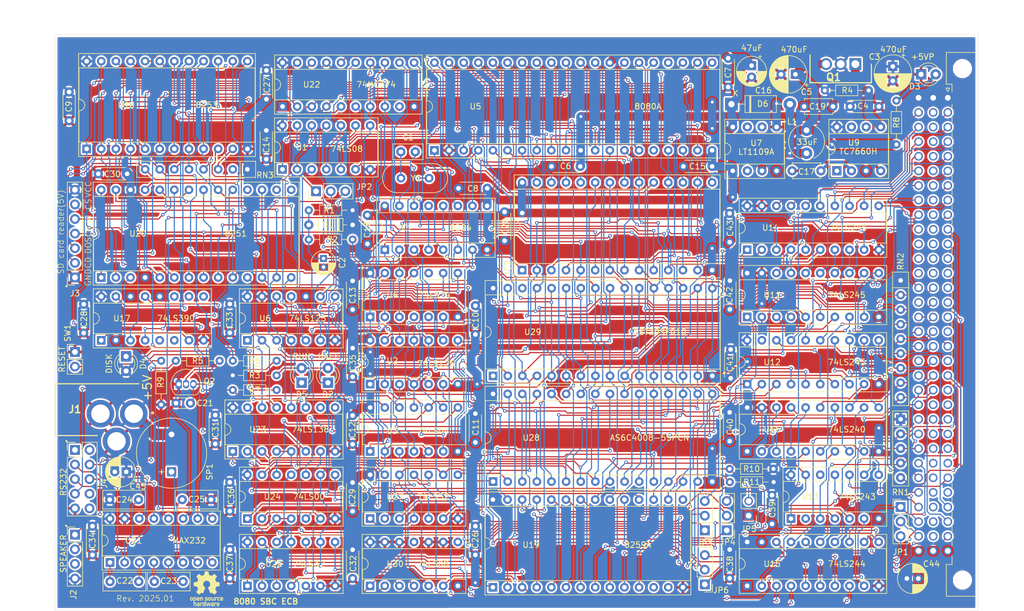
<source format=kicad_pcb>
(kicad_pcb (version 20221018) (generator pcbnew)
  (layers (0 "F.Cu" signal) (31 "B.Cu" signal) (34 "B.Paste" user) (35 "F.Paste" user) (36 "B.SilkS" user "B.Silkscreen") (37 "F.SilkS" user "F.Silkscreen") (38 "B.Mask" user) (39 "F.Mask" user) (44 "Edge.Cuts" user))
  (net 0 "")
  (net 1 "Net-(C1-Pad1)")
  (net 2 "Net-(IC1-XTAL1)")
  (net 3 "Net-(D1-A)")
  (net 4 "GND")
  (net 5 "VCC")
  (net 6 "+5VP")
  (net 7 "VBB")
  (net 8 "VDD")
  (net 9 "Net-(Q2-C)")
  (net 10 "Net-(U21-C1+)")
  (net 11 "Net-(U21-C1-)")
  (net 12 "Net-(U21-C2+)")
  (net 13 "Net-(U21-C2-)")
  (net 14 "Net-(U21-VS+)")
  (net 15 "Net-(U21-VS-)")
  (net 16 "Net-(D2-K)")
  (net 17 "Net-(D2-A)")
  (net 18 "Net-(D4-K)")
  (net 19 "Net-(D5-K)")
  (net 20 "Net-(IC1-RESET)")
  (net 21 "~{WAIT}")
  (net 22 "Net-(IC1-READY)")
  (net 23 "Net-(IC1-SYNC)")
  (net 24 "Φ2(TTL)")
  (net 25 "/CPU/~{STSTB}")
  (net 26 "Net-(IC1-Φ2)")
  (net 27 "Net-(IC1-Φ1)")
  (net 28 "OSC")
  (net 30 "Net-(IC1-XTAL2)")
  (net 31 "Net-(IC2-HLDA)")
  (net 32 "Net-(IC2-~{WR})")
  (net 33 "Net-(IC2-DBIN)")
  (net 34 "D4")
  (net 35 "Net-(IC2-D4)")
  (net 36 "D7")
  (net 37 "Net-(IC2-D7)")
  (net 38 "D3")
  (net 39 "/CPU/D_3")
  (net 40 "D2")
  (net 41 "Net-(IC2-D2)")
  (net 42 "D0")
  (net 43 "Net-(IC2-D0)")
  (net 44 "D1")
  (net 45 "Net-(IC2-D1)")
  (net 46 "D5")
  (net 47 "/CPU/D_5")
  (net 48 "D6")
  (net 49 "Net-(IC2-D6)")
  (net 50 "~{INTA}")
  (net 51 "/CPU/~{MEMR}")
  (net 52 "/CPU/~{IOR}")
  (net 53 "/CPU/~{MEMW}")
  (net 54 "/CPU/~{IOW}")
  (net 55 "Net-(J2-Pin_1)")
  (net 56 "Net-(J2-Pin_2)")
  (net 58 "/IO_PIC/SD_DET")
  (net 59 "/IO_PIC/SD_MISO")
  (net 60 "/IO_PIC/SD_CLK")
  (net 61 "/IO_PIC/SD_MOSI")
  (net 62 "/IO_PIC/~{SD_SSEL}")
  (net 64 "/IO_PIC/RX")
  (net 65 "/IO_PIC/TX")
  (net 67 "/IO_PIC/DTR")
  (net 68 "/IO_PIC/RTS")
  (net 69 "/IO_PIC/CTS")
  (net 71 "/ECB_BUS/B_~{RESOUT}")
  (net 72 "/ECB_BUS/B_~{RESET}")
  (net 73 "~{RESIN}")
  (net 74 "Net-(JP2-A)")
  (net 75 "Net-(JP2-C)")
  (net 76 "IRQ0")
  (net 77 "Net-(JP3-A)")
  (net 78 "/IO_PIC/IRQ7_RxRDY")
  (net 79 "IRQ7")
  (net 80 "/IO_PIC/IRQ6_SD_DET")
  (net 81 "IRQ6")
  (net 82 "IRQ1")
  (net 83 "Net-(JP6-C)")
  (net 84 "~{INT}")
  (net 85 "Net-(Q2-B)")
  (net 86 "Net-(U17B-Q0)")
  (net 87 "/ECB_BUS/B_~{WAIT}")
  (net 88 "/ECB_BUS/B_~{INT}")
  (net 89 "/ECB_BUS/B_~{BUSRQ}")
  (net 90 "/ECB_BUS/B_~{IEO}")
  (net 91 "/ECB_BUS/B_~{IRQ7}")
  (net 92 "/ECB_BUS/B_~{IRQ6}")
  (net 93 "/ECB_BUS/B_~{IRQ5}")
  (net 94 "/ECB_BUS/B_~{IRQ4}")
  (net 95 "/ECB_BUS/B_~{IRQ3}")
  (net 96 "/ECB_BUS/B_~{IRQ2}")
  (net 97 "/ECB_BUS/B_~{IRQ1}")
  (net 98 "/ECB_BUS/B_~{IRQ0}")
  (net 99 "Net-(U19-~{SP}{slash}~{EN})")
  (net 100 "/IO_PIC/G0")
  (net 101 "/IO_PIC/G1")
  (net 102 "/IO_PIC/G2")
  (net 103 "/IO_PIC/E2")
  (net 104 "Net-(U1-Pad3)")
  (net 105 "Net-(U1-Pad6)")
  (net 106 "Net-(U1-Pad8)")
  (net 107 "Net-(U1-Pad11)")
  (net 108 "~{MEMRQ}")
  (net 109 "~{IORQ}")
  (net 110 "~{RD}")
  (net 111 "~{WR}")
  (net 112 "~{RESET}")
  (net 113 "~{BUSRQ}")
  (net 114 "Net-(U5-HOLD)")
  (net 115 "RESET")
  (net 116 "Net-(U24-Pad12)")
  (net 117 "A7")
  (net 118 "~{BUSAK}")
  (net 119 "/IO_PIC/SD_SSEL")
  (net 122 "~{M1}")
  (net 123 "~{HLTA}")
  (net 124 "/CPU/RUN")
  (net 126 "A10")
  (net 127 "INT")
  (net 130 "A0")
  (net 131 "A1")
  (net 132 "A2")
  (net 133 "A3")
  (net 134 "A4")
  (net 135 "A5")
  (net 136 "A6")
  (net 137 "A8")
  (net 138 "A9")
  (net 139 "A15")
  (net 140 "A12")
  (net 141 "A13")
  (net 142 "A14")
  (net 143 "A11")
  (net 144 "/IO_PIC/~{SD_SEL}")
  (net 145 "/ECB_BUS/B_A11")
  (net 146 "/ECB_BUS/B_A14")
  (net 147 "/ECB_BUS/B_A2")
  (net 148 "/ECB_BUS/B_A3")
  (net 149 "/ECB_BUS/B_A1")
  (net 150 "/ECB_BUS/B_A8")
  (net 151 "/ECB_BUS/B_A7")
  (net 152 "/ECB_BUS/B_A0")
  (net 153 "/ECB_BUS/B_A9")
  (net 154 "/ECB_BUS/B_A15")
  (net 155 "/ECB_BUS/B_A12")
  (net 156 "/ECB_BUS/B_A13")
  (net 157 "/ECB_BUS/B_A6")
  (net 158 "/ECB_BUS/B_A5")
  (net 159 "/ECB_BUS/B_A4")
  (net 160 "/ECB_BUS/B_A10")
  (net 161 "Net-(U12-CE)")
  (net 162 "/ECB_BUS/B_~{RD}")
  (net 163 "/ECB_BUS/B_~{WR}")
  (net 164 "/ECB_BUS/B_~{IORQ}")
  (net 165 "/ECB_BUS/B_~{MREQ}")
  (net 166 "DATA_DIR")
  (net 167 "/ECB_BUS/B_D1")
  (net 168 "/ECB_BUS/B_D4")
  (net 169 "/ECB_BUS/B_D2")
  (net 170 "/ECB_BUS/B_D3")
  (net 171 "/ECB_BUS/B_D7")
  (net 172 "/ECB_BUS/B_D6")
  (net 173 "/ECB_BUS/B_D0")
  (net 174 "/ECB_BUS/B_D5")
  (net 175 "/ECB_BUS/B_~{HALT}")
  (net 176 "/ECB_BUS/B_CLK_CPU")
  (net 177 "/ECB_BUS/B_~{M1}")
  (net 178 "/ECB_BUS/B_~{BUSAK}")
  (net 179 "IRQ2")
  (net 180 "IRQ3")
  (net 181 "IRQ4")
  (net 182 "IRQ5")
  (net 183 "Net-(U17A-Q3)")
  (net 184 "/IO_PIC/1.8432 MHz")
  (net 190 "Net-(U17B-~{CP0})")
  (net 191 "/IO_PIC/COM_CLK")
  (net 192 "/IO_PIC/~{PIT_SEL}")
  (net 193 "/IO_PIC/~{PIC_SEL}")
  (net 197 "Net-(U20-RxD)")
  (net 198 "/IO_PIC/~{SIO_SEL}")
  (net 201 "Net-(U20-~{CTS})")
  (net 203 "Net-(U20-TxD)")
  (net 204 "Net-(U20-~{DSR})")
  (net 205 "Net-(U20-~{RTS})")
  (net 207 "/IO_PIC/~{BANK{slash}SD_SEL}")
  (net 208 "~{BANK0_A15}")
  (net 209 "~{BANK0_A16}")
  (net 210 "~{BANK0_A17}")
  (net 211 "~{BANK0_A18}")
  (net 212 "~{IOSEL}")
  (net 213 "~{SRAMSEL}")
  (net 216 "Net-(U24-Pad8)")
  (net 217 "Net-(U24-Pad2)")
  (net 218 "Net-(U24-Pad3)")
  (net 219 "Net-(U24-Pad11)")
  (net 220 "Net-(U25-Pad8)")
  (net 221 "/MEM/~{SRAM_OE}")
  (net 222 "Net-(U25-Pad10)")
  (net 223 "/MEM/~{FLASH_MREQ}")
  (net 224 "Net-(U28-A15)")
  (net 225 "Net-(U28-A17)")
  (net 226 "Net-(U28-A16)")
  (net 227 "Net-(U28-A18)")
  (net 274 "Net-(U9-CAP+)")
  (net 275 "Net-(U9-CAP-)")
  (net 276 "Net-(D6-A)")
  (net 285 "Net-(D3-A)")
  (net 287 "Net-(JP5-B)")
  (footprint "Connector_PinHeader_2.54mm:PinHeader_1x03_P2.54mm_Vertical" (layer "F.Cu") (at 182.216 140.768 180)
    (fp_text reference "JP6")
    (fp_text value "Jumper_3_Bridged12" hide)
  )
  (footprint "Capacitor_THT:C_Disc_D4.3mm_W1.9mm_P5.00mm" (layer "F.Cu") (at 160.574 68.124 180)
    (fp_text reference "C6")
    (fp_text value "0.1uF" hide)
  )
  (footprint "Resistor_THT:R_Array_SIP5" (layer "F.Cu") (at 216.252 112.066 -90)
    (fp_text reference "RN1")
    (fp_text value "10k" hide)
  )
  (footprint "Capacitor_THT:C_Disc_D4.3mm_W1.9mm_P5.00mm" (layer "F.Cu") (at 186.534 76.292 -90)
    (fp_text reference "C43")
    (fp_text value "0.1uF" hide)
  )
  (footprint "Connector_PinHeader_2.54mm:PinHeader_1x03_P2.54mm_Vertical" (layer "F.Cu") (at 216.252 127.306)
    (fp_text reference "JP1")
    (fp_text value "Jumper_3_Bridged23" hide)
  )
  (footprint "Capacitor_THT:C_Disc_D4.3mm_W1.9mm_P5.00mm" (layer "F.Cu") (at 121.002 88.016 -90)
    (fp_text reference "C13")
    (fp_text value "0.1uF" hide)
  )
  (footprint "Capacitor_THT:C_Disc_D4.3mm_W1.9mm_P5.00mm" (layer "F.Cu") (at 144.398 71.934 180)
    (fp_text reference "C8")
    (fp_text value "0.1uF" hide)
  )
  (footprint "Package_DIP:DIP-28_W15.24mm_Socket" (layer "F.Cu") (at 145.386 141.276 90)
    (fp_text reference "U19")
    (fp_text value "8259A")
  )
  (footprint "Package_DIP:DIP-16_W7.62mm_Socket" (layer "F.Cu") (at 77.314 98.35 90)
    (fp_text reference "U17")
    (fp_text value "74LS390")
  )
  (footprint "Package_TO_SOT_THT:TO-92_Inline" (layer "F.Cu") (at 90.776 105.97)
    (fp_text reference "Q2")
    (fp_text value "PN2222A" hide)
  )
  (footprint "Package_DIP:DIP-16_W7.62mm_Socket" (layer "F.Cu") (at 100.174 117.654 90)
    (fp_text reference "U23")
    (fp_text value "74LS138")
  )
  (footprint "Diode_THT:D_DO-41_SOD81_P10.16mm_Horizontal" (layer "F.Cu") (at 186.85 57.3)
    (fp_text reference "D6")
    (fp_text value "1N5818" hide)
  )
  (footprint "Resistor_THT:R_Axial_DIN0204_L3.6mm_D1.6mm_P7.62mm_Horizontal" (layer "F.Cu") (at 87.728 101.906 -90)
    (fp_text reference "R9")
    (fp_text value "470" hide)
  )
  (footprint "Capacitor_THT:CP_Radial_D5.0mm_P2.00mm" (layer "F.Cu") (at 190.344 50.598 -90)
    (fp_text reference "C16")
    (fp_text value "47uF")
  )
  (footprint "Connector_PinHeader_2.54mm:PinHeader_1x03_P2.54mm_Vertical" (layer "F.Cu") (at 114.652 72.442 90)
    (fp_text reference "JP2")
    (fp_text value "Jumper_3_Bridged12" hide)
  )
  (footprint "Resistor_THT:R_Axial_DIN0204_L3.6mm_D1.6mm_P7.62mm_Horizontal" (layer "F.Cu") (at 121.002 75.744 180)
    (fp_text reference "R1")
    (fp_text value "220k" hide)
  )
  (footprint "Connector_PinHeader_2.54mm:PinHeader_1x03_P2.54mm_Vertical" (layer "F.Cu") (at 186.026 131.37 180)
    (fp_text reference "JP4")
    (fp_text value "Jumper_3_Bridged12" hide)
  )
  (footprint "Connector_PinHeader_2.54mm:PinHeader_1x04_P2.54mm_Vertical" (layer "F.Cu") (at 72.742 132.132)
    (fp_text reference "J2")
    (fp_text value "SPEAKER")
  )
  (footprint "Package_DIP:DIP-32_W15.24mm_Socket" (layer "F.Cu") (at 145.425718 104.52491 90)
    (fp_text reference "U29")
    (fp_text value "SST39SF010")
  )
  (footprint "Capacitor_THT:C_Disc_D4.3mm_W1.9mm_P5.00mm" (layer "F.Cu") (at 186.28 49.328 -90)
    (fp_text reference "C7")
    (fp_text value "0.1uF" hide)
  )
  (footprint "Package_DIP:DIP-20_W7.62mm_Socket" (layer "F.Cu") (at 189.582 141.022 90)
    (fp_text reference "U15")
    (fp_text value "74LS244")
  )
  (footprint "Capacitor_THT:C_Disc_D4.3mm_W1.9mm_P5.00mm" (layer "F.Cu") (at 142.338 92.334 -90)
    (fp_text reference "C10")
    (fp_text value "0.1uF" hide)
  )
  (footprint "Package_DIP:DIP-14_W7.62mm_Socket" (layer "F.Cu") (at 124.05 141.022 90)
    (fp_text reference "U30")
    (fp_text value "74LS08")
  )
  (footprint "Connector_PinHeader_2.54mm:PinHeader_2x05_P2.54mm_Vertical" (layer "F.Cu") (at 72.742 117.4)
    (fp_text reference "J4")
    (fp_text value "RS232")
  )
  (footprint "Package_DIP:DIP-24_W15.24mm_Socket" (layer "F.Cu") (at 74.774 65.076 90)
    (fp_text reference "U18")
    (fp_text value "8253")
  )
  (footprint "Capacitor_THT:CP_Radial_D6.3mm_P2.50mm" (layer "F.Cu") (at 214.9 50.75 -90)
    (fp_text reference "C3")
    (fp_text value "470uF")
  )
  (footprint "LED_THT:LED_D3.0mm" (layer "F.Cu") (at 112.14 105.716 90)
    (fp_text reference "D5")
    (fp_text value "RUN")
  )
  (footprint "Inductor_THT:L_Radial_D6.0mm_P4.00mm" (layer "F.Cu") (at 199.9 61.838 -90)
    (fp_text reference "L1")
    (fp_text value "33uF")
  )
  (footprint "Resistor_THT:R_Axial_DIN0204_L3.6mm_D1.6mm_P7.62mm_Horizontal" (layer "F.Cu") (at 107.794 104.446 180)
    (fp_text reference "R3")
    (fp_text value "1k5" hide)
  )
  (footprint "8080Board:OSHW-Logo_5.7x6mm_SilkScreen" (layer "F.Cu") (at 95.63 141.53)
    (fp_text reference "REF**" hide)
    (fp_text value "OSHW-Logo_5.7x6mm_SilkScreen" hide)
  )
  (footprint "Connector_PinHeader_2.54mm:PinHeader_1x03_P2.54mm_Vertical" (layer "F.Cu") (at 182.216 131.37 180)
    (fp_text reference "JP3")
    (fp_text value "Jumper_3_Bridged12" hide)
  )
  (footprint "Resistor_THT:R_Axial_DIN0204_L3.6mm_D1.6mm_P7.62mm_Horizontal" (layer "F.Cu") (at 203.072 54.916)
    (fp_text reference "R4")
    (fp_text value "100k" hide)
  )
  (footprint "Capacitor_THT:C_Disc_D4.3mm_W1.9mm_P5.00mm" (layer "F.Cu") (at 142.338 130.648 -90)
    (fp_text reference "C26")
    (fp_text value "0.1uF" hide)
  )
  (footprint "Capacitor_THT:C_Disc_D4.3mm_W1.9mm_P5.00mm" (layer "F.Cu") (at 121.002 134.752 -90)
    (fp_text reference "C32")
    (fp_text value "0.1uF" hide)
  )
  (footprint "Resistor_THT:R_Axial_DIN0204_L3.6mm_D1.6mm_P7.62mm_Horizontal" (layer "F.Cu") (at 97.888 101.906 180)
    (fp_text reference "R5")
    (fp_text value "33" hide)
  )
  (footprint "Capacitor_THT:C_Disc_D4.3mm_W1.9mm_P5.00mm" (layer "F.Cu") (at 74.266 92.08 -90)
    (fp_text reference "C28")
    (fp_text value "0.1uF" hide)
  )
  (footprint "Resistor_THT:R_Axial_DIN0204_L3.6mm_D1.6mm_P7.62mm_Horizontal" (layer "F.Cu") (at 194.154 120.702 180)
    (fp_text reference "R10")
    (fp_text value "10k" hide)
  )
  (footprint "Resistor_THT:R_Axial_DIN0204_L3.6mm_D1.6mm_P7.62mm_Horizontal" (layer "F.Cu") (at 100.174 101.906)
    (fp_text reference "R6")
    (fp_text value "1k" hide)
  )
  (footprint "Capacitor_THT:CP_Radial_D4.0mm_P1.50mm" (layer "F.Cu") (at 115.95 84.126 -90)
    (fp_text reference "C2")
    (fp_text value "4u7" hide)
  )
  (footprint "Connector_DIN:DIN41612_C_3x32_Male_Horizontal_THT" (layer "F.Cu") (at 224.45 56.205 -90)
    (fp_text reference "U10" hide)
    (fp_text value "C96ABC" hide)
  )
  (footprint "Package_DIP:DIP-28_W15.24mm_Socket" (layer "F.Cu") (at 77.314 87.428 90)
    (fp_text reference "U20")
    (fp_text value "8251")
  )
  (footprint "Capacitor_THT:C_Disc_D4.7mm_W2.5mm_P5.00mm" (layer "F.Cu") (at 202.4 68.886 180)
    (fp_text reference "C17")
    (fp_text value "1.0uF" hide)
  )
  (footprint "Package_DIP:DIP-14_W7.62mm_Socket" (layer "F.Cu") (at 108.81 68.632 90)
    (fp_text reference "U1")
    (fp_text value "74LS08")
  )
  (footprint "Capacitor_THT:C_Disc_D4.3mm_W1.9mm_P5.00mm" (layer "F.Cu") (at 97.126 111.344 -90)
    (fp_text reference "C31")
    (fp_text value "0.1uF" hide)
  )
  (footprint "Package_DIP:DIP-16_W7.62mm_Socket" (layer "F.Cu") (at 78.838 136.958 90)
    (fp_text reference "U21")
    (fp_text value "MAX232")
  )
  (footprint "Resistor_THT:R_Axial_DIN0204_L3.6mm_D1.6mm_P7.62mm_Horizontal" (layer "F.Cu") (at 215.518 56.694 -90)
    (fp_text reference "R8")
    (fp_text value "1k5" hide)
  )
  (footprint "Package_DIP:DIP-32_W15.24mm_Socket" (layer "F.Cu") (at 145.414 122.905921 90)
    (fp_text reference "U28")
    (fp_text value "AS6C4008-55PCN")
  )
  (footprint "Package_DIP:DIP-14_W7.62mm_Socket" (layer "F.Cu") (at 197.202 129.338 90)
    (fp_text reference "U13")
    (fp_text value "74LS243")
  )
  (footprint "Capacitor_THT:C_Disc_D4.3mm_W1.9mm_P5.00mm" (layer "F.Cu") (at 186.711608 99.947636 -90)
    (fp_text reference "C41")
    (fp_text value "0.1uF" hide)
  )
  (footprint "Capacitor_THT:C_Disc_D4.3mm_W1.9mm_P5.00mm" (layer "F.Cu") (at 106.000988 61.868211 -90)
    (fp_text reference "C14")
    (fp_text value "0.1uF" hide)
  )
  (footprint "Capacitor_THT:C_Disc_D4.3mm_W1.9mm_P5.00mm" (layer "F.Cu") (at 75.79 130.648 -90)
    (fp_text reference "C34")
    (fp_text value "0.1uF" hide)
  )
  (footprint "Capacitor_THT:C_Disc_D4.3mm_W1.9mm_P5.00mm" (layer "F.Cu") (at 71.726 55.181311 -90)
    (fp_text reference "C9")
    (fp_text value "0.1uF" hide)
  )
  (footprint "Package_DIP:DIP-16_W7.62mm_Socket" (layer "F.Cu") (at 126.59 82.602 90)
    (fp_text reference "IC1")
    (fp_text value "8224")
  )
  (footprint "Capacitor_THT:C_Disc_D4.3mm_W1.9mm_P5.00mm" (layer "F.Cu") (at 123.57 76.586 -90)
    (fp_text reference "C18")
    (fp_text value "0.1uF" hide)
  )
  (footprint "Package_DIP:DIP-8_W7.62mm_Socket" (layer "F.Cu") (at 205.17 68.886 90)
    (fp_text reference "U9")
    (fp_text value "TC7660H")
  )
  (footprint "Capacitor_THT:C_Disc_D4.3mm_W1.9mm_P5.00mm" (layer "F.Cu") (at 121.002 111.424 -90)
    (fp_text reference "C12")
    (fp_text value "0.1uF" hide)
  )
  (footprint "Package_DIP:DIP-20_W7.62mm_Socket" (layer "F.Cu") (at 189.582 105.97 90)
    (fp_text reference "U12")
    (fp_text value "74LS245")
  )
  (footprint "Capacitor_THT:C_Disc_D5.0mm_W2.5mm_P2.50mm" (layer "F.Cu") (at 129.384 65.584)
    (fp_text reference "C1")
    (fp_text value "39p")
  )
  (footprint "Package_DIP:DIP-14_W7.62mm_Socket" (layer "F.Cu") (at 102.714 98.35 90)
    (fp_text reference "U6")
    (fp_text value "74LS125")
  )
  (footprint "Capacitor_THT:CP_Radial_D5.0mm_P2.00mm" (layer "F.Cu") (at 81.66 121.21 180)
    (fp_text reference "C45")
    (fp_text value "220uF")
  )
  (footprint "Capacitor_THT:C_Rect_L7.2mm_W3.0mm_P5.00mm_FKS2_FKP2_MKS2_MKP2" (layer "F.Cu") (at 83.788 126.038 180)
    (fp_text reference "C24")
    (fp_text value "1.0 uF" hide)
  )
  (footprint "Package_DIP:DIP-14_W7.62mm_Socket" (layer "F.Cu") (at 124.05 105.97 90)
    (fp_text reference "U2")
    (fp_text value "74LS125")
  )
  (footprint "Capacitor_THT:C_Disc_D4.3mm_W1.9mm_P5.00mm" (layer "F.Cu") (at 207.47 57.71)
    (fp_text reference "C4")
    (fp_text value "0.1uF" hide)
  )
  (footprint "Resistor_THT:R_Array_SIP9" (layer "F.Cu") (at 216.25 87.936 -90)
    (fp_text reference "RN2")
    (fp_text value "10k" hide)
  )
  (footprint "Capacitor_THT:C_Disc_D4.3mm_W1.9mm_P5.00mm" (layer "F.Cu") (at 81.806 69.410612 180)
    (fp_text reference "C30")
    (fp_text value "0.1uF" hide)
  )
  (footprint "Package_DIP:DIP-28_W15.24mm_Socket" (layer "F.Cu") (at 150.471568 86.158 90)
    (fp_text reference "IC2")
    (fp_text value "8228")
  )
  (footprint "Package_DIP:DIP-14_W7.62mm_Socket" (layer "F.Cu") (at 124.05 129.338 90)
    (fp_text reference "U27")
    (fp_text value "74LS32")
  )
  (footprint "Capacitor_THT:C_Rect_L7.2mm_W3.0mm_P5.00mm_FKS2_FKP2_MKS2_MKP2" (layer "F.Cu") (at 86.538 140.288)
    (fp_text reference "C23")
    (fp_text value "1.0 uF" hide)
  )
  (footprint "Capacitor_THT:C_Disc_D4.3mm_W1.9mm_P5.00mm" (layer "F.Cu") (at 186.534 110.876 -90)
    (fp_text reference "C40")
    (fp_text value "0.1uF" hide)
  )
  (footprint "Package_DIP:DIP-20_W7.62mm_Socket" (layer "F.Cu") (at 108.83 57.71 90)
    (fp_text reference "U22")
    (fp_text value "74HC374")
  )
  (footprint "Capacitor_THT:C_Disc_D4.3mm_W1.9mm_P5.00mm" (layer "F.Cu") (at 147.418 76.038 -90)
    (fp_text reference "C20")
    (fp_text value "0.1uF" hide)
  )
  (footprint "Capacitor_THT:C_Disc_D4.3mm_W1.9mm_P5.00mm" (layer "F.Cu") (at 106.016 51.44 -90)
    (fp_text reference "C27")
    (fp_text value "0.1uF" hide)
  )
  (footprint "LED_THT:LED_D3.0mm" (layer "F.Cu") (at 81.632 101.144 -90)
    (fp_text reference "D4")
    (fp_text value "DISK")
  )
  (footprint "Capacitor_THT:C_Disc_D4.3mm_W1.9mm_P5.00mm" (layer "F.Cu") (at 142.338 111.09 -90)
    (fp_text reference "C11")
    (fp_text value "0.1uF" hide)
  )
  (footprint "Capacitor_THT:C_Disc_D4.3mm_W1.9mm_P5.00mm" (layer "F.Cu") (at 183.486 68.124 180)
    (fp_text reference "C15")
    (fp_text value "0.1uF" hide)
  )
  (footprint "Connector_PinSocket_2.54mm:PinSocket_1x07_P2.54mm_Vertical" (layer "F.Cu") (at 72.742 87.428 180)
    (fp_text reference "J3")
    (fp_text value "Conn_01x07" hide)
  )
  (footprint "Capacitor_THT:C_Disc_D4.3mm_W1.9mm_P5.00mm" (layer "F.Cu") (at 99.666 123.028 -90)
    (fp_text reference "C36")
    (fp_text value "0.1uF" hide)
  )
  (footprint "Resistor_THT:R_Axial_DIN0204_L3.6mm_D1.6mm_P7.62mm_Horizontal" (layer "F.Cu") (at 186.562 122.988)
    (fp_text reference "R11")
    (fp_text value "10k" hide)
  )
  (footprint "Package_DIP:DIP-20_W7.62mm_Socket" (layer "F.Cu") (at 189.582 117.654 90)
    (fp_text reference "U16")
    (fp_text value "74LS240")
  )
  (footprint "Capacitor_THT:C_Disc_D4.3mm_W1.9mm_P5.00mm" (layer "F.Cu") (at 186.57 87.976 -90)
    (fp_text reference "C42")
    (fp_text value "0.1uF" hide)
  )
  (footprint "Package_DIP:DIP-20_W7.62mm_Socket" (layer "F.Cu") (at 189.582 94.286 90)
    (fp_text reference "U11")
    (fp_text value "74LS245")
  )
  (footprint "Capacitor_THT:C_Disc_D4.3mm_W1.9mm_P5.00mm" (layer "F.Cu") (at 99.666 134.712 -90)
    (fp_text reference "C37")
    (fp_text value "0.1uF" hide)
  )
  (footprint "8080Board:TO254P483X1016X1501-3P" (layer "F.Cu") (at 208.378 50.344 180)
    (fp_text reference "Q1")
    (fp_text value "IRF4905LPBF" hide)
  )
  (footprint "Diode_THT:D_DO-35_SOD27_P7.62mm_Horizontal" (layer "F.Cu") (at 121.002 78.284 180)
    (fp_text reference "D1")
    (fp_text value "1N4148" hide)
  )
  (footprint "Capacitor_THT:C_Disc_D4.3mm_W1.9mm_P5.00mm" (layer "F.Cu") (at 121.002 99.7 -90)
    (fp_text reference "C35")
    (fp_text value "0.1uF" hide)
  )
  (footprint "Package_DIP:DIP-14_W7.62mm_Socket" (layer "F.Cu") (at 102.714 141.022 90)
    (fp_text reference "U25")
    (fp_text value "74LS32")
  )
  (footprint "Connector_PinHeader_2.54mm:PinHeader_1x02_P2.54mm_Vertical" (layer "F.Cu") (at 189.836 128.83 180)
    (fp_text reference "JP5")
    (fp_text value "Bank0/Bank1" hide)
  )
  (footprint "Connector_PinHeader_2.54mm:PinHeader_1x02_P2.54mm_Vertical" (layer "F.Cu") (at 72.742 100.377)
    (fp_text reference "SW1")
    (fp_text value "RESET")
  )
  (footprint "Capacitor_THT:C_Disc_D4.3mm_W1.9mm_P5.00mm" (layer "F.Cu") (at 121.002 123.068 -90)
    (fp_text reference "C29")
    (fp_text value "0.1uF" hide)
  )
  (footprint "Capacitor_THT:C_Rect_L7.2mm_W3.0mm_P5.00mm_FKS2_FKP2_MKS2_MKP2" (layer "F.Cu") (at 78.838 140.288)
    (fp_text reference "C22")
    (fp_text value "1.0 uF" hide)
  )
  (footprint "Capacitor_THT:C_Disc_D4.3mm_W1.9mm_P5.00mm" (layer "F.Cu") (at 99.666 92.04 -90)
    (fp_text reference "C33")
    (fp_text value "0.1uF" hide)
  )
  (footprint "Resistor_THT:R_Axial_DIN0204_L3.6mm_D1.6mm_P7.62mm_Horizontal" (layer "F.Cu") (at 121.002 80.824 180)
    (fp_text reference "R2")
    (fp_text value "10")
  )
  (footprint "Package_DIP:DIP-14_W7.62mm_Socket" (layer "F.Cu") (at 124.05 117.654 90)
    (fp_text reference "U3")
    (fp_text value "74LS04")
  )
  (footprint "Capacitor_THT:C_Disc_D4.7mm_W2.5mm_P5.00mm" (layer "F.Cu") (at 204.488 57.71 180)
    (fp_text reference "C19")
    (fp_text value "1.0uF")
  )
  (footprint "Package_DIP:DIP-14_W7.62mm_Socket" (layer "F.Cu") (at 124.05 94.286 90)
    (fp_text reference "U4")
    (fp_text value "74LS74")
  )
  (footprint "Resistor_THT:R_Array_SIP8" (layer "F.Cu") (at 102.714 68.632 180)
    (fp_text reference "RN3")
    (fp_text value "10k" hide)
  )
  (footprint "Capacitor_THT:CP_Radial_D6.3mm_P2.50mm" (layer "F.Cu") (at 197.964 52.122 180)
    (fp_text reference "C5")
    (fp_text value "470uF")
  )
  (footprint "Capacitor_THT:C_Rect_L7.2mm_W3.0mm_P5.00mm_FKS2_FKP2_MKS2_MKP2" (layer "F.Cu") (at 96.392 126.036 180)
    (fp_text reference "C25")
    (fp_text value "1.0 uF" hide)
  )
  (footprint "8080Board:694106301002_1" (layer "F.Cu") (at 69.369182 114.904993)
    (fp_text reference "J1")
    (fp_text value "+5V/5A" hide)
  )
  (footprint "Capacitor_THT:C_Disc_D4.3mm_W1.9mm_P5.00mm" (layer "F.Cu") (at 193.896005 125.264092 -90)
    (fp_text reference "C39")
    (fp_text value "0.1uF" hide)
  )
  (footprint "Package_DIP:DIP-40_W15.24mm_Socket" (layer "F.Cu") (at 135.226 65.33 90)
    (fp_text reference "U5")
    (fp_text value "8080A")
  )
  (footprint "Capacitor_THT:CP_Radial_D5.0mm_P2.00mm" (layer "F.Cu") (at 217.328 139.752)
    (fp_text reference "C44")
    (fp_text value "220uF")
  )
  (footprint "Buzzer_Beeper:MagneticBuzzer_ProSignal_ABT-410-RC" (layer "F.Cu") (at 89.534 121.21 90)
    (fp_text reference "SP1")
    (fp_text value "AT-1224-TWT-R" hide)
  )
  (footprint "Resistor_THT:R_Axial_DIN0204_L3.6mm_D1.6mm_P7.62mm_Horizontal" (layer "F.Cu") (at 100.174 106.986)
    (fp_text reference "R7")
    (fp_text value "1k5" hide)
  )
  (footprint "Capacitor_THT:C_Disc_D3.0mm_W1.6mm_P2.50mm" (layer "F.Cu") (at 92.808 109.272 180)
    (fp_text reference "C21")
    (fp_text value "0.01uF" hide)
  )
  (footprint "Package_DIP:DIP-14_W7.62mm_Socket" (layer "F.Cu") (at 102.714 129.338 90)
    (fp_text reference "U24")
    (fp_text value "74LS00")
  )
  (footprint "Crystal:Crystal_HC49-U_Vertical" (layer "F.Cu") (at 134.293431 70.166762 180)
    (fp_text reference "Y1")
    (fp_text value "18,432MHz" hide)
  )
  (footprint "Capacitor_THT:C_Disc_D4.3mm_W1.9mm_P5.00mm" (layer "F.Cu") (at 186.534 134.712 -90)
    (fp_text reference "C38")
    (fp_text value "0.1uF" hide)
  )
  (footprint "Package_DIP:DIP-20_W7.62mm_Socket" (layer "F.Cu") (at 189.582 82.602 90)
    (fp_text reference "U14")
    (fp_text value "74LS245")
  )
  (footprint "LED_THT:LED_D3.0mm" (layer "F.Cu") (at 219.808 52.122)
    (fp_text reference "D3")
    (fp_text value "+5VP")
  )
  (footprint "Package_DIP:DIP-8_W7.62mm_Socket" (layer "F.Cu") (at 187.07 68.886 90)
    (fp_text reference "U7")
    (fp_text value "LT1109A")
  )
  (footprint "LED_THT:LED_D3.0mm" (layer "F.Cu") (at 116.712 105.716 90)
    (fp_text reference "D2")
    (fp_text value "HALT")
  )
  (gr_rect (start 69.214 45.19) (end 229.714 145.34) (stroke (width 0.05)) (fill none) (layer "Edge.Cuts"))
  (gr_text "." (at 70.861487 89.145985) (layer "F.SilkS") (effects (font (size 1 1) (thickness 0.25) bold) (justify left bottom)))
  (gr_text "GND" (at 75.626165 89.023294 90) (layer "F.SilkS") (effects (font (size 1 1) (thickness 0.1)) (justify left bottom)))
  (gr_text "Rev. 2025.01" (at 79.882 143.816) (layer "F.SilkS") (effects (font (size 1 1) (thickness 0.1)) (justify left bottom)))
  (gr_text "DI" (at 75.639988 78.080586 90) (layer "F.SilkS") (effects (font (size 1 1) (thickness 0.1)) (justify left bottom)))
  (gr_text "." (at 70.810579 130.76142) (layer "F.SilkS") (effects (font (size 1 1) (thickness 0.25) bold) (justify left bottom)))
  (gr_text "DO" (at 75.642352 83.388686 90) (layer "F.SilkS") (effects (font (size 1 1) (thickness 0.1)) (justify left bottom)))
  (gr_text "SCK" (at 75.638735 81.413968 90) (layer "F.SilkS") (effects (font (size 1 1) (thickness 0.1)) (justify left bottom)))
  (gr_text "SD card reader(5V)" (at 70.882234 86.917038 90) (layer "F.SilkS") (effects (font (size 1 1) (thickness 0.1)) (justify left bottom)))
  (gr_text "+5V" (at 86.204 109.018 90) (layer "F.SilkS") (effects (font (size 1.5 1.5) (thickness 0.2) bold) (justify left bottom)))
  (gr_text "~{CS}" (at 75.645108 75.744 90) (layer "F.SilkS") (effects (font (size 1 1) (thickness 0.1)) (justify left bottom)))
  (gr_text "8080 SBC ECB" (at 100.202 144.324) (layer "F.SilkS") (effects (font (size 1 1) (thickness 0.2) bold) (justify left bottom)))
  (gr_text "VCC" (at 75.641492 73.586808 90) (layer "F.SilkS") (effects (font (size 1 1) (thickness 0.1)) (justify left bottom)))
  (gr_text "." (at 70.861535 116.052755) (layer "F.SilkS") (effects (font (size 1 1) (thickness 0.25) bold) (justify left bottom)))
  (gr_text "CD" (at 75.628496 85.92154 90) (layer "F.SilkS") (effects (font (size 1 1) (thickness 0.1)) (justify left bottom)))
  (segment (start 129.384 65.584) (end 129.384 69.956) (width 0.2) (layer "B.Cu") (net 1))
  (segment (start 129.384 69.956) (end 129.584 70.156) (width 0.2) (layer "B.Cu") (net 1))
  (segment (start 131.082 71.647) (end 129.13 73.599) (width 0.2) (layer "B.Cu") (net 2))
  (segment (start 131.082 67.216) (end 131.082 71.647) (width 0.2) (layer "B.Cu") (net 2))
  (segment (start 129.13 73.599) (end 129.13 74.982) (width 0.2) (layer "B.Cu") (net 2))
  (segment (start 131.952 66.346) (end 131.082 67.216) (width 0.2) (layer "B.Cu") (net 2))
  (segment (start 131.884 65.584) (end 131.952 65.652) (width 0.2) (layer "B.Cu") (net 2))
  (segment (start 131.952 65.652) (end 131.952 66.346) (width 0.2) (layer "B.Cu") (net 2))
  (segment (start 115.95 84.126) (end 119.448314 84.126) (width 0.2) (layer "F.Cu") (net 3))
  (segment (start 128.65 84.634) (end 129.13 84.154) (width 0.2) (layer "F.Cu") (net 3))
  (segment (start 119.956314 84.634) (end 128.65 84.634) (width 0.2) (layer "F.Cu") (net 3))
  (segment (start 129.13 84.154) (end 129.13 82.602) (width 0.2) (layer "F.Cu") (net 3))
  (segment (start 119.448314 84.126) (end 119.956314 84.634) (width 0.2) (layer "F.Cu") (net 3))
  (segment (start 115.95 84.126) (end 114.398 84.126) (width 0.2) (layer "B.Cu") (net 3))
  (segment (start 114.398 84.126) (end 113.382 83.11) (width 0.2) (layer "B.Cu") (net 3))
  (segment (start 113.382 75.744) (end 113.382 78.284) (width 0.2) (layer "B.Cu") (net 3))
  (segment (start 113.382 78.284) (end 113.382 83.11) (width 0.2) (layer "B.Cu") (net 3))
  (segment (start 183.825686 104.7) (end 183.641686 104.516) (width 0.2) (layer "F.Cu") (net 4))
  (segment (start 120.564 104.262) (end 121.002 104.7) (width 0.2) (layer "F.Cu") (net 4))
  (via (at 124.078 100.382) (size 1.5) (drill 0.5) (layers "F.Cu" "B.Cu") (net 4))
  (via (at 183.514 61.52) (size 1.5) (drill 0.5) (layers "F.Cu" "B.Cu") (net 4))
  (via (at 189.61 102.049244) (size 1.5) (drill 0.5) (layers "F.Cu" "B.Cu") (net 4))
  (via (at 192.122 91.972) (size 1.5) (drill 0.5) (layers "F.Cu" "B.Cu") (net 4))
  (via (at 212.47 113.59) (size 1.5) (drill 0.5) (layers "F.Cu" "B.Cu") (net 4))
  (via (at 142.654 105.97) (size 1.5) (drill 0.5) (layers "F.Cu" "B.Cu") (net 4))
  (via (at 183.491568 82.370432) (size 1.5) (drill 0.5) (layers "F.Cu" "B.Cu") (net 4))
  (via (at 142.338 140.486) (size 1.5) (drill 0.5) (layers "F.Cu" "B.Cu") (net 4))
  (via (at 183.514 56.948) (size 1.5) (drill 0.5) (layers "F.Cu" "B.Cu") (net 4))
  (via (at 124.05 104.164) (size 1.5) (drill 0.5) (layers "F.Cu" "B.Cu") (net 4))
  (via (at 183.514 117.146) (size 1.5) (drill 0.5) (layers "F.Cu" "B.Cu") (net 4))
  (via (at 194.69 57.202) (size 1.5) (drill 0.5) (layers "F.Cu" "B.Cu") (net 4))
  (segment (start 194.69 61.266) (end 194.69 57.202) (width 1.5) (layer "B.Cu") (net 4))
  (segment (start 106.016 56.44) (end 102.714 59.742) (width 1.5) (layer "B.Cu") (net 4))
  (segment (start 212.47 113.59) (end 212.442 113.618) (width 0.5) (layer "B.Cu") (net 4))
  (segment (start 183.486 117.174) (end 183.486 122.728114) (width 1.5) (layer "B.Cu") (net 4))
  (segment (start 90.308 109.272) (end 90.308 107.736) (width 0.2) (layer "B.Cu") (net 4))
  (segment (start 192.122 115.114) (end 189.582 117.654) (width 0.2) (layer "B.Cu") (net 4))
  (segment (start 189.61 102.049244) (end 186.711608 104.947636) (width 1.5) (layer "B.Cu") (net 4))
  (segment (start 212.442 113.618) (end 212.442 117.654) (width 1.5) (layer "B.Cu") (net 4))
  (segment (start 183.525718 104.52491) (end 183.954808 104.954) (width 1.5) (layer "B.Cu") (net 4))
  (segment (start 186.705244 104.954) (end 186.711608 104.947636) (width 1.5) (layer "B.Cu") (net 4))
  (segment (start 142.338 100.166507) (end 142.338 97.334) (width 1.5) (layer "B.Cu") (net 4))
  (segment (start 142.654 104.254) (end 141.604 103.204) (width 1.5) (layer "B.Cu") (net 4))
  (segment (start 124.078 100.382) (end 124.078 104.164) (width 1.5) (layer "B.Cu") (net 4))
  (segment (start 141.604 103.204) (end 141.604 100.900507) (width 1.5) (layer "B.Cu") (net 4))
  (segment (start 192.122 86.666) (end 192.122 91.972) (width 1.5) (layer "B.Cu") (net 4))
  (segment (start 183.491568 86.158) (end 183.491568 82.370432) (width 1.5) (layer "B.Cu") (net 4))
  (segment (start 183.514 56.948) (end 183.514 61.52) (width 1.5) (layer "B.Cu") (net 4))
  (segment (start 102.714 59.742) (end 102.714 65.076) (width 1.5) (layer "B.Cu") (net 4))
  (segment (start 183.954808 104.954) (end 186.705244 104.954) (width 1.5) (layer "B.Cu") (net 4))
  (segment (start 142.338 135.648) (end 142.338 140.486) (width 1.5) (layer "B.Cu") (net 4))
  (segment (start 142.654 105.97) (end 142.654 104.254) (width 1.5) (layer "B.Cu") (net 4))
  (segment (start 192.122 110.034) (end 192.122 115.114) (width 0.2) (layer "B.Cu") (net 4))
  (segment (start 79.66 121.21) (end 79.66 116.214175) (width 1.5) (layer "B.Cu") (net 4))
  (segment (start 141.604 100.900507) (end 142.338 100.166507) (width 1.5) (layer "B.Cu") (net 4))
  (segment (start 90.776 107.268) (end 90.776 105.97) (width 0.2) (layer "B.Cu") (net 4))
  (segment (start 90.308 107.736) (end 90.776 107.268) (width 0.2) (layer "B.Cu") (net 4))
  (segment (start 124.078 104.164) (end 124.05 104.164) (width 0.2) (layer "B.Cu") (net 4))
  (segment (start 183.486 122.728114) (end 183.466724 122.74739) (width 1.5) (layer "B.Cu") (net 4))
  (segment (start 79.66 116.214175) (end 79.969182 115.904993) (width 1.5) (layer "B.Cu") (net 4))
  (segment (start 121.538 98.096) (end 121.002 98.632) (width 1.5) (layer "F.Cu") (net 5))
  (segment (start 122.352 121.718) (end 121.002 123.068) (width 1.5) (layer "F.Cu") (net 5))
  (segment (start 89.534 114.71) (end 86.574189 114.71) (width 2) (layer "F.Cu") (net 5))
  (segment (start 121.002 98.632) (end 121.002 99.7) (width 1.5) (layer "F.Cu") (net 5))
  (segment (start 124.05 110.034) (end 122.392 110.034) (width 1.5) (layer "F.Cu") (net 5))
  (segment (start 122.352 86.666) (end 124.05 86.666) (width 1.5) (layer "F.Cu") (net 5))
  (segment (start 121.002 88.016) (end 122.352 86.666) (width 1.5) (layer "F.Cu") (net 5))
  (segment (start 86.574189 114.71) (end 82.969182 111.104993) (width 2) (layer "F.Cu") (net 5))
  (segment (start 124.05 121.718) (end 122.352 121.718) (width 1.5) (layer "F.Cu") (net 5))
  (segment (start 122.392 110.034) (end 121.002 111.424) (width 1.5) (layer "F.Cu") (net 5))
  (segment (start 123.796 98.096) (end 121.538 98.096) (width 1.5) (layer "F.Cu") (net 5))
  (segment (start 124.05 98.35) (end 123.796 98.096) (width 1.5) (layer "F.Cu") (net 5))
  (segment (start 189.13 63.016) (end 187.02 65.126) (width 1.5) (layer "F.Cu") (net 6))
  (segment (start 126.59 76.654) (end 126.618 76.682) (width 1.5) (layer "F.Cu") (net 6))
  (segment (start 181.344924 76.252) (end 181.310924 76.218) (width 1.5) (layer "F.Cu") (net 6))
  (segment (start 146.73 76.726) (end 126.662 76.726) (width 1.5) (layer "F.Cu") (net 6))
  (segment (start 197.674 61.838) (end 196.496 63.016) (width 1.5) (layer "F.Cu") (net 6))
  (segment (start 201.866 61.838) (end 197.674 61.838) (width 1.5) (layer "F.Cu") (net 6))
  (segment (start 181.310924 76.218) (end 147.598 76.218) (width 1.5) (layer "F.Cu") (net 6))
  (segment (start 126.618 76.682) (end 123.666 76.682) (width 1.5) (layer "F.Cu") (net 6))
  (segment (start 196.496 63.016) (end 189.13 63.016) (width 1.5) (layer "F.Cu") (net 6))
  (segment (start 187.07 73.458) (end 186.893126 73.458) (width 1.5) (layer "F.Cu") (net 6))
  (segment (start 123.666 76.682) (end 123.57 76.586) (width 1.5) (layer "F.Cu") (net 6))
  (segment (start 126.662 76.726) (end 126.618 76.682) (width 1.5) (layer "F.Cu") (net 6))
  (segment (start 204.342 64.314) (end 201.866 61.838) (width 1.5) (layer "F.Cu") (net 6))
  (segment (start 203.298 50.344) (end 199.742 50.344) (width 1.5) (layer "F.Cu") (net 6))
  (segment (start 147.418 76.038) (end 146.73 76.726) (width 1.5) (layer "F.Cu") (net 6))
  (segment (start 199.742 50.344) (end 197.964 52.122) (width 1.5) (layer "F.Cu") (net 6))
  (segment (start 147.598 76.218) (end 147.418 76.038) (width 1.5) (layer "F.Cu") (net 6))
  (segment (start 187.02 65.126) (end 187.02 68.37) (width 1.5) (layer "F.Cu") (net 6))
  (segment (start 186.893126 73.458) (end 184.099126 76.252) (width 1.5) (layer "F.Cu") (net 6))
  (segment (start 126.59 74.982) (end 126.59 76.654) (width 1.5) (layer "F.Cu") (net 6))
  (segment (start 184.099126 76.252) (end 181.344924 76.252) (width 1.5) (layer "F.Cu") (net 6))
  (via (at 187.07 73.458) (size 1.5) (drill 0.5) (layers "F.Cu" "B.Cu") (net 6))
  (via (at 150.471568 76.218) (size 1.5) (drill 0.8) (layers "F.Cu" "B.Cu") (net 6))
  (via (at 204.342 64.314) (size 1.5) (drill 0.5) (layers "F.Cu" "B.Cu") (net 6))
  (segment (start 186.774 68.124) (end 187.02 68.37) (width 1.5) (layer "B.Cu") (net 6))
  (segment (start 183.74 68.124) (end 186.774 68.124) (width 1.5) (layer "B.Cu") (net 6))
  (segment (start 197.964 52.122) (end 198.754 52.122) (width 1.5) (layer "B.Cu") (net 6))
  (segment (start 187.07 73.458) (end 187.07 68.886) (width 1.5) (layer "B.Cu") (net 6))
  (segment (start 183.486 65.33) (end 183.486 67.87) (width 1.5) (layer "B.Cu") (net 6))
  (segment (start 201.238 59.862) (end 199.9 61.2) (width 1.5) (layer "B.Cu") (net 6))
  (segment (start 215.518 64.314) (end 204.342 64.314) (width 1.5) (layer "B.Cu") (net 6))
  (segment (start 183.486 67.87) (end 183.74 68.124) (width 1.5) (layer "B.Cu") (net 6))
  (segment (start 201.238 54.606) (end 201.238 59.862) (width 1.5) (layer "B.Cu") (net 6))
  (segment (start 198.754 52.122) (end 201.238 54.606) (width 1.5) (layer "B.Cu") (net 6))
  (segment (start 150.471568 70.918) (end 150.471568 76.218) (width 1.5) (layer "B.Cu") (net 6))
  (segment (start 208.378 50.344) (end 208.378 54.888) (width 1.5) (layer "F.Cu") (net 7))
  (segment (start 204.488 57.71) (end 204.488 56.802) (width 1.5) (layer "F.Cu") (net 7))
  (segment (start 204.488 56.802) (end 206.374 54.916) (width 1.5) (layer "F.Cu") (net 7))
  (segment (start 160.676 59.454) (end 160.682 59.46) (width 1.5) (layer "F.Cu") (net 7))
  (segment (start 202.738 59.46) (end 204.488 57.71) (width 1.5) (layer "F.Cu") (net 7))
  (segment (start 206.374 54.916) (end 208.406 54.916) (width 1.5) (layer "F.Cu") (net 7))
  (segment (start 208.378 54.888) (end 208.406 54.916) (width 1.5) (layer "F.Cu") (net 7))
  (segment (start 208.406 54.916) (end 210.692 54.916) (width 1.5) (layer "F.Cu") (net 7))
  (segment (start 160.682 59.46) (end 202.738 59.46) (width 1.5) (layer "F.Cu") (net 7))
  (via (at 160.676 59.454) (size 1.5) (drill 0.5) (layers "F.Cu" "B.Cu") (net 7))
  (segment (start 210.692 54.916) (end 210.692 59.168) (width 1.5) (layer "B.Cu") (net 7))
  (segment (start 160.676 59.454) (end 160.626 59.504) (width 1.5) (layer "B.Cu") (net 7))
  (segment (start 160.626 65.33) (end 160.626 68.072) (width 1.5) (layer "B.Cu") (net 7))
  (segment (start 160.626 59.504) (end 160.626 65.33) (width 1.5) (layer "B.Cu") (net 7))
  (segment (start 160.626 68.072) (end 160.574 68.124) (width 1.5) (layer "B.Cu") (net 7))
  (segment (start 210.692 59.168) (end 212.79 61.266) (width 1.5) (layer "B.Cu") (net 7))
  (segment (start 186.28 49.328) (end 185.342 48.39) (width 1.5) (layer "F.Cu") (net 8))
  (segment (start 167.406 48.39) (end 165.706 50.09) (width 1.5) (layer "F.Cu") (net 8))
  (segment (start 185.236 63.1) (end 187.07 61.266) (width 1.5) (layer "F.Cu") (net 8))
  (segment (start 185.342 48.39) (end 167.406 48.39) (width 1.5) (layer "F.Cu") (net 8))
  (segment (start 144.398 71.934) (end 146.43 73.966) (width 1.5) (layer "F.Cu") (net 8))
  (segment (start 146.43 73.966) (end 183.26 73.966) (width 1.5) (layer "F.Cu") (net 8))
  (segment (start 185.236 71.99) (end 185.236 63.1) (width 1.5) (layer "F.Cu") (net 8))
  (segment (start 183.26 73.966) (end 185.236 71.99) (width 1.5) (layer "F.Cu") (net 8))
  (segment (start 144.398 71.934) (end 144.398 74.954) (width 1.5) (layer "B.Cu") (net 8))
  (segment (start 186.85 57.3) (end 186.85 59.268) (width 1.5) (layer "B.Cu") (net 8))
  (segment (start 144.398 74.954) (end 144.37 74.982) (width 1.5) (layer "B.Cu") (net 8))
  (segment (start 188.03 50.612) (end 188.03 56.12) (width 1.5) (layer "B.Cu") (net 8))
  (segment (start 190.344 50.598) (end 188.044 50.598) (width 1.5) (layer "B.Cu") (net 8))
  (segment (start 186.28 49.328) (end 189.074 49.328) (width 1.5) (layer "B.Cu") (net 8))
  (segment (start 186.85 59.268) (end 187.07 59.488) (width 1.5) (layer "B.Cu") (net 8))
  (segment (start 188.03 56.12) (end 186.85 57.3) (width 1.5) (layer "B.Cu") (net 8))
  (segment (start 144.37 71.962) (end 144.398 71.934) (width 1.5) (layer "B.Cu") (net 8))
  (segment (start 189.074 49.328) (end 190.344 50.598) (width 1.5) (layer "B.Cu") (net 8))
  (segment (start 187.07 59.488) (end 187.07 61.266) (width 1.5) (layer "B.Cu") (net 8))
  (segment (start 188.044 50.598) (end 188.03 50.612) (width 1.5) (layer "B.Cu") (net 8))
  (segment (start 96.204023 105.97) (end 93.316 105.97) (width 0.2) (layer "F.Cu") (net 9))
  (via (at 96.204023 105.97) (size 0.6) (drill 0.3) (layers "F.Cu" "B.Cu") (net 9))
  (segment (start 93.316 108.764) (end 93.316 105.97) (width 0.2) (layer "B.Cu") (net 9))
  (segment (start 92.808 109.272) (end 93.316 108.764) (width 0.2) (layer "B.Cu") (net 9))
  (segment (start 96.204023 105.97) (end 96.204023 103.589977) (width 0.2) (layer "B.Cu") (net 9))
  (segment (start 96.204023 103.589977) (end 97.888 101.906) (width 0.2) (layer "B.Cu") (net 9))
  (segment (start 78.838 136.958) (end 78.838 140.288) (width 0.2) (layer "B.Cu") (net 10))
  (segment (start 83.918 136.958) (end 83.918 140.208) (width 0.2) (layer "B.Cu") (net 11))
  (segment (start 83.918 140.208) (end 83.838 140.288) (width 0.2) (layer "B.Cu") (net 11))
  (segment (start 86.458 140.208) (end 86.538 140.288) (width 0.2) (layer "B.Cu") (net 12))
  (segment (start 86.458 136.958) (end 86.458 140.208) (width 0.2) (layer "B.Cu") (net 12))
  (segment (start 90.324 140.288) (end 91.538 140.288) (width 0.2) (layer "B.Cu") (net 13))
  (segment (start 88.998 138.962) (end 90.324 140.288) (width 0.2) (layer "B.Cu") (net 13))
  (segment (start 88.998 136.958) (end 88.998 138.962) (width 0.2) (layer "B.Cu") (net 13))
  (segment (start 81.378 133.43) (end 81.378 136.958) (width 0.2) (layer "B.Cu") (net 14))
  (segment (start 82.676 132.132) (end 81.378 133.43) (width 0.2) (layer "B.Cu") (net 14))
  (segment (start 82.676 127.15) (end 82.676 132.132) (width 0.2) (layer "B.Cu") (net 14))
  (segment (start 83.788 126.038) (end 82.676 127.15) (width 0.2) (layer "B.Cu") (net 14))
  (segment (start 91.392 126.036) (end 90.488 126.94) (width 0.2) (layer "B.Cu") (net 15))
  (segment (start 90.488 135.908) (end 91.538 136.958) (width 0.2) (layer "B.Cu") (net 15))
  (segment (start 90.488 126.94) (end 90.488 135.908) (width 0.2) (layer "B.Cu") (net 15))
  (segment (start 116.864 101.03761) (end 115.442 102.45961) (width 0.2) (layer "B.Cu") (net 16))
  (segment (start 116.884961 92.474432) (end 116.864 92.474432) (width 0.2) (layer "B.Cu") (net 16))
  (segment (start 116.864 92.474432) (end 116.864 101.03761) (width 0.2) (layer "B.Cu") (net 16))
  (segment (start 117.954 90.73) (end 117.954 91.405393) (width 0.2) (layer "B.Cu") (net 16))
  (segment (start 115.442 105.716) (end 116.712 105.716) (width 0.2) (layer "B.Cu") (net 16))
  (segment (start 117.954 91.405393) (end 116.884961 92.474432) (width 0.2) (layer "B.Cu") (net 16))
  (segment (start 115.442 102.45961) (end 115.442 105.716) (width 0.2) (layer "B.Cu") (net 16))
  (segment (start 112.14 103.176) (end 116.712 103.176) (width 0.2) (layer "F.Cu") (net 17))
  (segment (start 109.064 103.176) (end 107.794 104.446) (width 0.2) (layer "F.Cu") (net 17))
  (segment (start 112.14 103.176) (end 109.064 103.176) (width 0.2) (layer "F.Cu") (net 17))
  (segment (start 85.216 101.144) (end 81.632 101.144) (width 0.2) (layer "F.Cu") (net 18))
  (segment (start 103.672 106.986) (end 107.794 106.986) (width 0.2) (layer "F.Cu") (net 18))
  (segment (start 107.794 106.845) (end 107.794 106.986) (width 0.2) (layer "F.Cu") (net 18))
  (segment (start 103.164 100.22) (end 103.154436 100.229564) (width 0.2) (layer "F.Cu") (net 18))
  (segment (start 103.164 106.478) (end 103.672 106.986) (width 0.2) (layer "F.Cu") (net 18))
  (segment (start 86.130436 100.229564) (end 85.216 101.144) (width 0.2) (layer "F.Cu") (net 18))
  (segment (start 103.154436 100.229564) (end 86.130436 100.229564) (width 0.2) (layer "F.Cu") (net 18))
  (via (at 103.164 100.22) (size 0.6) (drill 0.3) (layers "F.Cu" "B.Cu") (net 18))
  (via (at 103.164 106.478) (size 0.6) (drill 0.3) (layers "F.Cu" "B.Cu") (net 18))
  (segment (start 103.150344 106.464344) (end 103.150344 100.233656) (width 0.2) (layer "B.Cu") (net 18))
  (segment (start 103.164 106.478) (end 103.150344 106.464344) (width 0.2) (layer "B.Cu") (net 18))
  (segment (start 103.150344 100.233656) (end 103.164 100.22) (width 0.2) (layer "B.Cu") (net 18))
  (segment (start 111.391891 98.858) (end 111.391891 94.553891) (width 0.2) (layer "B.Cu") (net 19))
  (segment (start 110.362 93.524) (end 110.362 90.758) (width 0.2) (layer "B.Cu") (net 19))
  (segment (start 110.362 90.758) (end 110.334 90.73) (width 0.2) (layer "B.Cu") (net 19))
  (segment (start 110.94 104.516) (end 110.94 99.309891) (width 0.2) (layer "B.Cu") (net 19))
  (segment (start 111.391891 94.553891) (end 110.362 93.524) (width 0.2) (layer "B.Cu") (net 19))
  (segment (start 112.14 105.716) (end 110.94 104.516) (width 0.2) (layer "B.Cu") (net 19))
  (segment (start 110.94 99.309891) (end 111.391891 98.858) (width 0.2) (layer "B.Cu") (net 19))
  (segment (start 142.964315 80.902) (end 142.534315 81.332) (width 0.2) (layer "F.Cu") (net 20))
  (segment (start 126.572 116.384) (end 124.078 116.384) (width 0.2) (layer "F.Cu") (net 20))
  (segment (start 143.804 67.362) (end 143.296 66.854) (width 0.2) (layer "F.Cu") (net 20))
  (segment (start 143.498 80.902) (end 142.964315 80.902) (width 0.2) (layer "F.Cu") (net 20))
  (segment (start 124.05 116.412) (end 124.05 117.654) (width 0.2) (layer "F.Cu") (net 20))
  (segment (start 148.908 61.52) (end 163.166 61.52) (width 0.2) (layer "F.Cu") (net 20))
  (segment (start 142.534315 81.332) (end 126.872 81.332) (width 0.2) (layer "F.Cu") (net 20))
  (segment (start 124.078 116.384) (end 124.05 116.412) (width 0.2) (layer "F.Cu") (net 20))
  (segment (start 126.59 81.614) (end 126.59 82.602) (width 0.2) (layer "F.Cu") (net 20))
  (segment (start 127.08 115.876) (end 126.572 116.384) (width 0.2) (layer "F.Cu") (net 20))
  (segment (start 147.936 67.362) (end 143.804 67.362) (width 0.2) (layer "F.Cu") (net 20))
  (segment (start 147.954 67.38) (end 147.936 67.362) (width 0.2) (layer "F.Cu") (net 20))
  (segment (start 126.872 81.332) (end 126.59 81.614) (width 0.2) (layer "F.Cu") (net 20))
  (segment (start 148.816 61.612) (end 148.908 61.52) (width 0.2) (layer "F.Cu") (net 20))
  (via (at 143.498 80.902) (size 0.6) (drill 0.3) (layers "F.Cu" "B.Cu") (net 20))
  (via (at 148.816 61.612) (size 0.6) (drill 0.3) (layers "F.Cu" "B.Cu") (net 20))
  (via (at 143.296 66.854) (size 0.6) (drill 0.3) (layers "F.Cu" "B.Cu") (net 20))
  (via (at 163.166 61.612) (size 0.6) (drill 0.3) (layers "F.Cu" "B.Cu") (net 20))
  (via (at 127.08 115.876) (size 0.6) (drill 0.3) (layers "F.Cu" "B.Cu") (net 20))
  (via (at 147.954 67.38) (size 0.6) (drill 0.3) (layers "F.Cu" "B.Cu") (net 20))
  (segment (start 143.296 66.854) (end 143.298 66.856) (width 0.2) (layer "B.Cu") (net 20))
  (segment (start 125.54 97.142) (end 127.64 95.042) (width 0.2) (layer "B.Cu") (net 20))
  (segment (start 163.166 61.612) (end 163.166 65.33) (width 0.2) (layer "B.Cu") (net 20))
  (segment (start 143.298 80.702) (end 143.498 80.902) (width 0.2) (layer "B.Cu") (net 20))
  (segment (start 148.821296 61.617296) (end 148.816 61.612) (width 0.2) (layer "B.Cu") (net 20))
  (segment (start 143.298 66.856) (end 143.298 80.702) (width 0.2) (layer "B.Cu") (net 20))
  (segment (start 163.166 61.612) (end 163.166 61.746) (width 0.2) (layer "B.Cu") (net 20))
  (segment (start 127.08 115.876) (end 127.08 113.544) (width 0.2) (layer "B.Cu") (net 20))
  (segment (start 148.821296 63.911296) (end 148.821296 61.617296) (width 0.2) (layer "B.Cu") (net 20))
  (segment (start 127.08 113.544) (end 125.54 112.004) (width 0.2) (layer "B.Cu") (net 20))
  (segment (start 148.976 64.066) (end 148.821296 63.911296) (width 0.2) (layer "B.Cu") (net 20))
  (segment (start 148.976 66.358) (end 148.976 64.066) (width 0.2) (layer "B.Cu") (net 20))
  (segment (start 147.954 67.38) (end 148.976 66.358) (width 0.2) (layer "B.Cu") (net 20))
  (segment (start 127.64 95.042) (end 127.64 84.894) (width 0.2) (layer "B.Cu") (net 20))
  (segment (start 126.59 83.844) (end 126.59 82.602) (width 0.2) (layer "B.Cu") (net 20))
  (segment (start 127.64 84.894) (end 126.59 83.844) (width 0.2) (layer "B.Cu") (net 20))
  (segment (start 125.54 112.004) (end 125.54 97.142) (width 0.2) (layer "B.Cu") (net 20))
  (segment (start 144.084 109.974) (end 142.905446 108.795446) (width 0.2) (layer "F.Cu") (net 21))
  (segment (start 142.143446 108.795446) (end 141.858 108.51) (width 0.2) (layer "F.Cu") (net 21))
  (segment (start 177.747192 136.957721) (end 180.167471 139.378) (width 0.2) (layer "F.Cu") (net 21))
  (segment (start 140.172 103.362587) (end 140.14259 103.391997) (width 0.2) (layer "F.Cu") (net 21))
  (segment (start 177.926 129.176) (end 177.256 129.846) (width 0.2) (layer "F.Cu") (net 21))
  (segment (start 199.542 137.238) (end 199.77 137.466) (width 0.2) (layer "F.Cu") (net 21))
  (segment (start 177.747192 136.882808) (end 177.747192 136.957721) (width 0.2) (layer "F.Cu") (net 21))
  (segment (start 185.266 137.238) (end 199.542 137.238) (width 0.2) (layer "F.Cu") (net 21))
  (segment (start 142.905446 108.795446) (end 142.143446 108.795446) (width 0.2) (layer "F.Cu") (net 21))
  (segment (start 183.126 139.378) (end 185.266 137.238) (width 0.2) (layer "F.Cu") (net 21))
  (segment (start 177.256 129.846) (end 145.166735 129.846) (width 0.2) (layer "F.Cu") (net 21))
  (segment (start 145.344951 109.974) (end 144.084 109.974) (width 0.2) (layer "F.Cu") (net 21))
  (segment (start 180.167471 139.378) (end 183.126 139.378) (width 0.2) (layer "F.Cu") (net 21))
  (segment (start 140.14259 103.391997) (end 135.508 103.391997) (width 0.2) (layer "F.Cu") (net 21))
  (segment (start 145.166735 129.846) (end 143.686 128.365265) (width 0.2) (layer "F.Cu") (net 21))
  (via (at 177.926 129.176) (size 0.6) (drill 0.3) (layers "F.Cu" "B.Cu") (net 21))
  (via (at 145.344951 109.974) (size 0.6) (drill 0.3) (layers "F.Cu" "B.Cu") (net 21))
  (via (at 135.508 103.391997) (size 0.6) (drill 0.3) (layers "F.Cu" "B.Cu") (net 21))
  (via (at 143.686 128.365265) (size 0.6) (drill 0.3) (layers "F.Cu" "B.Cu") (net 21))
  (via (at 199.77 137.466) (size 0.6) (drill 0.3) (layers "F.Cu" "B.Cu") (net 21))
  (via (at 177.747192 136.882808) (size 0.6) (drill 0.3) (layers "F.Cu" "B.Cu") (net 21))
  (via (at 140.172 103.362587) (size 0.6) (drill 0.3) (layers "F.Cu" "B.Cu") (net 21))
  (via (at 141.858 108.51) (size 0.6) (drill 0.3) (layers "F.Cu" "B.Cu") (net 21))
  (segment (start 134.238 90.222) (end 135.26 91.244) (width 0.2) (layer "B.Cu") (net 21))
  (segment (start 145.414 114.150099) (end 144.522 115.0421) (width 0.2) (layer "B.Cu") (net 21))
  (segment (start 145.414 110.043049) (end 145.414 114.150099) (width 0.2) (layer "B.Cu") (net 21))
  (segment (start 134.238 88.698) (end 134.238 90.222) (width 0.2) (layer "B.Cu") (net 21))
  (segment (start 143.486 120.032314) (end 143.486 128.165265) (width 0.2) (layer "B.Cu") (net 21))
  (segment (start 131.67 82.602) (end 133.16 84.092) (width 0.2) (layer "B.Cu") (net 21))
  (segment (start 199.77 137.466) (end 199.742 137.494) (width 0.2) (layer "B.Cu") (net 21))
  (segment (start 144.522 115.0421) (end 144.522 116.201901) (width 0.2) (layer "B.Cu") (net 21))
  (segment (start 199.742 137.494) (end 199.742 141.022) (width 0.2) (layer "B.Cu") (net 21))
  (segment (start 140.172 103.670018) (end 140.172 103.362587) (width 0.2) (layer "B.Cu") (net 21))
  (segment (start 141.604 108.256) (end 141.604 105.102018) (width 0.2) (layer "B.Cu") (net 21))
  (segment (start 133.16 87.62) (end 134.238 88.698) (width 0.2) (layer "B.Cu") (net 21))
  (segment (start 141.604 105.102018) (end 140.172 103.670018) (width 0.2) (layer "B.Cu") (net 21))
  (segment (start 133.16 84.092) (end 133.16 87.62) (width 0.2) (layer "B.Cu") (net 21))
  (segment (start 177.672 136.807616) (end 177.672 129.43) (width 0.2) (layer "B.Cu") (net 21))
  (segment (start 135.26 91.244) (end 135.26 103.143997) (width 0.2) (layer "B.Cu") (net 21))
  (segment (start 143.486 128.165265) (end 143.686 128.365265) (width 0.2) (layer "B.Cu") (net 21))
  (segment (start 144.530008 118.988306) (end 143.486 120.032314) (width 0.2) (layer "B.Cu") (net 21))
  (segment (start 144.522 116.201901) (end 144.530008 116.209909) (width 0.2) (layer "B.Cu") (net 21))
  (segment (start 144.530008 116.209909) (end 144.530008 118.988306) (width 0.2) (layer "B.Cu") (net 21))
  (segment (start 145.344951 109.974) (end 145.414 110.043049) (width 0.2) (layer "B.Cu") (net 21))
  (segment (start 177.747192 136.882808) (end 177.672 136.807616) (width 0.2) (layer "B.Cu") (net 21))
  (segment (start 141.858 108.51) (end 141.604 108.256) (width 0.2) (layer "B.Cu") (net 21))
  (segment (start 135.26 103.143997) (end 135.508 103.391997) (width 0.2) (layer "B.Cu") (net 21))
  (segment (start 177.672 129.43) (end 177.926 129.176) (width 0.2) (layer "B.Cu") (net 21))
  (segment (start 174.758 53.738) (end 178.406 50.09) (width 0.2) (layer "F.Cu") (net 22))
  (segment (start 168.251471 53.392) (end 168.597471 53.738) (width 0.2) (layer "F.Cu") (net 22))
  (segment (start 133.984 53.376) (end 134 53.392) (width 0.2) (layer "F.Cu") (net 22))
  (segment (start 134 53.392) (end 168.251471 53.392) (width 0.2) (layer "F.Cu") (net 22))
  (segment (start 168.597471 53.738) (end 174.758 53.738) (width 0.2) (layer "F.Cu") (net 22))
  (via (at 133.984 53.376) (size 0.6) (drill 0.3) (layers "F.Cu" "B.Cu") (net 22))
  (segment (start 133.16 62.794314) (end 133.16 76.482) (width 0.2) (layer "B.Cu") (net 22))
  (segment (start 133.16 76.482) (end 134.21 77.532) (width 0.2) (layer "B.Cu") (net 22))
  (segment (start 134.21 77.532) (end 134.21 82.602) (width 0.2) (layer "B.Cu") (net 22))
  (segment (start 133.163432 54.196568) (end 133.163432 62.790882) (width 0.2) (layer "B.Cu") (net 22))
  (segment (start 133.984 53.376) (end 133.163432 54.196568) (width 0.2) (layer "B.Cu") (net 22))
  (segment (start 133.163432 62.790882) (end 133.16 62.794314) (width 0.2) (layer "B.Cu") (net 22))
  (segment (start 136.438 61.012) (end 180.946 61.012) (width 0.2) (layer "F.Cu") (net 23))
  (segment (start 135.676 61.774) (end 136.438 61.012) (width 0.2) (layer "F.Cu") (net 23))
  (via (at 135.676 61.774) (size 0.6) (drill 0.3) (layers "F.Cu" "B.Cu") (net 23))
  (via (at 180.946 61.012) (size 0.6) (drill 0.3) (layers "F.Cu" "B.Cu") (net 23))
  (segment (start 135.254 73.458) (end 135.254 74.541075) (width 0.2) (layer "B.Cu") (net 23))
  (segment (start 134.126 67.25) (end 136.27 69.394) (width 0.2) (layer "B.Cu") (net 23))
  (segment (start 134.126 63.331119) (end 134.126 67.25) (width 0.2) (layer "B.Cu") (net 23))
  (segment (start 136.27 72.442) (end 135.254 73.458) (width 0.2) (layer "B.Cu") (net 23))
  (segment (start 136.27 69.394) (end 136.27 72.442) (width 0.2) (layer "B.Cu") (net 23))
  (segment (start 135.676 61.781119) (end 134.126 63.331119) (width 0.2) (layer "B.Cu") (net 23))
  (segment (start 135.676 61.774) (end 135.676 61.781119) (width 0.2) (layer "B.Cu") (net 23))
  (segment (start 135.254 75.422925) (end 135.254 81.106) (width 0.2) (layer "B.Cu") (net 23))
  (segment (start 135.26 75.416925) (end 135.254 75.422925) (width 0.2) (layer "B.Cu") (net 23))
  (segment (start 135.254 74.541075) (end 135.26 74.547075) (width 0.2) (layer "B.Cu") (net 23))
  (segment (start 180.946 61.012) (end 180.946 65.33) (width 0.2) (layer "B.Cu") (net 23))
  (segment (start 135.254 81.106) (end 136.75 82.602) (width 0.2) (layer "B.Cu") (net 23))
  (segment (start 135.26 74.547075) (end 135.26 75.416925) (width 0.2) (layer "B.Cu") (net 23))
  (segment (start 119.925686 83.472) (end 117.531686 81.078) (width 0.2) (layer "F.Cu") (net 24))
  (segment (start 95.075148 57.128852) (end 95.094 57.11) (width 0.2) (layer "F.Cu") (net 24))
  (segment (start 110.616 74.22) (end 109.988 73.592) (width 0.2) (layer "F.Cu") (net 24))
  (segment (start 115.95 74.22) (end 110.616 74.22) (width 0.2) (layer "F.Cu") (net 24))
  (segment (start 126.256 80.932) (end 123.716 83.472) (width 0.2) (layer "F.Cu") (net 24))
  (segment (start 145.414 133.595694) (end 146.115694 132.894) (width 0.2) (layer "F.Cu") (net 24))
  (segment (start 145.414 133.656) (end 145.414 133.595694) (width 0.2) (layer "F.Cu") (net 24))
  (segment (start 143.851119 90.384904) (end 141.402215 87.936) (width 0.2) (layer "F.Cu") (net 24))
  (segment (start 117.531686 81.078) (end 116.712 81.078) (width 0.2) (layer "F.Cu") (net 24))
  (segment (start 138.8 80.662) (end 138.53 80.932) (width 0.2) (layer "F.Cu") (net 24))
  (segment (start 109.988 73.592) (end 99.038 73.592) (width 0.2) (layer "F.Cu") (net 24))
  (segment (start 177.447686 132.894) (end 181.391686 136.838) (width 0.2) (layer "F.Cu") (net 24))
  (segment (start 99.038 73.592) (end 97.634 72.188) (width 0.2) (layer "F.Cu") (net 24))
  (segment (start 145.584265 91.654) (end 144.315169 90.384904) (width 0.2) (layer "F.Cu") (net 24))
  (segment (start 144.315169 90.384904) (end 143.851119 90.384904) (width 0.2) (layer "F.Cu") (net 24))
  (segment (start 90.060852 57.128852) (end 95.075148 57.128852) (width 0.2) (layer "F.Cu") (net 24))
  (segment (start 141.402215 87.936) (end 138.556 87.936) (width 0.2) (layer "F.Cu") (net 24))
  (segment (start 90.042 57.11) (end 90.060852 57.128852) (width 0.2) (layer "F.Cu") (net 24))
  (segment (start 181.391686 136.838) (end 202.162 136.838) (width 0.2) (layer "F.Cu") (net 24))
  (segment (start 116.712 74.982) (end 115.95 74.22) (width 0.2) (layer "F.Cu") (net 24))
  (segment (start 138.53 80.932) (end 126.256 80.932) (width 0.2) (layer "F.Cu") (net 24))
  (segment (start 202.162 136.838) (end 202.282 136.958) (width 0.2) (layer "F.Cu") (net 24))
  (segment (start 146.115694 132.894) (end 177.447686 132.894) (width 0.2) (layer "F.Cu") (net 24))
  (segment (start 123.716 83.472) (end 119.925686 83.472) (width 0.2) (layer "F.Cu") (net 24))
  (via (at 90.042 57.11) (size 0.6) (drill 0.3) (layers "F.Cu" "B.Cu") (net 24))
  (via (at 116.712 74.982) (size 0.6) (drill 0.3) (layers "F.Cu" "B.Cu") (net 24))
  (via (at 116.712 81.078) (size 0.6) (drill 0.3) (layers "F.Cu" "B.Cu") (net 24))
  (via (at 95.094 57.11) (size 0.6) (drill 0.3) (layers "F.Cu" "B.Cu") (net 24))
  (via (at 202.282 136.958) (size 0.6) (drill 0.3) (layers "F.Cu" "B.Cu") (net 24))
  (via (at 145.414 133.656) (size 0.6) (drill 0.3) (layers "F.Cu" "B.Cu") (net 24))
  (via (at 145.584265 91.654) (size 0.6) (drill 0.3) (layers "F.Cu" "B.Cu") (net 24))
  (via (at 138.8 80.662) (size 0.6) (drill 0.3) (layers "F.Cu" "B.Cu") (net 24))
  (via (at 138.556 87.936) (size 0.6) (drill 0.3) (layers "F.Cu" "B.Cu") (net 24))
  (segment (start 138.2 87.58) (end 138.2 84.626215) (width 0.2) (layer "B.Cu") (net 24))
  (segment (start 94.868 65.302) (end 94.868 66.346) (width 0.2) (layer "B.Cu") (net 24))
  (segment (start 143.886 120.198) (end 144.930008 119.153992) (width 0.2) (layer "B.Cu") (net 24))
  (segment (start 144.930008 116.044223) (end 144.922 116.036215) (width 0.2) (layer "B.Cu") (net 24))
  (segment (start 144.922 116.036215) (end 144.922 115.207785) (width 0.2) (layer "B.Cu") (net 24))
  (segment (start 145.414 133.656) (end 145.414 128.887686) (width 0.2) (layer "B.Cu") (net 24))
  (segment (start 96.144 67.622) (end 96.144 69.066925) (width 0.2) (layer "B.Cu") (net 24))
  (segment (start 202.282 136.958) (end 202.282 141.022) (width 0.2) (layer "B.Cu") (net 24))
  (segment (start 138.6 84.226215) (end 138.6 83.292) (width 0.2) (layer "B.Cu") (net 24))
  (segment (start 94.868 66.346) (end 96.144 67.622) (width 0.2) (layer "B.Cu") (net 24))
  (segment (start 95.094 65.076) (end 94.868 65.302) (width 0.2) (layer "B.Cu") (net 24))
  (segment (start 144.922 115.207785) (end 145.854419 114.275366) (width 0.2) (layer "B.Cu") (net 24))
  (segment (start 146.481564 101.288749) (end 146.684 101.086313) (width 0.2) (layer "B.Cu") (net 24))
  (segment (start 145.414 128.887686) (end 143.886 127.359686) (width 0.2) (layer "B.Cu") (net 24))
  (segment (start 146.684 101.086313) (end 146.684 92.753735) (width 0.2) (layer "B.Cu") (net 24))
  (segment (start 138.556 87.936) (end 138.2 87.58) (width 0.2) (layer "B.Cu") (net 24))
  (segment (start 143.886 127.359686) (end 143.886 120.198) (width 0.2) (layer "B.Cu") (net 24))
  (segment (start 145.854419 114.275366) (end 145.854419 110.609581) (width 0.2) (layer "B.Cu") (net 24))
  (segment (start 96.138 70.692) (end 97.634 72.188) (width 0.2) (layer "B.Cu") (net 24))
  (segment (start 95.094 57.11) (end 95.094 65.076) (width 0.2) (layer "B.Cu") (net 24))
  (segment (start 116.712 81.078) (end 116.712 74.982) (width 0.2) (layer "B.Cu") (net 24))
  (segment (start 138.8 80.662) (end 139.29 81.152) (width 0.2) (layer "B.Cu") (net 24))
  (segment (start 146.481564 109.982436) (end 146.481564 101.288749) (width 0.2) (layer "B.Cu") (net 24))
  (segment (start 138.2 84.626215) (end 138.6 84.226215) (width 0.2) (layer "B.Cu") (net 24))
  (segment (start 96.144 69.066925) (end 96.138 69.072925) (width 0.2) (layer "B.Cu") (net 24))
  (segment (start 90.042 57.11) (end 90.014 57.082) (width 0.2) (layer "B.Cu") (net 24))
  (segment (start 90.014 57.082) (end 90.014 49.836) (width 0.2) (layer "B.Cu") (net 24))
  (segment (start 146.684 92.753735) (end 145.584265 91.654) (width 0.2) (layer "B.Cu") (net 24))
  (segment (start 96.138 69.072925) (end 96.138 70.692) (width 0.2) (layer "B.Cu") (net 24))
  (segment (start 144.930008 119.153992) (end 144.930008 116.044223) (width 0.2) (layer "B.Cu") (net 24))
  (segment (start 139.29 81.152) (end 139.29 82.602) (width 0.2) (layer "B.Cu") (net 24))
  (segment (start 138.6 83.292) (end 139.29 82.602) (width 0.2) (layer "B.Cu") (net 24))
  (segment (start 145.854419 110.609581) (end 146.481564 109.982436) (width 0.2) (layer "B.Cu") (net 24))
  (segment (start 143.1 83.872) (end 148.208 83.872) (width 0.2) (layer "F.Cu") (net 25))
  (segment (start 141.858 85.65) (end 141.774 85.566) (width 0.2) (layer "F.Cu") (net 25))
  (segment (start 130.4 87.936) (end 129.158 87.936) (width 0.2) (layer "F.Cu") (net 25))
  (segment (start 149.986 85.65) (end 150.466 85.65) (width 0.2) (layer "F.Cu") (net 25))
  (segment (start 141.774 85.566) (end 132.77 85.566) (width 0.2) (layer "F.Cu") (net 25))
  (segment (start 131.67 86.666) (end 130.4 87.936) (width 0.2) (layer "F.Cu") (net 25))
  (segment (start 141.83 82.602) (end 143.1 83.872) (width 0.2) (layer "F.Cu") (net 25))
  (segment (start 132.77 85.566) (end 131.67 86.666) (width 0.2) (layer "F.Cu") (net 25))
  (segment (start 148.208 83.872) (end 149.986 85.65) (width 0.2) (layer "F.Cu") (net 25))
  (via (at 141.858 85.65) (size 0.6) (drill 0.3) (layers "F.Cu" "B.Cu") (net 25))
  (via (at 129.158 87.936) (size 0.6) (drill 0.3) (layers "F.Cu" "B.Cu") (net 25))
  (segment (start 129.158 87.936) (end 129.13 87.964) (width 0.2) (layer "B.Cu") (net 25))
  (segment (start 129.13 87.964) (end 129.13 94.286) (width 0.2) (layer "B.Cu") (net 25))
  (segment (start 141.858 85.65) (end 141.83 85.622) (width 0.2) (layer "B.Cu") (net 25))
  (segment (start 141.83 85.622) (end 141.83 82.602) (width 0.2) (layer "B.Cu") (net 25))
  (segment (start 169.736 64.28) (end 170.786 65.33) (width 0.2) (layer "F.Cu") (net 26))
  (segment (start 166.53 64.28) (end 169.736 64.28) (width 0.2) (layer "F.Cu") (net 26))
  (segment (start 141.35 64.28) (end 166.462 64.28) (width 0.2) (layer "F.Cu") (net 26))
  (via (at 141.35 64.28) (size 0.6) (drill 0.3) (layers "F.Cu" "B.Cu") (net 26))
  (segment (start 141.356 66.352) (end 141.83 66.826) (width 0.2) (layer "B.Cu") (net 26))
  (segment (start 141.83 66.826) (end 141.83 74.982) (width 0.2) (layer "B.Cu") (net 26))
  (segment (start 141.356 64.286) (end 141.356 66.352) (width 0.2) (layer "B.Cu") (net 26))
  (segment (start 141.35 64.28) (end 141.356 64.286) (width 0.2) (layer "B.Cu") (net 26))
  (segment (start 168.431786 54.138) (end 176.898 54.138) (width 0.2) (layer "F.Cu") (net 27))
  (segment (start 137.794 68.632) (end 133.984 68.632) (width 0.2) (layer "F.Cu") (net 27))
  (segment (start 134.734544 54.036121) (end 168.329906 54.036121) (width 0.2) (layer "F.Cu") (net 27))
  (segment (start 168.329906 54.036121) (end 168.431786 54.138) (width 0.2) (layer "F.Cu") (net 27))
  (segment (start 138.302 69.14) (end 137.794 68.632) (width 0.2) (layer "F.Cu") (net 27))
  (segment (start 176.898 54.138) (end 180.946 50.09) (width 0.2) (layer "F.Cu") (net 27))
  (segment (start 134.690423 53.992) (end 134.734544 54.036121) (width 0.2) (layer "F.Cu") (net 27))
  (via (at 138.302 69.14) (size 0.6) (drill 0.3) (layers "F.Cu" "B.Cu") (net 27))
  (via (at 133.984 68.632) (size 0.6) (drill 0.3) (layers "F.Cu" "B.Cu") (net 27))
  (via (at 134.690423 53.992) (size 0.6) (drill 0.3) (layers "F.Cu" "B.Cu") (net 27))
  (segment (start 138.048 69.394) (end 138.048 72.232314) (width 0.2) (layer "B.Cu") (net 27))
  (segment (start 138.048 72.232314) (end 138.6 72.784315) (width 0.2) (layer "B.Cu") (net 27))
  (segment (start 133.726 54.956423) (end 133.726 68.374) (width 0.2) (layer "B.Cu") (net 27))
  (segment (start 138.6 74.292) (end 139.29 74.982) (width 0.2) (layer "B.Cu") (net 27))
  (segment (start 134.690423 53.992) (end 133.726 54.956423) (width 0.2) (layer "B.Cu") (net 27))
  (segment (start 138.6 72.784315) (end 138.6 74.292) (width 0.2) (layer "B.Cu") (net 27))
  (segment (start 133.726 68.374) (end 133.984 68.632) (width 0.2) (layer "B.Cu") (net 27))
  (segment (start 138.302 69.14) (end 138.048 69.394) (width 0.2) (layer "B.Cu") (net 27))
  (segment (start 128.904 79.046) (end 128.212 78.354) (width 0.2) (layer "F.Cu") (net 28))
  (segment (start 88.01 96.318) (end 84.962 96.318) (width 0.2) (layer "F.Cu") (net 28))
  (segment (start 121.932 77.014) (end 89.026 77.014) (width 0.2) (layer "F.Cu") (net 28))
  (segment (start 136.778 79.062) (end 136.762 79.046) (width 0.2) (layer "F.Cu") (net 28))
  (segment (start 136.762 79.046) (end 128.904 79.046) (width 0.2) (layer "F.Cu") (net 28))
  (segment (start 128.212 78.354) (end 123.272 78.354) (width 0.2) (layer "F.Cu") (net 28))
  (segment (start 123.272 78.354) (end 121.932 77.014) (width 0.2) (layer "F.Cu") (net 28))
  (via (at 136.778 79.062) (size 0.6) (drill 0.3) (layers "F.Cu" "B.Cu") (net 28))
  (via (at 88.01 96.318) (size 0.6) (drill 0.3) (layers "F.Cu" "B.Cu") (net 28))
  (via (at 84.962 96.318) (size 0.6) (drill 0.3) (layers "F.Cu" "B.Cu") (net 28))
  (via (at 89.026 77.014) (size 0.6) (drill 0.3) (layers "F.Cu" "B.Cu") (net 28))
  (segment (start 88.524 95.804) (end 88.524 77.516) (width 0.2) (layer "B.Cu") (net 28))
  (segment (start 84.934 96.346) (end 84.934 98.35) (width 0.2) (layer "B.Cu") (net 28))
  (segment (start 136.778 79.062) (end 136.75 79.034) (width 0.2) (layer "B.Cu") (net 28))
  (segment (start 136.75 79.034) (end 136.75 74.982) (width 0.2) (layer "B.Cu") (net 28))
  (segment (start 88.01 96.318) (end 88.524 95.804) (width 0.2) (layer "B.Cu") (net 28))
  (segment (start 88.524 77.516) (end 89.026 77.014) (width 0.2) (layer "B.Cu") (net 28))
  (segment (start 84.962 96.318) (end 84.934 96.346) (width 0.2) (layer "B.Cu") (net 28))
  (segment (start 134.282669 70.156) (end 134.293431 70.166762) (width 0.2) (layer "F.Cu") (net 30))
  (segment (start 132.476 70.156) (end 134.282669 70.156) (width 0.2) (layer "F.Cu") (net 30))
  (via (at 132.476 70.156) (size 0.6) (drill 0.3) (layers "F.Cu" "B.Cu") (net 30))
  (segment (start 132.476 70.156) (end 132.476 72.767372) (width 0.2) (layer "B.Cu") (net 30))
  (segment (start 132.476 72.767372) (end 131.67 73.573372) (width 0.2) (layer "B.Cu") (net 30))
  (segment (start 131.67 73.573372) (end 131.67 74.982) (width 0.2) (layer "B.Cu") (net 30))
  (segment (start 153.078539 77.865461) (end 165.450539 77.865461) (width 0.2) (layer "F.Cu") (net 31))
  (segment (start 180.876 77.268) (end 181.546 77.938) (width 0.2) (layer "F.Cu") (net 31))
  (segment (start 127.64 97.3) (end 133.16 97.3) (width 0.2) (layer "F.Cu") (net 31))
  (segment (start 165.48 77.836) (end 166.852 77.836) (width 0.2) (layer "F.Cu") (net 31))
  (segment (start 131.67 105.97) (end 133.448 104.192) (width 0.2) (layer "F.Cu") (net 31))
  (segment (start 150.478 100.398) (end 151.002 99.874) (width 0.2) (layer "F.Cu") (net 31))
  (segment (start 138.286 100.398) (end 150.478 100.398) (width 0.2) (layer "F.Cu") (net 31))
  (segment (start 125.1 104.92) (end 130.62 104.92) (width 0.2) (layer "F.Cu") (net 31))
  (segment (start 136.899268 101.784732) (end 138.286 100.398) (width 0.2) (layer "F.Cu") (net 31))
  (segment (start 124.05 105.97) (end 125.1 104.92) (width 0.2) (layer "F.Cu") (net 31))
  (segment (start 134.21 101.791997) (end 134.217265 101.784732) (width 0.2) (layer "F.Cu") (net 31))
  (segment (start 167.42 77.268) (end 180.876 77.268) (width 0.2) (layer "F.Cu") (net 31))
  (segment (start 134.217265 101.784732) (end 136.899268 101.784732) (width 0.2) (layer "F.Cu") (net 31))
  (segment (start 133.448 104.192) (end 134.238 104.192) (width 0.2) (layer "F.Cu") (net 31))
  (segment (start 130.62 104.92) (end 131.67 105.97) (width 0.2) (layer "F.Cu") (net 31))
  (segment (start 126.59 98.35) (end 127.64 97.3) (width 0.2) (layer "F.Cu") (net 31))
  (segment (start 153.006 77.938) (end 153.078539 77.865461) (width 0.2) (layer "F.Cu") (net 31))
  (segment (start 133.16 97.3) (end 134.21 98.35) (width 0.2) (layer "F.Cu") (net 31))
  (segment (start 165.450539 77.865461) (end 165.48 77.836) (width 0.2) (layer "F.Cu") (net 31))
  (segment (start 134.21 101.791997) (end 134.190718 101.811279) (width 0.2) (layer "F.Cu") (net 31))
  (segment (start 166.852 77.836) (end 167.42 77.268) (width 0.2) (layer "F.Cu") (net 31))
  (via (at 134.238 104.192) (size 0.6) (drill 0.3) (layers "F.Cu" "B.Cu") (net 31))
  (via (at 181.546 77.938) (size 0.6) (drill 0.3) (layers "F.Cu" "B.Cu") (net 31))
  (via (at 134.21 101.791997) (size 0.6) (drill 0.3) (layers "F.Cu" "B.Cu") (net 31))
  (via (at 153.006 77.938) (size 0.6) (drill 0.3) (layers "F.Cu" "B.Cu") (net 31))
  (via (at 151.002 99.874) (size 0.6) (drill 0.3) (layers "F.Cu" "B.Cu") (net 31))
  (via (at 165.48 77.836) (size 0.6) (drill 0.3) (layers "F.Cu" "B.Cu") (net 31))
  (segment (start 153.006 87.202) (end 151.95689 88.25111) (width 0.2) (layer "B.Cu") (net 31))
  (segment (start 165.706 77.61) (end 165.706 70.41) (width 0.2) (layer "B.Cu") (net 31))
  (segment (start 131.67 105.97) (end 131.67 110.034) (width 0.2) (layer "B.Cu") (net 31))
  (segment (start 181.546 69.525075) (end 181.546 66.375462) (width 0.2) (layer "B.Cu") (net 31))
  (segment (start 151.95689 98.91911) (end 151.002 99.874) (width 0.2) (layer "B.Cu") (net 31))
  (segment (start 182.001568 69.980643) (end 181.546 69.525075) (width 0.2) (layer "B.Cu") (net 31))
  (segment (start 181.546 66.375462) (end 181.996 65.925462) (width 0.2) (layer "B.Cu") (net 31))
  (segment (start 153.006 77.938) (end 153.006 87.202) (width 0.2) (layer "B.Cu") (net 31))
  (segment (start 181.546 71.87) (end 182.001568 71.414432) (width 0.2) (layer "B.Cu") (net 31))
  (segment (start 182.001568 71.414432) (end 182.001568 69.980643) (width 0.2) (layer "B.Cu") (net 31))
  (segment (start 181.996 65.925462) (end 181.996 51.58) (width 0.2) (layer "B.Cu") (net 31))
  (segment (start 134.21 104.164) (end 134.21 98.35) (width 0.2) (layer "B.Cu") (net 31))
  (segment (start 181.996 51.58) (end 183.486 50.09) (width 0.2) (layer "B.Cu") (net 31))
  (segment (start 134.238 104.192) (end 134.21 104.164) (width 0.2) (layer "B.Cu") (net 31))
  (segment (start 181.546 77.938) (end 181.546 71.87) (width 0.2) (layer "B.Cu") (net 31))
  (segment (start 165.48 77.836) (end 165.706 77.61) (width 0.2) (layer "B.Cu") (net 31))
  (segment (start 151.95689 88.25111) (end 151.95689 98.91911) (width 0.2) (layer "B.Cu") (net 31))
  (segment (start 156.708 84.488) (end 155.546 85.65) (width 0.2) (layer "F.Cu") (net 32))
  (segment (start 179.45 83.434) (end 179.034 83.018) (width 0.2) (layer "F.Cu") (net 32))
  (segment (start 172.847785 84.488) (end 156.708 84.488) (width 0.2) (layer "F.Cu") (net 32))
  (segment (start 179.034 83.018) (end 174.317785 83.018) (width 0.2) (layer "F.Cu") (net 32))
  (segment (start 174.317785 83.018) (end 172.847785 84.488) (width 0.2) (layer "F.Cu") (net 32))
  (via (at 179.45 83.434) (size 0.6) (drill 0.3) (layers "F.Cu" "B.Cu") (net 32))
  (segment (start 179.586 68.579635) (end 179.586 67.244) (width 0.2) (layer "B.Cu") (net 32))
  (segment (start 179.461568 71.352925) (end 179.461568 68.704067) (width 0.2) (layer "B.Cu") (net 32))
  (segment (start 178.406 66.064) (end 178.406 65.33) (width 0.2) (layer "B.Cu") (net 32))
  (segment (start 179.461568 68.704067) (end 179.586 68.579635) (width 0.2) (layer "B.Cu") (net 32))
  (segment (start 179.456 71.358493) (end 179.461568 71.352925) (width 0.2) (layer "B.Cu") (net 32))
  (segment (start 179.456 80.322) (end 179.456 71.358493) (width 0.2) (layer "B.Cu") (net 32))
  (segment (start 179.45 80.328) (end 179.456 80.322) (width 0.2) (layer "B.Cu") (net 32))
  (segment (start 179.586 67.244) (end 178.406 66.064) (width 0.2) (layer "B.Cu") (net 32))
  (segment (start 179.45 83.434) (end 179.45 80.328) (width 0.2) (layer "B.Cu") (net 32))
  (segment (start 176.91 83.618) (end 176.148 83.618) (width 0.2) (layer "F.Cu") (net 33))
  (segment (start 176.148 83.618) (end 175.786 83.98) (width 0.2) (layer "F.Cu") (net 33))
  (segment (start 175.786 83.98) (end 173.921471 83.98) (width 0.2) (layer "F.Cu") (net 33))
  (segment (start 158.848 84.888) (end 158.086 85.65) (width 0.2) (layer "F.Cu") (net 33))
  (segment (start 173.921471 83.98) (end 173.013471 84.888) (width 0.2) (layer "F.Cu") (net 33))
  (segment (start 173.013471 84.888) (end 158.848 84.888) (width 0.2) (layer "F.Cu") (net 33))
  (via (at 176.91 83.618) (size 0.6) (drill 0.3) (layers "F.Cu" "B.Cu") (net 33))
  (segment (start 176.956 81.570679) (end 176.956 69.948) (width 0.2) (layer "B.Cu") (net 33))
  (segment (start 176.956 69.948) (end 175.866 68.858) (width 0.2) (layer "B.Cu") (net 33))
  (segment (start 175.866 68.858) (end 175.866 65.33) (width 0.2) (layer "B.Cu") (net 33))
  (segment (start 176.91 83.618) (end 176.91 81.616679) (width 0.2) (layer "B.Cu") (net 33))
  (segment (start 176.91 81.616679) (end 176.956 81.570679) (width 0.2) (layer "B.Cu") (net 33))
  (segment (start 180.53 109.78) (end 163.134 109.78) (width 0.2) (layer "F.Cu") (net 34))
  (segment (start 138.081471 80.532) (end 127.088 80.532) (width 0.2) (layer "F.Cu") (net 34))
  (segment (start 145.739899 80.302) (end 139.951271 80.302) (width 0.2) (layer "F.Cu") (net 34))
  (segment (start 146.2339 79.808) (end 145.739899 80.302) (width 0.2) (layer "F.Cu") (net 34))
  (segment (start 160.61378 81.21022) (end 151.13422 81.21022) (width 0.2) (layer "F.Cu") (net 34))
  (segment (start 184.784 88.19) (end 186.562 89.968) (width 0.2) (layer "F.Cu") (net 34))
  (segment (start 138.551471 80.062) (end 138.081471 80.532) (width 0.2) (layer "F.Cu") (net 34))
  (segment (start 160.026 90.491403) (end 160.041403 90.476) (width 0.2) (layer "F.Cu") (net 34))
  (segment (start 151.13422 81.21022) (end 149.732 79.808) (width 0.2) (layer "F.Cu") (net 34))
  (segment (start 186.562 89.968) (end 190.372 89.968) (width 0.2) (layer "F.Cu") (net 34))
  (segment (start 160.654 81.17) (end 160.61378 81.21022) (width 0.2) (layer "F.Cu") (net 34))
  (segment (start 125.348 52.860047) (end 123.651638 52.860047) (width 0.2) (layer "F.Cu") (net 34))
  (segment (start 203.58 90.476) (end 205.612 90.476) (width 0.2) (layer "F.Cu") (net 34))
  (segment (start 180.946 110.196) (end 180.53 109.78) (width 0.2) (layer "F.Cu") (net 34))
  (segment (start 84.708 85.742) (end 85.788 85.742) (width 0.2) (layer "F.Cu") (net 34))
  (segment (start 149.732 79.808) (end 146.2339 79.808) (width 0.2) (layer "F.Cu") (net 34))
  (segment (start 83.312003 54.505997) (end 82.394 55.424) (width 0.2) (layer "F.Cu") (net 34))
  (segment (start 127.088 80.532) (end 126.872 80.316) (width 0.2) (layer "F.Cu") (net 34))
  (segment (start 163.134 109.78) (end 162.94 109.974) (width 0.2) (layer "F.Cu") (net 34))
  (segment (start 191.264 89.076) (end 202.18 89.076) (width 0.2) (layer "F.Cu") (net 34))
  (segment (start 160.041403 90.476) (end 179.794628 90.476) (width 0.2) (layer "F.Cu") (net 34))
  (segment (start 205.612 90.476) (end 205.866 90.73) (width 0.2) (layer "F.Cu") (net 34))
  (segment (start 202.18 89.076) (end 203.58 90.476) (width 0.2) (layer "F.Cu") (net 34))
  (segment (start 184.149 88.19) (end 184.784 88.19) (width 0.2) (layer "F.Cu") (net 34))
  (segment (start 190.372 89.968) (end 191.264 89.076) (width 0.2) (layer "F.Cu") (net 34))
  (segment (start 139.711271 80.062) (end 138.551471 80.062) (width 0.2) (layer "F.Cu") (net 34))
  (segment (start 85.788 85.742) (end 87.474 87.428) (width 0.2) (layer "F.Cu") (net 34))
  (segment (start 102.396364 54.505997) (end 83.312003 54.505997) (width 0.2) (layer "F.Cu") (net 34))
  (segment (start 103.002361 53.9) (end 102.396364 54.505997) (width 0.2) (layer "F.Cu") (net 34))
  (segment (start 182.080628 88.19) (end 184.149 88.19) (width 0.2) (layer "F.Cu") (net 34))
  (segment (start 139.951271 80.302) (end 139.711271 80.062) (width 0.2) (layer "F.Cu") (net 34))
  (segment (start 123.651638 52.860047) (end 122.611685 53.9) (width 0.2) (layer "F.Cu") (net 34))
  (segment (start 122.611685 53.9) (end 103.002361 53.9) (width 0.2) (layer "F.Cu") (net 34))
  (segment (start 179.794628 90.476) (end 182.080628 88.19) (width 0.2) (layer "F.Cu") (net 34))
  (via (at 82.394 55.424) (size 0.6) (drill 0.3) (layers "F.Cu" "B.Cu") (net 34))
  (via (at 125.348 52.860047) (size 0.6) (drill 0.3) (layers "F.Cu" "B.Cu") (net 34))
  (via (at 160.026 90.491403) (size 0.6) (drill 0.3) (layers "F.Cu" "B.Cu") (net 34))
  (via (at 162.94 109.974) (size 0.6) (drill 0.3) (layers "F.Cu" "B.Cu") (net 34))
  (via (at 84.708 85.742) (size 0.6) (drill 0.3) (layers "F.Cu" "B.Cu") (net 34))
  (via (at 160.654 81.17) (size 0.6) (drill 0.3) (layers "F.Cu" "B.Cu") (net 34))
  (via (at 205.866 90.73) (size 0.6) (drill 0.3) (layers "F.Cu" "B.Cu") (net 34))
  (via (at 180.946 110.196) (size 0.6) (drill 0.3) (layers "F.Cu" "B.Cu") (net 34))
  (via (at 126.872 80.316) (size 0.6) (drill 0.3) (layers "F.Cu" "B.Cu") (net 34))
  (segment (start 126.61 51.0505) (end 126.61 50.09) (width 0.2) (layer "B.Cu") (net 34))
  (segment (start 125.54 71.488) (end 125.54 75.820628) (width 0.2) (layer "B.Cu") (net 34))
  (segment (start 206.12 87.324529) (end 205.866 87.578529) (width 0.2) (layer "B.Cu") (net 34))
  (segment (start 82.422 65.104) (end 82.394 65.076) (width 0.2) (layer "B.Cu") (net 34))
  (segment (start 179.704 105.97) (end 179.704 100.128) (width 0.2) (layer "B.Cu") (net 34))
  (segment (start 84.816 85.634) (end 84.816 74.639686) (width 0.2) (layer "B.Cu") (net 34))
  (segment (start 159.615718 90.081121) (end 160.026 90.491403) (width 0.2) (layer "B.Cu") (net 34))
  (segment (start 179.704 100.128) (end 180.946 98.886) (width 0.2) (layer "B.Cu") (net 34))
  (segment (start 161.726 121.408) (end 161.726 134.108) (width 0.2) (layer "B.Cu") (net 34))
  (segment (start 82.394 55.424) (end 82.394 65.076) (width 0.2) (layer "B.Cu") (net 34))
  (segment (start 126.548 59.983686) (end 126.548 70.48) (width 0.2) (layer "B.Cu") (net 34))
  (segment (start 84.816 74.639686) (end 83.484 73.307686) (width 0.2) (layer "B.Cu") (net 34))
  (segment (start 162.524 120.61) (end 161.726 121.408) (width 0.2) (layer "B.Cu") (net 34))
  (segment (start 82.422 68.124) (end 82.422 65.104) (width 0.2) (layer "B.Cu") (net 34))
  (segment (start 125.348 52.3125) (end 126.61 51.0505) (width 0.2) (layer "B.Cu") (net 34))
  (segment (start 205.866 87.578529) (end 205.866 90.73) (width 0.2) (layer "B.Cu") (net 34))
  (segment (start 180.946 110.196) (end 180.946 107.212) (width 0.2) (layer "B.Cu") (net 34))
  (segment (start 207.362 85.17) (end 206.12 86.412) (width 0.2) (layer "B.Cu") (net 34))
  (segment (start 84.708 85.742) (end 84.816 85.634) (width 0.2) (layer "B.Cu") (net 34))
  (segment (start 161.726 134.108) (end 160.626 135.208) (width 0.2) (layer "B.Cu") (net 34))
  (segment (start 162.94 109.974) (end 162.524 110.39) (width 0.2) (layer "B.Cu") (net 34))
  (segment (start 159.615718 87.958282) (end 159.615718 90.081121) (width 0.2) (layer "B.Cu") (net 34))
  (segment (start 160.654 86.92) (end 159.615718 87.958282) (width 0.2) (layer "B.Cu") (net 34))
  (segment (start 160.626 135.208) (end 160.626 141.022) (width 0.2) (layer "B.Cu") (net 34))
  (segment (start 83.484 73.307686) (end 83.484 69.186) (width 0.2) (layer "B.Cu") (net 34))
  (segment (start 162.524 110.39) (end 162.524 120.61) (width 0.2) (layer "B.Cu") (net 34))
  (segment (start 160.654 81.17) (end 160.654 86.92) (width 0.2) (layer "B.Cu") (net 34))
  (segment (start 126.548 70.48) (end 125.54 71.488) (width 0.2) (layer "B.Cu") (net 34))
  (segment (start 125.348 52.860047) (end 125.348 58.783686) (width 0.2) (layer "B.Cu") (net 34))
  (segment (start 125.348 52.860047) (end 125.348 52.3125) (width 0.2) (layer "B.Cu") (net 34))
  (segment (start 180.946 107.212) (end 179.704 105.97) (width 0.2) (layer "B.Cu") (net 34))
  (segment (start 180.946 98.886) (end 180.946 88.952) (width 0.2) (layer "B.Cu") (net 34))
  (segment (start 125.54 75.820628) (end 126.872 77.152628) (width 0.2) (layer "B.Cu") (net 34))
  (segment (start 207.362 82.602) (end 207.362 85.17) (width 0.2) (layer "B.Cu") (net 34))
  (segment (start 126.872 77.152628) (end 126.872 80.316) (width 0.2) (layer "B.Cu") (net 34))
  (segment (start 206.12 86.412) (end 206.12 87.324529) (width 0.2) (layer "B.Cu") (net 34))
  (segment (start 125.348 58.783686) (end 126.548 59.983686) (width 0.2) (layer "B.Cu") (net 34))
  (segment (start 83.484 69.186) (end 82.422 68.124) (width 0.2) (layer "B.Cu") (net 34))
  (segment (start 140.35 63.536) (end 140.306 63.58) (width 0.2) (layer "F.Cu") (net 35))
  (segment (start 151.279578 79.338) (end 150.533578 78.592) (width 0.2) (layer "F.Cu") (net 35))
  (segment (start 140.306 63.58) (end 140.306 65.33) (width 0.2) (layer "F.Cu") (net 35))
  (segment (start 143.636 63.536) (end 140.35 63.536) (width 0.2) (layer "F.Cu") (net 35))
  (segment (start 163.194 79.554) (end 162.978 79.338) (width 0.2) (layer "F.Cu") (net 35))
  (segment (start 145.47 78.592) (end 145.16 78.902) (width 0.2) (layer "F.Cu") (net 35))
  (segment (start 150.533578 78.592) (end 145.47 78.592) (width 0.2) (layer "F.Cu") (net 35))
  (segment (start 162.978 79.338) (end 151.279578 79.338) (width 0.2) (layer "F.Cu") (net 35))
  (via (at 163.194 79.554) (size 0.6) (drill 0.3) (layers "F.Cu" "B.Cu") (net 35))
  (via (at 143.636 63.536) (size 0.6) (drill 0.3) (layers "F.Cu" "B.Cu") (net 35))
  (via (at 145.16 78.902) (size 0.6) (drill 0.3) (layers "F.Cu" "B.Cu") (net 35))
  (segment (start 143.896 68.020216) (end 143.896 64.828) (width 0.2) (layer "B.Cu") (net 35))
  (segment (start 145.518 78.544) (end 145.518 69.642216) (width 0.2) (layer "B.Cu") (net 35))
  (segment (start 143.636 64.568) (end 143.636 63.536) (width 0.2) (layer "B.Cu") (net 35))
  (segment (start 145.518 69.642216) (end 143.896 68.020216) (width 0.2) (layer "B.Cu") (net 35))
  (segment (start 163.194 79.554) (end 163.194 85.622) (width 0.2) (layer "B.Cu") (net 35))
  (segment (start 143.896 64.828) (end 143.636 64.568) (width 0.2) (layer "B.Cu") (net 35))
  (segment (start 163.194 85.622) (end 163.166 85.65) (width 0.2) (layer "B.Cu") (net 35))
  (segment (start 145.16 78.902) (end 145.518 78.544) (width 0.2) (layer "B.Cu") (net 35))
  (segment (start 172.084 87.682) (end 167.738 87.682) (width 0.2) (layer "F.Cu") (net 36))
  (segment (start 76.072 53.646) (end 76.412003 53.305997) (width 0.2) (layer "F.Cu") (net 36))
  (segment (start 181.482 84.634) (end 181.99 84.126) (width 0.2) (layer "F.Cu") (net 36))
  (segment (start 172.084 87.71) (end 172.084 87.682) (width 0.2) (layer "F.Cu") (net 36))
  (segment (start 171.414 129.084) (end 171.576 129.246) (width 0.2) (layer "F.Cu") (net 36))
  (segment (start 165.318 80.57) (end 151.198314 80.57) (width 0.2) (layer "F.Cu") (net 36))
  (segment (start 174.116 84.596) (end 174.116 84.634) (width 0.2) (layer "F.Cu") (net 36))
  (segment (start 181.99 84.126) (end 195.678 84.126) (width 0.2) (layer "F.Cu") (net 36))
  (segment (start 139.876957 79.662) (end 138.385785 79.662) (width 0.2) (layer "F.Cu") (net 36))
  (segment (start 151.198314 80.57) (end 150.020314 79.392) (width 0.2) (layer "F.Cu") (net 36))
  (segment (start 153.034 129.084) (end 171.414 129.084) (width 0.2) (layer "F.Cu") (net 36))
  (segment (start 101.899308 53.305997) (end 102.505306 52.7) (width 0.2) (layer "F.Cu") (net 36))
  (segment (start 146.084215 79.392) (end 145.574214 79.902) (width 0.2) (layer "F.Cu") (net 36))
  (segment (start 111.3 52.7) (end 113.91 50.09) (width 0.2) (layer "F.Cu") (net 36))
  (segment (start 150.020314 79.392) (end 146.084215 79.392) (width 0.2) (layer "F.Cu") (net 36))
  (segment (start 173.326 88.952) (end 172.084 87.71) (width 0.2) (layer "F.Cu") (net 36))
  (segment (start 165.734 80.154) (end 165.318 80.57) (width 0.2) (layer "F.Cu") (net 36))
  (segment (start 152.526 128.576) (end 153.034 129.084) (width 0.2) (layer "F.Cu") (net 36))
  (segment (start 140.116957 79.902) (end 139.876957 79.662) (width 0.2) (layer "F.Cu") (net 36))
  (segment (start 174.116 84.634) (end 181.482 84.634) (width 0.2) (layer "F.Cu") (net 36))
  (segment (start 76.412003 53.305997) (end 101.899308 53.305997) (width 0.2) (layer "F.Cu") (net 36))
  (segment (start 127.547471 79.554) (end 88.49 79.554) (width 0.2) (layer "F.Cu") (net 36))
  (segment (start 80.39 78.792) (end 81.152 79.554) (width 0.2) (layer "F.Cu") (net 36))
  (segment (start 137.985784 80.062) (end 128.055471 80.062) (width 0.2) (layer "F.Cu") (net 36))
  (segment (start 81.152 79.554) (end 88.49 79.554) (width 0.2) (layer "F.Cu") (net 36))
  (segment (start 102.505306 52.7) (end 111.3 52.7) (width 0.2) (layer "F.Cu") (net 36))
  (segment (start 128.055471 80.062) (end 127.547471 79.554) (width 0.2) (layer "F.Cu") (net 36))
  (segment (start 138.385785 79.662) (end 137.985784 80.062) (width 0.2) (layer "F.Cu") (net 36))
  (segment (start 195.678 84.126) (end 197.202 82.602) (width 0.2) (layer "F.Cu") (net 36))
  (segment (start 167.738 87.682) (end 165.706 85.65) (width 0.2) (layer "F.Cu") (net 36))
  (segment (start 145.574214 79.902) (end 140.116957 79.902) (width 0.2) (layer "F.Cu") (net 36))
  (segment (start 88.49 79.554) (end 95.122 79.554) (width 0.2) (layer "F.Cu") (net 36))
  (segment (start 75.218 78.792) (end 80.39 78.792) (width 0.2) (layer "F.Cu") (net 36))
  (via (at 76.072 53.646) (size 0.6) (drill 0.3) (layers "F.Cu" "B.Cu") (net 36))
  (via (at 95.122 79.554) (size 0.6) (drill 0.3) (layers "F.Cu" "B.Cu") (net 36))
  (via (at 165.734 80.154) (size 0.6) (drill 0.3) (layers "F.Cu" "B.Cu") (net 36))
  (via (at 75.218 78.792) (size 0.6) (drill 0.3) (layers "F.Cu" "B.Cu") (net 36))
  (via (at 174.116 84.634) (size 0.6) (drill 0.3) (layers "F.Cu" "B.Cu") (net 36))
  (via (at 152.526 128.576) (size 0.6) (drill 0.3) (layers "F.Cu" "B.Cu") (net 36))
  (via (at 171.576 129.246) (size 0.6) (drill 0.3) (layers "F.Cu" "B.Cu") (net 36))
  (segment (start 172.084 121.064365) (end 172.084 128.738) (width 0.2) (layer "B.Cu") (net 36))
  (segment (start 172.084 128.738) (end 171.576 129.246) (width 0.2) (layer "B.Cu") (net 36))
  (segment (start 75.218 78.792) (end 74.774 78.348) (width 0.2) (layer "B.Cu") (net 36))
  (segment (start 173.306724 106.430724) (end 173.306724 107.50739) (width 0.2) (layer "B.Cu") (net 36))
  (segment (start 172.754 118.410529) (end 172.954 118.610529) (width 0.2) (layer "B.Cu") (net 36))
  (segment (start 74.774 78.348) (end 74.774 65.076) (width 0.2) (layer "B.Cu") (net 36))
  (segment (start 172.754 116.476) (end 172.754 118.410529) (width 0.2) (layer "B.Cu") (net 36))
  (segment (start 74.774 63.834) (end 74.774 65.076) (width 0.2) (layer "B.Cu") (net 36))
  (segment (start 173.354 107.554666) (end 173.354 115.876) (width 0.2) (layer "B.Cu") (net 36))
  (segment (start 75.564 63.044) (end 74.774 63.834) (width 0.2) (layer "B.Cu") (net 36))
  (segment (start 152.526 128.576) (end 153.006 129.056) (width 0.2) (layer "B.Cu") (net 36))
  (segment (start 173.354 115.876) (end 172.754 116.476) (width 0.2) (layer "B.Cu") (net 36))
  (segment (start 173.306724 107.50739) (end 173.354 107.554666) (width 0.2) (layer "B.Cu") (net 36))
  (segment (start 174.381568 88.26906) (end 173.365718 89.28491) (width 0.2) (layer "B.Cu") (net 36))
  (segment (start 153.006 129.056) (end 153.006 141.022) (width 0.2) (layer "B.Cu") (net 36))
  (segment (start 75.564 54.154) (end 75.564 63.044) (width 0.2) (layer "B.Cu") (net 36))
  (segment (start 172.084 100.89) (end 172.084 105.208) (width 0.2) (layer "B.Cu") (net 36))
  (segment (start 76.072 53.646) (end 75.564 54.154) (width 0.2) (layer "B.Cu") (net 36))
  (segment (start 173.326 89.120314) (end 173.326 99.648) (width 0.2) (layer "B.Cu") (net 36))
  (segment (start 95.122 79.554) (end 95.094 79.582) (width 0.2) (layer "B.Cu") (net 36))
  (segment (start 174.381568 84.899568) (end 174.381568 88.26906) (width 0.2) (layer "B.Cu") (net 36))
  (segment (start 174.116 84.634) (end 174.381568 84.899568) (width 0.2) (layer "B.Cu") (net 36))
  (segment (start 95.094 79.582) (end 95.094 87.428) (width 0.2) (layer "B.Cu") (net 36))
  (segment (start 165.706 80.182) (end 165.706 85.65) (width 0.2) (layer "B.Cu") (net 36))
  (segment (start 172.954 120.194365) (end 172.084 121.064365) (width 0.2) (layer "B.Cu") (net 36))
  (segment (start 173.326 99.648) (end 172.084 100.89) (width 0.2) (layer "B.Cu") (net 36))
  (segment (start 172.084 105.208) (end 173.306724 106.430724) (width 0.2) (layer "B.Cu") (net 36))
  (segment (start 172.954 118.610529) (end 172.954 120.194365) (width 0.2) (layer "B.Cu") (net 36))
  (segment (start 165.734 80.154) (end 165.706 80.182) (width 0.2) (layer "B.Cu") (net 36))
  (segment (start 152.571075 66.38) (end 152.537075 66.346) (width 0.2) (layer "F.Cu") (net 37))
  (segment (start 148.976 66.38) (end 147.926 65.33) (width 0.2) (layer "F.Cu") (net 37))
  (segment (start 150.934925 66.346) (end 150.900925 66.38) (width 0.2) (layer "F.Cu") (net 37))
  (segment (start 168.978574 66.911426) (end 168.447148 66.38) (width 0.2) (layer "F.Cu") (net 37))
  (segment (start 168.447148 66.38) (end 152.571075 66.38) (width 0.2) (layer "F.Cu") (net 37))
  (segment (start 152.537075 66.346) (end 150.934925 66.346) (width 0.2) (layer "F.Cu") (net 37))
  (segment (start 150.900925 66.38) (end 148.976 66.38) (width 0.2) (layer "F.Cu") (net 37))
  (via (at 168.978574 66.911426) (size 0.6) (drill 0.3) (layers "F.Cu" "B.Cu") (net 37))
  (segment (start 168.978574 66.911426) (end 169.336 67.268852) (width 0.2) (layer "B.Cu") (net 37))
  (segment (start 169.336 77.222) (end 168.246 78.312) (width 0.2) (layer "B.Cu") (net 37))
  (segment (start 168.246 78.312) (end 168.246 85.65) (width 0.2) (layer "B.Cu") (net 37))
  (segment (start 169.336 67.268852) (end 169.336 77.222) (width 0.2) (layer "B.Cu") (net 37))
  (segment (start 201.632744 89.476) (end 191.436018 89.476) (width 0.2) (layer "F.Cu") (net 38))
  (segment (start 164.042529 79.554) (end 163.442529 80.154) (width 0.2) (layer "F.Cu") (net 38))
  (segment (start 140.282643 79.502) (end 140.042643 79.262) (width 0.2) (layer "F.Cu") (net 38))
  (segment (start 123.617323 53.460047) (end 122.77737 54.3) (width 0.2) (layer "F.Cu") (net 38))
  (segment (start 102.56205 54.905997) (end 85.816 54.905997) (width 0.2) (layer "F.Cu") (net 38))
  (segment (start 122.77737 54.3) (end 103.168047 54.3) (width 0.2) (layer "F.Cu") (net 38))
  (segment (start 172.772 87.608) (end 170.814 85.65) (width 0.2) (layer "F.Cu") (net 38))
  (segment (start 170.814 85.65) (end 170.786 85.65) (width 0.2) (layer "F.Cu") (net 38))
  (segment (start 103.168047 54.3) (end 102.56205 54.905997) (width 0.2) (layer "F.Cu") (net 38))
  (segment (start 169.5041 79.554) (end 164.042529 79.554) (width 0.2) (layer "F.Cu") (net 38))
  (segment (start 126.618 53.460047) (end 123.617323 53.460047) (width 0.2) (layer "F.Cu") (net 38))
  (segment (start 145.408529 79.502) (end 140.282643 79.502) (width 0.2) (layer "F.Cu") (net 38))
  (segment (start 163.442529 80.154) (end 151.348 80.154) (width 0.2) (layer "F.Cu") (net 38))
  (segment (start 171.297506 86.048457) (end 171.231843 86.11412) (width 0.2) (layer "F.Cu") (net 38))
  (segment (start 85.816 54.905997) (end 85.216 55.505997) (width 0.2) (layer "F.Cu") (net 38))
  (segment (start 169.52405 79.57395) (end 169.5041 79.554) (width 0.2) (layer "F.Cu") (net 38))
  (segment (start 164.972 134.164) (end 177.046 134.164) (width 0.2) (layer "F.Cu") (net 38))
  (segment (start 183.514 87.59) (end 183.496 87.608) (width 0.2) (layer "F.Cu") (net 38))
  (segment (start 138.2201 79.262) (end 137.820099 79.662) (width 0.2) (layer "F.Cu") (net 38))
  (segment (start 84.934 65.076) (end 83.664 63.806) (width 0.2) (layer "F.Cu") (net 38))
  (segment (start 177.046 134.164) (end 180.72 137.838) (width 0.2) (layer "F.Cu") (net 38))
  (segment (start 150.186 78.992) (end 145.918529 78.992) (width 0.2) (layer "F.Cu") (net 38))
  (segment (start 128.504 79.662) (end 127.843368 79.001368) (width 0.2) (layer "F.Cu") (net 38))
  (segment (start 186.294371 90.438) (end 184.808371 88.952) (width 0.2) (layer "F.Cu") (net 38))
  (segment (start 190.474018 90.438) (end 186.294371 90.438) (width 0.2) (layer "F.Cu") (net 38))
  (segment (start 83.664 63.806) (end 78.612 63.806) (width 0.2) (layer "F.Cu") (net 38))
  (segment (start 140.042643 79.262) (end 138.2201 79.262) (width 0.2) (layer "F.Cu") (net 38))
  (segment (start 202.852372 90.695628) (end 201.632744 89.476) (width 0.2) (layer "F.Cu") (net 38))
  (segment (start 151.348 80.154) (end 150.186 78.992) (width 0.2) (layer "F.Cu") (net 38))
  (segment (start 184.808371 88.952) (end 183.486 88.952) (width 0.2) (layer "F.Cu") (net 38))
  (segment (start 183.496 87.608) (end 172.772 87.608) (width 0.2) (layer "F.Cu") (net 38))
  (segment (start 145.918529 78.992) (end 145.408529 79.502) (width 0.2) (layer "F.Cu") (net 38))
  (segment (start 191.436018 89.476) (end 190.474018 90.438) (width 0.2) (layer "F.Cu") (net 38))
  (segment (start 137.820099 79.662) (end 128.504 79.662) (width 0.2) (layer "F.Cu") (net 38))
  (via (at 183.514 87.59) (size 0.6) (drill 0.3) (layers "F.Cu" "B.Cu") (net 38))
  (via (at 126.618 53.460047) (size 0.6) (drill 0.3) (layers "F.Cu" "B.Cu") (net 38))
  (via (at 127.843368 79.001368) (size 0.6) (drill 0.3) (layers "F.Cu" "B.Cu") (net 38))
  (via (at 169.52405 79.57395) (size 0.6) (drill 0.3) (layers "F.Cu" "B.Cu") (net 38))
  (via (at 164.972 134.164) (size 0.6) (drill 0.3) (layers "F.Cu" "B.Cu") (net 38))
  (via (at 85.216 55.505997) (size 0.6) (drill 0.3) (layers "F.Cu" "B.Cu") (net 38))
  (via (at 202.852372 90.695628) (size 0.6) (drill 0.3) (layers "F.Cu" "B.Cu") (net 38))
  (via (at 180.72 137.838) (size 0.6) (drill 0.3) (layers "F.Cu" "B.Cu") (net 38))
  (via (at 78.612 63.806) (size 0.6) (drill 0.3) (layers "F.Cu" "B.Cu") (net 38))
  (segment (start 126.61 53.468047) (end 126.61 57.71) (width 0.2) (layer "B.Cu") (net 38))
  (segment (start 127.888 61.208315) (end 127.888 60.758) (width 0.2) (layer "B.Cu") (net 38))
  (segment (start 202.852372 88.895099) (end 203.557471 88.19) (width 0.2) (layer "B.Cu") (net 38))
  (segment (start 127.64 78.798) (end 127.64 73.896) (width 0.2) (layer "B.Cu") (net 38))
  (segment (start 127.888 60.758) (end 126.618 59.488) (width 0.2) (layer "B.Cu") (net 38))
  (segment (start 164.972 134.164) (end 163.166 135.97) (width 0.2) (layer "B.Cu") (net 38))
  (segment (start 183.514 100.128) (end 183.514 88.98) (width 0.2) (layer "B.Cu") (net 38))
  (segment (start 127.64 73.896) (end 127.884 73.652) (width 0.2) (layer "B.Cu") (net 38))
  (segment (start 181.066 125.182) (end 182.244 124.004) (width 0.2) (layer "B.Cu") (net 38))
  (segment (start 127.884 73.652) (end 127.884 61.212315) (width 0.2) (layer "B.Cu") (net 38))
  (segment (start 79.854 79.653) (end 79.854 87.428) (width 0.2) (layer "B.Cu") (net 38))
  (segment (start 183.514 87.59) (end 183.514 89.273192) (width 0.2) (layer "B.Cu") (net 38))
  (segment (start 181.066 137.492) (end 181.066 125.182) (width 0.2) (layer "B.Cu") (net 38))
  (segment (start 126.618 53.460047) (end 126.61 53.468047) (width 0.2) (layer "B.Cu") (net 38))
  (segment (start 183.466724 107.192724) (end 182.075718 105.801718) (width 0.2) (layer "B.Cu") (net 38))
  (segment (start 182.644 112.826215) (end 182.644 109.322314) (width 0.2) (layer "B.Cu") (net 38))
  (segment (start 183.486 88.952) (end 183.514 88.924) (width 0.2) (layer "B.Cu") (net 38))
  (segment (start 78.612 63.806) (end 78.612 66.6) (width 0.2) (layer "B.Cu") (net 38))
  (segment (start 163.166 135.97) (end 163.166 141.022) (width 0.2) (layer "B.Cu") (net 38))
  (segment (start 183.514 89.273192) (end 183.525718 89.28491) (width 0.2) (layer "B.Cu") (net 38))
  (segment (start 182.075718 105.801718) (end 182.075718 101.566283) (width 0.2) (layer "B.Cu") (net 38))
  (segment (start 78.804 66.792) (end 78.804 78.603) (width 0.2) (layer "B.Cu") (net 38))
  (segment (start 169.52405 79.57395) (end 170.786 80.8359) (width 0.2) (layer "B.Cu") (net 38))
  (segment (start 203.557471 86.374894) (end 204.822 85.110365) (width 0.2) (layer "B.Cu") (net 38))
  (segment (start 182.644 109.322314) (end 183.466724 108.49959) (width 0.2) (layer "B.Cu") (net 38))
  (segment (start 182.244 113.226215) (end 182.644 112.826215) (width 0.2) (layer "B.Cu") (net 38))
  (segment (start 126.618 59.488) (end 126.618 57.718) (width 0.2) (layer "B.Cu") (net 38))
  (segment (start 182.075718 101.566283) (end 183.514 100.128) (width 0.2) (layer "B.Cu") (net 38))
  (segment (start 170.786 80.8359) (end 170.786 85.65) (width 0.2) (layer "B.Cu") (net 38))
  (segment (start 204.822 85.110365) (end 204.822 82.602) (width 0.2) (layer "B.Cu") (net 38))
  (segment (start 182.244 124.004) (end 182.244 113.226215) (width 0.2) (layer "B.Cu") (net 38))
  (segment (start 202.852372 90.695628) (end 202.852372 88.895099) (width 0.2) (layer "B.Cu") (net 38))
  (segment (start 84.934 55.787997) (end 84.934 65.076) (width 0.2) (layer "B.Cu") (net 38))
  (segment (start 180.72 137.838) (end 181.066 137.492) (width 0.2) (layer "B.Cu") (net 38))
  (segment (start 126.618 57.718) (end 126.61 57.71) (width 0.2) (layer "B.Cu") (net 38))
  (segment (start 127.843368 79.001368) (end 127.64 78.798) (width 0.2) (layer "B.Cu") (net 38))
  (segment (start 183.466724 108.49959) (end 183.466724 107.192724) (width 0.2) (layer "B.Cu") (net 38))
  (segment (start 203.557471 88.19) (end 203.557471 86.374894) (width 0.2) (layer "B.Cu") (net 38))
  (segment (start 127.884 61.212315) (end 127.888 61.208315) (width 0.2) (layer "B.Cu") (net 38))
  (segment (start 85.216 55.505997) (end 84.934 55.787997) (width 0.2) (layer "B.Cu") (net 38))
  (segment (start 78.804 78.603) (end 79.854 79.653) (width 0.2) (layer "B.Cu") (net 38))
  (segment (start 183.514 88.98) (end 183.486 88.952) (width 0.2) (layer "B.Cu") (net 38))
  (segment (start 78.612 66.6) (end 78.804 66.792) (width 0.2) (layer "B.Cu") (net 38))
  (segment (start 151.131793 77.776) (end 129.917265 77.776) (width 0.2) (layer "F.Cu") (net 39))
  (segment (start 151.131793 77.776) (end 151.893793 78.538) (width 0.2) (layer "F.Cu") (net 39))
  (segment (start 169.902314 78.538) (end 170.664314 79.3) (width 0.2) (layer "F.Cu") (net 39))
  (segment (start 151.893793 78.538) (end 169.902314 78.538) (width 0.2) (layer "F.Cu") (net 39))
  (segment (start 129.917265 77.776) (end 129.62 78.073265) (width 0.2) (layer "F.Cu") (net 39))
  (segment (start 170.664314 79.3) (end 173.326 79.3) (width 0.2) (layer "F.Cu") (net 39))
  (via (at 151.131793 77.776) (size 0.6) (drill 0.3) (layers "F.Cu" "B.Cu") (net 39))
  (via (at 173.326 79.3) (size 0.6) (drill 0.3) (layers "F.Cu" "B.Cu") (net 39))
  (via (at 129.62 78.073265) (size 0.6) (drill 0.3) (layers "F.Cu" "B.Cu") (net 39))
  (segment (start 129.62 78.073265) (end 129.62 78.838) (width 0.2) (layer "B.Cu") (net 39))
  (segment (start 151.131793 77.776) (end 151.256 77.776) (width 0.2) (layer "B.Cu") (net 39))
  (segment (start 129.62 78.838) (end 127.888 80.57) (width 0.2) (layer "B.Cu") (net 39))
  (segment (start 127.888 82.856) (end 129.13 84.098) (width 0.2) (layer "B.Cu") (net 39))
  (segment (start 127.888 80.57) (end 127.888 82.856) (width 0.2) (layer "B.Cu") (net 39))
  (segment (start 129.13 84.098) (end 129.13 86.666) (width 0.2) (layer "B.Cu") (net 39))
  (segment (start 151.521568 67.373568) (end 150.466 66.318) (width 0.2) (layer "B.Cu") (net 39))
  (segment (start 173.326 79.3) (end 173.326 85.65) (width 0.2) (layer "B.Cu") (net 39))
  (segment (start 151.256 77.776) (end 151.521568 77.510432) (width 0.2) (layer "B.Cu") (net 39))
  (segment (start 150.466 66.318) (end 150.466 65.33) (width 0.2) (layer "B.Cu") (net 39))
  (segment (start 151.521568 77.510432) (end 151.521568 67.373568) (width 0.2) (layer "B.Cu") (net 39))
  (segment (start 175.132 79.808) (end 174.116 79.808) (width 0.2) (layer "F.Cu") (net 40))
  (segment (start 102.467472 55.566261) (end 88.578264 55.566261) (width 0.2) (layer "F.Cu") (net 40))
  (segment (start 182.247278 84.73171) (end 200.15229 84.73171) (width 0.2) (layer "F.Cu") (net 40))
  (segment (start 124.54 73.712) (end 132.375735 73.712) (width 0.2) (layer "F.Cu") (net 40))
  (segment (start 170.698629 79.9) (end 169.736629 78.938) (width 0.2) (layer "F.Cu") (net 40))
  (segment (start 166.242 134.764) (end 166.303478 134.702522) (width 0.2) (layer "F.Cu") (net 40))
  (segment (start 123.423407 54.7) (end 103.333733 54.7) (width 0.2) (layer "F.Cu") (net 40))
  (segment (start 176.408 85.108) (end 175.866 85.65) (width 0.2) (layer "F.Cu") (net 40))
  (segment (start 151.445264 78.938) (end 150.699264 78.192) (width 0.2) (layer "F.Cu") (net 40))
  (segment (start 150.699264 78.192) (end 132.968 78.192) (width 0.2) (layer "F.Cu") (net 40))
  (segment (start 182.241568 84.726) (end 182.247278 84.73171) (width 0.2) (layer "F.Cu") (net 40))
  (segment (start 174.116 79.808) (end 174.024 79.9) (width 0.2) (layer "F.Cu") (net 40))
  (segment (start 124.06336 54.060047) (end 123.423407 54.7) (width 0.2) (layer "F.Cu") (net 40))
  (segment (start 88.578264 55.566261) (end 88.518 55.505997) (width 0.2) (layer "F.Cu") (net 40))
  (segment (start 200.15229 84.73171) (end 202.282 82.602) (width 0.2) (layer "F.Cu") (net 40))
  (segment (start 182.241568 84.726) (end 181.859568 85.108) (width 0.2) (layer "F.Cu") (net 40))
  (segment (start 77.314 84.154) (end 77.314 87.428) (width 0.2) (layer "F.Cu") (net 40))
  (segment (start 174.024 79.9) (end 170.698629 79.9) (width 0.2) (layer "F.Cu") (net 40))
  (segment (start 179.196 136.879686) (end 179.196 137.558) (width 0.2) (layer "F.Cu") (net 40))
  (segment (start 132.968 78.192) (end 132.714 78.446) (width 0.2) (layer "F.Cu") (net 40))
  (segment (start 86.232 83.11) (end 78.358 83.11) (width 0.2) (layer "F.Cu") (net 40))
  (segment (start 103.333733 54.7) (end 102.467472 55.566261) (width 0.2) (layer "F.Cu") (net 40))
  (segment (start 166.303478 134.702522) (end 177.018836 134.702522) (width 0.2) (layer "F.Cu") (net 40))
  (segment (start 132.375735 73.712) (end 132.476 73.812265) (width 0.2) (layer "F.Cu") (net 40))
  (segment (start 78.358 83.11) (end 77.314 84.154) (width 0.2) (layer "F.Cu") (net 40))
  (segment (start 181.859568 85.108) (end 176.408 85.108) (width 0.2) (layer "F.Cu") (net 40))
  (segment (start 177.018836 134.702522) (end 179.196 136.879686) (width 0.2) (layer "F.Cu") (net 40))
  (segment (start 169.736629 78.938) (end 151.445264 78.938) (width 0.2) (layer "F.Cu") (net 40))
  (via (at 182.241568 84.726) (size 0.6) (drill 0.3) (layers "F.Cu" "B.Cu") (net 40))
  (via (at 166.242 134.764) (size 0.6) (drill 0.3) (layers "F.Cu" "B.Cu") (net 40))
  (via (at 179.196 137.558) (size 0.6) (drill 0.3) (layers "F.Cu" "B.Cu") (net 40))
  (via (at 124.06336 54.060047) (size 0.6) (drill 0.3) (layers "F.Cu" "B.Cu") (net 40))
  (via (at 175.132 79.808) (size 0.6) (drill 0.3) (layers "F.Cu" "B.Cu") (net 40))
  (via (at 132.476 73.812265) (size 0.6) (drill 0.3) (layers "F.Cu" "B.Cu") (net 40))
  (via (at 86.232 83.11) (size 0.6) (drill 0.3) (layers "F.Cu" "B.Cu") (net 40))
  (via (at 132.714 78.446) (size 0.6) (drill 0.3) (layers "F.Cu" "B.Cu") (net 40))
  (via (at 88.518 55.505997) (size 0.6) (drill 0.3) (layers "F.Cu" "B.Cu") (net 40))
  (via (at 124.54 73.712) (size 0.6) (drill 0.3) (layers "F.Cu" "B.Cu") (net 40))
  (segment (start 87.474 56.549997) (end 87.474 65.076) (width 0.2) (layer "B.Cu") (net 40))
  (segment (start 180.946 113.958529) (end 180.946 123.016) (width 0.2) (layer "B.Cu") (net 40))
  (segment (start 175.894 82.63) (end 175.894 85.622) (width 0.2) (layer "B.Cu") (net 40))
  (segment (start 86.232 83.11) (end 86.232 66.346) (width 0.2) (layer "B.Cu") (net 40))
  (segment (start 180.946 106.152996) (end 182.024 107.230996) (width 0.2) (layer "B.Cu") (net 40))
  (segment (start 125.348 69.532628) (end 125.348 60.504) (width 0.2) (layer "B.Cu") (net 40))
  (segment (start 182.024 112.880529) (end 180.946 113.958529) (width 0.2) (layer "B.Cu") (net 40))
  (segment (start 180.946 99.648) (end 180.946 106.152996) (width 0.2) (layer "B.Cu") (net 40))
  (segment (start 86.232 66.346) (end 86.374 66.204) (width 0.2) (layer "B.Cu") (net 40))
  (segment (start 182.413893 84.898325) (end 182.413893 98.180107) (width 0.2) (layer "B.Cu") (net 40))
  (segment (start 86.374 66.204) (end 86.374 66.176) (width 0.2) (layer "B.Cu") (net 40))
  (segment (start 175.132 79.808) (end 175.132 81.868) (width 0.2) (layer "B.Cu") (net 40))
  (segment (start 132.76 74.096265) (end 132.476 73.812265) (width 0.2) (layer "B.Cu") (net 40))
  (segment (start 124.06336 54.060047) (end 124.07 54.066687) (width 0.2) (layer "B.Cu") (net 40))
  (segment (start 182.241568 84.726) (end 182.413893 84.898325) (width 0.2) (layer "B.Cu") (net 40))
  (segment (start 124.537162 73.709162) (end 124.537162 70.343466) (width 0.2) (layer "B.Cu") (net 40))
  (segment (start 182.413893 98.180107) (end 180.946 99.648) (width 0.2) (layer "B.Cu") (net 40))
  (segment (start 88.518 55.505997) (end 87.474 56.549997) (width 0.2) (layer "B.Cu") (net 40))
  (segment (start 165.706 135.3) (end 165.706 141.022) (width 0.2) (layer "B.Cu") (net 40))
  (segment (start 175.894 85.622) (end 175.866 85.65) (width 0.2) (layer "B.Cu") (net 40))
  (segment (start 166.242 134.764) (end 165.706 135.3) (width 0.2) (layer "B.Cu") (net 40))
  (segment (start 125.348 60.504) (end 124.07 59.226) (width 0.2) (layer "B.Cu") (net 40))
  (segment (start 124.537162 70.343466) (end 125.348 69.532628) (width 0.2) (layer "B.Cu") (net 40))
  (segment (start 182.024 107.230996) (end 182.024 112.880529) (width 0.2) (layer "B.Cu") (net 40))
  (segment (start 180.946 123.016) (end 180.466 123.496) (width 0.2) (layer "B.Cu") (net 40))
  (segment (start 124.07 54.066687) (end 124.07 57.71) (width 0.2) (layer "B.Cu") (net 40))
  (segment (start 124.54 73.712) (end 124.537162 73.709162) (width 0.2) (layer "B.Cu") (net 40))
  (segment (start 175.132 81.868) (end 175.894 82.63) (width 0.2) (layer "B.Cu") (net 40))
  (segment (start 132.714 78.446) (end 132.76 78.4) (width 0.2) (layer "B.Cu") (net 40))
  (segment (start 180.466 136.288) (end 179.196 137.558) (width 0.2) (layer "B.Cu") (net 40))
  (segment (start 132.76 78.4) (end 132.76 74.096265) (width 0.2) (layer "B.Cu") (net 40))
  (segment (start 124.07 59.226) (end 124.07 57.71) (width 0.2) (layer "B.Cu") (net 40))
  (segment (start 180.466 123.496) (end 180.466 136.288) (width 0.2) (layer "B.Cu") (net 40))
  (segment (start 86.374 66.176) (end 87.474 65.076) (width 0.2) (layer "B.Cu") (net 40))
  (segment (start 153.033999 63.416538) (end 153.007461 63.39) (width 0.2) (layer "F.Cu") (net 41))
  (segment (start 153.007461 63.39) (end 153.006 63.39) (width 0.2) (layer "F.Cu") (net 41))
  (segment (start 176.402 63.39) (end 153.060537 63.39) (width 0.2) (layer "F.Cu") (net 41))
  (segment (start 153.060537 63.39) (end 153.033999 63.416538) (width 0.2) (layer "F.Cu") (net 41))
  (via (at 153.033999 63.416538) (size 0.6) (drill 0.3) (layers "F.Cu" "B.Cu") (net 41))
  (via (at 176.402 63.39) (size 0.6) (drill 0.3) (layers "F.Cu" "B.Cu") (net 41))
  (segment (start 176.956 69.243686) (end 177.356 69.643686) (width 0.2) (layer "B.Cu") (net 41))
  (segment (start 153.033999 63.416538) (end 153.033999 65.302001) (width 0.2) (layer "B.Cu") (net 41))
  (segment (start 176.956 63.944) (end 176.956 69.243686) (width 0.2) (layer "B.Cu") (net 41))
  (segment (start 177.356 69.643686) (end 177.356 71.618) (width 0.2) (layer "B.Cu") (net 41))
  (segment (start 177.806 85.77) (end 179.048 85.77) (width 0.2) (layer "B.Cu") (net 41))
  (segment (start 177.356 71.618) (end 178.406 72.668) (width 0.2) (layer "B.Cu") (net 41))
  (segment (start 153.033999 65.302001) (end 153.006 65.33) (width 0.2) (layer "B.Cu") (net 41))
  (segment (start 176.402 63.39) (end 176.956 63.944) (width 0.2) (layer "B.Cu") (net 41))
  (segment (start 178.406 72.668) (end 178.406 85.37) (width 0.2) (layer "B.Cu") (net 41))
  (segment (start 191.010655 83.713345) (end 192.122 82.602) (width 0.2) (layer "F.Cu") (net 42))
  (segment (start 107.822 74.22) (end 79.854 74.22) (width 0.2) (layer "F.Cu") (net 42))
  (segment (start 123.871936 55.1) (end 116.52 55.1) (width 0.2) (layer "F.Cu") (net 42))
  (segment (start 116.52 55.1) (end 113.91 57.71) (width 0.2) (layer "F.Cu") (net 42))
  (segment (start 178.971265 52.913265) (end 178.912735 52.913265) (width 0.2) (layer "F.Cu") (net 42))
  (segment (start 92.582 58.888) (end 92.674 58.98) (width 0.2) (layer "F.Cu") (net 42))
  (segment (start 177.672 84.034) (end 180.936283 84.034) (width 0.2) (layer "F.Cu") (net 42))
  (segment (start 178.912735 52.913265) (end 177.234 54.592) (width 0.2) (layer "F.Cu") (net 42))
  (segment (start 92.674 58.98) (end 111.886 58.98) (width 0.2) (layer "F.Cu") (net 42))
  (segment (start 177.234 54.592) (end 124.379936 54.592) (width 0.2) (layer "F.Cu") (net 42))
  (segment (start 111.886 58.98) (end 113.156 57.71) (width 0.2) (layer "F.Cu") (net 42))
  (segment (start 124.379936 54.592) (end 123.871936 55.1) (width 0.2) (layer "F.Cu") (net 42))
  (segment (start 113.156 57.71) (end 113.91 57.71) (width 0.2) (layer "F.Cu") (net 42))
  (segment (start 181.256938 83.713345) (end 191.010655 83.713345) (width 0.2) (layer "F.Cu") (net 42))
  (segment (start 180.936283 84.034) (end 181.256938 83.713345) (width 0.2) (layer "F.Cu") (net 42))
  (segment (start 79.854 74.22) (end 79.854 72.188) (width 0.2) (layer "F.Cu") (net 42))
  (via (at 107.822 74.22) (size 0.6) (drill 0.3) (layers "F.Cu" "B.Cu") (net 42))
  (via (at 92.074 74.22) (size 0.6) (drill 0.3) (layers "F.Cu" "B.Cu") (net 42))
  (via (at 177.672 84.034) (size 0.6) (drill 0.3) (layers "F.Cu" "B.Cu") (net 42))
  (via (at 180.936283 84.034) (size 0.6) (drill 0.3) (layers "F.Cu" "B.Cu") (net 42))
  (via (at 92.582 58.888) (size 0.6) (drill 0.3) (layers "F.Cu" "B.Cu") (net 42))
  (via (at 178.971265 52.913265) (size 0.6) (drill 0.3) (layers "F.Cu" "B.Cu") (net 42))
  (segment (start 177.672 84.034) (end 177.361568 84.344432) (width 0.2) (layer "B.Cu") (net 42))
  (segment (start 91.504 67.366314) (end 92.554 66.316314) (width 0.2) (layer "B.Cu") (net 42))
  (segment (start 175.866 102.414) (end 175.866 104.797183) (width 0.2) (layer "B.Cu") (net 42))
  (segment (start 92.554 66.316314) (end 92.554 65.076) (width 0.2) (layer "B.Cu") (net 42))
  (segment (start 178.971265 56.977265) (end 179.462064 57.468064) (width 0.2) (layer "B.Cu") (net 42))
  (segment (start 92.582 58.888) (end 92.554 58.916) (width 0.2) (layer "B.Cu") (net 42))
  (segment (start 91.504 73.65) (end 91.504 67.366314) (width 0.2) (layer "B.Cu") (net 42))
  (segment (start 174.624 131.37) (end 170.786 135.208) (width 0.2) (layer "B.Cu") (net 42))
  (segment (start 92.554 58.916) (end 92.554 65.076) (width 0.2) (layer "B.Cu") (net 42))
  (segment (start 178.971265 52.913265) (end 178.971265 56.977265) (width 0.2) (layer "B.Cu") (net 42))
  (segment (start 177.164 106.095183) (end 177.164 121.718) (width 0.2) (layer "B.Cu") (net 42))
  (segment (start 177.164 121.718) (end 174.624 124.258) (width 0.2) (layer "B.Cu") (net 42))
  (segment (start 175.866 104.797183) (end 177.164 106.095183) (width 0.2) (layer "B.Cu") (net 42))
  (segment (start 180.936283 81.040283) (end 180.936283 84.034) (width 0.2) (layer "B.Cu") (net 42))
  (segment (start 179.986 66.882) (end 179.986 68.745321) (width 0.2) (layer "B.Cu") (net 42))
  (segment (start 179.986 68.745321) (end 179.861568 68.869753) (width 0.2) (layer "B.Cu") (net 42))
  (segment (start 179.861568 79.965568) (end 180.936283 81.040283) (width 0.2) (layer "B.Cu") (net 42))
  (segment (start 177.361568 100.918432) (end 175.866 102.414) (width 0.2) (layer "B.Cu") (net 42))
  (segment (start 180.936283 84.034) (end 180.946 84.043717) (width 0.2) (layer "B.Cu") (net 42))
  (segment (start 106.304 75.738) (end 106.304 96.86) (width 0.2) (layer "B.Cu") (net 42))
  (segment (start 179.462064 66.358064) (end 179.986 66.882) (width 0.2) (layer "B.Cu") (net 42))
  (segment (start 92.074 74.22) (end 91.504 73.65) (width 0.2) (layer "B.Cu") (net 42))
  (segment (start 179.462064 57.468064) (end 179.462064 66.358064) (width 0.2) (layer "B.Cu") (net 42))
  (segment (start 179.861568 68.869753) (end 179.861568 79.965568) (width 0.2) (layer "B.Cu") (net 42))
  (segment (start 177.361568 84.344432) (end 177.361568 100.918432) (width 0.2) (layer "B.Cu") (net 42))
  (segment (start 174.624 124.258) (end 174.624 131.37) (width 0.2) (layer "B.Cu") (net 42))
  (segment (start 107.822 74.22) (end 106.304 75.738) (width 0.2) (layer "B.Cu") (net 42))
  (segment (start 180.946 84.043717) (end 180.946 85.65) (width 0.2) (layer "B.Cu") (net 42))
  (segment (start 170.786 135.208) (end 170.786 141.022) (width 0.2) (layer "B.Cu") (net 42))
  (segment (start 106.304 96.86) (end 107.794 98.35) (width 0.2) (layer "B.Cu") (net 42))
  (segment (start 181.736 62.282) (end 182.752 63.298) (width 0.2) (layer "F.Cu") (net 43))
  (segment (start 158.368 62.12) (end 158.53 62.282) (width 0.2) (layer "F.Cu") (net 43))
  (segment (start 158.368 62.12) (end 158.368 62.282) (width 0.2) (layer "F.Cu") (net 43))
  (segment (start 158.53 62.282) (end 181.736 62.282) (width 0.2) (layer "F.Cu") (net 43))
  (via (at 182.752 63.298) (size 0.6) (drill 0.3) (layers "F.Cu" "B.Cu") (net 43))
  (via (at 158.368 62.12) (size 0.6) (drill 0.3) (layers "F.Cu" "B.Cu") (net 43))
  (segment (start 158.086 62.402) (end 158.086 65.33) (width 0.2) (layer "B.Cu") (net 43))
  (segment (start 182.244 69.168) (end 183.486 70.41) (width 0.2) (layer "B.Cu") (net 43))
  (segment (start 158.368 62.12) (end 158.086 62.402) (width 0.2) (layer "B.Cu") (net 43))
  (segment (start 182.436 67.618365) (end 182.244 67.810365) (width 0.2) (layer "B.Cu") (net 43))
  (segment (start 158.086 65.81) (end 158.086 65.33) (width 0.2) (layer "B.Cu") (net 43))
  (segment (start 182.436 63.614) (end 182.436 67.618365) (width 0.2) (layer "B.Cu") (net 43))
  (segment (start 182.244 67.810365) (end 182.244 69.168) (width 0.2) (layer "B.Cu") (net 43))
  (segment (start 182.752 63.298) (end 182.436 63.614) (width 0.2) (layer "B.Cu") (net 43))
  (segment (start 197.138 77.776) (end 201.04 77.776) (width 0.2) (layer "F.Cu") (net 44))
  (segment (start 186.791019 78.03) (end 185.038 78.03) (width 0.2) (layer "F.Cu") (net 44))
  (segment (start 90.804 58.726) (end 91.982 58.726) (width 0.2) (layer "F.Cu") (net 44))
  (segment (start 91.982 59.136529) (end 92.333471 59.488) (width 0.2) (layer "F.Cu") (net 44))
  (segment (start 112.671686 58.76) (end 115.4 58.76) (width 0.2) (layer "F.Cu") (net 44))
  (segment (start 188.061019 76.76) (end 186.791019 78.03) (width 0.2) (layer "F.Cu") (net 44))
  (segment (start 88.518 74.982) (end 77.314 74.982) (width 0.2) (layer "F.Cu") (net 44))
  (segment (start 178.866 54.992) (end 124.545622 54.992) (width 0.2) (layer "F.Cu") (net 44))
  (segment (start 124.037621 55.5) (end 118.66 55.5) (width 0.2) (layer "F.Cu") (net 44))
  (segment (start 118.66 55.5) (end 116.45 57.71) (width 0.2) (layer "F.Cu") (net 44))
  (segment (start 111.943686 59.488) (end 112.671686 58.76) (width 0.2) (layer "F.Cu") (net 44))
  (segment (start 185.038 78.03) (end 183.768 79.3) (width 0.2) (layer "F.Cu") (net 44))
  (segment (start 115.4 58.76) (end 116.45 57.71) (width 0.2) (layer "F.Cu") (net 44))
  (segment (start 202.402 79.138) (end 209.422 79.138) (width 0.2) (layer "F.Cu") (net 44))
  (segment (start 179.704 54.154) (end 178.866 54.992) (width 0.2) (layer "F.Cu") (net 44))
  (segment (start 168.288441 135.316963) (end 176.637451 135.316963) (width 0.2) (layer "F.Cu") (net 44))
  (segment (start 181.108 79.3) (end 180.946 79.138) (width 0.2) (layer "F.Cu") (net 44))
  (segment (start 168.274 135.302522) (end 168.288441 135.316963) (width 0.2) (layer "F.Cu") (net 44))
  (segment (start 124.545622 54.992) (end 124.037621 55.5) (width 0.2) (layer "F.Cu") (net 44))
  (segment (start 92.333471 59.488) (end 111.943686 59.488) (width 0.2) (layer "F.Cu") (net 44))
  (segment (start 77.314 74.982) (end 77.314 72.188) (width 0.2) (layer "F.Cu") (net 44))
  (segment (start 188.086 76.76) (end 188.061019 76.76) (width 0.2) (layer "F.Cu") (net 44))
  (segment (start 91.982 58.726) (end 91.982 59.136529) (width 0.2) (layer "F.Cu") (net 44))
  (segment (start 176.637451 135.316963) (end 176.651892 135.302522) (width 0.2) (layer "F.Cu") (net 44))
  (segment (start 88.518 74.982) (end 110.362 74.982) (width 0.2) (layer "F.Cu") (net 44))
  (segment (start 201.04 77.776) (end 202.402 79.138) (width 0.2) (layer "F.Cu") (net 44))
  (segment (start 183.768 79.3) (end 181.108 79.3) (width 0.2) (layer "F.Cu") (net 44))
  (via (at 168.274 135.302522) (size 0.6) (drill 0.3) (layers "F.Cu" "B.Cu") (net 44))
  (via (at 176.651892 135.302522) (size 0.6) (drill 0.3) (layers "F.Cu" "B.Cu") (net 44))
  (via (at 88.518 74.982) (size 0.6) (drill 0.3) (layers "F.Cu" "B.Cu") (net 44))
  (via (at 90.804 58.726) (size 0.6) (drill 0.3) (layers "F.Cu" "B.Cu") (net 44))
  (via (at 197.138 77.776) (size 0.6) (drill 0.3) (layers "F.Cu" "B.Cu") (net 44))
  (via (at 179.704 54.154) (size 0.6) (drill 0.3) (layers "F.Cu" "B.Cu") (net 44))
  (via (at 110.362 74.982) (size 0.6) (drill 0.3) (layers "F.Cu" "B.Cu") (net 44))
  (via (at 180.946 79.138) (size 0.6) (drill 0.3) (layers "F.Cu" "B.Cu") (net 44))
  (via (at 209.422 79.138) (size 0.6) (drill 0.3) (layers "F.Cu" "B.Cu") (net 44))
  (via (at 188.086 76.76) (size 0.6) (drill 0.3) (layers "F.Cu" "B.Cu") (net 44))
  (segment (start 178.406 121.718) (end 179.704 120.42) (width 0.2) (layer "B.Cu") (net 44))
  (segment (start 177.147192 134.807222) (end 177.147192 124.528808) (width 0.2) (layer "B.Cu") (net 44))
  (segment (start 111.784 91.915785) (end 115.414 95.545785) (width 0.2) (layer "B.Cu") (net 44))
  (segment (start 196.122 76.76) (end 197.138 77.776) (width 0.2) (layer "B.Cu") (net 44))
  (segment (start 209.422 79.138) (end 209.902 79.618) (width 0.2) (layer "B.Cu") (net 44))
  (segment (start 179.704 120.42) (end 179.704 107.210314) (width 0.2) (layer "B.Cu") (net 44))
  (segment (start 179.862064 54.312064) (end 179.862064 65.996064) (width 0.2) (layer "B.Cu") (net 44))
  (segment (start 182.001568 86.654432) (end 182.001568 85.585578) (width 0.2) (layer "B.Cu") (net 44))
  (segment (start 178.406 105.912314) (end 178.406 98.378) (width 0.2) (layer "B.Cu") (net 44))
  (segment (start 88.518 74.982) (end 88.518 74.728) (width 0.2) (layer "B.Cu") (net 44))
  (segment (start 88.524 66.566) (end 90.014 65.076) (width 0.2) (layer "B.Cu") (net 44))
  (segment (start 188.086 76.76) (end 196.122 76.76) (width 0.2) (layer "B.Cu") (net 44))
  (segment (start 88.524 74.722) (end 88.524 66.566) (width 0.2) (layer "B.Cu") (net 44))
  (segment (start 90.804 58.726) (end 90.014 59.516) (width 0.2) (layer "B.Cu") (net 44))
  (segment (start 177.147192 124.528808) (end 178.406 123.27) (width 0.2) (layer "B.Cu") (net 44))
  (segment (start 181.536283 85.120293) (end 181.536283 80.878283) (width 0.2) (layer "B.Cu") (net 44))
  (segment (start 180.946 67.08) (end 180.946 79.138) (width 0.2) (layer "B.Cu") (net 44))
  (segment (start 168.274 135.302522) (end 168.246 135.330522) (width 0.2) (layer "B.Cu") (net 44))
  (segment (start 110.362 82.856) (end 111.784 84.278001) (width 0.2) (layer "B.Cu") (net 44))
  (segment (start 88.518 74.728) (end 88.524 74.722) (width 0.2) (layer "B.Cu") (net 44))
  (segment (start 182.001568 85.585578) (end 181.536283 85.120293) (width 0.2) (layer "B.Cu") (net 44))
  (segment (start 115.414 95.545785) (end 115.414 98.35) (width 0.2) (layer "B.Cu") (net 44))
  (segment (start 179.704 107.210314) (end 178.406 105.912314) (width 0.2) (layer "B.Cu") (net 44))
  (segment (start 181.536283 80.878283) (end 180.946 80.288) (width 0.2) (layer "B.Cu") (net 44))
  (segment (start 178.406 123.27) (end 178.406 121.718) (width 0.2) (layer "B.Cu") (net 44))
  (segment (start 90.014 59.516) (end 90.014 65.076) (width 0.2) (layer "B.Cu") (net 44))
  (segment (start 178.406 98.378) (end 179.704 97.08) (width 0.2) (layer "B.Cu") (net 44))
  (segment (start 176.651892 135.302522) (end 177.147192 134.807222) (width 0.2) (layer "B.Cu") (net 44))
  (segment (start 209.902 79.618) (end 209.902 82.602) (width 0.2) (layer "B.Cu") (net 44))
  (segment (start 111.784 84.278001) (end 111.784 91.915785) (width 0.2) (layer "B.Cu") (net 44))
  (segment (start 179.704 88.952) (end 182.001568 86.654432) (width 0.2) (layer "B.Cu") (net 44))
  (segment (start 180.946 80.288) (end 180.946 79.138) (width 0.2) (layer "B.Cu") (net 44))
  (segment (start 168.246 135.330522) (end 168.246 141.022) (width 0.2) (layer "B.Cu") (net 44))
  (segment (start 179.862064 65.996064) (end 180.946 67.08) (width 0.2) (layer "B.Cu") (net 44))
  (segment (start 110.362 74.982) (end 110.362 82.856) (width 0.2) (layer "B.Cu") (net 44))
  (segment (start 179.704 97.08) (end 179.704 88.952) (width 0.2) (layer "B.Cu") (net 44))
  (segment (start 179.704 54.154) (end 179.862064 54.312064) (width 0.2) (layer "B.Cu") (net 44))
  (segment (start 177.418 62.882) (end 177.326 62.79) (width 0.2) (layer "F.Cu") (net 45))
  (segment (start 177.326 62.79) (end 155.574 62.79) (width 0.2) (layer "F.Cu") (net 45))
  (segment (start 155.574 62.79) (end 155.546 62.818) (width 0.2) (layer "F.Cu") (net 45))
  (via (at 177.418 62.882) (size 0.6) (drill 0.3) (layers "F.Cu" "B.Cu") (net 45))
  (via (at 155.574 62.79) (size 0.6) (drill 0.3) (layers "F.Cu" "B.Cu") (net 45))
  (segment (start 155.574 62.79) (end 155.546 62.818) (width 0.2) (layer "B.Cu") (net 45))
  (segment (start 177.356 62.944) (end 177.356 69.078) (width 0.2) (layer "B.Cu") (net 45))
  (segment (start 178.411568 70.133568) (end 178.411568 70.918) (width 0.2) (layer "B.Cu") (net 45))
  (segment (start 155.546 62.818) (end 155.546 65.33) (width 0.2) (layer "B.Cu") (net 45))
  (segment (start 177.356 69.078) (end 178.411568 70.133568) (width 0.2) (layer "B.Cu") (net 45))
  (segment (start 177.418 62.882) (end 177.356 62.944) (width 0.2) (layer "B.Cu") (net 45))
  (segment (start 124.078 51.868) (end 122.446 53.5) (width 0.2) (layer "F.Cu") (net 46))
  (segment (start 160.986279 112.052279) (end 160.908 111.974) (width 0.2) (layer "F.Cu") (net 46))
  (segment (start 185.654 79.7) (end 185.223183 79.7) (width 0.2) (layer "F.Cu") (net 46))
  (segment (start 188.599168 77.366786) (end 188.019919 77.366786) (width 0.2) (layer "F.Cu") (net 46))
  (segment (start 170.081686 51.36) (end 169.065685 52.376) (width 0.2) (layer "F.Cu") (net 46))
  (segment (start 177.265479 112.052279) (end 160.986279 112.052279) (width 0.2) (layer "F.Cu") (net 46))
  (segment (start 136.545389 51.36) (end 125.348 51.36) (width 0.2) (layer "F.Cu") (net 46))
  (segment (start 174.624 52.122) (end 173.862 51.36) (width 0.2) (layer "F.Cu") (net 46))
  (segment (start 188.019919 77.366786) (end 186.956705 78.43) (width 0.2) (layer "F.Cu") (net 46))
  (segment (start 169.065685 52.376) (end 137.561389 52.376) (width 0.2) (layer "F.Cu") (net 46))
  (segment (start 124.078 50.09) (end 124.07 50.09) (width 0.2) (layer "F.Cu") (net 46))
  (segment (start 186.924 78.43) (end 185.654 79.7) (width 0.2) (layer "F.Cu") (net 46))
  (segment (start 185.223183 79.7) (end 185.115183 79.808) (width 0.2) (layer "F.Cu") (net 46))
  (segment (start 177.937758 111.38) (end 177.265479 112.052279) (width 0.2) (layer "F.Cu") (net 46))
  (segment (start 176.761568 88.214691) (end 177.668691 88.214691) (width 0.2) (layer "F.Cu") (net 46))
  (segment (start 102.836676 53.5) (end 102.230678 54.105997) (width 0.2) (layer "F.Cu") (net 46))
  (segment (start 188.602938 77.370556) (end 188.599168 77.366786) (width 0.2) (layer "F.Cu") (net 46))
  (segment (start 137.561389 52.376) (end 136.545389 51.36) (width 0.2) (layer "F.Cu") (net 46))
  (segment (start 125.348 51.36) (end 124.078 50.09) (width 0.2) (layer "F.Cu") (net 46))
  (segment (start 177.668691 88.214691) (end 178.406 88.952) (width 0.2) (layer "F.Cu") (net 46))
  (segment (start 81.200003 54.105997) (end 79.882 55.424) (width 0.2) (layer "F.Cu") (net 46))
  (segment (start 173.862 51.36) (end 170.081686 51.36) (width 0.2) (layer "F.Cu") (net 46))
  (segment (start 87.728 85.142) (end 90.014 87.428) (width 0.2) (layer "F.Cu") (net 46))
  (segment (start 176.374 79.808) (end 175.866 79.3) (width 0.2) (layer "F.Cu") (net 46))
  (segment (start 186.956705 78.43) (end 186.924 78.43) (width 0.2) (layer "F.Cu") (net 46))
  (segment (start 102.230678 54.105997) (end 81.200003 54.105997) (width 0.2) (layer "F.Cu") (net 46))
  (segment (start 185.115183 79.808) (end 176.374 79.808) (width 0.2) (layer "F.Cu") (net 46))
  (segment (start 122.446 53.5) (end 102.836676 53.5) (width 0.2) (layer "F.Cu") (net 46))
  (segment (start 81.152 85.142) (end 87.728 85.142) (width 0.2) (layer "F.Cu") (net 46))
  (via (at 81.152 85.142) (size 0.6) (drill 0.3) (layers "F.Cu" "B.Cu") (net 46))
  (via (at 79.882 55.424) (size 0.6) (drill 0.3) (layers "F.Cu" "B.Cu") (net 46))
  (via (at 188.602938 77.370556) (size 0.6) (drill 0.3) (layers "F.Cu" "B.Cu") (net 46))
  (via (at 175.866 79.3) (size 0.6) (drill 0.3) (layers "F.Cu" "B.Cu") (net 46))
  (via (at 176.761568 88.214691) (size 0.6) (drill 0.3) (layers "F.Cu" "B.Cu") (net 46))
  (via (at 174.624 52.122) (size 0.6) (drill 0.3) (layers "F.Cu" "B.Cu") (net 46))
  (via (at 160.908 111.974) (size 0.6) (drill 0.3) (layers "F.Cu" "B.Cu") (net 46))
  (via (at 124.078 51.868) (size 0.6) (drill 0.3) (layers "F.Cu" "B.Cu") (net 46))
  (via (at 177.937758 111.38) (size 0.6) (drill 0.3) (layers "F.Cu" "B.Cu") (net 46))
  (segment (start 174.624 68.181686) (end 174.624 52.122) (width 0.2) (layer "B.Cu") (net 46))
  (segment (start 81.152 85.142) (end 80.904 84.894) (width 0.2) (layer "B.Cu") (net 46))
  (segment (start 124.07 51.86) (end 124.07 50.09) (width 0.2) (layer "B.Cu") (net 46))
  (segment (start 176.294 81.474365) (end 175.866 81.046365) (width 0.2) (layer "B.Cu") (net 46))
  (segment (start 177.937758 111.38) (end 178.406 110.911758) (width 0.2) (layer "B.Cu") (net 46))
  (segment (start 176.921568 88.054691) (end 176.921568 85.723075) (width 0.2) (layer "B.Cu") (net 46))
  (segment (start 194.662 78.764) (end 194.662 82.602) (width 0.2) (layer "B.Cu") (net 46))
  (segment (start 178.006 89.126) (end 178.434 88.698) (width 0.2) (layer "B.Cu") (net 46))
  (segment (start 175.866 79.3) (end 175.866 69.423686) (width 0.2) (layer "B.Cu") (net 46))
  (segment (start 178.406 106.478) (end 177.306 105.378) (width 0.2) (layer "B.Cu") (net 46))
  (segment (start 124.078 51.868) (end 124.07 51.86) (width 0.2) (layer "B.Cu") (net 46))
  (segment (start 80.904 70.924) (end 79.854 69.874) (width 0.2) (layer "B.Cu") (net 46))
  (segment (start 188.602938 77.370556) (end 193.268556 77.370556) (width 0.2) (layer "B.Cu") (net 46))
  (segment (start 193.268556 77.370556) (end 194.662 78.764) (width 0.2) (layer "B.Cu") (net 46))
  (segment (start 178.006 100.839686) (end 178.006 89.126) (width 0.2) (layer "B.Cu") (net 46))
  (segment (start 178.406 110.911758) (end 178.406 106.478) (width 0.2) (layer "B.Cu") (net 46))
  (segment (start 176.761568 88.214691) (end 176.921568 88.054691) (width 0.2) (layer "B.Cu") (net 46))
  (segment (start 176.294 85.095507) (end 176.294 81.474365) (width 0.2) (layer "B.Cu") (net 46))
  (segment (start 159.384 118.416) (end 159.384 139.724) (width 0.2) (layer "B.Cu") (net 46))
  (segment (start 79.882 55.424) (end 79.854 55.452) (width 0.2) (layer "B.Cu") (net 46))
  (segment (start 159.384 139.724) (end 158.086 141.022) (width 0.2) (layer "B.Cu") (net 46))
  (segment (start 79.854 69.874) (end 79.854 65.076) (width 0.2) (layer "B.Cu") (net 46))
  (segment (start 176.921568 85.723075) (end 176.294 85.095507) (width 0.2) (layer "B.Cu") (net 46))
  (segment (start 177.306 101.539686) (end 178.006 100.839686) (width 0.2) (layer "B.Cu") (net 46))
  (segment (start 175.866 81.046365) (end 175.866 79.3) (width 0.2) (layer "B.Cu") (net 46))
  (segment (start 160.908 111.974) (end 160.908 116.892) (width 0.2) (layer "B.Cu") (net 46))
  (segment (start 175.866 69.423686) (end 174.624 68.181686) (width 0.2) (layer "B.Cu") (net 46))
  (segment (start 160.908 116.892) (end 159.384 118.416) (width 0.2) (layer "B.Cu") (net 46))
  (segment (start 80.904 84.894) (end 80.904 70.924) (width 0.2) (layer "B.Cu") (net 46))
  (segment (start 177.306 105.378) (end 177.306 101.539686) (width 0.2) (layer "B.Cu") (net 46))
  (segment (start 79.854 55.452) (end 79.854 65.076) (width 0.2) (layer "B.Cu") (net 46))
  (segment (start 126.618 90.736) (end 126.818 90.536) (width 0.2) (layer "F.Cu") (net 47))
  (segment (start 141.23 67.616) (end 142.5 68.886) (width 0.2) (layer "F.Cu") (net 47))
  (segment (start 147.954 72.696) (end 171.553568 72.696) (width 0.2) (layer "F.Cu") (net 47))
  (segment (start 141.23 66.974) (end 142.846 65.358) (width 0.2) (layer "F.Cu") (net 47))
  (segment (start 131.749316 91.206) (end 138.686 91.206) (width 0.2) (layer "F.Cu") (net 47))
  (segment (start 141.23 67.616) (end 141.23 66.974) (width 0.2) (layer "F.Cu") (net 47))
  (segment (start 144.144 68.886) (end 147.954 72.696) (width 0.2) (layer "F.Cu") (net 47))
  (segment (start 126.818 90.536) (end 131.079316 90.536) (width 0.2) (layer "F.Cu") (net 47))
  (segment (start 142.846 65.358) (end 142.846 65.33) (width 0.2) (layer "F.Cu") (net 47))
  (segment (start 131.079316 90.536) (end 131.749316 91.206) (width 0.2) (layer "F.Cu") (net 47))
  (segment (start 126.618 90.736) (end 126.59 90.764) (width 0.2) (layer "F.Cu") (net 47))
  (segment (start 171.553568 72.696) (end 173.331568 70.918) (width 0.2) (layer "F.Cu") (net 47))
  (segment (start 138.686 91.206) (end 140.496 93.016) (width 0.2) (layer "F.Cu") (net 47))
  (segment (start 142.5 68.886) (end 144.144 68.886) (width 0.2) (layer "F.Cu") (net 47))
  (via (at 141.23 67.616) (size 0.6) (drill 0.3) (layers "F.Cu" "B.Cu") (net 47))
  (via (at 140.496 93.016) (size 0.6) (drill 0.3) (layers "F.Cu" "B.Cu") (net 47))
  (via (at 126.618 90.736) (size 0.6) (drill 0.3) (layers "F.Cu" "B.Cu") (net 47))
  (segment (start 141.35 85.309471) (end 140.496 86.163471) (width 0.2) (layer "B.Cu") (net 47))
  (segment (start 126.59 90.764) (end 126.59 94.286) (width 0.2) (layer "B.Cu") (net 47))
  (segment (start 141.23 67.616) (end 141.249343 67.635343) (width 0.2) (layer "B.Cu") (net 47))
  (segment (start 140.496 86.163471) (end 140.496 93.016) (width 0.2) (layer "B.Cu") (net 47))
  (segment (start 140.78 74.547075) (end 140.78 84.064) (width 0.2) (layer "B.Cu") (net 47))
  (segment (start 140.78 84.064) (end 141.35 84.634) (width 0.2) (layer "B.Cu") (net 47))
  (segment (start 141.35 84.634) (end 141.35 85.309471) (width 0.2) (layer "B.Cu") (net 47))
  (segment (start 141.249343 74.077732) (end 140.78 74.547075) (width 0.2) (layer "B.Cu") (net 47))
  (segment (start 141.249343 67.635343) (end 141.249343 74.077732) (width 0.2) (layer "B.Cu") (net 47))
  (segment (start 126.618 90.736) (end 126.59 90.764) (width 0.2) (layer "B.Cu") (net 47))
  (segment (start 125.095635 51.76) (end 124.525635 51.19) (width 0.2) (layer "F.Cu") (net 48))
  (segment (start 79.314003 53.705997) (end 102.064993 53.705997) (width 0.2) (layer "F.Cu") (net 48))
  (segment (start 137.395703 52.776) (end 136.379703 51.76) (width 0.2) (layer "F.Cu") (net 48))
  (segment (start 78.433545 84.38) (end 92.104 84.38) (width 0.2) (layer "F.Cu") (net 48))
  (segment (start 124.525635 51.19) (end 117.55 51.19) (width 0.2) (layer "F.Cu") (net 48))
  (segment (start 136.379703 51.76) (end 125.095635 51.76) (width 0.2) (layer "F.Cu") (net 48))
  (segment (start 199.742 79.046) (end 190.335635 79.046) (width 0.2) (layer "F.Cu") (net 48))
  (segment (start 156.844 111.304) (end 156.914 111.374) (width 0.2) (layer "F.Cu") (net 48))
  (segment (start 102.064993 53.705997) (end 102.670991 53.1) (width 0.2) (layer "F.Cu") (net 48))
  (segment (start 168.484 52.776) (end 137.395703 52.776) (width 0.2) (layer "F.Cu") (net 48))
  (segment (start 78.404 84.409545) (end 78.433545 84.38) (width 0.2) (layer "F.Cu") (net 48))
  (segment (start 113.44 53.1) (end 116.45 50.09) (width 0.2) (layer "F.Cu") (net 48))
  (segment (start 102.670991 53.1) (end 113.44 53.1) (width 0.2) (layer "F.Cu") (net 48))
  (segment (start 156.914 111.374) (end 175.38 111.374) (width 0.2) (layer "F.Cu") (net 48))
  (segment (start 168.846 53.138) (end 168.484 52.776) (width 0.2) (layer "F.Cu") (net 48))
  (segment (start 186.525635 82.856) (end 185.292 82.856) (width 0.2) (layer "F.Cu") (net 48))
  (segment (start 171.346 77.938) (end 171.276 77.868) (width 0.2) (layer "F.Cu") (net 48))
  (segment (start 190.335635 79.046) (end 186.525635 82.856) (width 0.2) (layer "F.Cu") (net 48))
  (segment (start 185.28697 90.279128) (end 184.328098 91.238) (width 0.2) (layer "F.Cu") (net 48))
  (segment (start 92.582 87.4) (end 92.554 87.428) (width 0.2) (layer "F.Cu") (net 48))
  (segment (start 175.38 111.374) (end 175.386 111.38) (width 0.2) (layer "F.Cu") (net 48))
  (segment (start 77.596 55.424) (end 79.314003 53.705997) (width 0.2) (layer "F.Cu") (net 48))
  (segment (start 174.116 77.938) (end 171.346 77.938) (width 0.2) (layer "F.Cu") (net 48))
  (segment (start 117.55 51.19) (end 116.45 50.09) (width 0.2) (layer "F.Cu") (net 48))
  (segment (start 184.328098 91.238) (end 175.894 91.238) (width 0.2) (layer "F.Cu") (net 48))
  (via (at 175.386 111.38) (size 0.6) (drill 0.3) (layers "F.Cu" "B.Cu") (net 48))
  (via (at 168.846 53.138) (size 0.6) (drill 0.3) (layers "F.Cu" "B.Cu") (net 48))
  (via (at 185.292 82.856) (size 0.6) (drill 0.3) (layers "F.Cu" "B.Cu") (net 48))
  (via (at 175.894 91.238) (size 0.6) (drill 0.3) (layers "F.Cu" "B.Cu") (net 48))
  (via (at 199.742 79.046) (size 0.6) (drill 0.3) (layers "F.Cu" "B.Cu") (net 48))
  (via (at 77.596 55.424) (size 0.6) (drill 0.3) (layers "F.Cu" "B.Cu") (net 48))
  (via (at 174.116 77.938) (size 0.6) (drill 0.3) (layers "F.Cu" "B.Cu") (net 48))
  (via (at 92.104 84.38) (size 0.6) (drill 0.3) (layers "F.Cu" "B.Cu") (net 48))
  (via (at 78.404 84.409545) (size 0.6) (drill 0.3) (layers "F.Cu" "B.Cu") (net 48))
  (via (at 171.276 77.868) (size 0.6) (drill 0.3) (layers "F.Cu" "B.Cu") (net 48))
  (via (at 185.28697 90.279128) (size 0.6) (drill 0.3) (layers "F.Cu" "B.Cu") (net 48))
  (via (at 156.844 111.304) (size 0.6) (drill 0.3) (layers "F.Cu" "B.Cu") (net 48))
  (segment (start 199.742 79.046) (end 199.742 82.602) (width 0.2) (layer "B.Cu") (net 48))
  (segment (start 174.624 101.906) (end 175.894 100.636) (width 0.2) (layer "B.Cu") (net 48))
  (segment (start 78.404 68.17) (end 77.342 67.108) (width 0.2) (layer "B.Cu") (net 48))
  (segment (start 174.732 82.033685) (end 174.807878 82.109563) (width 0.2) (layer "B.Cu") (net 48))
  (segment (start 92.554 84.83) (end 92.554 87.428) (width 0.2) (layer "B.Cu") (net 48))
  (segment (start 174.732 81.948) (end 174.732 82.033685) (width 0.2) (layer "B.Cu") (net 48))
  (segment (start 92.104 84.38) (end 92.554 84.83) (width 0.2) (layer "B.Cu") (net 48))
  (segment (start 156.844 111.304) (end 156.844 139.724) (width 0.2) (layer "B.Cu") (net 48))
  (segment (start 170.814 67.164) (end 169.544 65.894) (width 0.2) (layer "B.Cu") (net 48))
  (segment (start 175.386 111.38) (end 175.866 110.9) (width 0.2) (layer "B.Cu") (net 48))
  (segment (start 78.404 84.409545) (end 78.404 68.17) (width 0.2) (layer "B.Cu") (net 48))
  (segment (start 77.342 65.104) (end 77.314 65.076) (width 0.2) (layer "B.Cu") (net 48))
  (segment (start 174.116 77.938) (end 174.116 81.332) (width 0.2) (layer "B.Cu") (net 48))
  (segment (start 185.278071 82.869929) (end 185.278071 90.270229) (width 0.2) (layer "B.Cu") (net 48))
  (segment (start 174.807878 82.109563) (end 174.807878 88.316192) (width 0.2) (layer "B.Cu") (net 48))
  (segment (start 175.866 110.9) (end 175.866 106.958) (width 0.2) (layer "B.Cu") (net 48))
  (segment (start 174.624 105.716) (end 174.624 101.906) (width 0.2) (layer "B.Cu") (net 48))
  (segment (start 77.314 55.706) (end 77.314 65.076) (width 0.2) (layer "B.Cu") (net 48))
  (segment (start 170.786 77.378) (end 170.786 67.192) (width 0.2) (layer "B.Cu") (net 48))
  (segment (start 185.292 82.856) (end 185.278071 82.869929) (width 0.2) (layer "B.Cu") (net 48))
  (segment (start 156.844 139.724) (end 155.546 141.022) (width 0.2) (layer "B.Cu") (net 48))
  (segment (start 77.342 67.108) (end 77.342 65.104) (width 0.2) (layer "B.Cu") (net 48))
  (segment (start 175.894 89.402314) (end 175.894 91.238) (width 0.2) (layer "B.Cu") (net 48))
  (segment (start 174.116 81.332) (end 174.732 81.948) (width 0.2) (layer "B.Cu") (net 48))
  (segment (start 169.544 65.894) (end 169.544 53.836) (width 0.2) (layer "B.Cu") (net 48))
  (segment (start 170.786 67.192) (end 170.814 67.164) (width 0.2) (layer "B.Cu") (net 48))
  (segment (start 175.894 100.636) (end 175.894 91.238) (width 0.2) (layer "B.Cu") (net 48))
  (segment (start 174.807878 88.316192) (end 175.894 89.402314) (width 0.2) (layer "B.Cu") (net 48))
  (segment (start 175.866 106.958) (end 174.624 105.716) (width 0.2) (layer "B.Cu") (net 48))
  (segment (start 185.278071 90.270229) (end 185.28697 90.279128) (width 0.2) (layer "B.Cu") (net 48))
  (segment (start 169.544 53.836) (end 168.846 53.138) (width 0.2) (layer "B.Cu") (net 48))
  (segment (start 77.596 55.424) (end 77.314 55.706) (width 0.2) (layer "B.Cu") (net 48))
  (segment (start 171.276 77.868) (end 170.786 77.378) (width 0.2) (layer "B.Cu") (net 48))
  (segment (start 146.836 66.78) (end 145.386 65.33) (width 0.2) (layer "F.Cu") (net 49))
  (segment (start 168.208 67.126414) (end 167.861586 66.78) (width 0.2) (layer "F.Cu") (net 49))
  (segment (start 167.861586 66.78) (end 146.836 66.78) (width 0.2) (layer "F.Cu") (net 49))
  (via (at 168.208 67.126414) (size 0.6) (drill 0.3) (layers "F.Cu" "B.Cu") (net 49))
  (segment (start 168.246 67.164414) (end 168.246 70.41) (width 0.2) (layer "B.Cu") (net 49))
  (segment (start 168.208 67.126414) (end 168.274 67.192414) (width 0.2) (layer "B.Cu") (net 49))
  (segment (start 168.208 67.126414) (end 168.246 67.164414) (width 0.2) (layer "B.Cu") (net 49))
  (segment (start 154.304 106.224) (end 154.304 108.742) (width 0.2) (layer "F.Cu") (net 50))
  (segment (start 162.432 91.746) (end 161.529201 92.648799) (width 0.2) (layer "F.Cu") (net 50))
  (segment (start 154.304 108.742) (end 153.704 109.342) (width 0.2) (layer "F.Cu") (net 50))
  (segment (start 150.494 127.814) (end 154.304 127.814) (width 0.2) (layer "F.Cu") (net 50))
  (segment (start 154.260735 106.180735) (end 154.304 106.224) (width 0.2) (layer "F.Cu") (net 50))
  (segment (start 161.529201 92.648799) (end 153.471201 92.648799) (width 0.2) (layer "F.Cu") (net 50))
  (segment (start 153.471201 92.648799) (end 153.45 92.67) (width 0.2) (layer "F.Cu") (net 50))
  (via (at 154.260735 106.180735) (size 0.6) (drill 0.3) (layers "F.Cu" "B.Cu") (net 50))
  (via (at 154.304 127.814) (size 0.6) (drill 0.3) (layers "F.Cu" "B.Cu") (net 50))
  (via (at 162.432 91.746) (size 0.6) (drill 0.3) (layers "F.Cu" "B.Cu") (net 50))
  (via (at 150.494 127.814) (size 0.6) (drill 0.3) (layers "F.Cu" "B.Cu") (net 50))
  (via (at 153.704 109.342) (size 0.6) (drill 0.3) (layers "F.Cu" "B.Cu") (net 50))
  (via (at 153.45 92.67) (size 0.6) (drill 0.3) (layers "F.Cu" "B.Cu") (net 50))
  (segment (start 153.542 99.423686) (end 154.260735 100.142421) (width 0.2) (layer "B.Cu") (net 50))
  (segment (start 163.166 70.41) (end 163.166 74.982) (width 0.2) (layer "B.Cu") (net 50))
  (segment (start 153.45 92.67) (end 153.542 92.762) (width 0.2) (layer "B.Cu") (net 50))
  (segment (start 154.260735 100.142421) (end 154.260735 106.180735) (width 0.2) (layer "B.Cu") (net 50))
  (segment (start 163.166 74.982) (end 162.121568 76.026432) (width 0.2) (layer "B.Cu") (net 50))
  (segment (start 162.121568 76.026432) (end 162.121568 91.435568) (width 0.2) (layer "B.Cu") (net 50))
  (segment (start 150.466 127.786) (end 150.494 127.814) (width 0.2) (layer "B.Cu") (net 50))
  (segment (start 150.466 125.782) (end 150.466 127.786) (width 0.2) (layer "B.Cu") (net 50))
  (segment (start 154.304 121.041686) (end 154.304 127.814) (width 0.2) (layer "B.Cu") (net 50))
  (segment (start 153.634 120.371686) (end 154.304 121.041686) (width 0.2) (layer "B.Cu") (net 50))
  (segment (start 162.121568 91.435568) (end 162.432 91.746) (width 0.2) (layer "B.Cu") (net 50))
  (segment (start 153.704 109.342) (end 153.634 109.412) (width 0.2) (layer "B.Cu") (net 50))
  (segment (start 153.542 92.762) (end 153.542 99.423686) (width 0.2) (layer "B.Cu") (net 50))
  (segment (start 153.634 109.412) (end 153.634 120.371686) (width 0.2) (layer "B.Cu") (net 50))
  (segment (start 121.526 62.136) (end 121.51 62.12) (width 0.2) (layer "F.Cu") (net 51))
  (segment (start 158.768 60.612) (end 135.989471 60.612) (width 0.2) (layer "F.Cu") (net 51))
  (segment (start 134.465471 62.136) (end 121.526 62.136) (width 0.2) (layer "F.Cu") (net 51))
  (segment (start 121.51 62.12) (end 121.51 61.012) (width 0.2) (layer "F.Cu") (net 51))
  (segment (start 135.989471 60.612) (end 134.465471 62.136) (width 0.2) (layer "F.Cu") (net 51))
  (segment (start 110.016 63.044) (end 120.586 63.044) (width 0.2) (layer "F.Cu") (net 51))
  (segment (start 120.586 63.044) (end 121.51 62.12) (width 0.2) (layer "F.Cu") (net 51))
  (segment (start 109.508 63.552) (end 110.016 63.044) (width 0.2) (layer "F.Cu") (net 51))
  (segment (start 159.13 60.25) (end 158.768 60.612) (width 0.2) (layer "F.Cu") (net 51))
  (via (at 159.13 60.25) (size 0.6) (drill 0.3) (layers "F.Cu" "B.Cu") (net 51))
  (via (at 109.508 63.552) (size 0.6) (drill 0.3) (layers "F.Cu" "B.Cu") (net 51))
  (segment (start 108.81 64.25) (end 108.81 68.632) (width 0.2) (layer "B.Cu") (net 51))
  (segment (start 159.384 67.165685) (end 159.384 68.691634) (width 0.2) (layer "B.Cu") (net 51))
  (segment (start 159.536 67.013685) (end 159.384 67.165685) (width 0.2) (layer "B.Cu") (net 51))
  (segment (start 159.13 60.25) (end 159.536 60.656) (width 0.2) (layer "B.Cu") (net 51))
  (segment (start 159.384 68.691634) (end 160.626 69.933634) (width 0.2) (layer "B.Cu") (net 51))
  (segment (start 159.536 60.656) (end 159.536 67.013685) (width 0.2) (layer "B.Cu") (net 51))
  (segment (start 160.626 69.933634) (end 160.626 70.41) (width 0.2) (layer "B.Cu") (net 51))
  (segment (start 109.508 63.552) (end 108.81 64.25) (width 0.2) (layer "B.Cu") (net 51))
  (segment (start 119.284 55.9) (end 124.203306 55.9) (width 0.2) (layer "F.Cu") (net 52))
  (segment (start 124.203306 55.9) (end 124.511306 55.592) (width 0.2) (layer "F.Cu") (net 52))
  (segment (start 157.86 55.592) (end 135.254 55.592) (width 0.2) (layer "F.Cu") (net 52))
  (segment (start 124.511306 55.592) (end 135.254 55.592) (width 0.2) (layer "F.Cu") (net 52))
  (segment (start 118.998 56.186) (end 119.284 55.9) (width 0.2) (layer "F.Cu") (net 52))
  (via (at 157.86 55.592) (size 0.6) (drill 0.3) (layers "F.Cu" "B.Cu") (net 52))
  (via (at 118.998 56.186) (size 0.6) (drill 0.3) (layers "F.Cu" "B.Cu") (net 52))
  (segment (start 157.029538 56.422462) (end 157.029538 66.785538) (width 0.2) (layer "B.Cu") (net 52))
  (segment (start 157.86 55.592) (end 157.029538 56.422462) (width 0.2) (layer "B.Cu") (net 52))
  (segment (start 158.114 67.87) (end 158.114 70.382) (width 0.2) (layer "B.Cu") (net 52))
  (segment (start 117.728 59.77) (end 118.97 61.012) (width 0.2) (layer "B.Cu") (net 52))
  (segment (start 158.114 70.382) (end 158.086 70.41) (width 0.2) (layer "B.Cu") (net 52))
  (segment (start 117.728 57.487075) (end 117.728 59.77) (width 0.2) (layer "B.Cu") (net 52))
  (segment (start 118.998 56.186) (end 118.998 56.217075) (width 0.2) (layer "B.Cu") (net 52))
  (segment (start 118.97 62.564) (end 116.43 65.104) (width 0.2) (layer "B.Cu") (net 52))
  (segment (start 118.998 56.217075) (end 117.728 57.487075) (width 0.2) (layer "B.Cu") (net 52))
  (segment (start 116.43 65.104) (end 116.43 68.632) (width 0.2) (layer "B.Cu") (net 52))
  (segment (start 157.029538 66.785538) (end 158.114 67.87) (width 0.2) (layer "B.Cu") (net 52))
  (segment (start 118.97 61.012) (end 118.97 62.564) (width 0.2) (layer "B.Cu") (net 52))
  (segment (start 121.659686 62.536) (end 154.656 62.536) (width 0.2) (layer "F.Cu") (net 53))
  (segment (start 113.89 63.714) (end 114.052 63.552) (width 0.2) (layer "F.Cu") (net 53))
  (segment (start 114.052 63.552) (end 120.643686 63.552) (width 0.2) (layer "F.Cu") (net 53))
  (segment (start 120.643686 63.552) (end 121.659686 62.536) (width 0.2) (layer "F.Cu") (net 53))
  (via (at 113.89 63.714) (size 0.6) (drill 0.3) (layers "F.Cu" "B.Cu") (net 53))
  (via (at 154.656 62.536) (size 0.6) (drill 0.3) (layers "F.Cu" "B.Cu") (net 53))
  (segment (start 154.656 62.536) (end 154.456 62.736) (width 0.2) (layer "B.Cu") (net 53))
  (segment (start 155.551568 69.625568) (end 155.551568 70.918) (width 0.2) (layer "B.Cu") (net 53))
  (segment (start 113.89 64.088) (end 111.35 66.628) (width 0.2) (layer "B.Cu") (net 53))
  (segment (start 155.118365 69.224) (end 155.15 69.224) (width 0.2) (layer "B.Cu") (net 53))
  (segment (start 154.456 62.736) (end 154.456 68.561635) (width 0.2) (layer "B.Cu") (net 53))
  (segment (start 113.89 63.714) (end 113.89 61.012) (width 0.2) (layer "B.Cu") (net 53))
  (segment (start 113.89 63.714) (end 113.89 64.088) (width 0.2) (layer "B.Cu") (net 53))
  (segment (start 111.35 66.628) (end 111.35 68.632) (width 0.2) (layer "B.Cu") (net 53))
  (segment (start 154.456 68.561635) (end 155.118365 69.224) (width 0.2) (layer "B.Cu") (net 53))
  (segment (start 155.15 69.224) (end 155.551568 69.625568) (width 0.2) (layer "B.Cu") (net 53))
  (segment (start 118.97 64.342) (end 118.942 64.314) (width 0.2) (layer "F.Cu") (net 54))
  (segment (start 151.754 62.936) (end 152.116 63.298) (width 0.2) (layer "F.Cu") (net 54))
  (segment (start 118.942 64.314) (end 111.35 64.314) (width 0.2) (layer "F.Cu") (net 54))
  (segment (start 120.41937 64.342) (end 121.82537 62.936) (width 0.2) (layer "F.Cu") (net 54))
  (segment (start 121.82537 62.936) (end 151.754 62.936) (width 0.2) (layer "F.Cu") (net 54))
  (segment (start 118.97 64.342) (end 120.41937 64.342) (width 0.2) (layer "F.Cu") (net 54))
  (via (at 118.97 64.342) (size 0.6) (drill 0.3) (layers "F.Cu" "B.Cu") (net 54))
  (via (at 111.35 64.314) (size 0.6) (drill 0.3) (layers "F.Cu" "B.Cu") (net 54))
  (via (at 152.116 63.298) (size 0.6) (drill 0.3) (layers "F.Cu" "B.Cu") (net 54))
  (segment (start 118.97 64.342) (end 118.97 68.632) (width 0.2) (layer "B.Cu") (net 54))
  (segment (start 152.116 63.298) (end 151.956 63.458) (width 0.2) (layer "B.Cu") (net 54))
  (segment (start 152.361568 66.170493) (end 152.361568 69.765568) (width 0.2) (layer "B.Cu") (net 54))
  (segment (start 152.361568 69.765568) (end 153.006 70.41) (width 0.2) (layer "B.Cu") (net 54))
  (segment (start 151.956 65.764925) (end 152.361568 66.170493) (width 0.2) (layer "B.Cu") (net 54))
  (segment (start 111.35 64.314) (end 111.35 61.012) (width 0.2) (layer "B.Cu") (net 54))
  (segment (start 151.956 63.458) (end 151.956 65.764925) (width 0.2) (layer "B.Cu") (net 54))
  (segment (start 85.978 103.176) (end 88.998 103.176) (width 0.2) (layer "F.Cu") (net 55))
  (segment (start 88.998 103.176) (end 90.268 101.906) (width 0.2) (layer "F.Cu") (net 55))
  (segment (start 72.742 132.132) (end 76.298 128.576) (width 0.2) (layer "F.Cu") (net 55))
  (segment (start 77.596 119.178) (end 85.978 119.178) (width 0.2) (layer "F.Cu") (net 55))
  (segment (start 76.298 128.576) (end 77.088 128.576) (width 0.2) (layer "F.Cu") (net 55))
  (via (at 85.978 103.176) (size 0.6) (drill 0.3) (layers "F.Cu" "B.Cu") (net 55))
  (via (at 85.978 119.178) (size 0.6) (drill 0.3) (layers "F.Cu" "B.Cu") (net 55))
  (via (at 77.088 128.576) (size 0.6) (drill 0.3) (layers "F.Cu" "B.Cu") (net 55))
  (via (at 77.596 119.178) (size 0.6) (drill 0.3) (layers "F.Cu" "B.Cu") (net 55))
  (segment (start 85.978 119.178) (end 85.978 103.176) (width 0.2) (layer "B.Cu") (net 55))
  (segment (start 77.088 128.576) (end 77.088 119.686) (width 0.2) (layer "B.Cu") (net 55))
  (segment (start 77.088 119.686) (end 77.596 119.178) (width 0.2) (layer "B.Cu") (net 55))
  (segment (start 74.774 132.64) (end 72.742 134.672) (width 0.2) (layer "F.Cu") (net 56))
  (segment (start 89.534 132.64) (end 74.774 132.64) (width 0.2) (layer "F.Cu") (net 56))
  (via (at 89.534 132.64) (size 0.6) (drill 0.3) (layers "F.Cu" "B.Cu") (net 56))
  (segment (start 90.048 132.126) (end 90.048 121.724) (width 0.2) (layer "B.Cu") (net 56))
  (segment (start 90.048 121.724) (end 89.534 121.21) (width 0.2) (layer "B.Cu") (net 56))
  (segment (start 89.534 132.64) (end 90.048 132.126) (width 0.2) (layer "B.Cu") (net 56))
  (segment (start 74.174 68.528735) (end 75.848735 66.854) (width 0.2) (layer "F.Cu") (net 58))
  (segment (start 108.33 131.878) (end 111.799471 131.878) (width 0.2) (layer "F.Cu") (net 58))
  (segment (start 71.759471 68.794) (end 71.192 69.361471) (width 0.2) (layer "F.Cu") (net 58))
  (segment (start 92.836 82.602) (end 93.598 83.364) (width 0.2) (layer "F.Cu") (net 58))
  (segment (start 180.028 132.71) (end 184.432 132.71) (width 0.2) (layer "F.Cu") (net 58))
  (segment (start 72.008 68.593997) (end 71.807997 68.794) (width 0.2) (layer "F.Cu") (net 58))
  (segment (start 71.192 69.361471) (end 71.192 83.338) (width 0.2) (layer "F.Cu") (net 58))
  (segment (start 93.514 69.732) (end 88.574 69.732) (width 0.2) (layer "F.Cu") (net 58))
  (segment (start 111.799471 131.878) (end 112.069471 132.148) (width 0.2) (layer "F.Cu") (net 58))
  (segment (start 177.964 130.646) (end 180.028 132.71) (width 0.2) (layer "F.Cu") (net 58))
  (segment (start 144.693686 132.148) (end 146.195686 130.646) (width 0.2) (layer "F.Cu") (net 58))
  (segment (start 75.848735 66.854) (end 85.696 66.854) (width 0.2) (layer "F.Cu") (net 58))
  (segment (start 85.696 66.854) (end 87.474 68.632) (width 0.2) (layer "F.Cu") (net 58))
  (segment (start 71.807997 68.794) (end 71.759471 68.794) (width 0.2) (layer "F.Cu") (net 58))
  (segment (start 93.598 83.364) (end 104.266 83.364) (width 0.2) (layer "F.Cu") (net 58))
  (segment (start 184.432 132.71) (end 186.026 131.116) (width 0.2) (layer "F.Cu") (net 58))
  (segment (start 71.192 83.338) (end 72.742 84.888) (width 0.2) (layer "F.Cu") (net 58))
  (segment (start 146.195686 130.646) (end 177.964 130.646) (width 0.2) (layer "F.Cu") (net 58))
  (segment (start 88.574 69.732) (end 87.474 68.632) (width 0.2) (layer "F.Cu") (net 58))
  (segment (start 112.069471 132.148) (end 144.693686 132.148) (width 0.2) (layer "F.Cu") (net 58))
  (via (at 93.514 69.732) (size 0.6) (drill 0.3) (layers "F.Cu" "B.Cu") (net 58))
  (via (at 74.174 68.528735) (size 0.6) (drill 0.3) (layers "F.Cu" "B.Cu") (net 58))
  (via (at 72.008 68.593997) (size 0.6) (drill 0.3) (layers "F.Cu" "B.Cu") (net 58))
  (via (at 92.836 82.602) (size 0.6) (drill 0.3) (layers "F.Cu" "B.Cu") (net 58))
  (via (at 104.266 83.364) (size 0.6) (drill 0.3) (layers "F.Cu" "B.Cu") (net 58))
  (via (at 108.33 131.878) (size 0.6) (drill 0.3) (layers "F.Cu" "B.Cu") (net 58))
  (segment (start 92.836 82.602) (end 92.836 74.22) (width 0.2) (layer "B.Cu") (net 58))
  (segment (start 72.008 68.593997) (end 72.073262 68.528735) (width 0.2) (layer "B.Cu") (net 58))
  (segment (start 93.852 73.204) (end 93.852 70.07) (width 0.2) (layer "B.Cu") (net 58))
  (segment (start 92.836 74.22) (end 93.852 73.204) (width 0.2) (layer "B.Cu") (net 58))
  (segment (start 108.33 131.878) (end 106.552 130.1) (width 0.2) (layer "B.Cu") (net 58))
  (segment (start 104.266 83.364) (end 104.204 83.426) (width 0.2) (layer "B.Cu") (net 58))
  (segment (start 72.073262 68.528735) (end 74.174 68.528735) (width 0.2) (layer "B.Cu") (net 58))
  (segment (start 104.204 97.3) (end 105.254 98.35) (width 0.2) (layer "B.Cu") (net 58))
  (segment (start 106.552 130.1) (end 106.552 99.648) (width 0.2) (layer "B.Cu") (net 58))
  (segment (start 93.852 70.07) (end 93.514 69.732) (width 0.2) (layer "B.Cu") (net 58))
  (segment (start 106.552 99.648) (end 105.254 98.35) (width 0.2) (layer "B.Cu") (net 58))
  (segment (start 104.204 83.426) (end 104.204 97.3) (width 0.2) (layer "B.Cu") (net 58))
  (segment (start 109.092 70.41) (end 86.712 70.41) (width 0.2) (layer "F.Cu") (net 59))
  (segment (start 71.592 81.198) (end 72.742 82.348) (width 0.2) (layer "F.Cu") (net 59))
  (segment (start 75.952 67.616) (end 83.918 67.616) (width 0.2) (layer "F.Cu") (net 59))
  (segment (start 72.008 69.394) (end 71.938001 69.394) (width 0.2) (layer "F.Cu") (net 59))
  (segment (start 86.712 70.41) (end 84.934 68.632) (width 0.2) (layer "F.Cu") (net 59))
  (segment (start 109.6 70.918) (end 109.092 70.41) (width 0.2) (layer "F.Cu") (net 59))
  (segment (start 71.938001 69.394) (end 71.592 69.740001) (width 0.2) (layer "F.Cu") (net 59))
  (segment (start 71.592 69.740001) (end 71.592 81.198) (width 0.2) (layer "F.Cu") (net 59))
  (segment (start 83.918 67.616) (end 84.934 68.632) (width 0.2) (layer "F.Cu") (net 59))
  (segment (start 74.174 69.394) (end 75.952 67.616) (width 0.2) (layer "F.Cu") (net 59))
  (via (at 72.008 69.394) (size 0.6) (drill 0.3) (layers "F.Cu" "B.Cu") (net 59))
  (via (at 109.6 70.918) (size 0.6) (drill 0.3) (layers "F.Cu" "B.Cu") (net 59))
  (via (at 74.174 69.394) (size 0.6) (drill 0.3) (layers "F.Cu" "B.Cu") (net 59))
  (segment (start 109.276923 82.336609) (end 111.384 84.443686) (width 0.2) (layer "B.Cu") (net 59))
  (segment (start 111.384 91.164925) (end 111.378 91.170925) (width 0.2) (layer "B.Cu") (net 59))
  (segment (start 111.384 84.443686) (end 111.384 91.164925) (width 0.2) (layer "B.Cu") (net 59))
  (segment (start 112.191891 97.667891) (end 112.874 98.35) (width 0.2) (layer "B.Cu") (net 59))
  (segment (start 111.378 92.075471) (end 112.191891 92.889362) (width 0.2) (layer "B.Cu") (net 59))
  (segment (start 112.191891 92.889362) (end 112.191891 97.667891) (width 0.2) (layer "B.Cu") (net 59))
  (segment (start 74.174 69.394) (end 72.008 69.394) (width 0.2) (layer "B.Cu") (net 59))
  (segment (start 109.284 72.622925) (end 109.276923 72.630002) (width 0.2) (layer "B.Cu") (net 59))
  (segment (start 109.276923 72.630002) (end 109.276923 82.336609) (width 0.2) (layer "B.Cu") (net 59))
  (segment (start 111.378 91.170925) (end 111.378 92.075471) (width 0.2) (layer "B.Cu") (net 59))
  (segment (start 109.284 71.234) (end 109.284 72.622925) (width 0.2) (layer "B.Cu") (net 59))
  (segment (start 109.6 70.918) (end 109.284 71.234) (width 0.2) (layer "B.Cu") (net 59))
  (segment (start 102.493422 56.105997) (end 103.259419 55.34) (width 0.2) (layer "F.Cu") (net 60))
  (segment (start 76.314 56.44) (end 76.648003 56.105997) (width 0.2) (layer "F.Cu") (net 60))
  (segment (start 76.072 79.808) (end 72.742 79.808) (width 0.2) (layer "F.Cu") (net 60))
  (segment (start 109 55.34) (end 111.37 57.71) (width 0.2) (layer "F.Cu") (net 60))
  (segment (start 76.648003 56.105997) (end 102.493422 56.105997) (width 0.2) (layer "F.Cu") (net 60))
  (segment (start 103.259419 55.34) (end 109 55.34) (width 0.2) (layer "F.Cu") (net 60))
  (via (at 76.314 56.44) (size 0.6) (drill 0.3) (layers "F.Cu" "B.Cu") (net 60))
  (via (at 76.072 79.808) (size 0.6) (drill 0.3) (layers "F.Cu" "B.Cu") (net 60))
  (segment (start 76.164175 56.589825) (end 76.164175 64.175214) (width 0.2) (layer "B.Cu") (net 60))
  (segment (start 76.164175 64.175214) (end 75.824 64.515389) (width 0.2) (layer "B.Cu") (net 60))
  (segment (start 75.824 66.848) (end 75.174 67.498) (width 0.2) (layer "B.Cu") (net 60))
  (segment (start 75.824 64.515389) (end 75.824 66.848) (width 0.2) (layer "B.Cu") (net 60))
  (segment (start 76.072 76.846529) (end 76.072 79.808) (width 0.2) (layer "B.Cu") (net 60))
  (segment (start 75.174 75.948529) (end 76.072 76.846529) (width 0.2) (layer "B.Cu") (net 60))
  (segment (start 76.314 56.44) (end 76.164175 56.589825) (width 0.2) (layer "B.Cu") (net 60))
  (segment (start 75.174 67.498) (end 75.174 75.948529) (width 0.2) (layer "B.Cu") (net 60))
  (segment (start 117.94 58.76) (end 118.99 57.71) (width 0.2) (layer "F.Cu") (net 61))
  (segment (start 90.804 59.574529) (end 91.117471 59.888) (width 0.2) (layer "F.Cu") (net 61))
  (segment (start 115.565686 59.16) (end 115.965686 58.76) (width 0.2) (layer "F.Cu") (net 61))
  (segment (start 112.837372 59.16) (end 115.565686 59.16) (width 0.2) (layer "F.Cu") (net 61))
  (segment (start 115.965686 58.76) (end 117.94 58.76) (width 0.2) (layer "F.Cu") (net 61))
  (segment (start 91.117471 59.888) (end 112.109372 59.888) (width 0.2) (layer "F.Cu") (net 61))
  (segment (start 87.248 77.268) (end 72.742 77.268) (width 0.2) (layer "F.Cu") (net 61))
  (segment (start 112.109372 59.888) (end 112.837372 59.16) (width 0.2) (layer "F.Cu") (net 61))
  (segment (start 88.01 76.506) (end 87.248 77.268) (width 0.2) (layer "F.Cu") (net 61))
  (via (at 88.01 76.506) (size 0.6) (drill 0.3) (layers "F.Cu" "B.Cu") (net 61))
  (via (at 90.804 59.574529) (size 0.6) (drill 0.3) (layers "F.Cu" "B.Cu") (net 61))
  (segment (start 91.064 60.51) (end 91.064 65.832) (width 0.2) (layer "B.Cu") (net 61))
  (segment (start 89.372 73.804) (end 89.372 75.230529) (width 0.2) (layer "B.Cu") (net 61))
  (segment (start 89.372 75.230529) (end 88.096529 76.506) (width 0.2) (layer "B.Cu") (net 61))
  (segment (start 91.064 65.832) (end 88.964 67.932) (width 0.2) (layer "B.Cu") (net 61))
  (segment (start 88.964 67.932) (end 88.964 73.396) (width 0.2) (layer "B.Cu") (net 61))
  (segment (start 88.096529 76.506) (end 88.01 76.506) (width 0.2) (layer "B.Cu") (net 61))
  (segment (start 90.804 59.574529) (end 90.804 60.25) (width 0.2) (layer "B.Cu") (net 61))
  (segment (start 88.964 73.396) (end 89.372 73.804) (width 0.2) (layer "B.Cu") (net 61))
  (segment (start 90.804 60.25) (end 91.064 60.51) (width 0.2) (layer "B.Cu") (net 61))
  (segment (start 129.13 110.034) (end 127.082 107.986) (width 0.2) (layer "F.Cu") (net 62))
  (segment (start 127.082 107.986) (end 101.174 107.986) (width 0.2) (layer "F.Cu") (net 62))
  (segment (start 101.174 107.986) (end 100.174 106.986) (width 0.2) (layer "F.Cu") (net 62))
  (segment (start 94.967736 107.048815) (end 95.030551 106.986) (width 0.2) (layer "F.Cu") (net 62))
  (segment (start 94.215784 95.556) (end 94.668892 96.009108) (width 0.2) (layer "F.Cu") (net 62))
  (segment (start 72.516 95.302) (end 72.77 95.556) (width 0.2) (layer "F.Cu") (net 62))
  (segment (start 72.77 95.556) (end 94.215784 95.556) (width 0.2) (layer "F.Cu") (net 62))
  (segment (start 95.030551 106.986) (end 100.174 106.986) (width 0.2) (layer "F.Cu") (net 62))
  (via (at 94.668892 96.009108) (size 0.6) (drill 0.3) (layers "F.Cu" "B.Cu") (net 62))
  (via (at 94.967736 107.048815) (size 0.6) (drill 0.3) (layers "F.Cu" "B.Cu") (net 62))
  (via (at 72.516 95.302) (size 0.6) (drill 0.3) (layers "F.Cu" "B.Cu") (net 62))
  (segment (start 94.004 98.95061) (end 94.004 97.74939) (width 0.2) (layer "B.Cu") (net 62))
  (segment (start 93.998 96.68) (end 94.668892 96.009108) (width 0.2) (layer "B.Cu") (net 62))
  (segment (start 94.967736 100.735736) (end 93.998 99.766) (width 0.2) (layer "B.Cu") (net 62))
  (segment (start 72.516 90.73) (end 74.374 88.872) (width 0.2) (layer "B.Cu") (net 62))
  (segment (start 93.998 98.95661) (end 94.004 98.95061) (width 0.2) (layer "B.Cu") (net 62))
  (segment (start 93.998 99.766) (end 93.998 98.95661) (width 0.2) (layer "B.Cu") (net 62))
  (segment (start 94.967736 107.048815) (end 94.967736 100.735736) (width 0.2) (layer "B.Cu") (net 62))
  (segment (start 93.998 97.743389) (end 93.998 96.68) (width 0.2) (layer "B.Cu") (net 62))
  (segment (start 72.516 95.302) (end 72.516 90.73) (width 0.2) (layer "B.Cu") (net 62))
  (segment (start 74.374 88.872) (end 74.374 76.36) (width 0.2) (layer "B.Cu") (net 62))
  (segment (start 74.374 76.36) (end 72.742 74.728) (width 0.2) (layer "B.Cu") (net 62))
  (segment (start 94.004 97.74939) (end 93.998 97.743389) (width 0.2) (layer "B.Cu") (net 62))
  (segment (start 77.483686 122.31) (end 76.383686 121.21) (width 0.2) (layer "F.Cu") (net 64))
  (segment (start 85.276 122.31) (end 77.483686 122.31) (width 0.2) (layer "F.Cu") (net 64))
  (segment (start 93.316 133.656) (end 82.676 133.656) (width 0.2) (layer "F.Cu") (net 64))
  (segment (start 96.618 136.958) (end 93.316 133.656) (width 0.2) (layer "F.Cu") (net 64))
  (segment (start 85.288 122.298) (end 85.276 122.31) (width 0.2) (layer "F.Cu") (net 64))
  (segment (start 74.012 121.21) (end 72.742 119.94) (width 0.2) (layer "F.Cu") (net 64))
  (segment (start 76.383686 121.21) (end 74.012 121.21) (width 0.2) (layer "F.Cu") (net 64))
  (via (at 85.288 122.298) (size 0.6) (drill 0.3) (layers "F.Cu" "B.Cu") (net 64))
  (via (at 82.676 133.656) (size 0.6) (drill 0.3) (layers "F.Cu" "B.Cu") (net 64))
  (segment (start 85.288 131.044) (end 82.676 133.656) (width 0.2) (layer "B.Cu") (net 64))
  (segment (start 85.288 122.298) (end 85.288 131.044) (width 0.2) (layer "B.Cu") (net 64))
  (segment (start 74.012 123.75) (end 72.742 122.48) (width 0.2) (layer "F.Cu") (net 65))
  (segment (start 80.136 123.75) (end 74.012 123.75) (width 0.2) (layer "F.Cu") (net 65))
  (segment (start 91.792 134.672) (end 80.136 134.672) (width 0.2) (layer "F.Cu") (net 65))
  (segment (start 94.078 136.958) (end 91.792 134.672) (width 0.2) (layer "F.Cu") (net 65))
  (via (at 80.136 123.75) (size 0.6) (drill 0.3) (layers "F.Cu" "B.Cu") (net 65))
  (via (at 80.136 134.672) (size 0.6) (drill 0.3) (layers "F.Cu" "B.Cu") (net 65))
  (segment (start 80.136 134.672) (end 80.136 123.75) (width 0.2) (layer "B.Cu") (net 65))
  (segment (start 81.406 106.732) (end 86.232 101.906) (width 0.2) (layer "F.Cu") (net 67))
  (segment (start 86.232 101.906) (end 87.728 101.906) (width 0.2) (layer "F.Cu") (net 67))
  (segment (start 74.04 106.732) (end 81.406 106.732) (width 0.2) (layer "F.Cu") (net 67))
  (via (at 74.04 106.732) (size 0.6) (drill 0.3) (layers "F.Cu" "B.Cu") (net 67))
  (segment (start 74.04 106.732) (end 74.04 123.722) (width 0.2) (layer "B.Cu") (net 67))
  (segment (start 74.04 123.722) (end 72.742 125.02) (width 0.2) (layer "B.Cu") (net 67))
  (segment (start 82.93 119.94) (end 75.282 119.94) (width 0.2) (layer "F.Cu") (net 68))
  (segment (start 83.692 120.702) (end 82.93 119.94) (width 0.2) (layer "F.Cu") (net 68))
  (via (at 83.692 120.702) (size 0.6) (drill 0.3) (layers "F.Cu" "B.Cu") (net 68))
  (segment (start 83.692 120.702) (end 83.692 122.988) (width 0.2) (layer "B.Cu") (net 68))
  (segment (start 84.888 124.184) (end 84.888 128.368) (width 0.2) (layer "B.Cu") (net 68))
  (segment (start 84.888 128.368) (end 83.918 129.338) (width 0.2) (layer "B.Cu") (net 68))
  (segment (start 83.692 122.988) (end 84.888 124.184) (width 0.2) (layer "B.Cu") (net 68))
  (segment (start 86.486 123.242) (end 86.37028 123.12628) (width 0.2) (layer "F.Cu") (net 69))
  (segment (start 76.834 122.48) (end 75.282 122.48) (width 0.2) (layer "F.Cu") (net 69))
  (segment (start 77.48028 123.12628) (end 76.834 122.48) (width 0.2) (layer "F.Cu") (net 69))
  (segment (start 86.37028 123.12628) (end 77.48028 123.12628) (width 0.2) (layer "F.Cu") (net 69))
  (via (at 86.486 123.242) (size 0.6) (drill 0.3) (layers "F.Cu" "B.Cu") (net 69))
  (segment (start 86.486 127.646529) (end 86.458 127.674529) (width 0.2) (layer "B.Cu") (net 69))
  (segment (start 86.458 127.674529) (end 86.458 129.338) (width 0.2) (layer "B.Cu") (net 69))
  (segment (start 86.486 123.242) (end 86.486 127.646529) (width 0.2) (layer "B.Cu") (net 69))
  (segment (start 217.522 128.576) (end 216.252 127.306) (width 0.2) (layer "F.Cu") (net 71))
  (segment (start 220.344 128.576) (end 217.522 128.576) (width 0.2) (layer "F.Cu") (net 71))
  (via (at 220.344 128.576) (size 0.6) (drill 0.3) (layers "F.Cu" "B.Cu") (net 71))
  (segment (start 220.344 128.576) (end 220.452 128.468) (width 0.2) (layer "B.Cu") (net 71))
  (segment (start 211.2 128.576) (end 212.47 127.306) (width 0.2) (layer "B.Cu") (net 71))
  (segment (start 212.47 127.306) (end 216.252 127.306) (width 0.2) (layer "B.Cu") (net 71))
  (segment (start 209.902 133.402) (end 211.2 132.104) (width 0.2) (layer "B.Cu") (net 71))
  (segment (start 220.452 128.468) (end 220.452 120.787) (width 0.2) (layer "B.Cu") (net 71))
  (segment (start 220.452 120.787) (end 219.37 119.705) (width 0.2) (layer "B.Cu") (net 71))
  (segment (start 211.2 132.104) (end 211.2 128.576) (width 0.2) (layer "B.Cu") (net 71))
  (segment (start 217.522 131.116) (end 218.081 131.116) (width 0.2) (layer "B.Cu") (net 72))
  (segment (start 218.081 131.116) (end 219.37 132.405) (width 0.2) (layer "B.Cu") (net 72))
  (segment (start 216.252 129.846) (end 217.522 131.116) (width 0.2) (layer "B.Cu") (net 72))
  (segment (start 185.514 124.004) (end 192.15 124.004) (width 0.2) (layer "F.Cu") (net 73))
  (segment (start 184.932 124.586) (end 185.514 124.004) (width 0.2) (layer "F.Cu") (net 73))
  (segment (start 196.389735 131.37) (end 211.962 131.37) (width 0.2) (layer "F.Cu") (net 73))
  (segment (start 75.305 102.917) (end 72.742 102.917) (width 0.2) (layer "F.Cu") (net 73))
  (segment (start 84.892 102.484) (end 77.78 102.484) (width 0.2) (layer "F.Cu") (net 73))
  (segment (start 118.564585 102.107585) (end 118.316012 101.859012) (width 0.2) (layer "F.Cu") (net 73))
  (segment (start 109.553012 101.859012) (end 108.541654 100.847654) (width 0.2) (layer "F.Cu") (net 73))
  (segment (start 124.586 124.674) (end 124.64 124.62) (width 0.2) (layer "F.Cu") (net 73))
  (segment (start 118.316012 101.859012) (end 109.553012 101.859012) (width 0.2) (layer "F.Cu") (net 73))
  (segment (start 77.342 102.922) (end 75.31 102.922) (width 0.2) (layer "F.Cu") (net 73))
  (segment (start 144.78539 124.586) (end 184.932 124.586) (width 0.2) (layer "F.Cu") (net 73))
  (segment (start 196.297735 131.278) (end 196.389735 131.37) (width 0.2) (layer "F.Cu") (net 73))
  (segment (start 211.2 134.926) (end 212.724 136.45) (width 0.2) (layer "F.Cu") (net 73))
  (segment (start 122.377893 102.059012) (end 122.32932 102.107585) (width 0.2) (layer "F.Cu") (net 73))
  (segment (start 77.78 102.484) (end 77.342 102.922) (width 0.2) (layer "F.Cu") (net 73))
  (segment (start 212.724 136.45) (end 215.518 136.45) (width 0.2) (layer "F.Cu") (net 73))
  (segment (start 124.64 124.62) (end 144.751389 124.62) (width 0.2) (layer "F.Cu") (net 73))
  (segment (start 144.751389 124.62) (end 144.78539 124.586) (width 0.2) (layer "F.Cu") (net 73))
  (segment (start 86.528346 100.847654) (end 84.892 102.484) (width 0.2) (layer "F.Cu") (net 73))
  (segment (start 108.541654 100.847654) (end 86.528346 100.847654) (width 0.2) (layer "F.Cu") (net 73))
  (segment (start 122.32932 102.107585) (end 118.564585 102.107585) (width 0.2) (layer "F.Cu") (net 73))
  (segment (start 75.31 102.922) (end 75.305 102.917) (width 0.2) (layer "F.Cu") (net 73))
  (via (at 215.518 136.45) (size 0.6) (drill 0.3) (layers "F.Cu" "B.Cu") (net 73))
  (via (at 124.586 124.674) (size 0.6) (drill 0.3) (layers "F.Cu" "B.Cu") (net 73))
  (via (at 211.2 134.926) (size 0.6) (drill 0.3) (layers "F.Cu" "B.Cu") (net 73))
  (via (at 192.15 124.004) (size 0.6) (drill 0.3) (layers "F.Cu" "B.Cu") (net 73))
  (via (at 211.962 131.37) (size 0.6) (drill 0.3) (layers "F.Cu" "B.Cu") (net 73))
  (via (at 196.297735 131.278) (size 0.6) (drill 0.3) (layers "F.Cu" "B.Cu") (net 73))
  (via (at 122.377893 102.059012) (size 0.6) (drill 0.3) (layers "F.Cu" "B.Cu") (net 73))
  (segment (start 121.002 83.844) (end 121.002 80.824) (width 0.2) (layer "B.Cu") (net 73))
  (segment (start 192.043434 129.027923) (end 192.566 128.505357) (width 0.2) (layer "B.Cu") (net 73))
  (segment (start 122.41355 102.023355) (end 122.41355 85.25555) (width 0.2) (layer "B.Cu") (net 73))
  (segment (start 124.586 124.080365) (end 123 122.494365) (width 0.2) (layer "B.Cu") (net 73))
  (segment (start 192.043434 130.860575) (end 192.043434 129.027923) (width 0.2) (layer "B.Cu") (net 73))
  (segment (start 211.2 133.159075) (end 211.962 132.397075) (width 0.2) (layer "B.Cu") (net 73))
  (segment (start 211.962 132.397075) (end 211.962 131.37) (width 0.2) (layer "B.Cu") (net 73))
  (segment (start 216.246257 132.391743) (end 216.252 132.386) (width 0.2) (layer "B.Cu") (net 73))
  (segment (start 122.6 102.281119) (end 122.377893 102.059012) (width 0.2) (layer "B.Cu") (net 73))
  (segment (start 192.546951 131.364092) (end 192.043434 130.860575) (width 0.2) (layer "B.Cu") (net 73))
  (segment (start 211.2 134.926) (end 211.2 133.159075) (width 0.2) (layer "B.Cu") (net 73))
  (segment (start 192.566 128.505357) (end 192.566 124.42) (width 0.2) (layer "B.Cu") (net 73))
  (segment (start 123 122.494365) (end 123 111.357371) (width 0.2) (layer "B.Cu") (net 73))
  (segment (start 122.6 110.957371) (end 122.6 102.281119) (width 0.2) (layer "B.Cu") (net 73))
  (segment (start 122.41355 85.25555) (end 121.002 83.844) (width 0.2) (layer "B.Cu") (net 73))
  (segment (start 122.377893 102.059012) (end 122.41355 102.023355) (width 0.2) (layer "B.Cu") (net 73))
  (segment (start 124.586 124.674) (end 124.586 124.080365) (width 0.2) (layer "B.Cu") (net 73))
  (segment (start 123 111.357371) (end 122.6 110.957371) (width 0.2) (layer "B.Cu") (net 73))
  (segment (start 215.518 136.45) (end 216.246257 135.721743) (width 0.2) (layer "B.Cu") (net 73))
  (segment (start 216.246257 135.721743) (end 216.246257 132.391743) (width 0.2) (layer "B.Cu") (net 73))
  (segment (start 196.297735 131.278) (end 196.211643 131.364092) (width 0.2) (layer "B.Cu") (net 73))
  (segment (start 192.566 124.42) (end 192.15 124.004) (width 0.2) (layer "B.Cu") (net 73))
  (segment (start 196.211643 131.364092) (end 192.546951 131.364092) (width 0.2) (layer "B.Cu") (net 73))
  (segment (start 97.154 67.362) (end 96.584 67.932) (width 0.2) (layer "F.Cu") (net 74))
  (segment (start 97.154 69.902) (end 112.112 69.902) (width 0.2) (layer "F.Cu") (net 74))
  (segment (start 97.154 65.556) (end 97.154 67.362) (width 0.2) (layer "F.Cu") (net 74))
  (segment (start 97.634 65.076) (end 97.154 65.556) (width 0.2) (layer "F.Cu") (net 74))
  (segment (start 96.584 69.332) (end 97.154 69.902) (width 0.2) (layer "F.Cu") (net 74))
  (segment (start 96.584 67.932) (end 96.584 69.332) (width 0.2) (layer "F.Cu") (net 74))
  (segment (start 112.112 69.902) (end 114.652 72.442) (width 0.2) (layer "F.Cu") (net 74))
  (segment (start 169.99 124.986) (end 170.786 125.782) (width 0.2) (layer "F.Cu") (net 75))
  (segment (start 117.463527 93.87) (end 115.696 93.87) (width 0.2) (layer "F.Cu") (net 75))
  (segment (start 124.84 125.274) (end 125.094 125.02) (width 0.2) (layer "F.Cu") (net 75))
  (segment (start 144.917075 125.02) (end 144.951075 124.986) (width 0.2) (layer "F.Cu") (net 75))
  (segment (start 116.458 125.112) (end 116.62 125.274) (width 0.2) (layer "F.Cu") (net 75))
  (segment (start 116.62 125.274) (end 124.84 125.274) (width 0.2) (layer "F.Cu") (net 75))
  (segment (start 144.951075 124.986) (end 169.99 124.986) (width 0.2) (layer "F.Cu") (net 75))
  (segment (start 125.094 125.02) (end 144.917075 125.02) (width 0.2) (layer "F.Cu") (net 75))
  (via (at 115.696 93.87) (size 0.6) (drill 0.3) (layers "F.Cu" "B.Cu") (net 75))
  (via (at 116.458 125.112) (size 0.6) (drill 0.3) (layers "F.Cu" "B.Cu") (net 75))
  (via (at 117.463527 93.87) (size 0.6) (drill 0.3) (layers "F.Cu" "B.Cu") (net 75))
  (segment (start 115.696 93.87) (end 114.324 92.498) (width 0.2) (layer "B.Cu") (net 75))
  (segment (start 116.858 115.006) (end 116.858 111.619686) (width 0.2) (layer "B.Cu") (net 75))
  (segment (start 114.324 89.562) (end 117.326186 86.559814) (width 0.2) (layer "B.Cu") (net 75))
  (segment (start 117.463527 95.291527) (end 117.463527 93.87) (width 0.2) (layer "B.Cu") (net 75))
  (segment (start 117.982 102.455326) (end 119.004 101.433326) (width 0.2) (layer "B.Cu") (net 75))
  (segment (start 114.324 92.498) (end 114.324 89.562) (width 0.2) (layer "B.Cu") (net 75))
  (segment (start 116.464 108.929686) (end 117.982 107.411686) (width 0.2) (layer "B.Cu") (net 75))
  (segment (start 116.458 125.112) (end 116.904 124.666) (width 0.2) (layer "B.Cu") (net 75))
  (segment (start 117.982 107.411686) (end 117.982 102.455326) (width 0.2) (layer "B.Cu") (net 75))
  (segment (start 116.904 115.052) (end 116.858 115.006) (width 0.2) (layer "B.Cu") (net 75))
  (segment (start 117.326186 72.576186) (end 117.192 72.442) (width 0.2) (layer "B.Cu") (net 75))
  (segment (start 116.858 111.619686) (end 116.464 111.225686) (width 0.2) (layer "B.Cu") (net 75))
  (segment (start 116.464 111.225686) (end 116.464 108.929686) (width 0.2) (layer "B.Cu") (net 75))
  (segment (start 119.004 96.832) (end 117.463527 95.291527) (width 0.2) (layer "B.Cu") (net 75))
  (segment (start 119.004 101.433326) (end 119.004 96.832) (width 0.2) (layer "B.Cu") (net 75))
  (segment (start 117.326186 86.559814) (end 117.326186 72.576186) (width 0.2) (layer "B.Cu") (net 75))
  (segment (start 116.904 124.666) (end 116.904 115.052) (width 0.2) (layer "B.Cu") (net 75))
  (segment (start 170.946028 113.214028) (end 140.767658 113.214028) (width 0.2) (layer "F.Cu") (net 76))
  (segment (start 195.36 113.682) (end 195.268 113.59) (width 0.2) (layer "F.Cu") (net 76))
  (segment (start 117.651135 92.67) (end 115.442 92.67) (width 0.2) (layer "F.Cu") (net 76))
  (segment (start 140.767658 113.214028) (end 139.883686 114.098) (width 0.2) (layer "F.Cu") (net 76))
  (segment (start 195.268 113.59) (end 171.322 113.59) (width 0.2) (layer "F.Cu") (net 76))
  (segment (start 171.322 113.59) (end 170.946028 113.214028) (width 0.2) (layer "F.Cu") (net 76))
  (segment (start 139.883686 114.098) (end 117.474 114.098) (width 0.2) (layer "F.Cu") (net 76))
  (via (at 117.651135 92.67) (size 0.6) (drill 0.3) (layers "F.Cu" "B.Cu") (net 76))
  (via (at 195.36 113.682) (size 0.6) (drill 0.3) (layers "F.Cu" "B.Cu") (net 76))
  (via (at 115.442 92.67) (size 0.6) (drill 0.3) (layers "F.Cu" "B.Cu") (net 76))
  (via (at 117.474 114.098) (size 0.6) (drill 0.3) (layers "F.Cu" "B.Cu") (net 76))
  (segment (start 116.864 109.12) (end 118.382 107.602) (width 0.2) (layer "B.Cu") (net 76))
  (segment (start 119.404 96.666314) (end 118.063527 95.325841) (width 0.2) (layer "B.Cu") (net 76))
  (segment (start 117.726186 88.451575) (end 117.726186 74.447814) (width 0.2) (layer "B.Cu") (net 76))
  (segment (start 115.442 92.67) (end 115.442 92.220334) (width 0.2) (layer "B.Cu") (net 76))
  (segment (start 118.382 107.602) (end 118.382 102.980856) (width 0.2) (layer "B.Cu") (net 76))
  (segment (start 118.063527 93.621471) (end 117.712056 93.27) (width 0.2) (layer "B.Cu") (net 76))
  (segment (start 119.404 101.958856) (end 119.404 96.666314) (width 0.2) (layer "B.Cu") (net 76))
  (segment (start 115.442 92.220334) (end 116.464 91.198334) (width 0.2) (layer "B.Cu") (net 76))
  (segment (start 194.69 117.626) (end 194.662 117.654) (width 0.2) (layer "B.Cu") (net 76))
  (segment (start 116.464 89.713761) (end 117.726186 88.451575) (width 0.2) (layer "B.Cu") (net 76))
  (segment (start 117.474 114.098) (end 117.474 111.67) (width 0.2) (layer "B.Cu") (net 76))
  (segment (start 116.864 111.06) (end 116.864 109.12) (width 0.2) (layer "B.Cu") (net 76))
  (segment (start 116.464 91.198334) (end 116.464 89.713761) (width 0.2) (layer "B.Cu") (net 76))
  (segment (start 117.712056 93.27) (end 117.651135 93.27) (width 0.2) (layer "B.Cu") (net 76))
  (segment (start 195.36 113.682) (end 194.69 114.352) (width 0.2) (layer "B.Cu") (net 76))
  (segment (start 117.726186 74.447814) (end 119.732 72.442) (width 0.2) (layer "B.Cu") (net 76))
  (segment (start 117.474 111.67) (end 116.864 111.06) (width 0.2) (layer "B.Cu") (net 76))
  (segment (start 118.382 102.980856) (end 119.404 101.958856) (width 0.2) (layer "B.Cu") (net 76))
  (segment (start 194.69 114.352) (end 194.69 117.626) (width 0.2) (layer "B.Cu") (net 76))
  (segment (start 117.651135 93.27) (end 117.651135 92.67) (width 0.2) (layer "B.Cu") (net 76))
  (segment (start 118.063527 95.325841) (end 118.063527 93.621471) (width 0.2) (layer "B.Cu") (net 76))
  (segment (start 112.14 131.37) (end 112.518 131.748) (width 0.2) (layer "F.Cu") (net 77))
  (segment (start 144.528 131.748) (end 146.03 130.246) (width 0.2) (layer "F.Cu") (net 77))
  (segment (start 112.518 131.748) (end 144.528 131.748) (width 0.2) (layer "F.Cu") (net 77))
  (segment (start 181.2 130.1) (end 182.216 131.116) (width 0.2) (layer "F.Cu") (net 77))
  (segment (start 109.284 108.764) (end 112.14 108.764) (width 0.2) (layer "F.Cu") (net 77))
  (segment (start 146.03 130.246) (end 177.421685 130.246) (width 0.2) (layer "F.Cu") (net 77))
  (segment (start 177.567685 130.1) (end 181.2 130.1) (width 0.2) (layer "F.Cu") (net 77))
  (segment (start 177.421685 130.246) (end 177.567685 130.1) (width 0.2) (layer "F.Cu") (net 77))
  (via (at 112.14 108.764) (size 0.6) (drill 0.3) (layers "F.Cu" "B.Cu") (net 77))
  (via (at 109.284 108.764) (size 0.6) (drill 0.3) (layers "F.Cu" "B.Cu") (net 77))
  (via (at 112.14 131.37) (size 0.6) (drill 0.3) (layers "F.Cu" "B.Cu") (net 77))
  (segment (start 109.279403 88.482597) (end 110.334 87.428) (width 0.2) (layer "B.Cu") (net 77))
  (segment (start 112.14 131.37) (end 111.824 131.054) (width 0.2) (layer "B.Cu") (net 77))
  (segment (start 109.279403 92.142068) (end 109.279403 88.482597) (width 0.2) (layer "B.Cu") (net 77))
  (segment (start 111.824 109.08) (end 112.14 108.764) (width 0.2) (layer "B.Cu") (net 77))
  (segment (start 109.6 97.21) (end 109.6 92.462665) (width 0.2) (layer "B.Cu") (net 77))
  (segment (start 109.6 92.462665) (end 109.279403 92.142068) (width 0.2) (layer "B.Cu") (net 77))
  (segment (start 109.284 97.526) (end 109.6 97.21) (width 0.2) (layer "B.Cu") (net 77))
  (segment (start 111.824 131.054) (end 111.824 109.08) (width 0.2) (layer "B.Cu") (net 77))
  (segment (start 109.284 108.764) (end 109.284 97.526) (width 0.2) (layer "B.Cu") (net 77))
  (segment (start 153.749545 128.484) (end 153.841545 128.576) (width 0.2) (layer "F.Cu") (net 78))
  (segment (start 153.841545 128.576) (end 182.216 128.576) (width 0.2) (layer "F.Cu") (net 78))
  (via (at 153.749545 128.484) (size 0.6) (drill 0.3) (layers "F.Cu" "B.Cu") (net 78))
  (segment (start 153.749545 128.484) (end 153.006 127.740455) (width 0.2) (layer "B.Cu") (net 78))
  (segment (start 153.006 127.740455) (end 153.006 125.782) (width 0.2) (layer "B.Cu") (net 78))
  (segment (start 187.59742 114.307755) (end 194.00058 114.307755) (width 0.2) (layer "F.Cu") (net 79))
  (segment (start 194.00058 114.307755) (end 194.02 114.288335) (width 0.2) (layer "F.Cu") (net 79))
  (segment (start 187.578 114.288335) (end 187.59742 114.307755) (width 0.2) (layer "F.Cu") (net 79))
  (via (at 187.578 114.288335) (size 0.6) (drill 0.3) (layers "F.Cu" "B.Cu") (net 79))
  (via (at 194.02 114.288335) (size 0.6) (drill 0.3) (layers "F.Cu" "B.Cu") (net 79))
  (segment (start 184.586 123.666) (end 182.216 126.036) (width 0.2) (layer "B.Cu") (net 79))
  (segment (start 194.662 111.586) (end 194.662 110.034) (width 0.2) (layer "B.Cu") (net 79))
  (segment (start 184.586 116.268365) (end 184.586 123.666) (width 0.2) (layer "B.Cu") (net 79))
  (segment (start 187.578 114.288335) (end 186.56603 114.288335) (width 0.2) (layer "B.Cu") (net 79))
  (segment (start 194.02 112.228) (end 194.662 111.586) (width 0.2) (layer "B.Cu") (net 79))
  (segment (start 194.02 114.288335) (end 194.02 112.228) (width 0.2) (layer "B.Cu") (net 79))
  (segment (start 186.56603 114.288335) (end 184.586 116.268365) (width 0.2) (layer "B.Cu") (net 79))
  (segment (start 155.546 125.782) (end 157.87 128.106) (width 0.2) (layer "F.Cu") (net 80))
  (segment (start 157.87 128.106) (end 179.92 128.106) (width 0.2) (layer "F.Cu") (net 80))
  (segment (start 179.92 128.106) (end 180.466 127.56) (width 0.2) (layer "F.Cu") (net 80))
  (segment (start 185.01 127.56) (end 186.026 128.576) (width 0.2) (layer "F.Cu") (net 80))
  (segment (start 180.466 127.56) (end 185.01 127.56) (width 0.2) (layer "F.Cu") (net 80))
  (segment (start 197.645009 124.096991) (end 193.073009 124.096991) (width 0.2) (layer "F.Cu") (net 81))
  (segment (start 198.5 123.242) (end 197.645009 124.096991) (width 0.2) (layer "F.Cu") (net 81))
  (segment (start 187.458 124.604) (end 186.026 126.036) (width 0.2) (layer "F.Cu") (net 81))
  (segment (start 193.073009 124.096991) (end 192.566 124.604) (width 0.2) (layer "F.Cu") (net 81))
  (segment (start 192.566 124.604) (end 187.458 124.604) (width 0.2) (layer "F.Cu") (net 81))
  (via (at 198.5 123.242) (size 0.6) (drill 0.3) (layers "F.Cu" "B.Cu") (net 81))
  (segment (start 198.5 112.574) (end 199.742 111.332) (width 0.2) (layer "B.Cu") (net 81))
  (segment (start 198.5 123.242) (end 198.5 112.574) (width 0.2) (layer "B.Cu") (net 81))
  (segment (start 199.742 111.332) (end 199.742 110.034) (width 0.2) (layer "B.Cu") (net 81))
  (segment (start 187.7519 119.94) (end 192.571893 119.94) (width 0.2) (layer "F.Cu") (net 82))
  (segment (start 193.587893 118.924) (end 198.472 118.924) (width 0.2) (layer "F.Cu") (net 82))
  (segment (start 198.472 118.924) (end 199.742 117.654) (width 0.2) (layer "F.Cu") (net 82))
  (segment (start 185.292 118.924) (end 186.7359 118.924) (width 0.2) (layer "F.Cu") (net 82))
  (segment (start 192.571893 119.94) (end 193.587893 118.924) (width 0.2) (layer "F.Cu") (net 82))
  (segment (start 186.7359 118.924) (end 187.7519 119.94) (width 0.2) (layer "F.Cu") (net 82))
  (via (at 185.292 118.924) (size 0.6) (drill 0.3) (layers "F.Cu" "B.Cu") (net 82))
  (segment (start 185.292 125.143654) (end 184.876 125.559654) (width 0.2) (layer "B.Cu") (net 82))
  (segment (start 184.876 125.559654) (end 184.876 138.108) (width 0.2) (layer "B.Cu") (net 82))
  (segment (start 185.292 118.924) (end 185.292 125.143654) (width 0.2) (layer "B.Cu") (net 82))
  (segment (start 184.876 138.108) (end 182.216 140.768) (width 0.2) (layer "B.Cu") (net 82))
  (segment (start 177.490898 133.502898) (end 182.216 138.228) (width 0.2) (layer "F.Cu") (net 83))
  (segment (start 168.246 133.502898) (end 177.490898 133.502898) (width 0.2) (layer "F.Cu") (net 83))
  (via (at 168.246 133.502898) (size 0.6) (drill 0.3) (layers "F.Cu" "B.Cu") (net 83))
  (segment (start 168.246 133.502898) (end 168.246 125.782) (width 0.2) (layer "B.Cu") (net 83))
  (segment (start 182.47 135.942) (end 182.216 135.688) (width 0.2) (layer "F.Cu") (net 84))
  (segment (start 204.85 135.942) (end 182.47 135.942) (width 0.2) (layer "F.Cu") (net 84))
  (via (at 204.85 135.942) (size 0.6) (drill 0.3) (layers "F.Cu" "B.Cu") (net 84))
  (segment (start 204.822 135.97) (end 204.822 141.022) (width 0.2) (layer "B.Cu") (net 84))
  (segment (start 204.85 135.942) (end 204.822 135.97) (width 0.2) (layer "B.Cu") (net 84))
  (segment (start 93.582 103.446) (end 92.046 104.982) (width 0.2) (layer "F.Cu") (net 85))
  (segment (start 92.046 104.982) (end 92.046 105.97) (width 0.2) (layer "F.Cu") (net 85))
  (segment (start 105.936 103.446) (end 93.582 103.446) (width 0.2) (layer "F.Cu") (net 85))
  (segment (start 107.476 101.906) (end 105.936 103.446) (width 0.2) (layer "F.Cu") (net 85))
  (segment (start 107.794 101.906) (end 107.476 101.906) (width 0.2) (layer "F.Cu") (net 85))
  (segment (start 97.408 92) (end 97.662 92.254) (width 0.2) (layer "F.Cu") (net 86))
  (segment (start 84.934 90.73) (end 86.204 92) (width 0.2) (layer "F.Cu") (net 86))
  (segment (start 86.204 92) (end 97.408 92) (width 0.2) (layer "F.Cu") (net 86))
  (via (at 97.662 92.254) (size 0.6) (drill 0.3) (layers "F.Cu" "B.Cu") (net 86))
  (segment (start 97.662 97.588) (end 99.266 99.192) (width 0.2) (layer "B.Cu") (net 86))
  (segment (start 99.266 99.249686) (end 100.174 100.157686) (width 0.2) (layer "B.Cu") (net 86))
  (segment (start 99.266 99.192) (end 99.266 99.249686) (width 0.2) (layer "B.Cu") (net 86))
  (segment (start 97.662 92.254) (end 97.662 97.588) (width 0.2) (layer "B.Cu") (net 86))
  (segment (start 100.174 100.157686) (end 100.174 101.906) (width 0.2) (layer "B.Cu") (net 86))
  (segment (start 216.915 119.686) (end 218.185 118.416) (width 0.2) (layer "F.Cu") (net 87))
  (segment (start 204.342 119.94) (end 215.998 119.94) (width 0.2) (layer "F.Cu") (net 87))
  (segment (start 218.185 118.416) (end 225.424 118.416) (width 0.2) (layer "F.Cu") (net 87))
  (segment (start 216.252 119.686) (end 216.915 119.686) (width 0.2) (layer "F.Cu") (net 87))
  (segment (start 215.998 119.94) (end 216.252 119.686) (width 0.2) (layer "F.Cu") (net 87))
  (via (at 225.424 118.416) (size 0.6) (drill 0.3) (layers "F.Cu" "B.Cu") (net 87))
  (via (at 204.342 119.94) (size 0.6) (drill 0.3) (layers "F.Cu" "B.Cu") (net 87))
  (segment (start 225.424 118.416) (end 226.05 117.79) (width 0.2) (layer "B.Cu") (net 87))
  (segment (start 226.05 117.79) (end 226.05 80.665) (width 0.2) (layer "B.Cu") (net 87))
  (segment (start 203.761338 120.520662) (end 203.761338 122.699982) (width 0.2) (layer "B.Cu") (net 87))
  (segment (start 203.761338 122.699982) (end 203.58 122.88132) (width 0.2) (layer "B.Cu") (net 87))
  (segment (start 203.58 122.88132) (end 203.58 132.104) (width 0.2) (layer "B.Cu") (net 87))
  (segment (start 203.58 132.104) (end 202.282 133.402) (width 0.2) (layer "B.Cu") (net 87))
  (segment (start 204.342 119.94) (end 203.761338 120.520662) (width 0.2) (layer "B.Cu") (net 87))
  (segment (start 226.05 80.665) (end 224.45 79.065) (width 0.2) (layer "B.Cu") (net 87))
  (segment (start 209.194061 116.099809) (end 209.671835 116.577583) (width 0.2) (layer "F.Cu") (net 88))
  (segment (start 213.74 117.146) (end 216.252 117.146) (width 0.2) (layer "F.Cu") (net 88))
  (segment (start 209.671835 116.577583) (end 213.171583 116.577583) (width 0.2) (layer "F.Cu") (net 88))
  (segment (start 218.82 115.876) (end 217.55 117.146) (width 0.2) (layer "F.Cu") (net 88))
  (segment (start 217.55 117.146) (end 216.252 117.146) (width 0.2) (layer "F.Cu") (net 88))
  (segment (start 213.171583 116.577583) (end 213.74 117.146) (width 0.2) (layer "F.Cu") (net 88))
  (via (at 209.194061 116.099809) (size 0.6) (drill 0.3) (layers "F.Cu" "B.Cu") (net 88))
  (via (at 218.82 115.876) (size 0.6) (drill 0.3) (layers "F.Cu" "B.Cu") (net 88))
  (segment (start 219.328 108.06672) (end 219.328 107.278) (width 0.2) (layer "B.Cu") (net 88))
  (segment (start 208.406 128.897075) (end 208.412 128.903075) (width 0.2) (layer "B.Cu") (net 88))
  (segment (start 208.412 130.602) (end 207.362 131.652) (width 0.2) (layer "B.Cu") (net 88))
  (segment (start 208.406 122.158925) (end 208.406 128.897075) (width 0.2) (layer "B.Cu") (net 88))
  (segment (start 208.412 122.152925) (end 208.406 122.158925) (width 0.2) (layer "B.Cu") (net 88))
  (segment (start 209.194061 116.877014) (end 208.836225 117.23485) (width 0.2) (layer "B.Cu") (net 88))
  (segment (start 208.836225 118.747775) (end 208.412 119.172) (width 0.2) (layer "B.Cu") (net 88))
  (segment (start 207.362 131.652) (end 207.362 133.402) (width 0.2) (layer "B.Cu") (net 88))
  (segment (start 208.412 119.172) (end 208.412 122.152925) (width 0.2) (layer "B.Cu") (net 88))
  (segment (start 218.295 115.351) (end 218.295 109.09972) (width 0.2) (layer "B.Cu") (net 88))
  (segment (start 208.836225 117.23485) (end 208.836225 118.747775) (width 0.2) (layer "B.Cu") (net 88))
  (segment (start 218.295 109.09972) (end 219.328 108.06672) (width 0.2) (layer "B.Cu") (net 88))
  (segment (start 209.194061 116.099809) (end 209.194061 116.877014) (width 0.2) (layer "B.Cu") (net 88))
  (segment (start 208.412 128.903075) (end 208.412 130.602) (width 0.2) (layer "B.Cu") (net 88))
  (segment (start 219.328 107.278) (end 219.055 107.005) (width 0.2) (layer "B.Cu") (net 88))
  (segment (start 218.82 115.876) (end 218.295 115.351) (width 0.2) (layer "B.Cu") (net 88))
  (segment (start 225.17 113.336) (end 218.82 113.336) (width 0.2) (layer "F.Cu") (net 89))
  (segment (start 201.04 115.954) (end 201.626 115.368) (width 0.2) (layer "F.Cu") (net 89))
  (segment (start 215.49 115.368) (end 216.252 114.606) (width 0.2) (layer "F.Cu") (net 89))
  (segment (start 217.55 114.606) (end 216.252 114.606) (width 0.2) (layer "F.Cu") (net 89))
  (segment (start 201.626 115.368) (end 215.49 115.368) (width 0.2) (layer "F.Cu") (net 89))
  (segment (start 218.82 113.336) (end 217.55 114.606) (width 0.2) (layer "F.Cu") (net 89))
  (via (at 201.04 115.954) (size 0.6) (drill 0.3) (layers "F.Cu" "B.Cu") (net 89))
  (via (at 225.17 113.336) (size 0.6) (drill 0.3) (layers "F.Cu" "B.Cu") (net 89))
  (segment (start 225.65 112.856) (end 225.65 82.805) (width 0.2) (layer "B.Cu") (net 89))
  (segment (start 201.04 130.101818) (end 197.739818 133.402) (width 0.2) (layer "B.Cu") (net 89))
  (segment (start 225.17 113.336) (end 225.65 112.856) (width 0.2) (layer "B.Cu") (net 89))
  (segment (start 201.04 115.954) (end 201.04 130.101818) (width 0.2) (layer "B.Cu") (net 89))
  (segment (start 225.65 82.805) (end 224.45 81.605) (width 0.2) (layer "B.Cu") (net 89))
  (segment (start 197.739818 133.402) (end 197.202 133.402) (width 0.2) (layer "B.Cu") (net 89))
  (segment (start 220.598 121.718) (end 221.36 120.956) (width 0.2) (layer "F.Cu") (net 90))
  (segment (start 216.534 122.226) (end 217.643 123.335) (width 0.2) (layer "F.Cu") (net 90))
  (segment (start 219.37 94.305) (end 220.325 94.305) (width 0.2) (layer "F.Cu") (net 90))
  (segment (start 216.252 122.226) (end 216.534 122.226) (width 0.2) (layer "F.Cu") (net 90))
  (segment (start 221.4 93.23) (end 225.13 93.23) (width 0.2) (layer "F.Cu") (net 90))
  (segment (start 220.100963 123.335) (end 220.598 122.837963) (width 0.2) (layer "F.Cu") (net 90))
  (segment (start 221.36 120.956) (end 225.424 120.956) (width 0.2) (layer "F.Cu") (net 90))
  (segment (start 220.325 94.305) (end 221.4 93.23) (width 0.2) (layer "F.Cu") (net 90))
  (segment (start 220.598 122.837963) (end 220.598 121.718) (width 0.2) (layer "F.Cu") (net 90))
  (segment (start 225.13 93.23) (end 226.694 94.794) (width 0.2) (layer "F.Cu") (net 90))
  (segment (start 217.643 123.335) (end 220.100963 123.335) (width 0.2) (layer "F.Cu") (net 90))
  (via (at 225.424 120.956) (size 0.6) (drill 0.3) (layers "F.Cu" "B.Cu") (net 90))
  (via (at 226.694 94.794) (size 0.6) (drill 0.3) (layers "F.Cu" "B.Cu") (net 90))
  (segment (start 225.424 120.956) (end 226.694 119.686) (width 0.2) (layer "B.Cu") (net 90))
  (segment (start 226.694 119.686) (end 226.694 94.794) (width 0.2) (layer "B.Cu") (net 90))
  (segment (start 212.532938 91.596533) (end 211.621471 92.508) (width 0.2) (layer "F.Cu") (net 91))
  (segment (start 201.218529 90.476) (end 195.452 90.476) (width 0.2) (layer "F.Cu") (net 91))
  (segment (start 216.25 90.476) (end 220.659 90.476) (width 0.2) (layer "F.Cu") (net 91))
  (segment (start 212.753893 91.596533) (end 212.532938 91.596533) (width 0.2) (layer "F.Cu") (net 91))
  (segment (start 220.659 90.476) (end 221.91 89.225) (width 0.2) (layer "F.Cu") (net 91))
  (segment (start 203.250529 92.508) (end 201.218529 90.476) (width 0.2) (layer "F.Cu") (net 91))
  (segment (start 211.621471 92.508) (end 203.250529 92.508) (width 0.2) (layer "F.Cu") (net 91))
  (via (at 212.753893 91.596533) (size 0.6) (drill 0.3) (layers "F.Cu" "B.Cu") (net 91))
  (via (at 195.452 90.476) (size 0.6) (drill 0.3) (layers "F.Cu" "B.Cu") (net 91))
  (segment (start 213.874426 90.476) (end 212.753893 91.596533) (width 0.2) (layer "B.Cu") (net 91))
  (segment (start 193.42 92.508) (end 193.42 116.356) (width 0.2) (layer "B.Cu") (net 91))
  (segment (start 216.25 90.476) (end 213.874426 90.476) (width 0.2) (layer "B.Cu") (net 91))
  (segment (start 193.42 116.356) (end 192.122 117.654) (width 0.2) (layer "B.Cu") (net 91))
  (segment (start 195.452 90.476) (end 193.42 92.508) (width 0.2) (layer "B.Cu") (net 91))
  (segment (start 212.597 92.381) (end 211.962 93.016) (width 0.2) (layer "F.Cu") (net 92))
  (segment (start 220.622598 93.016) (end 221.873598 91.765) (width 0.2) (layer "F.Cu") (net 92))
  (segment (start 211.962 93.016) (end 201.548 93.016) (width 0.2) (layer "F.Cu") (net 92))
  (segment (start 201.548 93.016) (end 201.04 93.524) (width 0.2) (layer "F.Cu") (net 92))
  (segment (start 221.873598 91.765) (end 221.91 91.765) (width 0.2) (layer "F.Cu") (net 92))
  (segment (start 216.25 93.016) (end 220.622598 93.016) (width 0.2) (layer "F.Cu") (net 92))
  (segment (start 201.04 93.524) (end 201.04 95.048) (width 0.2) (layer "F.Cu") (net 92))
  (segment (start 201.04 95.048) (end 200.278 95.81) (width 0.2) (layer "F.Cu") (net 92))
  (via (at 200.278 95.81) (size 0.6) (drill 0.3) (layers "F.Cu" "B.Cu") (net 92))
  (via (at 212.597 92.381) (size 0.6) (drill 0.3) (layers "F.Cu" "B.Cu") (net 92))
  (segment (start 200.278 95.839686) (end 198.5 97.617686) (width 0.2) (layer "B.Cu") (net 92))
  (segment (start 215.391 93.016) (end 216.25 93.016) (width 0.2) (layer "B.Cu") (net 92))
  (segment (start 214.756 92.381) (end 215.391 93.016) (width 0.2) (layer "B.Cu") (net 92))
  (segment (start 200.278 95.81) (end 200.278 95.839686) (width 0.2) (layer "B.Cu") (net 92))
  (segment (start 197.202 112.602) (end 197.202 117.654) (width 0.2) (layer "B.Cu") (net 92))
  (segment (start 198.5 111.304) (end 197.202 112.602) (width 0.2) (layer "B.Cu") (net 92))
  (segment (start 212.597 92.381) (end 214.756 92.381) (width 0.2) (layer "B.Cu") (net 92))
  (segment (start 198.5 97.617686) (end 198.5 111.304) (width 0.2) (layer "B.Cu") (net 92))
  (segment (start 220.86 95.355) (end 216.451 95.355) (width 0.2) (layer "F.Cu") (net 93))
  (segment (start 216.25 95.556) (end 206.12 95.556) (width 0.2) (layer "F.Cu") (net 93))
  (segment (start 221.91 94.305) (end 220.86 95.355) (width 0.2) (layer "F.Cu") (net 93))
  (segment (start 216.451 95.355) (end 216.25 95.556) (width 0.2) (layer "F.Cu") (net 93))
  (via (at 206.12 95.556) (size 0.6) (drill 0.3) (layers "F.Cu" "B.Cu") (net 93))
  (segment (start 203.58 98.036365) (end 203.58 116.356) (width 0.2) (layer "B.Cu") (net 93))
  (segment (start 206.12 95.556) (end 206.060365 95.556) (width 0.2) (layer "B.Cu") (net 93))
  (segment (start 206.060365 95.556) (end 203.58 98.036365) (width 0.2) (layer "B.Cu") (net 93))
  (segment (start 203.58 116.356) (end 202.282 117.654) (width 0.2) (layer "B.Cu") (net 93))
  (segment (start 208.626 99.4) (end 208.152 99.874) (width 0.2) (layer "F.Cu") (net 94))
  (segment (start 214.946 99.4) (end 208.626 99.4) (width 0.2) (layer "F.Cu") (net 94))
  (segment (start 216.25 98.096) (end 214.946 99.4) (width 0.2) (layer "F.Cu") (net 94))
  (via (at 208.152 99.874) (size 0.6) (drill 0.3) (layers "F.Cu" "B.Cu") (net 94))
  (segment (start 206.12 116.412) (end 207.362 117.654) (width 0.2) (layer "B.Cu") (net 94))
  (segment (start 206.12 105.294529) (end 206.12 116.412) (width 0.2) (layer "B.Cu") (net 94))
  (segment (start 208.152 99.874) (end 208.152 104.024529) (width 0.2) (layer "B.Cu") (net 94))
  (segment (start 208.152 104.024529) (end 207.476529 104.7) (width 0.2) (layer "B.Cu") (net 94))
  (segment (start 206.714529 104.7) (end 206.12 105.294529) (width 0.2) (layer "B.Cu") (net 94))
  (segment (start 216.25 98.096) (end 220.659 98.096) (width 0.2) (layer "B.Cu") (net 94))
  (segment (start 207.476529 104.7) (end 206.714529 104.7) (width 0.2) (layer "B.Cu") (net 94))
  (segment (start 220.659 98.096) (end 221.91 96.845) (width 0.2) (layer "B.Cu") (net 94))
  (segment (start 211.2 100.4) (end 211.218 100.382) (width 0.2) (layer "F.Cu") (net 95))
  (segment (start 215.01 100.636) (end 216.25 100.636) (width 0.2) (layer "F.Cu") (net 95))
  (segment (start 214.756 100.382) (end 215.01 100.636) (width 0.2) (layer "F.Cu") (net 95))
  (segment (start 211.218 100.382) (end 214.756 100.382) (width 0.2) (layer "F.Cu") (net 95))
  (via (at 211.2 100.4) (size 0.6) (drill 0.3) (layers "F.Cu" "B.Cu") (net 95))
  (segment (start 220.828962 100.466038) (end 221.91 99.385) (width 0.2) (layer "B.Cu") (net 95))
  (segment (start 218.239314 100.636) (end 218.409277 100.466038) (width 0.2) (layer "B.Cu") (net 95))
  (segment (start 211.2 100.4) (end 211.2 108.792) (width 0.2) (layer "B.Cu") (net 95))
  (segment (start 216.25 100.636) (end 215.742 101.144) (width 0.2) (layer "B.Cu") (net 95))
  (segment (start 211.2 108.792) (end 212.442 110.034) (width 0.2) (layer "B.Cu") (net 95))
  (segment (start 218.409277 100.466038) (end 220.828962 100.466038) (width 0.2) (layer "B.Cu") (net 95))
  (segment (start 216.25 100.636) (end 218.239314 100.636) (width 0.2) (layer "B.Cu") (net 95))
  (segment (start 209.006 102.16) (end 214.17334 102.16) (width 0.2) (layer "F.Cu") (net 96))
  (segment (start 215.18934 103.176) (end 216.25 103.176) (width 0.2) (layer "F.Cu") (net 96))
  (segment (start 208.752 101.906) (end 209.006 102.16) (width 0.2) (layer "F.Cu") (net 96))
  (segment (start 214.17334 102.16) (end 215.18934 103.176) (width 0.2) (layer "F.Cu") (net 96))
  (via (at 208.752 101.906) (size 0.6) (drill 0.3) (layers "F.Cu" "B.Cu") (net 96))
  (segment (start 208.752 101.906) (end 208.552 102.106) (width 0.2) (layer "B.Cu") (net 96))
  (segment (start 208.552 108.844) (end 207.362 110.034) (width 0.2) (layer "B.Cu") (net 96))
  (segment (start 217.751 102.975) (end 220.86 102.975) (width 0.2) (layer "B.Cu") (net 96))
  (segment (start 216.25 103.176) (end 217.55 103.176) (width 0.2) (layer "B.Cu") (net 96))
  (segment (start 217.55 103.176) (end 217.751 102.975) (width 0.2) (layer "B.Cu") (net 96))
  (segment (start 208.552 102.106) (end 208.552 108.844) (width 0.2) (layer "B.Cu") (net 96))
  (segment (start 220.86 102.975) (end 221.91 101.925) (width 0.2) (layer "B.Cu") (net 96))
  (segment (start 202.852 108.984) (end 212.982 108.984) (width 0.2) (layer "F.Cu") (net 97))
  (segment (start 212.982 108.984) (end 216.25 105.716) (width 0.2) (layer "F.Cu") (net 97))
  (segment (start 202.282 109.554) (end 202.852 108.984) (width 0.2) (layer "F.Cu") (net 97))
  (segment (start 221.91 104.465) (end 220.659 105.716) (width 0.2) (layer "F.Cu") (net 97))
  (segment (start 220.659 105.716) (end 216.25 105.716) (width 0.2) (layer "F.Cu") (net 97))
  (segment (start 202.282 110.034) (end 202.282 109.554) (width 0.2) (layer "F.Cu") (net 97))
  (segment (start 220.659 108.256) (end 216.25 108.256) (width 0.2) (layer "F.Cu") (net 98))
  (segment (start 216.25 108.256) (end 214.872 109.634) (width 0.2) (layer "F.Cu") (net 98))
  (segment (start 198.472 111.304) (end 197.202 110.034) (width 0.2) (layer "F.Cu") (net 98))
  (segment (start 214.844314 109.634) (end 213.174314 111.304) (width 0.2) (layer "F.Cu") (net 98))
  (segment (start 213.174314 111.304) (end 198.472 111.304) (width 0.2) (layer "F.Cu") (net 98))
  (segment (start 214.872 109.634) (end 214.844314 109.634) (width 0.2) (layer "F.Cu") (net 98))
  (segment (start 221.91 107.005) (end 220.659 108.256) (width 0.2) (layer "F.Cu") (net 98))
  (segment (start 177.160243 123.496) (end 177.384 123.272243) (width 0.2) (layer "F.Cu") (net 99))
  (segment (start 185.292 121.718) (end 186.562 122.988) (width 0.2) (layer "F.Cu") (net 99))
  (segment (start 178.136996 121.718) (end 185.292 121.718) (width 0.2) (layer "F.Cu") (net 99))
  (segment (start 177.384 122.470996) (end 178.136996 121.718) (width 0.2) (layer "F.Cu") (net 99))
  (segment (start 177.384 123.272243) (end 177.384 122.470996) (width 0.2) (layer "F.Cu") (net 99))
  (via (at 177.160243 123.496) (size 0.6) (drill 0.3) (layers "F.Cu" "B.Cu") (net 99))
  (segment (start 175.866 124.790243) (end 175.866 125.782) (width 0.2) (layer "B.Cu") (net 99))
  (segment (start 177.160243 123.496) (end 175.866 124.790243) (width 0.2) (layer "B.Cu") (net 99))
  (segment (start 97.634 67.616) (end 97.634 68.632) (width 0.2) (layer "F.Cu") (net 100))
  (segment (start 100.174 65.076) (end 97.634 67.616) (width 0.2) (layer "F.Cu") (net 100))
  (segment (start 96.435265 67.064735) (end 96.435265 67.290735) (width 0.2) (layer "F.Cu") (net 101))
  (segment (start 100.198 58.214) (end 100.102 58.31) (width 0.2) (layer "F.Cu") (net 101))
  (segment (start 100.102 58.31) (end 96.392 58.31) (width 0.2) (layer "F.Cu") (net 101))
  (segment (start 96.435265 67.290735) (end 95.094 68.632) (width 0.2) (layer "F.Cu") (net 101))
  (via (at 100.198 58.214) (size 0.6) (drill 0.3) (layers "F.Cu" "B.Cu") (net 101))
  (via (at 96.435265 67.064735) (size 0.6) (drill 0.3) (layers "F.Cu" "B.Cu") (net 101))
  (via (at 96.392 58.31) (size 0.6) (drill 0.3) (layers "F.Cu" "B.Cu") (net 101))
  (segment (start 96.435265 58.353265) (end 96.435265 67.064735) (width 0.2) (layer "B.Cu") (net 101))
  (segment (start 100.198 58.214) (end 100.202 58.21) (width 0.2) (layer "B.Cu") (net 101))
  (segment (start 100.202 49.864) (end 100.174 49.836) (width 0.2) (layer "B.Cu") (net 101))
  (segment (start 96.392 58.31) (end 96.435265 58.353265) (width 0.2) (layer "B.Cu") (net 101))
  (segment (start 100.202 58.21) (end 100.202 49.864) (width 0.2) (layer "B.Cu") (net 101))
  (segment (start 93.344 51.586) (end 93.344 63.077538) (width 0.2) (layer "B.Cu") (net 102))
  (segment (start 93.852 63.585538) (end 93.852 65.584) (width 0.2) (layer "B.Cu") (net 102))
  (segment (start 93.344 63.077538) (end 93.852 63.585538) (width 0.2) (layer "B.Cu") (net 102))
  (segment (start 95.094 49.836) (end 93.344 51.586) (width 0.2) (layer "B.Cu") (net 102))
  (segment (start 92.554 66.882) (end 92.554 68.632) (width 0.2) (layer "B.Cu") (net 102))
  (segment (start 93.852 65.584) (end 92.554 66.882) (width 0.2) (layer "B.Cu") (net 102))
  (segment (start 91.114 67.532) (end 90.014 68.632) (width 0.2) (layer "F.Cu") (net 103))
  (segment (start 109.318 114.098) (end 112.874 117.654) (width 0.2) (layer "F.Cu") (net 103))
  (segment (start 93.768 67.532) (end 91.114 67.532) (width 0.2) (layer "F.Cu") (net 103))
  (segment (start 97.662 76.414) (end 97.592 76.344) (width 0.2) (layer "F.Cu") (net 103))
  (segment (start 93.852 67.616) (end 93.768 67.532) (width 0.2) (layer "F.Cu") (net 103))
  (segment (start 94.96 114.098) (end 109.318 114.098) (width 0.2) (layer "F.Cu") (net 103))
  (segment (start 97.592 76.344) (end 93.852 76.344) (width 0.2) (layer "F.Cu") (net 103))
  (via (at 97.662 76.414) (size 0.6) (drill 0.3) (layers "F.Cu" "B.Cu") (net 103))
  (via (at 93.852 76.344) (size 0.6) (drill 0.3) (layers "F.Cu" "B.Cu") (net 103))
  (via (at 94.96 114.098) (size 0.6) (drill 0.3) (layers "F.Cu" "B.Cu") (net 103))
  (via (at 93.852 67.616) (size 0.6) (drill 0.3) (layers "F.Cu" "B.Cu") (net 103))
  (segment (start 96.144 99.106) (end 96.144 96.693372) (width 0.2) (layer "B.Cu") (net 103))
  (segment (start 95.63 93.778) (end 93.852 92) (width 0.2) (layer "B.Cu") (net 103))
  (segment (start 93.852 92) (end 93.852 76.344) (width 0.2) (layer "B.Cu") (net 103))
  (segment (start 94.96 108.418) (end 95.604023 107.773977) (width 0.2) (layer "B.Cu") (net 103))
  (segment (start 96.392 71.511686) (end 93.852 68.971686) (width 0.2) (layer "B.Cu") (net 103))
  (segment (start 95.604023 99.645977) (end 96.144 99.106) (width 0.2) (layer "B.Cu") (net 103))
  (segment (start 95.604023 107.773977) (end 95.604023 99.645977) (width 0.2) (layer "B.Cu") (net 103))
  (segment (start 93.852 68.971686) (end 93.852 67.616) (width 0.2) (layer "B.Cu") (net 103))
  (segment (start 97.662 75.911471) (end 96.392 74.641471) (width 0.2) (layer "B.Cu") (net 103))
  (segment (start 94.96 114.098) (end 94.96 108.418) (width 0.2) (layer "B.Cu") (net 103))
  (segment (start 96.392 74.641471) (end 96.392 71.511686) (width 0.2) (layer "B.Cu") (net 103))
  (segment (start 95.63 96.179372) (end 95.63 93.778) (width 0.2) (layer "B.Cu") (net 103))
  (segment (start 96.144 96.693372) (end 95.63 96.179372) (width 0.2) (layer "B.Cu") (net 103))
  (segment (start 97.662 76.414) (end 97.662 75.911471) (width 0.2) (layer "B.Cu") (net 103))
  (segment (start 116.427012 100.859012) (end 122.723013 100.859012) (width 0.2) (layer "F.Cu") (net 104))
  (segment (start 122.723013 100.859012) (end 123.645418 101.781417) (width 0.2) (layer "F.Cu") (net 104))
  (segment (start 125.756583 101.781417) (end 126.14 101.398) (width 0.2) (layer "F.Cu") (net 104))
  (segment (start 123.645418 101.781417) (end 125.756583 101.781417) (width 0.2) (layer "F.Cu") (net 104))
  (segment (start 116.204 100.636) (end 116.427012 100.859012) (width 0.2) (layer "F.Cu") (net 104))
  (via (at 126.14 101.398) (size 0.6) (drill 0.3) (layers "F.Cu" "B.Cu") (net 104))
  (via (at 116.204 100.636) (size 0.6) (drill 0.3) (layers "F.Cu" "B.Cu") (net 104))
  (segment (start 126.618 105.942) (end 126.59 105.97) (width 0.2) (layer "B.Cu") (net 104))
  (segment (start 116.458 96.024099) (end 113.924 93.490099) (width 0.2) (layer "B.Cu") (net 104))
  (segment (start 116.464 98.784925) (end 116.464 97.915075) (width 0.2) (layer "B.Cu") (net 104))
  (segment (start 113.924 85.656) (end 112.282 84.014) (width 0.2) (layer "B.Cu") (net 104))
  (segment (start 126.14 101.398) (end 126.618 101.876) (width 0.2) (layer "B.Cu") (net 104))
  (segment (start 116.458 98.790925) (end 116.464 98.784925) (width 0.2) (layer "B.Cu") (net 104))
  (segment (start 126.618 101.876) (end 126.618 105.942) (width 0.2) (layer "B.Cu") (net 104))
  (segment (start 112.282 70.24) (end 113.89 68.632) (width 0.2) (layer "B.Cu") (net 104))
  (segment (start 116.464 97.915075) (end 116.458 97.909075) (width 0.2) (layer "B.Cu") (net 104))
  (segment (start 116.458 100.382) (end 116.458 98.790925) (width 0.2) (layer "B.Cu") (net 104))
  (segment (start 113.924 93.490099) (end 113.924 85.656) (width 0.2) (layer "B.Cu") (net 104))
  (segment (start 116.204 100.636) (end 116.458 100.382) (width 0.2) (layer "B.Cu") (net 104))
  (segment (start 116.458 97.909075) (end 116.458 96.024099) (width 0.2) (layer "B.Cu") (net 104))
  (segment (start 112.282 84.014) (end 112.282 70.24) (width 0.2) (layer "B.Cu") (net 104))
  (segment (start 131.698 68.378) (end 130.902 67.582) (width 0.2) (layer "F.Cu") (net 105))
  (segment (start 130.902 67.582) (end 122.56 67.582) (width 0.2) (layer "F.Cu") (net 105))
  (segment (start 122.56 67.582) (end 121.51 68.632) (width 0.2) (layer "F.Cu") (net 105))
  (via (at 131.698 68.378) (size 0.6) (drill 0.3) (layers "F.Cu" "B.Cu") (net 105))
  (segment (start 130.62 83.556) (end 130.62 74.057686) (width 0.2) (layer "B.Cu") (net 105))
  (segment (start 133.16 88.185686) (end 132.76 87.785686) (width 0.2) (layer "B.Cu") (net 105))
  (segment (start 132.76 85.696) (end 130.62 83.556) (width 0.2) (layer "B.Cu") (net 105))
  (segment (start 131.698 72.979686) (end 131.698 68.378) (width 0.2) (layer "B.Cu") (net 105))
  (segment (start 130.62 74.057686) (end 131.698 72.979686) (width 0.2) (layer "B.Cu") (net 105))
  (segment (start 134.21 105.97) (end 133.16 104.92) (width 0.2) (layer "B.Cu") (net 105))
  (segment (start 132.76 87.785686) (end 132.76 85.696) (width 0.2) (layer "B.Cu") (net 105))
  (segment (start 133.16 104.92) (end 133.16 88.185686) (width 0.2) (layer "B.Cu") (net 105))
  (segment (start 135.586 90.28) (end 135.66 90.206) (width 0.2) (layer "F.Cu") (net 106))
  (segment (start 125.48 89.736) (end 131.410688 89.736) (width 0.2) (layer "F.Cu") (net 106))
  (segment (start 124.94 90.276) (end 125.48 89.736) (width 0.2) (layer "F.Cu") (net 106))
  (segment (start 131.954688 90.28) (end 135.586 90.28) (width 0.2) (layer "F.Cu") (net 106))
  (segment (start 131.410688 89.736) (end 131.954688 90.28) (width 0.2) (layer "F.Cu") (net 106))
  (via (at 124.94 90.276) (size 0.6) (drill 0.3) (layers "F.Cu" "B.Cu") (net 106))
  (via (at 135.66 90.206) (size 0.6) (drill 0.3) (layers "F.Cu" "B.Cu") (net 106))
  (segment (start 124.74 74.882) (end 123 73.142) (width 0.2) (layer "B.Cu") (net 106))
  (segment (start 135.66 97.26) (end 136.75 98.35) (width 0.2) (layer "B.Cu") (net 106))
  (segment (start 125.1 90.116) (end 125.1 76.512) (width 0.2) (layer "B.Cu") (net 106))
  (segment (start 123 73.142) (end 123 63.36) (width 0.2) (layer "B.Cu") (net 106))
  (segment (start 135.66 90.206) (end 135.66 97.26) (width 0.2) (layer "B.Cu") (net 106))
  (segment (start 124.74 76.152) (end 124.74 74.882) (width 0.2) (layer "B.Cu") (net 106))
  (segment (start 125.1 76.512) (end 124.74 76.152) (width 0.2) (layer "B.Cu") (net 106))
  (segment (start 124.94 90.276) (end 125.1 90.116) (width 0.2) (layer "B.Cu") (net 106))
  (segment (start 124.05 62.31) (end 124.05 61.012) (width 0.2) (layer "B.Cu") (net 106))
  (segment (start 123 63.36) (end 124.05 62.31) (width 0.2) (layer "B.Cu") (net 106))
  (segment (start 119.76 83.872) (end 117.982 82.094) (width 0.2) (layer "F.Cu") (net 107))
  (segment (start 117.982 82.094) (end 115.95 82.094) (width 0.2) (layer "F.Cu") (net 107))
  (segment (start 128.056397 83.872927) (end 128.05547 83.872) (width 0.2) (layer "F.Cu") (net 107))
  (segment (start 128.05547 83.872) (end 119.76 83.872) (width 0.2) (layer "F.Cu") (net 107))
  (via (at 128.056397 83.872927) (size 0.6) (drill 0.3) (layers "F.Cu" "B.Cu") (net 107))
  (via (at 115.95 82.094) (size 0.6) (drill 0.3) (layers "F.Cu" "B.Cu") (net 107))
  (segment (start 115.188 62.254) (end 116.43 61.012) (width 0.2) (layer "B.Cu") (net 107))
  (segment (start 128.056397 83.872927) (end 128.08 83.89653) (width 0.2) (layer "B.Cu") (net 107))
  (segment (start 128.08 95.234462) (end 129.158 96.312462) (width 0.2) (layer "B.Cu") (net 107))
  (segment (start 129.158 96.312462) (end 129.158 98.322) (width 0.2) (layer "B.Cu") (net 107))
  (segment (start 129.158 98.322) (end 129.13 98.35) (width 0.2) (layer "B.Cu") (net 107))
  (segment (start 115.95 82.094) (end 115.95 70.664) (width 0.2) (layer "B.Cu") (net 107))
  (segment (start 115.188 69.902) (end 115.188 62.254) (width 0.2) (layer "B.Cu") (net 107))
  (segment (start 128.08 83.89653) (end 128.08 95.234462) (width 0.2) (layer "B.Cu") (net 107))
  (segment (start 115.95 70.664) (end 115.188 69.902) (width 0.2) (layer "B.Cu") (net 107))
  (segment (start 124.05 141.022) (end 123 142.072) (width 0.2) (layer "F.Cu") (net 108))
  (segment (start 189.667 111.882) (end 204.158 111.882) (width 0.2) (layer "F.Cu") (net 108))
  (segment (start 140.842 112.574) (end 140.08 113.336) (width 0.2) (layer "F.Cu") (net 108))
  (segment (start 171.405721 112.574) (end 140.842 112.574) (width 0.2) (layer "F.Cu") (net 108))
  (segment (start 131.698 123.496) (end 128.28 123.496) (width 0.2) (layer "F.Cu") (net 108))
  (segment (start 171.484 112.652279) (end 171.405721 112.574) (width 0.2) (layer "F.Cu") (net 108))
  (segment (start 189.229 112.32) (end 189.667 111.882) (width 0.2) (layer "F.Cu") (net 108))
  (segment (start 180.471471 112.32) (end 189.229 112.32) (width 0.2) (layer "F.Cu") (net 108))
  (segment (start 171.484 112.652279) (end 171.562279 112.574) (width 0.2) (layer "F.Cu") (net 108))
  (segment (start 180.217471 112.574) (end 180.471471 112.32) (width 0.2) (layer "F.Cu") (net 108))
  (segment (start 204.158 111.882) (end 204.18 111.904) (width 0.2) (layer "F.Cu") (net 108))
  (segment (start 171.562279 112.574) (end 180.217471 112.574) (width 0.2) (layer "F.Cu") (net 108))
  (segment (start 140.08 113.336) (end 128.65 113.336) (width 0.2) (layer "F.Cu") (net 108))
  (segment (start 113.924 142.072) (end 112.874 141.022) (width 0.2) (layer "F.Cu") (net 108))
  (segment (start 123 142.072) (end 113.924 142.072) (width 0.2) (layer "F.Cu") (net 108))
  (via (at 204.18 111.904) (size 0.6) (drill 0.3) (layers "F.Cu" "B.Cu") (net 108))
  (via (at 128.65 113.336) (size 0.6) (drill 0.3) (layers "F.Cu" "B.Cu") (net 108))
  (via (at 131.698 123.496) (size 0.6) (drill 0.3) (layers "F.Cu" "B.Cu") (net 108))
  (via (at 128.28 123.496) (size 0.6) (drill 0.3) (layers "F.Cu" "B.Cu") (net 108))
  (via (at 171.484 112.652279) (size 0.6) (drill 0.3) (layers "F.Cu" "B.Cu") (net 108))
  (segment (start 170.766724 111.935003) (end 170.766724 107.50739) (width 0.2) (layer "B.Cu") (net 108))
  (segment (start 129.158 105.998) (end 129.158 108.256) (width 0.2) (layer "B.Cu") (net 108))
  (segment (start 128.28 123.496) (end 128.28 124.736529) (width 0.2) (layer "B.Cu") (net 108))
  (segment (start 130.62 122.926) (end 130.62 115.814) (width 0.2) (layer "B.Cu") (net 108))
  (segment (start 203.361338 122.534297) (end 203.361338 117.442662) (width 0.2) (layer "B.Cu") (net 108))
  (segment (start 128.65 113.844) (end 128.65 113.336) (width 0.2) (layer "B.Cu") (net 108))
  (segment (start 130.62 115.814) (end 128.65 113.844) (width 0.2) (layer "B.Cu") (net 108))
  (segment (start 130.22 126.676529) (end 130.22 134.852) (width 0.2) (layer "B.Cu") (net 108))
  (segment (start 129.158 108.256) (end 128.08 109.334) (width 0.2) (layer "B.Cu") (net 108))
  (segment (start 128.65 111.812) (end 128.65 113.336) (width 0.2) (layer "B.Cu") (net 108))
  (segment (start 204.18 116.624) (end 204.18 111.904) (width 0.2) (layer "B.Cu") (net 108))
  (segment (start 129.13 105.97) (end 129.158 105.998) (width 0.2) (layer "B.Cu") (net 108))
  (segment (start 203.361338 117.442662) (end 204.18 116.624) (width 0.2) (layer "B.Cu") (net 108))
  (segment (start 130.22 134.852) (end 124.05 141.022) (width 0.2) (layer "B.Cu") (net 108))
  (segment (start 128.08 109.334) (end 128.08 111.242) (width 0.2) (layer "B.Cu") (net 108))
  (segment (start 131.698 123.496) (end 131.19 123.496) (width 0.2) (layer "B.Cu") (net 108))
  (segment (start 131.19 123.496) (end 130.62 122.926) (width 0.2) (layer "B.Cu") (net 108))
  (segment (start 128.28 124.736529) (end 130.22 126.676529) (width 0.2) (layer "B.Cu") (net 108))
  (segment (start 202.282 123.613635) (end 203.361338 122.534297) (width 0.2) (layer "B.Cu") (net 108))
  (segment (start 202.282 129.338) (end 202.282 123.613635) (width 0.2) (layer "B.Cu") (net 108))
  (segment (start 128.08 111.242) (end 128.65 111.812) (width 0.2) (layer "B.Cu") (net 108))
  (segment (start 171.484 112.652279) (end 170.766724 111.935003) (width 0.2) (layer "B.Cu") (net 108))
  (segment (start 146.361372 131.046) (end 177.798314 131.046) (width 0.2) (layer "F.Cu") (net 109))
  (segment (start 140.065112 136.168532) (end 140.058775 136.162195) (width 0.2) (layer "F.Cu") (net 109))
  (segment (start 189.102 131.116) (end 192.13948 131.116) (width 0.2) (layer "F.Cu") (net 109))
  (segment (start 204.822 129.31) (end 204.822 129.338) (width 0.2) (layer "F.Cu") (net 109))
  (segment (start 177.798314 131.046) (end 179.862315 133.11) (width 0.2) (layer "F.Cu") (net 109))
  (segment (start 107.704 135.852) (end 105.254 133.402) (width 0.2) (layer "F.Cu") (net 109))
  (segment (start 133.898096 136.162195) (end 133.587901 135.852) (width 0.2) (layer "F.Cu") (net 109))
  (segment (start 141.49751 132.866) (end 144.541372 132.866) (width 0.2) (layer "F.Cu") (net 109))
  (segment (start 193.166 128.256828) (end 193.167702 128.25853) (width 0.2) (layer "F.Cu") (net 109))
  (segment (start 192.13948 131.116) (end 192.643434 130.612046) (width 0.2) (layer "F.Cu") (net 109))
  (segment (start 140.058775 136.162195) (end 133.898096 136.162195) (width 0.2) (layer "F.Cu") (net 109))
  (segment (start 187.108 133.11) (end 189.102 131.116) (width 0.2) (layer "F.Cu") (net 109))
  (segment (start 193.167702 128.25853) (end 203.77053 128.25853) (width 0.2) (layer "F.Cu") (net 109))
  (segment (start 141.215509 133.148) (end 141.49751 132.866) (width 0.2) (layer "F.Cu") (net 109))
  (segment (start 203.77053 128.25853) (end 204.822 129.31) (width 0.2) (layer "F.Cu") (net 109))
  (segment (start 140.702004 133.148) (end 141.215509 133.148) (width 0.2) (layer "F.Cu") (net 109))
  (segment (start 140.419195 132.865191) (end 140.702004 133.148) (width 0.2) (layer "F.Cu") (net 109))
  (segment (start 133.587901 135.852) (end 107.704 135.852) (width 0.2) (layer "F.Cu") (net 109))
  (segment (start 144.541372 132.866) (end 146.361372 131.046) (width 0.2) (layer "F.Cu") (net 109))
  (segment (start 179.862315 133.11) (end 187.108 133.11) (width 0.2) (layer "F.Cu") (net 109))
  (via (at 140.419195 132.865191) (size 0.6) (drill 0.3) (layers "F.Cu" "B.Cu") (net 109))
  (via (at 140.065112 136.168532) (size 0.6) (drill 0.3) (layers "F.Cu" "B.Cu") (net 109))
  (via (at 192.643434 130.612046) (size 0.6) (drill 0.3) (layers "F.Cu" "B.Cu") (net 109))
  (via (at 193.166 128.256828) (size 0.6) (drill 0.3) (layers "F.Cu" "B.Cu") (net 109))
  (segment (start 192.796005 130.459475) (end 192.643434 130.612046) (width 0.2) (layer "B.Cu") (net 109))
  (segment (start 140.34 129.772925) (end 140.34 128.328) (width 0.2) (layer "B.Cu") (net 109))
  (segment (start 137.8 109.278) (end 136.75 108.228) (width 0.2) (layer "B.Cu") (net 109))
  (segment (start 140.419195 132.865191) (end 140.41293 132.858926) (width 0.2) (layer "B.Cu") (net 109))
  (segment (start 140.41293 132.858926) (end 140.41293 129.845855) (width 0.2) (layer "B.Cu") (net 109))
  (segment (start 137.54 122.988) (end 137.8 122.728) (width 0.2) (layer "B.Cu") (net 109))
  (segment (start 193.166 128.256828) (end 193.166 129.438462) (width 0.2) (layer "B.Cu") (net 109))
  (segment (start 137.8 122.728) (end 137.8 109.278) (width 0.2) (layer "B.Cu") (net 109))
  (segment (start 192.796005 129.808457) (end 192.796005 130.459475) (width 0.2) (layer "B.Cu") (net 109))
  (segment (start 136.75 108.228) (end 136.75 105.97) (width 0.2) (layer "B.Cu") (net 109))
  (segment (start 140.41293 129.845855) (end 140.34 129.772925) (width 0.2) (layer "B.Cu") (net 109))
  (segment (start 193.166 129.438462) (end 192.796005 129.808457) (width 0.2) (layer "B.Cu") (net 109))
  (segment (start 140.419195 135.814449) (end 140.419195 132.865191) (width 0.2) (layer "B.Cu") (net 109))
  (segment (start 137.54 125.528) (end 137.54 122.988) (width 0.2) (layer "B.Cu") (net 109))
  (segment (start 140.065112 136.168532) (end 140.419195 135.814449) (width 0.2) (layer "B.Cu") (net 109))
  (segment (start 140.34 128.328) (end 137.54 125.528) (width 0.2) (layer "B.Cu") (net 109))
  (segment (start 137.205268 102.391997) (end 123.690312 102.391997) (width 0.2) (layer "F.Cu") (net 110))
  (segment (start 138.599265 100.998) (end 137.205268 102.391997) (width 0.2) (layer "F.Cu") (net 110))
  (segment (start 193.377157 139.794843) (end 193.42 139.752) (width 0.2) (layer "F.Cu") (net 110))
  (segment (start 193.674 139.498) (end 193.42 139.752) (width 0.2) (layer "F.Cu") (net 110))
  (segment (start 107.66 75.582) (end 101.98 75.582) (width 0.2) (layer "F.Cu") (net 110))
  (segment (start 122.557327 101.259012) (end 113.918 101.259012) (width 0.2) (layer "F.Cu") (net 110))
  (segment (start 123.690312 102.391997) (end 122.557327 101.259012) (width 0.2) (layer "F.Cu") (net 110))
  (segment (start 89.418445 56.885026) (end 81.176971 56.885026) (width 0.2) (layer "F.Cu") (net 110))
  (segment (start 186.020014 143.211986) (end 152.655986 143.211986) (width 0.2) (layer "F.Cu") (net 110))
  (segment (start 137.962314 139.244) (end 133.389471 139.244) (width 0.2) (layer "F.Cu") (net 110))
  (segment (start 105.22386 137.552869) (end 105.228991 137.558) (width 0.2) (layer "F.Cu") (net 110))
  (segment (start 150.466 138.574) (end 150.143635 138.896365) (width 0.2) (layer "F.Cu") (net 110))
  (segment (start 109.757997 101.259012) (end 108.344328 99.845343) (width 0.2) (layer "F.Cu") (net 110))
  (segment (start 165.48 98.604) (end 139.544 98.604) (width 0.2) (layer "F.Cu") (net 110))
  (segment (start 209.422 139.498) (end 193.674 139.498) (width 0.2) (layer "F.Cu") (net 110))
  (segment (start 131.70026 137.554789) (end 115.417211 137.554789) (width 0.2) (layer "F.Cu") (net 110))
  (segment (start 150.143635 138.896365) (end 138.309949 138.896365) (width 0.2) (layer "F.Cu") (net 110))
  (segment (start 81.176971 56.885026) (end 81.152 56.909997) (width 0.2) (layer "F.Cu") (net 110))
  (segment (start 115.417211 137.554789) (end 115.414 137.558) (width 0.2) (layer "F.Cu") (net 110))
  (segment (start 113.918 101.259012) (end 109.757997 101.259012) (width 0.2) (layer "F.Cu") (net 110))
  (segment (start 138.309949 138.896365) (end 137.962314 139.244) (width 0.2) (layer "F.Cu") (net 110))
  (segment (start 133.389471 139.244) (end 131.70026 137.554789) (width 0.2) (layer "F.Cu") (net 110))
  (segment (start 186.054 143.178) (end 186.020014 143.211986) (width 0.2) (layer "F.Cu") (net 110))
  (segment (start 139.544 98.604) (end 139.29 98.35) (width 0.2) (layer "F.Cu") (net 110))
  (segment (start 105.228991 137.558) (end 115.414 137.558) (width 0.2) (layer "F.Cu") (net 110))
  (segment (start 89.793471 56.51) (end 89.418445 56.885026) (width 0.2) (layer "F.Cu") (net 110))
  (segment (start 102.937948 56.51) (end 89.793471 56.51) (width 0.2) (layer "F.Cu") (net 110))
  (segment (start 152.655986 143.211986) (end 150.466 141.022) (width 0.2) (layer "F.Cu") (net 110))
  (segment (start 165.650265 98.433735) (end 165.48 98.604) (width 0.2) (layer "F.Cu") (net 110))
  (segment (start 107.822 75.744) (end 107.66 75.582) (width 0.2) (layer "F.Cu") (net 110))
  (via (at 81.152 56.909997) (size 0.6) (drill 0.3) (layers "F.Cu" "B.Cu") (net 110))
  (via (at 186.054 143.178) (size 0.6) (drill 0.3) (layers "F.Cu" "B.Cu") (net 110))
  (via (at 105.22386 137.552869) (size 0.6) (drill 0.3) (layers "F.Cu" "B.Cu") (net 110))
  (via (at 138.599265 100.998) (size 0.6) (drill 0.3) (layers "F.Cu" "B.Cu") (net 110))
  (via (at 113.918 101.259012) (size 0.6) (drill 0.3) (layers "F.Cu" "B.Cu") (net 110))
  (via (at 193.42 139.752) (size 0.6) (drill 0.3) (layers "F.Cu" "B.Cu") (net 110))
  (via (at 102.937948 56.51) (size 0.6) (drill 0.3) (layers "F.Cu" "B.Cu") (net 110))
  (via (at 165.650265 98.433735) (size 0.6) (drill 0.3) (layers "F.Cu" "B.Cu") (net 110))
  (via (at 150.466 138.574) (size 0.6) (drill 0.3) (layers "F.Cu" "B.Cu") (net 110))
  (via (at 108.344328 99.845343) (size 0.6) (drill 0.3) (layers "F.Cu" "B.Cu") (net 110))
  (via (at 101.98 75.582) (size 0.6) (drill 0.3) (layers "F.Cu" "B.Cu") (net 110))
  (via (at 115.414 137.558) (size 0.6) (drill 0.3) (layers "F.Cu" "B.Cu") (net 110))
  (via (at 209.422 139.498) (size 0.6) (drill 0.3) (layers "F.Cu" "B.Cu") (net 110))
  (via (at 107.822 75.744) (size 0.6) (drill 0.3) (layers "F.Cu" "B.Cu") (net 110))
  (segment (start 81.152 56.909997) (end 81.152 51.134) (width 0.2) (layer "B.Cu") (net 110))
  (segment (start 116.464 120.668) (end 115.414 121.718) (width 0.2) (layer "B.Cu") (net 110))
  (segment (start 193.42 141.279635) (end 193.42 139.752) (width 0.2) (layer "B.Cu") (net 110))
  (segment (start 108.844 99.345671) (end 108.844 97.915075) (width 0.2) (layer "B.Cu") (net 110))
  (segment (start 208.852 131.813) (end 208.852 138.928) (width 0.2) (layer "B.Cu") (net 110))
  (segment (start 101.664 75.266) (end 101.98 75.582) (width 0.2) (layer "B.Cu") (net 110))
  (segment (start 114.172 102.379573) (end 114.172 111.8) (width 0.2) (layer "B.Cu") (net 110))
  (segment (start 150.466 138.574) (end 150.466 141.022) (width 0.2) (layer "B.Cu") (net 110))
  (segment (start 209.902 130.763) (end 208.852 131.813) (width 0.2) (layer "B.Cu") (net 110))
  (segment (start 108.844 97.915075) (end 106.704 95.775075) (width 0.2) (layer "B.Cu") (net 110))
  (segment (start 116.712 130.608) (end 116.712 127.306) (width 0.2) (layer "B.Cu") (net 110))
  (segment (start 116.464 117.219075) (end 116.464 120.668) (width 0.2) (layer "B.Cu") (net 110))
  (segment (start 115.414 137.558) (end 115.414 133.402) (width 0.2) (layer "B.Cu") (net 110))
  (segment (start 116.458 117.213075) (end 116.464 117.219075) (width 0.2) (layer "B.Cu") (net 110))
  (segment (start 102.937948 57.260052) (end 101.664 58.534) (width 0.2) (layer "B.Cu") (net 110))
  (segment (start 106.704 88.518) (end 107.794 87.428) (width 0.2) (layer "B.Cu") (net 110))
  (segment (start 116.712 127.306) (end 115.414 126.008) (width 0.2) (layer "B.Cu") (net 110))
  (segment (start 116.458 114.086) (end 116.458 117.213075) (width 0.2) (layer "B.Cu") (net 110))
  (segment (start 138.599265 100.998) (end 139.29 100.307265) (width 0.2) (layer "B.Cu") (net 110))
  (segment (start 105.22386 137.552869) (end 105.254 137.583009) (width 0.2) (layer "B.Cu") (net 110))
  (segment (start 114.172 111.8) (end 116.458 114.086) (width 0.2) (layer "B.Cu") (net 110))
  (segment (start 81.152 51.134) (end 79.854 49.836) (width 0.2) (layer "B.Cu") (net 110))
  (segment (start 139.29 100.307265) (end 139.29 98.35) (width 0.2) (layer "B.Cu") (net 110))
  (segment (start 107.794 75.716) (end 107.822 75.744) (width 0.2) (layer "B.Cu") (net 110))
  (segment (start 113.918 101.259012) (end 113.918 102.125573) (width 0.2) (layer "B.Cu") (net 110))
  (segment (start 107.794 75.772) (end 107.794 87.428) (width 0.2) (layer "B.Cu") (net 110))
  (segment (start 115.414 133.402) (end 115.414 131.906) (width 0.2) (layer "B.Cu") (net 110))
  (segment (start 108.344328 99.845343) (end 108.844 99.345671) (width 0.2) (layer "B.Cu") (net 110))
  (segment (start 209.902 130.763) (end 209.902 129.338) (width 0.2) (layer "B.Cu") (net 110))
  (segment (start 165.650265 98.433735) (end 165.706 98.378) (width 0.2) (layer "B.Cu") (net 110))
  (segment (start 102.937948 56.51) (end 102.937948 57.260052) (width 0.2) (layer "B.Cu") (net 110))
  (segment (start 113.918 102.125573) (end 114.172 102.379573) (width 0.2) (layer "B.Cu") (net 110))
  (segment (start 106.704 95.775075) (end 106.704 88.518) (width 0.2) (layer "B.Cu") (net 110))
  (segment (start 186.054 143.178) (end 191.521635 143.178) (width 0.2) (layer "B.Cu") (net 110))
  (segment (start 107.822 75.744) (end 107.794 75.772) (width 0.2) (layer "B.Cu") (net 110))
  (segment (start 191.521635 143.178) (end 193.42 141.279635) (width 0.2) (layer "B.Cu") (net 110))
  (segment (start 115.414 131.906) (end 116.712 130.608) (width 0.2) (layer "B.Cu") (net 110))
  (segment (start 101.664 58.534) (end 101.664 75.266) (width 0.2) (layer "B.Cu") (net 110))
  (segment (start 165.706 98.378) (end 165.706 88.952) (width 0.2) (layer "B.Cu") (net 110))
  (segment (start 115.414 126.008) (end 115.414 121.718) (width 0.2) (layer "B.Cu") (net 110))
  (segment (start 105.254 137.583009) (end 105.254 141.022) (width 0.2) (layer "B.Cu") (net 110))
  (segment (start 208.852 138.928) (end 209.422 139.498) (width 0.2) (layer "B.Cu") (net 110))
  (segment (start 149.224 132.132) (end 177.752942 132.132) (width 0.2) (layer "F.Cu") (net 111))
  (segment (start 147.926 92.254) (end 147.954 92.254) (width 0.2) (layer "F.Cu") (net 111))
  (segment (start 205.680828 127.656828) (end 207.362 129.338) (width 0.2) (layer "F.Cu") (net 111))
  (segment (start 141.344529 88.606) (end 144.992529 92.254) (width 0.2) (layer "F.Cu") (net 111))
  (segment (start 191.027434 130.1) (end 191.443434 130.516) (width 0.2) (layer "F.Cu") (net 111))
  (segment (start 179.530945 133.91) (end 183.514 133.91) (width 0.2) (layer "F.Cu") (net 111))
  (segment (start 152.986724 108.557276) (end 152.986724 107.50739) (width 0.2) (layer "F.Cu") (net 111))
  (segment (start 112.648 86.666) (end 112.36 86.378) (width 0.2) (layer "F.Cu") (net 111))
  (segment (start 142.874 107.748) (end 130.78 107.748) (width 0.2) (layer "F.Cu") (net 111))
  (segment (start 191.966 127.656828) (end 191.961397 127.652225) (width 0.2) (layer "F.Cu") (net 111))
  (segment (start 149.224 109.272) (end 152.272 109.272) (width 0.2) (layer "F.Cu") (net 111))
  (segment (start 144.398 109.272) (end 142.874 107.748) (width 0.2) (layer "F.Cu") (net 111))
  (segment (start 112.36 86.378) (end 101.224 86.378) (width 0.2) (layer "F.Cu") (net 111))
  (segment (start 132.190589 88.536) (end 124.47205 88.536) (width 0.2) (layer "F.Cu") (net 111))
  (segment (start 123.33205 89.676) (end 120.23 89.676) (width 0.2) (layer "F.Cu") (net 111))
  (segment (start 132.260589 88.606) (end 132.190589 88.536) (width 0.2) (layer "F.Cu") (net 111))
  (segment (start 177.752942 132.132) (end 179.530945 133.91) (width 0.2) (layer "F.Cu") (net 111))
  (segment (start 120.23 89.676) (end 117.22 86.666) (width 0.2) (layer "F.Cu") (net 111))
  (segment (start 124.47205 88.536) (end 123.33205 89.676) (width 0.2) (layer "F.Cu") (net 111))
  (segment (start 101.224 86.378) (end 100.174 87.428) (width 0.2) (layer "F.Cu") (net 111))
  (segment (start 132.260589 88.606) (end 141.344529 88.606) (width 0.2) (layer "F.Cu") (net 111))
  (segment (start 183.514 133.91) (end 184.022 134.418) (width 0.2) (layer "F.Cu") (net 111))
  (segment (start 152.272 109.272) (end 152.986724 108.557276) (width 0.2) (layer "F.Cu") (net 111))
  (segment (start 191.966 127.656828) (end 205.680828 127.656828) (width 0.2) (layer "F.Cu") (net 111))
  (segment (start 149.224 109.272) (end 144.398 109.272) (width 0.2) (layer "F.Cu") (net 111))
  (segment (start 117.22 86.666) (end 112.648 86.666) (width 0.2) (layer "F.Cu") (net 111))
  (segment (start 144.992529 92.254) (end 147.926 92.254) (width 0.2) (layer "F.Cu") (net 111))
  (segment (start 184.022 130.1) (end 191.027434 130.1) (width 0.2) (layer "F.Cu") (net 111))
  (segment (start 75.818 75.744) (end 100.202 75.744) (width 0.2) (layer "F.Cu") (net 111))
  (via (at 147.954 92.254) (size 0.6) (drill 0.3) (layers "F.Cu" "B.Cu") (net 111))
  (via (at 130.78 107.748) (size 0.6) (drill 0.3) (layers "F.Cu" "B.Cu") (net 111))
  (via (at 184.022 130.1) (size 0.6) (drill 0.3) (layers "F.Cu" "B.Cu") (net 111))
  (via (at 149.224 109.272) (size 0.6) (drill 0.3) (layers "F.Cu" "B.Cu") (net 111))
  (via (at 184.022 134.418) (size 0.6) (drill 0.3) (layers "F.Cu" "B.Cu") (net 111))
  (via (at 132.260589 88.606) (size 0.6) (drill 0.3) (layers "F.Cu" "B.Cu") (net 111))
  (via (at 149.224 132.132) (size 0.6) (drill 0.3) (layers "F.Cu" "B.Cu") (net 111))
  (via (at 191.443434 130.516) (size 0.6) (drill 0.3) (layers "F.Cu" "B.Cu") (net 111))
  (via (at 75.818 75.744) (size 0.6) (drill 0.3) (layers "F.Cu" "B.Cu") (net 111))
  (via (at 191.966 127.656828) (size 0.6) (drill 0.3) (layers "F.Cu" "B.Cu") (net 111))
  (via (at 100.202 75.744) (size 0.6) (drill 0.3) (layers "F.Cu" "B.Cu") (net 111))
  (segment (start 191.460162 128.162666) (end 191.460162 130.499272) (width 0.2) (layer "B.Cu") (net 111))
  (segment (start 100.174 75.772) (end 100.174 87.428) (width 0.2) (layer "B.Cu") (net 111))
  (segment (start 149.224 132.132) (end 147.926 133.43) (width 0.2) (layer "B.Cu") (net 111))
  (segment (start 147.926 133.43) (end 147.926 141.022) (width 0.2) (layer "B.Cu") (net 111))
  (segment (start 191.966 127.656828) (end 191.460162 128.162666) (width 0.2) (layer "B.Cu") (net 111))
  (segment (start 132.72 94.915) (end 131.67 95.965) (width 0.2) (layer "B.Cu") (net 111))
  (segment (start 100.202 75.744) (end 100.174 75.772) (width 0.2) (layer "B.Cu") (net 111))
  (segment (start 131.698 103.684) (end 131.698 98.378) (width 0.2) (layer "B.Cu") (net 111))
  (segment (start 132.260589 88.606) (end 132.260589 92.054589) (width 0.2) (layer "B.Cu") (net 111))
  (segment (start 130.62 107.588) (end 130.62 104.762) (width 0.2) (layer "B.Cu") (net 111))
  (segment (start 132.260589 92.054589) (end 132.72 92.514) (width 0.2) (layer "B.Cu") (net 111))
  (segment (start 131.67 95.965) (end 131.67 98.35) (width 0.2) (layer "B.Cu") (net 111))
  (segment (start 147.926 88.952) (end 147.926 92.226) (width 0.2) (layer "B.Cu") (net 111))
  (segment (start 76.264 66.98) (end 76.104 67.14) (width 0.2) (layer "B.Cu") (net 111))
  (segment (start 131.698 98.378) (end 131.67 98.35) (width 0.2) (layer "B.Cu") (net 111))
  (segment (start 191.460162 130.499272) (end 191.443434 130.516) (width 0.2) (layer "B.Cu") (net 111))
  (segment (start 77.314 49.836) (end 77.314 52.912) (width 0.2) (layer "B.Cu") (net 111))
  (segment (start 147.926 92.226) (end 147.954 92.254) (width 0.2) (layer "B.Cu") (net 111))
  (segment (start 184.022 130.1) (end 184.022 134.418) (width 0.2) (layer "B.Cu") (net 111))
  (segment (start 130.78 107.748) (end 130.62 107.588) (width 0.2) (layer "B.Cu") (net 111))
  (segment (start 75.706 67.538) (end 76.104 67.14) (width 0.2) (layer "B.Cu") (net 111))
  (segment (start 76.914 63.991075) (end 76.264 64.641075) (width 0.2) (layer "B.Cu") (net 111))
  (segment (start 130.62 104.762) (end 131.698 103.684) (width 0.2) (layer "B.Cu") (net 111))
  (segment (start 76.264 64.641075) (end 76.264 66.98) (width 0.2) (layer "B.Cu") (net 111))
  (segment (start 149.224 132.132) (end 149.224 109.272) (width 0.2) (layer "B.Cu") (net 111))
  (segment (start 132.72 92.514) (end 132.72 94.915) (width 0.2) (layer "B.Cu") (net 111))
  (segment (start 76.914 53.312) (end 76.914 63.991075) (width 0.2) (layer "B.Cu") (net 111))
  (segment (start 75.706 75.632) (end 75.706 67.538) (width 0.2) (layer "B.Cu") (net 111))
  (segment (start 75.818 75.744) (end 75.706 75.632) (width 0.2) (layer "B.Cu") (net 111))
  (segment (start 77.314 52.912) (end 76.914 53.312) (width 0.2) (layer "B.Cu") (net 111))
  (segment (start 206.882 143.562) (end 205.866 144.578) (width 0.2) (layer "F.Cu") (net 112))
  (segment (start 105.254 126.798) (end 102.714 129.338) (width 0.2) (layer "F.Cu") (net 112))
  (segment (start 134.21 117.654) (end 133.11 116.554) (width 0.2) (layer "F.Cu") (net 112))
  (segment (start 133.11 116.554) (end 127.69 116.554) (width 0.2) (layer "F.Cu") (net 112))
  (segment (start 205.866 144.578) (end 138.302 144.578) (width 0.2) (layer "F.Cu") (net 112))
  (segment (start 125.094 126.798) (end 105.254 126.798) (width 0.2) (layer "F.Cu") (net 112))
  (segment (start 138.302 144.578) (end 135.508 141.784) (width 0.2) (layer "F.Cu") (net 112))
  (segment (start 124.078 88.006) (end 125.25 88.006) (width 0.2) (layer "F.Cu") (net 112))
  (segment (start 125.25 88.006) (end 126.59 86.666) (width 0.2) (layer "F.Cu") (net 112))
  (segment (start 127.69 116.554) (end 126.59 117.654) (width 0.2) (layer "F.Cu") (net 112))
  (segment (start 125.348 127.052) (end 125.094 126.798) (width 0.2) (layer "F.Cu") (net 112))
  (via (at 125.348 127.052) (size 0.6) (drill 0.3) (layers "F.Cu" "B.Cu") (net 112))
  (via (at 206.882 143.562) (size 0.6) (drill 0.3) (layers "F.Cu" "B.Cu") (net 112))
  (via (at 135.508 141.784) (size 0.6) (drill 0.3) (layers "F.Cu" "B.Cu") (net 112))
  (via (at 124.078 88.006) (size 0.6) (drill 0.3) (layers "F.Cu" "B.Cu") (net 112))
  (segment (start 126.59 117.654) (end 126.618 117.682) (width 0.2) (layer "B.Cu") (net 112))
  (segment (start 125.54 121.283075) (end 125.54 126.86) (width 0.2) (layer "B.Cu") (net 112))
  (segment (start 126.618 117.682) (end 126.618 120.205075) (width 0.2) (layer "B.Cu") (net 112))
  (segment (start 135.508 125.787471) (end 132.968 123.247471) (width 0.2) (layer "B.Cu") (net 112))
  (segment (start 124.05 88.034) (end 124.05 94.286) (width 0.2) (layer "B.Cu") (net 112))
  (segment (start 126.272 116.124529) (end 126.272 113.498) (width 0.2) (layer "B.Cu") (net 112))
  (segment (start 126.272 113.498) (end 125.14 112.366) (width 0.2) (layer "B.Cu") (net 112))
  (segment (start 125.14 112.366) (end 125.14 97.38) (width 0.2) (layer "B.Cu") (net 112))
  (segment (start 126.59 116.442529) (end 126.272 116.124529) (width 0.2) (layer "B.Cu") (net 112))
  (segment (start 207.362 141.022) (end 207.362 143.082) (width 0.2) (layer "B.Cu") (net 112))
  (segment (start 124.05 96.29) (end 124.05 94.286) (width 0.2) (layer "B.Cu") (net 112))
  (segment (start 126.618 86.694) (end 126.59 86.666) (width 0.2) (layer "B.Cu") (net 112))
  (segment (start 207.362 143.082) (end 206.882 143.562) (width 0.2) (layer "B.Cu") (net 112))
  (segment (start 126.59 117.654) (end 126.59 116.442529) (width 0.2) (layer "B.Cu") (net 112))
  (segment (start 132.968 123.247471) (end 132.968 118.896) (width 0.2) (layer "B.Cu") (net 112))
  (segment (start 132.968 118.896) (end 134.21 117.654) (width 0.2) (layer "B.Cu") (net 112))
  (segment (start 135.508 141.784) (end 135.508 125.787471) (width 0.2) (layer "B.Cu") (net 112))
  (segment (start 125.54 126.86) (end 125.348 127.052) (width 0.2) (layer "B.Cu") (net 112))
  (segment (start 125.14 97.38) (end 124.05 96.29) (width 0.2) (layer "B.Cu") (net 112))
  (segment (start 126.618 120.205075) (end 125.54 121.283075) (width 0.2) (layer "B.Cu") (net 112))
  (segment (start 124.078 88.006) (end 124.05 88.034) (width 0.2) (layer "B.Cu") (net 112))
  (segment (start 141.804 142.654) (end 150.459685 142.654) (width 0.2) (layer "F.Cu") (net 113))
  (segment (start 141.604 142.454) (end 141.804 142.654) (width 0.2) (layer "F.Cu") (net 113))
  (segment (start 192.134 143.578) (end 194.69 143.578) (width 0.2) (layer "F.Cu") (net 113))
  (segment (start 191.934 143.778) (end 192.134 143.578) (width 0.2) (layer "F.Cu") (net 113))
  (segment (start 139.572 137.974) (end 133.476 137.974) (width 0.2) (layer "F.Cu") (net 113))
  (segment (start 151.583685 143.778) (end 191.934 143.778) (width 0.2) (layer "F.Cu") (net 113))
  (segment (start 150.459685 142.654) (end 151.583685 143.778) (width 0.2) (layer "F.Cu") (net 113))
  (via (at 194.69 143.578) (size 0.6) (drill 0.3) (layers "F.Cu" "B.Cu") (net 113))
  (via (at 133.476 137.974) (size 0.6) (drill 0.3) (layers "F.Cu" "B.Cu") (net 113))
  (via (at 141.604 142.454) (size 0.6) (drill 0.3) (layers "F.Cu" "B.Cu") (net 113))
  (via (at 139.572 137.974) (size 0.6) (drill 0.3) (layers "F.Cu" "B.Cu") (net 113))
  (segment (start 132.968 126.544) (end 130.18 123.756) (width 0.2) (layer "B.Cu") (net 113))
  (segment (start 130.18 119.692) (end 129.158 118.67) (width 0.2) (layer "B.Cu") (net 113))
  (segment (start 130.18 123.756) (end 130.18 119.692) (width 0.2) (layer "B.Cu") (net 113))
  (segment (start 129.158 118.67) (end 129.158 117.682) (width 0.2) (layer "B.Cu") (net 113))
  (segment (start 129.158 117.682) (end 129.13 117.654) (width 0.2) (layer "B.Cu") (net 113))
  (segment (start 132.968 137.466) (end 132.968 126.544) (width 0.2) (layer "B.Cu") (net 113))
  (segment (start 140.34 138.742) (end 140.34 141.19) (width 0.2) (layer "B.Cu") (net 113))
  (segment (start 140.34 141.19) (end 141.604 142.454) (width 0.2) (layer "B.Cu") (net 113))
  (segment (start 133.476 137.974) (end 132.968 137.466) (width 0.2) (layer "B.Cu") (net 113))
  (segment (start 194.662 143.55) (end 194.662 141.022) (width 0.2) (layer "B.Cu") (net 113))
  (segment (start 139.572 137.974) (end 140.34 138.742) (width 0.2) (layer "B.Cu") (net 113))
  (segment (start 194.69 143.578) (end 194.662 143.55) (width 0.2) (layer "B.Cu") (net 113))
  (segment (start 140.3 95.336) (end 140.588 95.048) (width 0.2) (layer "F.Cu") (net 114))
  (segment (start 140.588 95.048) (end 164.972 95.048) (width 0.2) (layer "F.Cu") (net 114))
  (segment (start 130.854 95.336) (end 140.3 95.336) (width 0.2) (layer "F.Cu") (net 114))
  (segment (start 130.82 95.302) (end 130.854 95.336) (width 0.2) (layer "F.Cu") (net 114))
  (via (at 164.972 95.048) (size 0.6) (drill 0.3) (layers "F.Cu" "B.Cu") (net 114))
  (via (at 130.82 95.302) (size 0.6) (drill 0.3) (layers "F.Cu" "B.Cu") (net 114))
  (segment (start 130.18 100.63) (end 130.18 113.85) (width 0.2) (layer "B.Cu") (net 114))
  (segment (start 130.62 95.502) (end 130.62 100.19) (width 0.2) (layer "B.Cu") (net 114))
  (segment (start 165.108077 94.911923) (end 165.108077 90.358077) (width 0.2) (layer "B.Cu") (net 114))
  (segment (start 130.82 95.302) (end 130.62 95.502) (width 0.2) (layer "B.Cu") (net 114))
  (segment (start 165.108077 90.358077) (end 164.656 89.906) (width 0.2) (layer "B.Cu") (net 114))
  (segment (start 130.62 100.19) (end 130.18 100.63) (width 0.2) (layer "B.Cu") (net 114))
  (segment (start 131.67 115.34) (end 131.67 117.654) (width 0.2) (layer "B.Cu") (net 114))
  (segment (start 164.972 95.048) (end 165.108077 94.911923) (width 0.2) (layer "B.Cu") (net 114))
  (segment (start 164.656 89.906) (end 164.656 67.678) (width 0.2) (layer "B.Cu") (net 114))
  (segment (start 130.18 113.85) (end 131.67 115.34) (width 0.2) (layer "B.Cu") (net 114))
  (segment (start 164.656 67.678) (end 165.706 66.628) (width 0.2) (layer "B.Cu") (net 114))
  (segment (start 165.706 66.628) (end 165.706 65.33) (width 0.2) (layer "B.Cu") (net 114))
  (segment (start 126.364 95.556) (end 96.646 95.556) (width 0.2) (layer "F.Cu") (net 115))
  (segment (start 127.169265 96.361265) (end 126.364 95.556) (width 0.2) (layer "F.Cu") (net 115))
  (segment (start 127.44 107.3) (end 128.65 108.51) (width 0.2) (layer "F.Cu") (net 115))
  (segment (start 128.65 108.51) (end 131.952 108.51) (width 0.2) (layer "F.Cu") (net 115))
  (segment (start 132.968 114.698) (end 136.778 114.698) (width 0.2) (layer "F.Cu") (net 115))
  (segment (start 131.952 108.51) (end 132.968 109.526) (width 0.2) (layer "F.Cu") (net 115))
  (segment (start 127.44 107.24) (end 127.44 107.3) (width 0.2) (layer "F.Cu") (net 115))
  (via (at 132.968 114.698) (size 0.6) (drill 0.3) (layers "F.Cu" "B.Cu") (net 115))
  (via (at 96.646 95.556) (size 0.6) (drill 0.3) (layers "F.Cu" "B.Cu") (net 115))
  (via (at 127.169265 96.361265) (size 0.6) (drill 0.3) (layers "F.Cu" "B.Cu") (net 115))
  (via (at 127.44 107.24) (size 0.6) (drill 0.3) (layers "F.Cu" "B.Cu") (net 115))
  (via (at 132.968 109.526) (size 0.6) (drill 0.3) (layers "F.Cu" "B.Cu") (net 115))
  (via (at 136.778 114.698) (size 0.6) (drill 0.3) (layers "F.Cu" "B.Cu") (net 115))
  (segment (start 127.888 97.08) (end 127.888 101.000628) (width 0.2) (layer "B.Cu") (net 115))
  (segment (start 136.75 114.726) (end 136.75 117.654) (width 0.2) (layer "B.Cu") (net 115))
  (segment (start 127.44 106.675635) (end 127.44 107.24) (width 0.2) (layer "B.Cu") (net 115))
  (segment (start 96.392 95.302) (end 96.646 95.556) (width 0.2) (layer "B.Cu") (net 115))
  (segment (start 127.68 101.208629) (end 127.68 106.435635) (width 0.2) (layer "B.Cu") (net 115))
  (segment (start 96.392 78.792) (end 96.392 95.302) (width 0.2) (layer "B.Cu") (net 115))
  (segment (start 132.968 109.526) (end 132.968 114.698) (width 0.2) (layer "B.Cu") (net 115))
  (segment (start 136.778 114.698) (end 136.75 114.726) (width 0.2) (layer "B.Cu") (net 115))
  (segment (start 127.169265 96.361265) (end 127.888 97.08) (width 0.2) (layer "B.Cu") (net 115))
  (segment (start 127.68 106.435635) (end 127.44 106.675635) (width 0.2) (layer "B.Cu") (net 115))
  (segment (start 95.094 72.188) (end 95.094 77.494) (width 0.2) (layer "B.Cu") (net 115))
  (segment (start 95.094 77.494) (end 96.392 78.792) (width 0.2) (layer "B.Cu") (net 115))
  (segment (start 127.888 101.000628) (end 127.68 101.208629) (width 0.2) (layer "B.Cu") (net 115))
  (segment (start 136.778 112.546) (end 139.29 110.034) (width 0.2) (layer "F.Cu") (net 116))
  (segment (start 136.778 112.574) (end 136.778 112.546) (width 0.2) (layer "F.Cu") (net 116))
  (segment (start 121.949999 112.924) (end 122.3 112.574) (width 0.2) (layer "F.Cu") (net 116))
  (segment (start 109.696 112.924) (end 121.949999 112.924) (width 0.2) (layer "F.Cu") (net 116))
  (segment (start 109.092 112.32) (end 109.696 112.924) (width 0.2) (layer "F.Cu") (net 116))
  (segment (start 122.3 112.574) (end 136.778 112.574) (width 0.2) (layer "F.Cu") (net 116))
  (via (at 109.092 112.32) (size 0.6) (drill 0.3) (layers "F.Cu" "B.Cu") (net 116))
  (segment (start 109.092 112.32) (end 109.092 117.840925) (width 0.2) (layer "B.Cu") (net 116))
  (segment (start 109.092 117.840925) (end 107.794 119.138925) (width 0.2) (layer "B.Cu") (net 116))
  (segment (start 107.794 119.138925) (end 107.794 121.718) (width 0.2) (layer "B.Cu") (net 116))
  (segment (start 138.24 105.654) (end 138.24 105.535075) (width 0.2) (layer "F.Cu") (net 117))
  (segment (start 189.636547 100.609453) (end 195.751428 100.609453) (width 0.2) (layer "F.Cu") (net 117))
  (segment (start 138.24 105.535075) (end 138.855075 104.92) (width 0.2) (layer "F.Cu") (net 117))
  (segment (start 143.088925 104.92) (end 144.646925 106.478) (width 0.2) (layer "F.Cu") (net 117))
  (segment (start 144.646925 106.478) (end 153.034 106.478) (width 0.2) (layer "F.Cu") (net 117))
  (segment (start 195.751428 100.609453) (end 195.762 100.598881) (width 0.2) (layer "F.Cu") (net 117))
  (segment (start 186.637094 97.61) (end 189.636547 100.609453) (width 0.2) (layer "F.Cu") (net 117))
  (segment (start 153.034 106.478) (end 158.222 101.29) (width 0.2) (layer "F.Cu") (net 117))
  (segment (start 136.778 104.192) (end 138.24 105.654) (width 0.2) (layer "F.Cu") (net 117))
  (segment (start 174.405686 97.61) (end 186.637094 97.61) (width 0.2) (layer "F.Cu") (net 117))
  (segment (start 138.855075 104.92) (end 143.088925 104.92) (width 0.2) (layer "F.Cu") (net 117))
  (segment (start 170.725685 101.29) (end 174.405686 97.61) (width 0.2) (layer "F.Cu") (net 117))
  (segment (start 158.222 101.29) (end 170.725685 101.29) (width 0.2) (layer "F.Cu") (net 117))
  (via (at 136.778 104.192) (size 0.6) (drill 0.3) (layers "F.Cu" "B.Cu") (net 117))
  (via (at 195.762 100.598881) (size 0.6) (drill 0.3) (layers "F.Cu" "B.Cu") (net 117))
  (segment (start 154.304 106.986) (end 154.304 120.476) (width 0.2) (layer "B.Cu") (net 117))
  (segment (start 153.006 50.09) (end 154.056 51.14) (width 0.2) (layer "B.Cu") (net 117))
  (segment (start 155.574 100.89) (end 155.574 105.716) (width 0.2) (layer "B.Cu") (net 117))
  (segment (start 155.574 105.716) (end 154.304 106.986) (width 0.2) (layer "B.Cu") (net 117))
  (segment (start 154.304 120.476) (end 155.526724 121.698725) (width 0.2) (layer "B.Cu") (net 117))
  (segment (start 135.508 108.792) (end 136.75 110.034) (width 0.2) (layer "B.Cu") (net 117))
  (segment (start 154.501568 69.196432) (end 154.501568 99.817568) (width 0.2) (layer "B.Cu") (net 117))
  (segment (start 136.778 104.192) (end 135.508 105.462) (width 0.2) (layer "B.Cu") (net 117))
  (segment (start 154.501568 99.817568) (end 155.574 100.89) (width 0.2) (layer "B.Cu") (net 117))
  (segment (start 154.056 51.14) (end 154.056 68.727321) (width 0.2) (layer "B.Cu") (net 117))
  (segment (start 195.762 100.598881) (end 195.762 95.386) (width 0.2) (layer "B.Cu") (net 117))
  (segment (start 155.526724 121.698725) (end 155.526724 122.74739) (width 0.2) (layer "B.Cu") (net 117))
  (segment (start 154.513339 69.184661) (end 154.501568 69.196432) (width 0.2) (layer "B.Cu") (net 117))
  (segment (start 135.508 105.462) (end 135.508 108.792) (width 0.2) (layer "B.Cu") (net 117))
  (segment (start 154.056 68.727321) (end 154.513339 69.184661) (width 0.2) (layer "B.Cu") (net 117))
  (segment (start 195.762 95.386) (end 194.662 94.286) (width 0.2) (layer "B.Cu") (net 117))
  (segment (start 121.784314 112.524) (end 122.242314 112.066) (width 0.2) (layer "F.Cu") (net 118))
  (segment (start 187.578 108.978) (end 187.18 109.376) (width 0.2) (layer "F.Cu") (net 118))
  (segment (start 174.777785 110.574) (end 162.691471 110.574) (width 0.2) (layer "F.Cu") (net 118))
  (segment (start 197.976 119.924) (end 199.742 121.69) (width 0.2) (layer "F.Cu") (net 118))
  (segment (start 141.392529 108.984) (end 135.26 108.984) (width 0.2) (layer "F.Cu") (net 118))
  (segment (start 113.572668 111.828315) (end 114.268353 112.524) (width 0.2) (layer "F.Cu") (net 118))
  (segment (start 141.788529 109.38) (end 141.392529 108.984) (width 0.2) (layer "F.Cu") (net 118))
  (segment (start 183.519471 109.942) (end 182.665471 110.796) (width 0.2) (layer "F.Cu") (net 118))
  (segment (start 187.882 106.428) (end 188.34 105.97) (width 0.2) (layer "F.Cu") (net 118))
  (segment (start 187.18 109.376) (end 185.130314 109.376) (width 0.2) (layer "F.Cu") (net 118))
  (segment (start 188.34 105.97) (end 189.582 105.97) (width 0.2) (layer "F.Cu") (net 118))
  (segment (start 145.59348 110.574) (end 143.979686 110.574) (width 0.2) (layer "F.Cu") (net 118))
  (segment (start 195.96 112.482) (end 190.88 112.482) (width 0.2) (layer "F.Cu") (net 118))
  (segment (start 195.96 119.924) (end 197.976 119.924) (width 0.2) (layer "F.Cu") (net 118))
  (segment (start 178.351973 110.38) (end 174.971786 110.38) (width 0.2) (layer "F.Cu") (net 118))
  (segment (start 185.130314 109.376) (end 184.564314 109.942) (width 0.2) (layer "F.Cu") (net 118))
  (segment (start 184.564314 109.942) (end 183.519471 109.942) (width 0.2) (layer "F.Cu") (net 118))
  (segment (start 162.151471 110.034) (end 146.13348 110.034) (width 0.2) (layer "F.Cu") (net 118))
  (segment (start 143.979686 110.574) (end 142.785686 109.38) (width 0.2) (layer "F.Cu") (net 118))
  (segment (start 182.665471 110.796) (end 178.767973 110.796) (width 0.2) (layer "F.Cu") (net 118))
  (segment (start 174.971786 110.38) (end 174.777785 110.574) (width 0.2) (layer "F.Cu") (net 118))
  (segment (start 135.26 108.984) (end 134.21 110.034) (width 0.2) (layer "F.Cu") (net 118))
  (segment (start 146.13348 110.034) (end 145.59348 110.574) (width 0.2) (layer "F.Cu") (net 118))
  (segment (start 142.785686 109.38) (end 141.788529 109.38) (width 0.2) (layer "F.Cu") (net 118))
  (segment (start 199.742 121.69) (end 199.742 121.718) (width 0.2) (layer "F.Cu") (net 118))
  (segment (start 122.242314 112.066) (end 132.178 112.066) (width 0.2) (layer "F.Cu") (net 118))
  (segment (start 132.178 112.066) (end 134.21 110.034) (width 0.2) (layer "F.Cu") (net 118))
  (segment (start 178.767973 110.796) (end 178.351973 110.38) (width 0.2) (layer "F.Cu") (net 118))
  (segment (start 162.691471 110.574) (end 162.151471 110.034) (width 0.2) (layer "F.Cu") (net 118))
  (segment (start 187.882 106.478) (end 187.882 106.428) (width 0.2) (layer "F.Cu") (net 118))
  (segment (start 114.268353 112.524) (end 121.784314 112.524) (width 0.2) (layer "F.Cu") (net 118))
  (via (at 190.88 112.482) (size 0.6) (drill 0.3) (layers "F.Cu" "B.Cu") (net 118))
  (via (at 195.96 119.924) (size 0.6) (drill 0.3) (layers "F.Cu" "B.Cu") (net 118))
  (via (at 195.96 112.482) (size 0.6) (drill 0.3) (layers "F.Cu" "B.Cu") (net 118))
  (via (at 187.882 106.478) (size 0.6) (drill 0.3) (layers "F.Cu" "B.Cu") (net 118))
  (via (at 187.578 108.978) (size 0.6) (drill 0.3) (layers "F.Cu" "B.Cu") (net 118))
  (via (at 113.572668 111.828315) (size 0.6) (drill 0.3) (layers "F.Cu" "B.Cu") (net 118))
  (segment (start 199.742 121.718) (end 199.742 124.286) (width 0.2) (layer "B.Cu") (net 118))
  (segment (start 191.079218 104.472782) (end 189.582 105.97) (width 0.2) (layer "B.Cu") (net 118))
  (segment (start 191.079218 98.792143) (end 191.079218 104.472782) (width 0.2) (layer "B.Cu") (net 118))
  (segment (start 190.88 107.268) (end 189.582 105.97) (width 0.2) (layer "B.Cu") (net 118))
  (segment (start 191.072 97.915075) (end 191.072 98.784925) (width 0.2) (layer "B.Cu") (net 118))
  (segment (start 195.96 119.924) (end 195.96 112.482) (width 0.2) (layer "B.Cu") (net 118))
  (segment (start 191.079218 95.783218) (end 191.079218 97.907857) (width 0.2) (layer "B.Cu") (net 118))
  (segment (start 197.202 131.652) (end 195.96 132.894) (width 0.2) (layer "B.Cu") (net 118))
  (segment (start 195.96 132.894) (end 195.96 135.688) (width 0.2) (layer "B.Cu") (net 118))
  (segment (start 187.578 106.782) (end 187.578 108.978) (width 0.2) (layer "B.Cu") (net 118))
  (segment (start 113.974 119.122) (end 112.874 120.222) (width 0.2) (layer "B.Cu") (net 118))
  (segment (start 191.079218 97.907857) (end 191.072 97.915075) (width 0.2) (layer "B.Cu") (net 118))
  (segment (start 197.202 129.338) (end 197.202 131.652) (width 0.2) (layer "B.Cu") (net 118))
  (segment (start 113.572668 111.828315) (end 113.974 112.229647) (width 0.2) (layer "B.Cu") (net 118))
  (segment (start 197.202 126.826) (end 197.202 129.338) (width 0.2) (layer "B.Cu") (net 118))
  (segment (start 112.874 120.222) (end 112.874 121.718) (width 0.2) (layer "B.Cu") (net 118))
  (segment (start 190.88 112.482) (end 190.88 107.268) (width 0.2) (layer "B.Cu") (net 118))
  (segment (start 113.974 112.229647) (end 113.974 119.122) (width 0.2) (layer "B.Cu") (net 118))
  (segment (start 191.072 98.784925) (end 191.079218 98.792143) (width 0.2) (layer "B.Cu") (net 118))
  (segment (start 192.122 139.526) (end 192.122 141.022) (width 0.2) (layer "B.Cu") (net 118))
  (segment (start 189.582 94.286) (end 191.079218 95.783218) (width 0.2) (layer "B.Cu") (net 118))
  (segment (start 195.96 135.688) (end 192.122 139.526) (width 0.2) (layer "B.Cu") (net 118))
  (segment (start 187.882 106.478) (end 187.578 106.782) (width 0.2) (layer "B.Cu") (net 118))
  (segment (start 199.742 124.286) (end 197.202 126.826) (width 0.2) (layer "B.Cu") (net 118))
  (segment (start 116.904 91.606864) (end 117.297136 92) (width 0.2) (layer "F.Cu") (net 119))
  (segment (start 118.519265 74.503265) (end 119.05653 73.966) (width 0.2) (layer "F.Cu") (net 119))
  (segment (start 125.54 108.984) (end 126.59 110.034) (width 0.2) (layer "F.Cu") (net 119))
  (segment (start 120.92 108.984) (end 125.54 108.984) (width 0.2) (layer "F.Cu") (net 119))
  (segment (start 117.297136 92) (end 118.49 92) (width 0.2) (layer "F.Cu") (net 119))
  (segment (start 119.05653 73.966) (end 122.554 73.966) (width 0.2) (layer "F.Cu") (net 119))
  (segment (start 120.522 108.586) (end 120.92 108.984) (width 0.2) (layer "F.Cu") (net 119))
  (via (at 122.554 73.966) (size 0.6) (drill 0.3) (layers "F.Cu" "B.Cu") (net 119))
  (via (at 118.519265 74.503265) (size 0.6) (drill 0.3) (layers "F.Cu" "B.Cu") (net 119))
  (via (at 116.904 91.606864) (size 0.6) (drill 0.3) (layers "F.Cu" "B.Cu") (net 119))
  (via (at 118.49 92) (size 0.6) (drill 0.3) (layers "F.Cu" "B.Cu") (net 119))
  (via (at 120.522 108.586) (size 0.6) (drill 0.3) (layers "F.Cu" "B.Cu") (net 119))
  (segment (start 122.56 58.74) (end 121.53 57.71) (width 0.2) (layer "B.Cu") (net 119))
  (segment (start 118.49 92) (end 118.49 93.429313) (width 0.2) (layer "B.Cu") (net 119))
  (segment (start 119.836 108.586) (end 120.522 108.586) (width 0.2) (layer "B.Cu") (net 119))
  (segment (start 118.463527 93.455786) (end 118.463527 95.021527) (width 0.2) (layer "B.Cu") (net 119))
  (segment (start 122.56 73.96) (end 122.56 58.74) (width 0.2) (layer "B.Cu") (net 119))
  (segment (start 119.804 102.124542) (end 118.782 103.146542) (width 0.2) (layer "B.Cu") (net 119))
  (segment (start 122.554 73.966) (end 122.56 73.96) (width 0.2) (layer "B.Cu") (net 119))
  (segment (start 118.519265 75.714735) (end 118.519265 74.503265) (width 0.2) (layer "B.Cu") (net 119))
  (segment (start 118.782 107.532) (end 119.836 108.586) (width 0.2) (layer "B.Cu") (net 119))
  (segment (start 118.126186 76.107814) (end 118.519265 75.714735) (width 0.2) (layer "B.Cu") (net 119))
  (segment (start 118.49 93.429313) (end 118.463527 93.455786) (width 0.2) (layer "B.Cu") (net 119))
  (segment (start 118.782 103.146542) (end 118.782 107.532) (width 0.2) (layer "B.Cu") (net 119))
  (segment (start 116.904 91.606864) (end 116.904 90.284) (width 0.2) (layer "B.Cu") (net 119))
  (segment (start 116.904 90.284) (end 118.126186 89.061814) (width 0.2) (layer "B.Cu") (net 119))
  (segment (start 118.463527 95.021527) (end 119.804 96.362) (width 0.2) (layer "B.Cu") (net 119))
  (segment (start 119.804 96.362) (end 119.804 102.124542) (width 0.2) (layer "B.Cu") (net 119))
  (segment (start 118.126186 89.061814) (end 118.126186 76.107814) (width 0.2) (layer "B.Cu") (net 119))
  (segment (start 132.56 95.936) (end 132.574683 95.950683) (width 0.2) (layer "F.Cu") (net 122))
  (segment (start 150.294 143.054) (end 138.81 143.054) (width 0.2) (layer "F.Cu") (net 122))
  (segment (start 151.418 144.178) (end 150.294 143.054) (width 0.2) (layer "F.Cu") (net 122))
  (segment (start 136.735317 95.950683) (end 136.75 95.936) (width 0.2) (layer "F.Cu") (net 122))
  (segment (start 197.00378 144.178) (end 151.418 144.178) (width 0.2) (layer "F.Cu") (net 122))
  (segment (start 197.244323 143.937457) (end 197.00378 144.178) (width 0.2) (layer "F.Cu") (net 122))
  (segment (start 138.81 143.054) (end 138.048 142.292) (width 0.2) (layer "F.Cu") (net 122))
  (segment (start 132.574683 95.950683) (end 136.735317 95.950683) (width 0.2) (layer "F.Cu") (net 122))
  (via (at 132.56 95.936) (size 0.6) (drill 0.3) (layers "F.Cu" "B.Cu") (net 122))
  (via (at 138.048 142.292) (size 0.6) (drill 0.3) (layers "F.Cu" "B.Cu") (net 122))
  (via (at 136.75 95.936) (size 0.6) (drill 0.3) (layers "F.Cu" "B.Cu") (net 122))
  (via (at 197.244323 143.937457) (size 0.6) (drill 0.3) (layers "F.Cu" "B.Cu") (net 122))
  (segment (start 197.202 141.022) (end 197.244323 141.064323) (width 0.2) (layer "B.Cu") (net 122))
  (segment (start 197.244323 141.064323) (end 197.244323 143.937457) (width 0.2) (layer "B.Cu") (net 122))
  (segment (start 136.75 95.936) (end 136.75 94.286) (width 0.2) (layer "B.Cu") (net 122))
  (segment (start 138.048 126.601686) (end 138.048 142.292) (width 0.2) (layer "B.Cu") (net 122))
  (segment (start 135.508 124.061685) (end 138.048 126.601686) (width 0.2) (layer "B.Cu") (net 122))
  (segment (start 132.714 106.563686) (end 135.508 109.357686) (width 0.2) (layer "B.Cu") (net 122))
  (segment (start 132.56 97.150314) (end 132.72 97.310314) (width 0.2) (layer "B.Cu") (net 122))
  (segment (start 135.508 109.357686) (end 135.508 124.061685) (width 0.2) (layer "B.Cu") (net 122))
  (segment (start 132.714 106.410925) (end 132.714 106.563686) (width 0.2) (layer "B.Cu") (net 122))
  (segment (start 132.56 95.936) (end 132.56 97.150314) (width 0.2) (layer "B.Cu") (net 122))
  (segment (start 132.72 106.404925) (end 132.714 106.410925) (width 0.2) (layer "B.Cu") (net 122))
  (segment (start 132.72 97.310314) (end 132.72 106.404925) (width 0.2) (layer "B.Cu") (net 122))
  (segment (start 212.442 133.374) (end 212.442 133.402) (width 0.2) (layer "F.Cu") (net 123))
  (segment (start 179.69663 133.51) (end 187.273686 133.51) (width 0.2) (layer "F.Cu") (net 123))
  (segment (start 131.846374 89.606) (end 131.576374 89.336) (width 0.2) (layer "F.Cu") (net 123))
  (segment (start 210.946 131.878) (end 212.442 133.374) (width 0.2) (layer "F.Cu") (net 123))
  (segment (start 146.527058 131.446) (end 177.632628 131.446) (width 0.2) (layer "F.Cu") (net 123))
  (segment (start 118.388925 89.68) (end 116.464 89.68) (width 0.2) (layer "F.Cu") (net 123))
  (segment (start 119.184925 90.476) (end 118.388925 89.68) (width 0.2) (layer "F.Cu") (net 123))
  (segment (start 195.788745 131.964092) (end 195.874837 131.878) (width 0.2) (layer "F.Cu") (net 123))
  (segment (start 187.273686 133.51) (end 189.044751 131.738935) (width 0.2) (layer "F.Cu") (net 123))
  (segment (start 141.663195 133.266) (end 144.707058 133.266) (width 0.2) (layer "F.Cu") (net 123))
  (segment (start 131.576374 89.336) (end 124.803422 89.336) (width 0.2) (layer "F.Cu") (net 123))
  (segment (start 139.285571 89.801571) (end 136.9521 89.801571) (width 0.2) (layer "F.Cu") (net 123))
  (segment (start 136.9521 89.801571) (end 136.756529 89.606) (width 0.2) (layer "F.Cu") (net 123))
  (segment (start 136.756529 89.606) (end 131.846374 89.606) (width 0.2) (layer "F.Cu") (net 123))
  (segment (start 116.464 89.68) (end 115.414 90.73) (width 0.2) (layer "F.Cu") (net 123))
  (segment (start 144.707058 133.266) (end 146.527058 131.446) (width 0.2) (layer "F.Cu") (net 123))
  (segment (start 177.632628 131.446) (end 179.69663 133.51) (width 0.2) (layer "F.Cu") (net 123))
  (segment (start 189.044751 131.738935) (end 189.269908 131.964092) (width 0.2) (layer "F.Cu") (net 123))
  (segment (start 139.29 89.806) (end 139.285571 89.801571) (width 0.2) (layer "F.Cu") (net 123))
  (segment (start 141.019195 133.91) (end 141.663195 133.266) (width 0.2) (layer "F.Cu") (net 123))
  (segment (start 123.663421 90.476) (end 119.184925 90.476) (width 0.2) (layer "F.Cu") (net 123))
  (segment (start 195.874837 131.878) (end 210.946 131.878) (width 0.2) (layer "F.Cu") (net 123))
  (segment (start 124.803422 89.336) (end 123.663421 90.476) (width 0.2) (layer "F.Cu") (net 123))
  (via (at 195.788745 131.964092) (size 0.6) (drill 0.3) (layers "F.Cu" "B.Cu") (net 123))
  (via (at 139.29 89.806) (size 0.6) (drill 0.3) (layers "F.Cu" "B.Cu") (net 123))
  (via (at 189.269908 131.964092) (size 0.6) (drill 0.3) (layers "F.Cu" "B.Cu") (net 123))
  (via (at 141.019195 133.91) (size 0.6) (drill 0.3) (layers "F.Cu" "B.Cu") (net 123))
  (segment (start 140.34 117.219075) (end 138.81 115.689075) (width 0.2) (layer "B.Cu") (net 123))
  (segment (start 195.788745 131.964092) (end 189.269908 131.964092) (width 0.2) (layer "B.Cu") (net 123))
  (segment (start 139.29 89.806) (end 139.29 86.666) (width 0.2) (layer "B.Cu") (net 123))
  (segment (start 138.556 103.751075) (end 138.556 101.897897) (width 0.2) (layer "B.Cu") (net 123))
  (segment (start 141.019195 133.91) (end 141.019195 128.441509) (width 0.2) (layer "B.Cu") (net 123))
  (segment (start 140.34 105.535075) (end 138.556 103.751075) (width 0.2) (layer "B.Cu") (net 123))
  (segment (start 138.81 111.998925) (end 140.34 110.468925) (width 0.2) (layer "B.Cu") (net 123))
  (segment (start 139.29 92.801075) (end 139.29 89.806) (width 0.2) (layer "B.Cu") (net 123))
  (segment (start 141.019195 128.441509) (end 140.34 127.762314) (width 0.2) (layer "B.Cu") (net 123))
  (segment (start 140.34 93.851075) (end 139.29 92.801075) (width 0.2) (layer "B.Cu") (net 123))
  (segment (start 140.34 127.762314) (end 140.34 117.219075) (width 0.2) (layer "B.Cu") (net 123))
  (segment (start 140.34 100.113897) (end 140.34 93.851075) (width 0.2) (layer "B.Cu") (net 123))
  (segment (start 138.81 115.689075) (end 138.81 111.998925) (width 0.2) (layer "B.Cu") (net 123))
  (segment (start 140.34 110.468925) (end 140.34 105.535075) (width 0.2) (layer "B.Cu") (net 123))
  (segment (start 138.556 101.897897) (end 140.34 100.113897) (width 0.2) (layer "B.Cu") (net 123))
  (segment (start 136.778 90.476) (end 136.26 90.476) (width 0.2) (layer "F.Cu") (net 124))
  (segment (start 126.196 90.136) (end 125.456 90.876) (width 0.2) (layer "F.Cu") (net 124))
  (segment (start 118.236 93.27) (end 107.822 93.27) (width 0.2) (layer "F.Cu") (net 124))
  (segment (start 125.456 90.876) (end 120.63 90.876) (width 0.2) (layer "F.Cu") (net 124))
  (segment (start 135.908529 90.806) (end 131.915002 90.806) (width 0.2) (layer "F.Cu") (net 124))
  (segment (start 136.26 90.476) (end 136.26 90.454529) (width 0.2) (layer "F.Cu") (net 124))
  (segment (start 136.26 90.454529) (end 135.908529 90.806) (width 0.2) (layer "F.Cu") (net 124))
  (segment (start 107.822 93.27) (end 107.794 93.27) (width 0.2) (layer "F.Cu") (net 124))
  (segment (start 131.245002 90.136) (end 126.196 90.136) (width 0.2) (layer "F.Cu") (net 124))
  (segment (start 131.915002 90.806) (end 131.245002 90.136) (width 0.2) (layer "F.Cu") (net 124))
  (segment (start 120.63 90.876) (end 118.236 93.27) (width 0.2) (layer "F.Cu") (net 124))
  (via (at 107.822 93.27) (size 0.6) (drill 0.3) (layers "F.Cu" "B.Cu") (net 124))
  (via (at 136.778 90.476) (size 0.6) (drill 0.3) (layers "F.Cu" "B.Cu") (net 124))
  (segment (start 107.794 90.73) (end 107.794 93.242) (width 0.2) (layer "B.Cu") (net 124))
  (segment (start 136.762923 90.460923) (end 136.762923 86.678923) (width 0.2) (layer "B.Cu") (net 124))
  (segment (start 136.778 90.476) (end 136.762923 90.460923) (width 0.2) (layer "B.Cu") (net 124))
  (segment (start 136.75 86.666) (end 136.778 86.694) (width 0.2) (layer "B.Cu") (net 124))
  (segment (start 136.762923 86.678923) (end 136.75 86.666) (width 0.2) (layer "B.Cu") (net 124))
  (segment (start 107.794 93.242) (end 107.822 93.27) (width 0.2) (layer "B.Cu") (net 124))
  (segment (start 147.752215 87.428) (end 153.796 87.428) (width 0.2) (layer "F.Cu") (net 126))
  (segment (start 137.956 84.288) (end 144.612215 84.288) (width 0.2) (layer "F.Cu") (net 126))
  (segment (start 184.276 106.478) (end 169.294666 106.478) (width 0.2) (layer "F.Cu") (net 126))
  (segment (start 169.294666 106.478) (end 168.246 107.526666) (width 0.2) (layer "F.Cu") (net 126))
  (segment (start 144.612215 84.288) (end 147.752215 87.428) (width 0.2) (layer "F.Cu") (net 126))
  (segment (start 185.376 107.578) (end 184.276 106.478) (width 0.2) (layer "F.Cu") (net 126))
  (segment (start 190.514 107.578) (end 185.376 107.578) (width 0.2) (layer "F.Cu") (net 126))
  (segment (start 153.796 87.428) (end 166.722 87.428) (width 0.2) (layer "F.Cu") (net 126))
  (segment (start 192.122 105.97) (end 190.514 107.578) (width 0.2) (layer "F.Cu") (net 126))
  (segment (start 137.413 83.745) (end 137.956 84.288) (width 0.2) (layer "F.Cu") (net 126))
  (segment (start 166.722 87.428) (end 168.246 88.952) (width 0.2) (layer "F.Cu") (net 126))
  (via (at 137.413 83.745) (size 0.6) (drill 0.3) (layers "F.Cu" "B.Cu") (net 126))
  (segment (start 167.196 105.146) (end 167.196 103.757075) (width 0.2) (layer "B.Cu") (net 126))
  (segment (start 137.032 68.914) (end 135.226 67.108) (width 0.2) (layer "B.Cu") (net 126))
  (segment (start 137.413 83.745) (end 137.8 83.358) (width 0.2) (layer "B.Cu") (net 126))
  (segment (start 168.226724 106.176724) (end 167.196 105.146) (width 0.2) (layer "B.Cu") (net 126))
  (segment (start 135.226 67.108) (end 135.226 65.33) (width 0.2) (layer "B.Cu") (net 126))
  (segment (start 168.226724 107.50739) (end 168.226724 106.176724) (width 0.2) (layer "B.Cu") (net 126))
  (segment (start 137.032 72.95) (end 137.032 68.914) (width 0.2) (layer "B.Cu") (net 126))
  (segment (start 137.8 73.718) (end 137.032 72.95) (width 0.2) (layer "B.Cu") (net 126))
  (segment (start 137.8 83.358) (end 137.8 73.718) (width 0.2) (layer "B.Cu") (net 126))
  (segment (start 167.196 103.757075) (end 168.226724 102.726351) (width 0.2) (layer "B.Cu") (net 126))
  (segment (start 168.226724 102.726351) (end 168.226724 88.971276) (width 0.2) (layer "B.Cu") (net 126))
  (segment (start 168.226724 88.971276) (end 168.246 88.952) (width 0.2) (layer "B.Cu") (net 126))
  (segment (start 184.276 77.776) (end 183.514 78.538) (width 0.2) (layer "F.Cu") (net 127))
  (segment (start 183.514 78.538) (end 170.750843 78.538) (width 0.2) (layer "F.Cu") (net 127))
  (segment (start 176.198203 114.86) (end 176.148 114.809797) (width 0.2) (layer "F.Cu") (net 127))
  (segment (start 170.750843 78.538) (end 170.435108 78.222265) (width 0.2) (layer "F.Cu") (net 127))
  (segment (start 183.006 114.86) (end 176.198203 114.86) (width 0.2) (layer "F.Cu") (net 127))
  (via (at 176.148 114.809797) (size 0.6) (drill 0.3) (layers "F.Cu" "B.Cu") (net 127))
  (via (at 183.006 114.86) (size 0.6) (drill 0.3) (layers "F.Cu" "B.Cu") (net 127))
  (via (at 184.276 77.776) (size 0.6) (drill 0.3) (layers "F.Cu" "B.Cu") (net 127))
  (via (at 170.435108 78.222265) (size 0.6) (drill 0.3) (layers "F.Cu" "B.Cu") (net 127))
  (segment (start 176.148 114.809797) (end 176.148 115.622) (width 0.2) (layer "B.Cu") (net 127))
  (segment (start 176.148 115.622) (end 174.581157 117.188843) (width 0.2) (layer "B.Cu") (net 127))
  (segment (start 182.475718 101.731968) (end 184.575718 99.631968) (width 0.2) (layer "B.Cu") (net 127))
  (segment (start 174.581157 117.188843) (end 174.581157 123.242) (width 0.2) (layer "B.Cu") (net 127))
  (segment (start 169.736 66.820322) (end 168.246 65.330322) (width 0.2) (layer "B.Cu") (net 127))
  (segment (start 184.564 108.100846) (end 184.564 107.230996) (width 0.2) (layer "B.Cu") (net 127))
  (segment (start 169.736 77.523157) (end 169.736 66.820322) (width 0.2) (layer "B.Cu") (net 127))
  (segment (start 184.575718 78.075718) (end 184.276 77.776) (width 0.2) (layer "B.Cu") (net 127))
  (segment (start 168.246 65.330322) (end 168.246 65.33) (width 0.2) (layer "B.Cu") (net 127))
  (segment (start 182.475718 105.142714) (end 182.475718 101.731968) (width 0.2) (layer "B.Cu") (net 127))
  (segment (start 184.575718 99.631968) (end 184.575718 78.075718) (width 0.2) (layer "B.Cu") (net 127))
  (segment (start 183.044 114.822) (end 183.044 109.620846) (width 0.2) (layer "B.Cu") (net 127))
  (segment (start 174.581157 123.242) (end 173.326 124.497157) (width 0.2) (layer "B.Cu") (net 127))
  (segment (start 183.006 114.86) (end 183.044 114.822) (width 0.2) (layer "B.Cu") (net 127))
  (segment (start 184.564 107.230996) (end 182.475718 105.142714) (width 0.2) (layer "B.Cu") (net 127))
  (segment (start 168.274 65.302) (end 168.246 65.33) (width 0.2) (layer "B.Cu") (net 127))
  (segment (start 173.326 124.497157) (end 173.326 125.782) (width 0.2) (layer "B.Cu") (net 127))
  (segment (start 183.044 109.620846) (end 184.564 108.100846) (width 0.2) (layer "B.Cu") (net 127))
  (segment (start 170.435108 78.222265) (end 169.736 77.523157) (width 0.2) (layer "B.Cu") (net 127))
  (segment (start 141.14 118.354) (end 140.94 118.154) (width 0.2) (layer "F.Cu") (net 130))
  (segment (start 98.424 51.106) (end 88.744 51.106) (width 0.2) (layer "F.Cu") (net 130))
  (segment (start 144.412735 118.354) (end 141.14 118.354) (width 0.2) (layer "F.Cu") (net 130))
  (segment (start 144.572735 118.194) (end 144.412735 118.354) (width 0.2) (layer "F.Cu") (net 130))
  (segment (start 192.122 95.33) (end 192.122 94.286) (width 0.2) (layer "F.Cu") (net 130))
  (segment (start 106.524 88.698) (end 105.254 87.428) (width 0.2) (layer "F.Cu") (net 130))
  (segment (start 119.614 90.076) (end 118.236 88.698) (width 0.2) (layer "F.Cu") (net 130))
  (segment (start 132.01206 89.206) (end 131.74206 88.936) (width 0.2) (layer "F.Cu") (net 130))
  (segment (start 175.836314 95.81) (end 176.036315 96.01) (width 0.2) (layer "F.Cu") (net 130))
  (segment (start 124.637736 88.936) (end 123.497736 90.076) (width 0.2) (layer "F.Cu") (net 130))
  (segment (start 146.776 118.394) (end 146.976 118.594) (width 0.2) (layer "F.Cu") (net 130))
  (segment (start 174.624 95.81) (end 172.592 95.81) (width 0.2) (layer "F.Cu") (net 130))
  (segment (start 141.096 89.206) (end 132.01206 89.206) (width 0.2) (layer "F.Cu") (net 130))
  (segment (start 157.769371 118.594) (end 158.201371 118.162) (width 0.2) (layer "F.Cu") (net 130))
  (segment (start 174.624 95.81) (end 175.836314 95.81) (width 0.2) (layer "F.Cu") (net 130))
  (segment (start 146.976 118.594) (end 157.769371 118.594) (width 0.2) (layer "F.Cu") (net 130))
  (segment (start 104.208521 76.356521) (end 98.932 76.356521) (width 0.2) (layer "F.Cu") (net 130))
  (segment (start 146.776 118.394) (end 146.576 118.194) (width 0.2) (layer "F.Cu") (net 130))
  (segment (start 123.497736 90.076) (end 119.614 90.076) (width 0.2) (layer "F.Cu") (net 130))
  (segment (start 146.576 118.194) (end 144.572735 118.194) (width 0.2) (layer "F.Cu") (net 130))
  (segment (start 88.744 51.106) (end 87.474 49.836) (width 0.2) (layer "F.Cu") (net 130))
  (segment (start 98.932 50.598) (end 98.424 51.106) (width 0.2) (layer "F.Cu") (net 130))
  (segment (start 131.74206 88.936) (end 124.637736 88.936) (width 0.2) (layer "F.Cu") (net 130))
  (segment (start 118.236 88.698) (end 106.524 88.698) (width 0.2) (layer "F.Cu") (net 130))
  (segment (start 158.201371 118.162) (end 173.354 118.162) (width 0.2) (layer "F.Cu") (net 130))
  (segment (start 191.442 96.01) (end 192.122 95.33) (width 0.2) (layer "F.Cu") (net 130))
  (segment (start 104.266 76.414) (end 104.208521 76.356521) (width 0.2) (layer "F.Cu") (net 130))
  (segment (start 176.036315 96.01) (end 191.442 96.01) (width 0.2) (layer "F.Cu") (net 130))
  (via (at 146.776 118.394) (size 0.6) (drill 0.3) (layers "F.Cu" "B.Cu") (net 130))
  (via (at 174.624 95.81) (size 0.6) (drill 0.3) (layers "F.Cu" "B.Cu") (net 130))
  (via (at 172.592 95.81) (size 0.6) (drill 0.3) (layers "F.Cu" "B.Cu") (net 130))
  (via (at 104.266 76.414) (size 0.6) (drill 0.3) (layers "F.Cu" "B.Cu") (net 130))
  (via (at 141.096 89.206) (size 0.6) (drill 0.3) (layers "F.Cu" "B.Cu") (net 130))
  (via (at 140.94 118.154) (size 0.6) (drill 0.3) (layers "F.Cu" "B.Cu") (net 130))
  (via (at 173.354 118.162) (size 0.6) (drill 0.3) (layers "F.Cu" "B.Cu") (net 130))
  (via (at 98.932 50.598) (size 0.6) (drill 0.3) (layers "F.Cu" "B.Cu") (net 130))
  (via (at 98.932 76.356521) (size 0.6) (drill 0.3) (layers "F.Cu" "B.Cu") (net 130))
  (segment (start 138.956 102.063583) (end 141.096 99.923583) (width 0.2) (layer "B.Cu") (net 130))
  (segment (start 139.318 112.056611) (end 140.74 110.63461) (width 0.2) (layer "B.Cu") (net 130))
  (segment (start 173.354 122.700114) (end 173.306724 122.74739) (width 0.2) (layer "B.Cu") (net 130))
  (segment (start 173.354 118.162) (end 173.354 117.850314) (width 0.2) (layer "B.Cu") (net 130))
  (segment (start 146.684 124.54) (end 147.926 125.782) (width 0.2) (layer "B.Cu") (net 130))
  (segment (start 98.932 76.356521) (end 98.932 50.598) (width 0.2) (layer "B.Cu") (net 130))
  (segment (start 140.94 118.080843) (end 140.74 117.880843) (width 0.2) (layer "B.Cu") (net 130))
  (segment (start 173.326 102.414) (end 174.624 101.116) (width 0.2) (layer "B.Cu") (net 130))
  (segment (start 146.776 118.394) (end 146.684 118.486) (width 0.2) (layer "B.Cu") (net 130))
  (segment (start 172.592 92.675471) (end 172.592 95.81) (width 0.2) (layer "B.Cu") (net 130))
  (segment (start 174.624 101.116) (end 174.624 95.81) (width 0.2) (layer "B.Cu") (net 130))
  (segment (start 138.956 103.585389) (end 138.956 102.063583) (width 0.2) (layer "B.Cu") (net 130))
  (segment (start 140.74 105.369389) (end 138.956 103.585389) (width 0.2) (layer "B.Cu") (net 130))
  (segment (start 104.266 76.414) (end 104.266 76.506) (width 0.2) (layer "B.Cu") (net 130))
  (segment (start 141.096 99.923583) (end 141.096 89.206) (width 0.2) (layer "B.Cu") (net 130))
  (segment (start 172.276 51.14) (end 172.276 92.359471) (width 0.2) (layer "B.Cu") (net 130))
  (segment (start 174.624 116.580314) (end 174.624 106.986) (width 0.2) (layer "B.Cu") (net 130))
  (segment (start 140.74 117.880843) (end 140.74 117.053389) (width 0.2) (layer "B.Cu") (net 130))
  (segment (start 173.326 50.09) (end 172.276 51.14) (width 0.2) (layer "B.Cu") (net 130))
  (segment (start 173.354 118.162) (end 173.354 122.700114) (width 0.2) (layer "B.Cu") (net 130))
  (segment (start 173.326 105.688) (end 173.326 102.414) (width 0.2) (layer "B.Cu") (net 130))
  (segment (start 104.266 76.414) (end 104.266 80.88) (width 0.2) (layer "B.Cu") (net 130))
  (segment (start 172.276 92.359471) (end 172.592 92.675471) (width 0.2) (layer "B.Cu") (net 130))
  (segment (start 140.74 117.053389) (end 139.318 115.631389) (width 0.2) (layer "B.Cu") (net 130))
  (segment (start 146.684 118.486) (end 146.684 124.54) (width 0.2) (layer "B.Cu") (net 130))
  (segment (start 104.266 80.88) (end 105.254 81.868) (width 0.2) (layer "B.Cu") (net 130))
  (segment (start 174.624 106.986) (end 173.326 105.688) (width 0.2) (layer "B.Cu") (net 130))
  (segment (start 139.318 115.631389) (end 139.318 112.056611) (width 0.2) (layer "B.Cu") (net 130))
  (segment (start 140.74 110.63461) (end 140.74 105.369389) (width 0.2) (layer "B.Cu") (net 130))
  (segment (start 173.354 117.850314) (end 174.624 116.580314) (width 0.2) (layer "B.Cu") (net 130))
  (segment (start 140.94 118.154) (end 140.94 118.080843) (width 0.2) (layer "B.Cu") (net 130))
  (segment (start 105.254 81.868) (end 105.254 87.428) (width 0.2) (layer "B.Cu") (net 130))
  (segment (start 168.9 51.976) (end 137.727075 51.976) (width 0.2) (layer "F.Cu") (net 131))
  (segment (start 85.989075 49.836) (end 84.934 49.836) (width 0.2) (layer "F.Cu") (net 131))
  (segment (start 191.687075 90.922) (end 194.12 90.922) (width 0.2) (layer "F.Cu") (net 131))
  (segment (start 199.742 94.258) (end 196.976 91.492) (width 0.2) (layer "F.Cu") (net 131))
  (segment (start 87.185075 48.64) (end 85.989075 49.836) (width 0.2) (layer "F.Cu") (net 131))
  (segment (start 171.914388 92.846388) (end 172.084 93.016) (width 0.2) (layer "F.Cu") (net 131))
  (segment (start 199.742 94.286) (end 199.742 94.258) (width 0.2) (layer "F.Cu") (net 131))
  (segment (start 170.786 50.09) (end 168.9 51.976) (width 0.2) (layer "F.Cu") (net 131))
  (segment (start 190.863075 91.746) (end 191.687075 90.922) (width 0.2) (layer "F.Cu") (net 131))
  (segment (start 196.976 91.492) (end 194.69 91.492) (width 0.2) (layer "F.Cu") (net 131))
  (segment (start 136.524 50.772925) (end 136.524 49.836) (width 0.2) (layer "F.Cu") (net 131))
  (segment (start 137.727075 51.976) (end 136.524 50.772925) (width 0.2) (layer "F.Cu") (net 131))
  (segment (start 135.328 48.64) (end 87.185075 48.64) (width 0.2) (layer "F.Cu") (net 131))
  (segment (start 136.524 49.836) (end 135.328 48.64) (width 0.2) (layer "F.Cu") (net 131))
  (segment (start 184.53 93.016) (end 185.8 91.746) (width 0.2) (layer "F.Cu") (net 131))
  (segment (start 185.8 91.746) (end 190.863075 91.746) (width 0.2) (layer "F.Cu") (net 131))
  (segment (start 172.084 93.016) (end 184.53 93.016) (width 0.2) (layer "F.Cu") (net 131))
  (segment (start 194.12 90.922) (end 194.69 91.492) (width 0.2) (layer "F.Cu") (net 131))
  (via (at 171.914388 92.846388) (size 0.6) (drill 0.3) (layers "F.Cu" "B.Cu") (net 131))
  (segment (start 170.786 101.172) (end 170.786 105.688) (width 0.2) (layer "B.Cu") (net 131))
  (segment (start 172.084 120.498679) (end 170.766724 121.815955) (width 0.2) (layer "B.Cu") (net 131))
  (segment (start 171.905837 92.854939) (end 171.905837 100.052163) (width 0.2) (layer "B.Cu") (net 131))
  (segment (start 171.876 92.808) (end 171.876 51.18) (width 0.2) (layer "B.Cu") (net 131))
  (segment (start 171.905837 100.052163) (end 170.786 101.172) (width 0.2) (layer "B.Cu") (net 131))
  (segment (start 171.876 51.18) (end 170.786 50.09) (width 0.2) (layer "B.Cu") (net 131))
  (segment (start 171.914388 92.846388) (end 171.905837 92.854939) (width 0.2) (layer "B.Cu") (net 131))
  (segment (start 172.084 106.986) (end 172.084 120.498679) (width 0.2) (layer "B.Cu") (net 131))
  (segment (start 170.766724 121.815955) (end 170.766724 122.74739) (width 0.2) (layer "B.Cu") (net 131))
  (segment (start 170.786 105.688) (end 172.084 106.986) (width 0.2) (layer "B.Cu") (net 131))
  (segment (start 171.914388 92.846388) (end 171.876 92.808) (width 0.2) (layer "B.Cu") (net 131))
  (segment (start 202.698 96.41) (end 204.822 94.286) (width 0.2) (layer "F.Cu") (net 132))
  (segment (start 169.544 96.826) (end 169.96 96.41) (width 0.2) (layer "F.Cu") (net 132))
  (segment (start 169.96 96.41) (end 202.698 96.41) (width 0.2) (layer "F.Cu") (net 132))
  (via (at 169.544 96.826) (size 0.6) (drill 0.3) (layers "F.Cu" "B.Cu") (net 132))
  (segment (start 167.004 86.412) (end 167.004 51.332) (width 0.2) (layer "B.Cu") (net 132))
  (segment (start 169.544 96.826) (end 169.544 102.894) (width 0.2) (layer "B.Cu") (net 132))
  (segment (start 169.544 105.49) (end 169.544 120.194) (width 0.2) (layer "B.Cu") (net 132))
  (segment (start 169.544 96.826) (end 169.544 88.952) (width 0.2) (layer "B.Cu") (net 132))
  (segment (start 169.544 102.894) (end 168.246 104.192) (width 0.2) (layer "B.Cu") (net 132))
  (segment (start 168.246 104.192) (end 169.544 105.49) (width 0.2) (layer "B.Cu") (net 132))
  (segment (start 168.226724 121.511276) (end 168.226724 122.74739) (width 0.2) (layer "B.Cu") (net 132))
  (segment (start 167.004 51.332) (end 168.246 50.09) (width 0.2) (layer "B.Cu") (net 132))
  (segment (start 169.544 120.194) (end 168.226724 121.511276) (width 0.2) (layer "B.Cu") (net 132))
  (segment (start 169.544 88.952) (end 167.004 86.412) (width 0.2) (layer "B.Cu") (net 132))
  (segment (start 195.203471 91.076) (end 200.97 91.076) (width 0.2) (layer "F.Cu") (net 133))
  (segment (start 164.338114 124.096) (end 165.686724 122.74739) (width 0.2) (layer "F.Cu") (net 133))
  (segment (start 200.97 91.076) (end 202.31 92.416) (width 0.2) (layer "F.Cu") (net 133))
  (segment (start 194.649471 90.522) (end 195.203471 91.076) (width 0.2) (layer "F.Cu") (net 133))
  (segment (start 100.174 119.686) (end 103.504 119.686) (width 0.2) (layer "F.Cu") (net 133))
  (segment (start 173.040529 92.616) (end 184.364314 92.616) (width 0.2) (layer "F.Cu") (net 133))
  (segment (start 128.031471 124.096) (end 164.338114 124.096) (width 0.2) (layer "F.Cu") (net 133))
  (segment (start 124.332 124.004) (end 127.939471 124.004) (width 0.2) (layer "F.Cu") (net 133))
  (segment (start 172.332529 91.908) (end 173.040529 92.616) (width 0.2) (layer "F.Cu") (net 133))
  (segment (start 164.21 91.746) (end 164.372 91.908) (width 0.2) (layer "F.Cu") (net 133))
  (segment (start 164.372 91.908) (end 172.332529 91.908) (width 0.2) (layer "F.Cu") (net 133))
  (segment (start 191.52139 90.522) (end 194.649471 90.522) (width 0.2) (layer "F.Cu") (net 133))
  (segment (start 127.939471 124.004) (end 128.031471 124.096) (width 0.2) (layer "F.Cu") (net 133))
  (segment (start 116.706529 124.512) (end 117.068529 124.874) (width 0.2) (layer "F.Cu") (net 133))
  (segment (start 123.462 124.874) (end 124.332 124.004) (width 0.2) (layer "F.Cu") (net 133))
  (segment (start 184.364314 92.616) (end 185.742314 91.238) (width 0.2) (layer "F.Cu") (net 133))
  (segment (start 117.068529 124.874) (end 123.462 124.874) (width 0.2) (layer "F.Cu") (net 133))
  (segment (start 185.742314 91.238) (end 190.805389 91.238) (width 0.2) (layer "F.Cu") (net 133))
  (segment (start 190.805389 91.238) (end 191.52139 90.522) (width 0.2) (layer "F.Cu") (net 133))
  (segment (start 103.504 124.512) (end 116.706529 124.512) (width 0.2) (layer "F.Cu") (net 133))
  (via (at 202.31 92.416) (size 0.6) (drill 0.3) (layers "F.Cu" "B.Cu") (net 133))
  (via (at 100.174 119.686) (size 0.6) (drill 0.3) (layers "F.Cu" "B.Cu") (net 133))
  (via (at 103.504 124.512) (size 0.6) (drill 0.3) (layers "F.Cu" "B.Cu") (net 133))
  (via (at 164.21 91.746) (size 0.6) (drill 0.3) (layers "F.Cu" "B.Cu") (net 133))
  (via (at 103.504 119.686) (size 0.6) (drill 0.3) (layers "F.Cu" "B.Cu") (net 133))
  (segment (start 100.174 119.686) (end 100.174 117.654) (width 0.2) (layer "B.Cu") (net 133))
  (segment (start 164.21 91.746) (end 164.21 98.35) (width 0.2) (layer "B.Cu") (net 133))
  (segment (start 165.686724 121.243276) (end 165.686724 122.74739) (width 0.2) (layer "B.Cu") (net 133))
  (segment (start 165.706 99.846) (end 165.706 105.434) (width 0.2) (layer "B.Cu") (net 133))
  (segment (start 164.21 90.107) (end 164.256 90.061) (width 0.2) (layer "B.Cu") (net 133))
  (segment (start 167.004 106.732) (end 167.004 119.926) (width 0.2) (layer "B.Cu") (net 133))
  (segment (start 202.282 92.444) (end 202.31 92.416) (width 0.2) (layer "B.Cu") (net 133))
  (segment (start 167.004 119.926) (end 165.686724 121.243276) (width 0.2) (layer "B.Cu") (net 133))
  (segment (start 165.706 105.434) (end 167.004 106.732) (width 0.2) (layer "B.Cu") (net 133))
  (segment (start 202.282 94.286) (end 202.282 92.444) (width 0.2) (layer "B.Cu") (net 133))
  (segment (start 164.256 90.061) (end 164.256 67.512315) (width 0.2) (layer "B.Cu") (net 133))
  (segment (start 103.504 119.686) (end 103.764 119.946) (width 0.2) (layer "B.Cu") (net 133))
  (segment (start 103.764 124.252) (end 103.504 124.512) (width 0.2) (layer "B.Cu") (net 133))
  (segment (start 164.256 67.512315) (end 164.464 67.304315) (width 0.2) (layer "B.Cu") (net 133))
  (segment (start 164.464 51.388) (end 163.166 50.09) (width 0.2) (layer "B.Cu") (net 133))
  (segment (start 103.764 119.946) (end 103.764 124.252) (width 0.2) (layer "B.Cu") (net 133))
  (segment (start 164.21 98.35) (end 165.706 99.846) (width 0.2) (layer "B.Cu") (net 133))
  (segment (start 164.464 67.304315) (end 164.464 51.388) (width 0.2) (layer "B.Cu") (net 133))
  (segment (start 164.21 91.746) (end 164.21 90.107) (width 0.2) (layer "B.Cu") (net 133))
  (segment (start 162.715154 108.672) (end 162.823154 108.78) (width 0.2) (layer "F.Cu") (net 134))
  (segment (start 159.727635 121.464) (end 161.863334 121.464) (width 0.2) (layer "F.Cu") (net 134))
  (segment (start 161.863334 121.464) (end 163.146724 122.74739) (width 0.2) (layer "F.Cu") (net 134))
  (segment (start 125.181372 119.178) (end 125.797372 119.794) (width 0.2) (layer "F.Cu") (net 134))
  (segment (start 162.432 108.672) (end 162.715154 108.672) (width 0.2) (layer "F.Cu") (net 134))
  (segment (start 125.797372 119.794) (end 158.057635 119.794) (width 0.2) (layer "F.Cu") (net 134))
  (segment (start 106.466314 119.94) (end 107.228315 119.178) (width 0.2) (layer "F.Cu") (net 134))
  (segment (start 102.714 117.654) (end 105 119.94) (width 0.2) (layer "F.Cu") (net 134))
  (segment (start 158.057635 119.794) (end 159.727635 121.464) (width 0.2) (layer "F.Cu") (net 134))
  (segment (start 162.823154 108.78) (end 184.006 108.78) (width 0.2) (layer "F.Cu") (net 134))
  (segment (start 107.228315 119.178) (end 125.181372 119.178) (width 0.2) (layer "F.Cu") (net 134))
  (segment (start 105 119.94) (end 106.466314 119.94) (width 0.2) (layer "F.Cu") (net 134))
  (segment (start 184.006 108.78) (end 184.808 107.978) (width 0.2) (layer "F.Cu") (net 134))
  (segment (start 184.808 107.978) (end 192.654 107.978) (width 0.2) (layer "F.Cu") (net 134))
  (segment (start 192.654 107.978) (end 194.662 105.97) (width 0.2) (layer "F.Cu") (net 134))
  (segment (start 163.146724 122.74739) (end 163.166 122.728114) (width 0.2) (layer "F.Cu") (net 134))
  (via (at 162.432 108.672) (size 0.6) (drill 0.3) (layers "F.Cu" "B.Cu") (net 134))
  (segment (start 161.721568 97.802432) (end 163.166 99.246864) (width 0.2) (layer "B.Cu") (net 134))
  (segment (start 162.432 108.672) (end 162.486529 108.672) (width 0.2) (layer "B.Cu") (net 134))
  (segment (start 161.726 51.19) (end 161.726 75.856314) (width 0.2) (layer "B.Cu") (net 134))
  (segment (start 162.111168 106.980592) (end 162.111168 108.351168) (width 0.2) (layer "B.Cu") (net 134))
  (segment (start 161.721568 75.860747) (end 161.721568 97.802432) (width 0.2) (layer "B.Cu") (net 134))
  (segment (start 163.166 99.246864) (end 163.166 105.92576) (width 0.2) (layer "B.Cu") (net 134))
  (segment (start 162.486529 108.672) (end 163.702 109.887471) (width 0.2) (layer "B.Cu") (net 134))
  (segment (start 163.702 120.956) (end 163.146724 121.511276) (width 0.2) (layer "B.Cu") (net 134))
  (segment (start 162.111168 108.351168) (end 162.432 108.672) (width 0.2) (layer "B.Cu") (net 134))
  (segment (start 163.702 109.887471) (end 163.702 120.956) (width 0.2) (layer "B.Cu") (net 134))
  (segment (start 161.726 75.856314) (end 161.721568 75.860747) (width 0.2) (layer "B.Cu") (net 134))
  (segment (start 163.166 105.92576) (end 162.111168 106.980592) (width 0.2) (layer "B.Cu") (net 134))
  (segment (start 160.626 50.09) (end 161.726 51.19) (width 0.2) (layer "B.Cu") (net 134))
  (segment (start 163.146724 121.511276) (end 163.146724 122.74739) (width 0.2) (layer "B.Cu") (net 134))
  (segment (start 197.202 103.243722) (end 197.179817 103.265905) (width 0.2) (layer "F.Cu") (net 135))
  (segment (start 106.720314 119.120314) (end 105.254 117.654) (width 0.2) (layer "F.Cu") (net 135))
  (segment (start 188.777321 103.047636) (end 161.694364 103.047636) (width 0.2) (layer "F.Cu") (net 135))
  (segment (start 188.995591 103.265905) (end 188.777321 103.047636) (width 0.2) (layer "F.Cu") (net 135))
  (segment (start 161.694364 103.047636) (end 160.626 104.116) (width 0.2) (layer "F.Cu") (net 135))
  (segment (start 197.179817 103.265905) (end 188.995591 103.265905) (width 0.2) (layer "F.Cu") (net 135))
  (segment (start 125.347058 118.778) (end 107.062629 118.778) (width 0.2) (layer "F.Cu") (net 135))
  (segment (start 159.552724 119.394) (end 125.963058 119.394) (width 0.2) (layer "F.Cu") (net 135))
  (segment (start 107.062629 118.778) (end 106.720314 119.120314) (width 0.2) (layer "F.Cu") (net 135))
  (segment (start 125.963058 119.394) (end 125.347058 118.778) (width 0.2) (layer "F.Cu") (net 135))
  (segment (start 160.606724 120.448) (end 159.552724 119.394) (width 0.2) (layer "F.Cu") (net 135))
  (via (at 197.202 103.243722) (size 0.6) (drill 0.3) (layers "F.Cu" "B.Cu") (net 135))
  (via (at 160.606724 120.448) (size 0.6) (drill 0.3) (layers "F.Cu" "B.Cu") (net 135))
  (segment (start 159.384 87.624314) (end 159.215718 87.792597) (width 0.2) (layer "B.Cu") (net 135))
  (segment (start 159.136 66.848) (end 158.876 67.108) (width 0.2) (layer "B.Cu") (net 135))
  (segment (start 160.626 102.832679) (end 160.626 106.152996) (width 0.2) (layer "B.Cu") (net 135))
  (segment (start 158.086 50.09) (end 158.474577 50.478577) (width 0.2) (layer "B.Cu") (net 135))
  (segment (start 159.384 69.25732) (end 159.384 87.624314) (width 0.2) (layer "B.Cu") (net 135))
  (segment (start 160.606724 120.448) (end 160.606724 122.74739) (width 0.2) (layer "B.Cu") (net 135))
  (segment (start 159.136 62.039471) (end 159.136 66.848) (width 0.2) (layer "B.Cu") (net 135))
  (segment (start 159.215718 87.792597) (end 159.215718 101.422397) (width 0.2) (layer "B.Cu") (net 135))
  (segment (start 158.474577 61.378048) (end 159.136 62.039471) (width 0.2) (layer "B.Cu") (net 135))
  (segment (start 158.474577 50.478577) (end 158.474577 61.378048) (width 0.2) (layer "B.Cu") (net 135))
  (segment (start 158.876 68.74932) (end 159.384 69.25732) (width 0.2) (layer "B.Cu") (net 135))
  (segment (start 197.202 103.243722) (end 197.202 105.97) (width 0.2) (layer "B.Cu") (net 135))
  (segment (start 160.626 106.152996) (end 161.704 107.230996) (width 0.2) (layer "B.Cu") (net 135))
  (segment (start 159.215718 101.422397) (end 160.626 102.832679) (width 0.2) (layer "B.Cu") (net 135))
  (segment (start 161.704 119.350724) (end 160.606724 120.448) (width 0.2) (layer "B.Cu") (net 135))
  (segment (start 161.704 107.230996) (end 161.704 119.350724) (width 0.2) (layer "B.Cu") (net 135))
  (segment (start 158.876 67.108) (end 158.876 68.74932) (width 0.2) (layer "B.Cu") (net 135))
  (segment (start 158.066724 120.654724) (end 157.606 120.194) (width 0.2) (layer "F.Cu") (net 136))
  (segment (start 199.742 103.846) (end 199.739722 103.843722) (width 0.2) (layer "F.Cu") (net 136))
  (segment (start 188.611636 103.447636) (end 170.288364 103.447636) (width 0.2) (layer "F.Cu") (net 136))
  (segment (start 125.015686 119.578) (end 107.394 119.578) (width 0.2) (layer "F.Cu") (net 136))
  (segment (start 169.544 104.192) (end 169.544 105.097296) (width 0.2) (layer "F.Cu") (net 136))
  (segment (start 157.606 120.194) (end 125.631686 120.194) (width 0.2) (layer "F.Cu") (net 136))
  (segment (start 169.017296 105.624) (end 159.518 105.624) (width 0.2) (layer "F.Cu") (net 136))
  (segment (start 158.066724 122.74739) (end 158.066724 120.654724) (width 0.2) (layer "F.Cu") (net 136))
  (segment (start 199.739722 103.843722) (end 189.007722 103.843722) (width 0.2) (layer "F.Cu") (net 136))
  (segment (start 107.394 119.578) (end 105.254 121.718) (width 0.2) (layer "F.Cu") (net 136))
  (segment (start 159.518 105.624) (end 158.086 104.192) (width 0.2) (layer "F.Cu") (net 136))
  (segment (start 189.007722 103.843722) (end 188.611636 103.447636) (width 0.2) (layer "F.Cu") (net 136))
  (segment (start 169.544 105.097296) (end 169.017296 105.624) (width 0.2) (layer "F.Cu") (net 136))
  (segment (start 170.288364 103.447636) (end 169.544 104.192) (width 0.2) (layer "F.Cu") (net 136))
  (segment (start 125.631686 120.194) (end 125.015686 119.578) (width 0.2) (layer "F.Cu") (net 136))
  (via (at 199.742 103.846) (size 0.6) (drill 0.3) (layers "F.Cu" "B.Cu") (net 136))
  (segment (start 156.844 67.616) (end 156.844 100.382) (width 0.2) (layer "B.Cu") (net 136))
  (segment (start 199.742 103.846) (end 199.742 105.97) (width 0.2) (layer "B.Cu") (net 136))
  (segment (start 155.546 50.09) (end 156.336 50.88) (width 0.2) (layer "B.Cu") (net 136))
  (segment (start 156.629538 67.401538) (end 156.844 67.616) (width 0.2) (layer "B.Cu") (net 136))
  (segment (start 156.844 100.382) (end 158.086 101.624) (width 0.2) (layer "B.Cu") (net 136))
  (segment (start 158.066724 118.717276) (end 158.066724 122.74739) (width 0.2) (layer "B.Cu") (net 136))
  (segment (start 158.086 101.624) (end 158.086 105.78047) (width 0.2) (layer "B.Cu") (net 136))
  (segment (start 159.384 117.4) (end 158.066724 118.717276) (width 0.2) (layer "B.Cu") (net 136))
  (segment (start 156.336 50.88) (end 156.336 63.806) (width 0.2) (layer "B.Cu") (net 136))
  (segment (start 159.384 107.07847) (end 159.384 117.4) (width 0.2) (layer "B.Cu") (net 136))
  (segment (start 156.336 63.806) (end 156.629538 64.099538) (width 0.2) (layer "B.Cu") (net 136))
  (segment (start 158.086 105.78047) (end 159.384 107.07847) (width 0.2) (layer "B.Cu") (net 136))
  (segment (start 156.629538 64.099538) (end 156.629538 67.401538) (width 0.2) (layer "B.Cu") (net 136))
  (segment (start 176.202 95.61) (end 190.358 95.61) (width 0.2) (layer "F.Cu") (net 137))
  (segment (start 190.358 95.61) (end 190.88 95.088) (width 0.2) (layer "F.Cu") (net 137))
  (segment (start 190.88 95.088) (end 190.88 93.868) (width 0.2) (layer "F.Cu") (net 137))
  (segment (start 159.350114 106.224) (end 158.066724 107.50739) (width 0.2) (layer "F.Cu") (net 137))
  (segment (start 151.256 94.076) (end 158.114 94.076) (width 0.2) (layer "F.Cu") (net 137))
  (segment (start 158.432 94.394) (end 174.986 94.394) (width 0.2) (layer "F.Cu") (net 137))
  (segment (start 190.88 93.868) (end 191.512 93.236) (width 0.2) (layer "F.Cu") (net 137))
  (segment (start 159.384 106.224) (end 159.350114 106.224) (width 0.2) (layer "F.Cu") (net 137))
  (segment (start 191.512 93.236) (end 196.152 93.236) (width 0.2) (layer "F.Cu") (net 137))
  (segment (start 174.986 94.394) (end 176.202 95.61) (width 0.2) (layer "F.Cu") (net 137))
  (segment (start 158.114 94.076) (end 158.432 94.394) (width 0.2) (layer "F.Cu") (net 137))
  (segment (start 196.152 93.236) (end 197.202 94.286) (width 0.2) (layer "F.Cu") (net 137))
  (via (at 158.114 94.076) (size 0.6) (drill 0.3) (layers "F.Cu" "B.Cu") (net 137))
  (via (at 151.256 94.076) (size 0.6) (drill 0.3) (layers "F.Cu" "B.Cu") (net 137))
  (via (at 159.384 106.224) (size 0.6) (drill 0.3) (layers "F.Cu" "B.Cu") (net 137))
  (segment (start 159.384 106.224) (end 159.384 102.156365) (width 0.2) (layer "B.Cu") (net 137))
  (segment (start 151.55689 93.77511) (end 151.55689 87.63511) (width 0.2) (layer "B.Cu") (net 137))
  (segment (start 158.086 94.048) (end 158.086 88.952) (width 0.2) (layer "B.Cu") (net 137))
  (segment (start 151.764 85.65) (end 151.961568 85.452432) (width 0.2) (layer "B.Cu") (net 137))
  (segment (start 151.516 51.14) (end 150.466 50.09) (width 0.2) (layer "B.Cu") (net 137))
  (segment (start 151.51 66.796314) (end 151.51 65.770925) (width 0.2) (layer "B.Cu") (net 137))
  (segment (start 159.384 102.156365) (end 158.114 100.886365) (width 0.2) (layer "B.Cu") (net 137))
  (segment (start 158.114 94.076) (end 158.086 94.048) (width 0.2) (layer "B.Cu") (net 137))
  (segment (start 151.961568 67.247882) (end 151.51 66.796314) (width 0.2) (layer "B.Cu") (net 137))
  (segment (start 151.55689 87.63511) (end 151.764 87.428) (width 0.2) (layer "B.Cu") (net 137))
  (segment (start 151.764 87.428) (end 151.764 85.65) (width 0.2) (layer "B.Cu") (net 137))
  (segment (start 151.256 94.076) (end 151.55689 93.77511) (width 0.2) (layer "B.Cu") (net 137))
  (segment (start 151.961568 85.452432) (end 151.961568 67.247882) (width 0.2) (layer "B.Cu") (net 137))
  (segment (start 151.51 65.770925) (end 151.516 65.764925) (width 0.2) (layer "B.Cu") (net 137))
  (segment (start 158.114 100.886365) (end 158.114 94.076) (width 0.2) (layer "B.Cu") (net 137))
  (segment (start 151.516 65.764925) (end 151.516 51.14) (width 0.2) (layer "B.Cu") (net 137))
  (segment (start 188.249636 103.847636) (end 188.848 104.446) (width 0.2) (layer "F.Cu") (net 138))
  (segment (start 160.611591 107.50739) (end 160.606724 107.50739) (width 0.2) (layer "F.Cu") (net 138))
  (segment (start 205.838 104.446) (end 207.362 105.97) (width 0.2) (layer "F.Cu") (net 138))
  (segment (start 168.841463 106.365517) (end 169.128981 106.078) (width 0.2) (layer "F.Cu") (net 138))
  (segment (start 150.347403 91.091403) (end 150.24 90.984) (width 0.2) (layer "F.Cu") (net 138))
  (segment (start 169.128981 106.078) (end 183.914 106.078) (width 0.2) (layer "F.Cu") (net 138))
  (segment (start 160.622738 91.076) (end 160.289932 91.076) (width 0.2) (layer "F.Cu") (net 138))
  (segment (start 183.914 106.078) (end 186.144364 103.847636) (width 0.2) (layer "F.Cu") (net 138))
  (segment (start 161.904622 106.365517) (end 168.841463 106.365517) (width 0.2) (layer "F.Cu") (net 138))
  (segment (start 161.766918 106.352063) (end 160.611591 107.50739) (width 0.2) (layer "F.Cu") (net 138))
  (segment (start 161.891168 106.352063) (end 161.904622 106.365517) (width 0.2) (layer "F.Cu") (net 138))
  (segment (start 186.144364 103.847636) (end 188.249636 103.847636) (width 0.2) (layer "F.Cu") (net 138))
  (segment (start 160.289932 91.076) (end 160.274529 91.091403) (width 0.2) (layer "F.Cu") (net 138))
  (segment (start 161.891168 106.352063) (end 161.766918 106.352063) (width 0.2) (layer "F.Cu") (net 138))
  (segment (start 188.848 104.446) (end 205.838 104.446) (width 0.2) (layer "F.Cu") (net 138))
  (segment (start 160.274529 91.091403) (end 150.347403 91.091403) (width 0.2) (layer "F.Cu") (net 138))
  (via (at 160.622738 91.076) (size 0.6) (drill 0.3) (layers "F.Cu" "B.Cu") (net 138))
  (via (at 150.24 90.984) (size 0.6) (drill 0.3) (layers "F.Cu" "B.Cu") (net 138))
  (via (at 161.891168 106.352063) (size 0.6) (drill 0.3) (layers "F.Cu" "B.Cu") (net 138))
  (segment (start 148.298 69.244365) (end 149.416 68.126365) (width 0.2) (layer "B.Cu") (net 138))
  (segment (start 160.622738 91.076) (end 160.626 91.072738) (width 0.2) (layer "B.Cu") (net 138))
  (segment (start 160.626 91.072738) (end 160.626 88.952) (width 0.2) (layer "B.Cu") (net 138))
  (segment (start 161.891168 101.111168) (end 161.891168 106.352063) (width 0.2) (layer "B.Cu") (net 138))
  (segment (start 149.416 90.16) (end 149.416 87.366) (width 0.2) (layer "B.Cu") (net 138))
  (segment (start 150.24 90.984) (end 149.416 90.16) (width 0.2) (layer "B.Cu") (net 138))
  (segment (start 160.654 91.107262) (end 160.654 99.874) (width 0.2) (layer "B.Cu") (net 138))
  (segment (start 149.416 51.58) (end 147.926 50.09) (width 0.2) (layer "B.Cu") (net 138))
  (segment (start 160.622738 91.076) (end 160.654 91.107262) (width 0.2) (layer "B.Cu") (net 138))
  (segment (start 148.298 72.389635) (end 148.298 69.244365) (width 0.2) (layer "B.Cu") (net 138))
  (segment (start 148.942365 73.034) (end 148.298 72.389635) (width 0.2) (layer "B.Cu") (net 138))
  (segment (start 160.654 99.874) (end 161.891168 101.111168) (width 0.2) (layer "B.Cu") (net 138))
  (segment (start 149.416 68.126365) (end 149.416 51.58) (width 0.2) (layer "B.Cu") (net 138))
  (segment (start 149.416 87.366) (end 148.942365 86.892365) (width 0.2) (layer "B.Cu") (net 138))
  (segment (start 148.942365 86.892365) (end 148.942365 73.034) (width 0.2) (layer "B.Cu") (net 138))
  (segment (start 140.012925 120.956) (end 139.724925 120.668) (width 0.2) (layer "F.Cu") (net 139))
  (segment (start 170.56 100.89) (end 153.768 100.89) (width 0.2) (layer "F.Cu") (net 139))
  (segment (start 137.8 120.668) (end 136.75 121.718) (width 0.2) (layer "F.Cu") (net 139))
  (segment (start 151.764 120.956) (end 140.012925 120.956) (width 0.2) (layer "F.Cu") (net 139))
  (segment (start 135.65 120.618) (end 130.23 120.618) (width 0.2) (layer "F.Cu") (net 139))
  (segment (start 174.24 97.21) (end 170.56 100.89) (width 0.2) (layer "F.Cu") (net 139))
  (segment (start 139.724925 120.668) (end 137.8 120.668) (width 0.2) (layer "F.Cu") (net 139))
  (segment (start 131.67 129.338) (end 130.57 130.438) (width 0.2) (layer "F.Cu") (net 139))
  (segment (start 136.75 121.718) (end 135.65 120.618) (width 0.2) (layer "F.Cu") (net 139))
  (segment (start 130.57 130.438) (end 125.15 130.438) (width 0.2) (layer "F.Cu") (net 139))
  (segment (start 130.23 120.618) (end 129.13 121.718) (width 0.2) (layer "F.Cu") (net 139))
  (segment (start 201.292881 99.998881) (end 189.675246 99.998881) (width 0.2) (layer "F.Cu") (net 139))
  (segment (start 125.15 130.438) (end 124.05 129.338) (width 0.2) (layer "F.Cu") (net 139))
  (segment (start 189.675246 99.998881) (end 186.886365 97.21) (width 0.2) (layer "F.Cu") (net 139))
  (segment (start 201.294 100) (end 201.292881 99.998881) (width 0.2) (layer "F.Cu") (net 139))
  (segment (start 153.768 100.89) (end 150.466 104.192) (width 0.2) (layer "F.Cu") (net 139))
  (segment (start 186.886365 97.21) (end 174.24 97.21) (width 0.2) (layer "F.Cu") (net 139))
  (via (at 201.294 100) (size 0.6) (drill 0.3) (layers "F.Cu" "B.Cu") (net 139))
  (via (at 151.764 120.956) (size 0.6) (drill 0.3) (layers "F.Cu" "B.Cu") (net 139))
  (segment (start 151.764 105.49) (end 150.466 104.192) (width 0.2) (layer "B.Cu") (net 139))
  (segment (start 149.016 88.49) (end 148.518 87.992) (width 0.2) (layer "B.Cu") (net 139))
  (segment (start 149.016 100.682) (end 149.016 88.49) (width 0.2) (layer "B.Cu") (net 139))
  (segment (start 148.518 73.768) (end 146.876 72.126) (width 0.2) (layer "B.Cu") (net 139))
  (segment (start 129.13 121.718) (end 129.13 123.468) (width 0.2) (layer "B.Cu") (net 139))
  (segment (start 146.876 72.126) (end 146.876 64.895075) (width 0.2) (layer "B.Cu") (net 139))
  (segment (start 150.466 104.192) (end 150.466 102.132) (width 0.2) (layer "B.Cu") (net 139))
  (segment (start 201.294 100) (end 202.282 100.988) (width 0.2) (layer "B.Cu") (net 139))
  (segment (start 151.764 120.956) (end 151.764 105.49) (width 0.2) (layer "B.Cu") (net 139))
  (segment (start 146.876 64.895075) (end 146.879557 64.891518) (width 0.2) (layer "B.Cu") (net 139))
  (segment (start 146.879557 51.583557) (end 145.386 50.09) (width 0.2) (layer "B.Cu") (net 139))
  (segment (start 129.13 123.468) (end 131.698 126.036) (width 0.2) (layer "B.Cu") (net 139))
  (segment (start 131.698 129.31) (end 131.67 129.338) (width 0.2) (layer "B.Cu") (net 139))
  (segment (start 146.879557 64.891518) (end 146.879557 51.583557) (width 0.2) (layer "B.Cu") (net 139))
  (segment (start 150.466 102.132) (end 149.016 100.682) (width 0.2) (layer "B.Cu") (net 139))
  (segment (start 148.518 87.992) (end 148.518 73.768) (width 0.2) (layer "B.Cu") (net 139))
  (segment (start 202.282 100.988) (end 202.282 105.97) (width 0.2) (layer "B.Cu") (net 139))
  (segment (start 131.698 126.036) (end 131.698 129.31) (width 0.2) (layer "B.Cu") (net 139))
  (segment (start 152.78 110.634) (end 152.768885 110.645115) (width 0.2) (layer "F.Cu") (net 140))
  (segment (start 153.006 104.22) (end 153.006 104.192) (width 0.2) (layer "F.Cu") (net 140))
  (segment (start 203.772 104.92) (end 204.822 105.97) (width 0.2) (layer "F.Cu") (net 140))
  (segment (start 147.135564 105.824) (end 151.402 105.824) (width 0.2) (layer "F.Cu") (net 140))
  (segment (start 178.186287 110.78) (end 178.964287 111.558) (width 0.2) (layer "F.Cu") (net 140))
  (segment (start 147.457115 110.645115) (end 147.446 110.634) (width 0.2) (layer "F.Cu") (net 140))
  (segment (start 152.791115 110.645115) (end 157.963115 110.645115) (width 0.2) (layer "F.Cu") (net 140))
  (segment (start 151.402 105.824) (end 153.006 104.22) (width 0.2) (layer "F.Cu") (net 140))
  (segment (start 147.081564 105.878) (end 147.135564 105.824) (width 0.2) (layer "F.Cu") (net 140))
  (segment (start 174.943471 110.974) (end 175.137471 110.78) (width 0.2) (layer "F.Cu") (net 140))
  (segment (start 186.562 106.732) (end 186.62 106.732) (width 0.2) (layer "F.Cu") (net 140))
  (segment (start 157.963115 110.645115) (end 158.292 110.974) (width 0.2) (layer "F.Cu") (net 140))
  (segment (start 152.78 110.634) (end 152.791115 110.645115) (width 0.2) (layer "F.Cu") (net 140))
  (segment (start 186.62 106.732) (end 188.432 104.92) (width 0.2) (layer "F.Cu") (net 140))
  (segment (start 152.768885 110.645115) (end 147.457115 110.645115) (width 0.2) (layer "F.Cu") (net 140))
  (segment (start 175.137471 110.78) (end 178.186287 110.78) (width 0.2) (layer "F.Cu") (net 140))
  (segment (start 188.432 104.92) (end 203.772 104.92) (width 0.2) (layer "F.Cu") (net 140))
  (segment (start 178.964287 111.558) (end 184.817009 111.558) (width 0.2) (layer "F.Cu") (net 140))
  (segment (start 158.292 110.974) (end 174.943471 110.974) (width 0.2) (layer "F.Cu") (net 140))
  (via (at 152.78 110.634) (size 0.6) (drill 0.3) (layers "F.Cu" "B.Cu") (net 140))
  (via (at 186.562 106.732) (size 0.6) (drill 0.3) (layers "F.Cu" "B.Cu") (net 140))
  (via (at 147.081564 105.878) (size 0.6) (drill 0.3) (layers "F.Cu" "B.Cu") (net 140))
  (via (at 147.446 110.634) (size 0.6) (drill 0.3) (layers "F.Cu" "B.Cu") (net 140))
  (via (at 184.817009 111.558) (size 0.6) (drill 0.3) (layers "F.Cu" "B.Cu") (net 140))
  (segment (start 146.322 75.832364) (end 146.322 74.826182) (width 0.2) (layer "B.Cu") (net 140))
  (segment (start 146.915718 101.420281) (end 147.084 101.251999) (width 0.2) (layer "B.Cu") (net 140))
  (segment (start 186.562 108.51) (end 186.562 106.732) (width 0.2) (layer "B.Cu") (net 140))
  (segment (start 184.817009 110.254991) (end 186.562 108.51) (width 0.2) (layer "B.Cu") (net 140))
  (segment (start 146.318 82.49) (end 146.318 75.836366) (width 0.2) (layer "B.Cu") (net 140))
  (segment (start 146.322 74.826182) (end 146.436 74.712182) (width 0.2) (layer "B.Cu") (net 140))
  (segment (start 146.904 110.092) (end 146.904 106.055564) (width 0.2) (layer "B.Cu") (net 140))
  (segment (start 146.436 74.712182) (end 146.436 53.68) (width 0.2) (layer "B.Cu") (net 140))
  (segment (start 146.915718 90.707718) (end 146.915718 83.087718) (width 0.2) (layer "B.Cu") (net 140))
  (segment (start 152.97986 110.83386) (end 152.97986 122.740526) (width 0.2) (layer "B.Cu") (net 140))
  (segment (start 152.78 110.634) (end 152.97986 110.83386) (width 0.2) (layer "B.Cu") (net 140))
  (segment (start 147.081564 105.878) (end 146.915718 105.712154) (width 0.2) (layer "B.Cu") (net 140))
  (segment (start 147.084 90.876) (end 146.915718 90.707718) (width 0.2) (layer "B.Cu") (net 140))
  (segment (start 146.436 53.68) (end 142.846 50.09) (width 0.2) (layer "B.Cu") (net 140))
  (segment (start 146.318 75.836366) (end 146.322 75.832364) (width 0.2) (layer "B.Cu") (net 140))
  (segment (start 147.446 110.634) (end 146.904 110.092) (width 0.2) (layer "B.Cu") (net 140))
  (segment (start 184.817009 111.558) (end 184.817009 110.254991) (width 0.2) (layer "B.Cu") (net 140))
  (segment (start 146.915718 105.712154) (end 146.915718 101.420281) (width 0.2) (layer "B.Cu") (net 140))
  (segment (start 146.904 106.055564) (end 147.081564 105.878) (width 0.2) (layer "B.Cu") (net 140))
  (segment (start 152.97986 122.740526) (end 152.986724 122.74739) (width 0.2) (layer "B.Cu") (net 140))
  (segment (start 147.084 101.251999) (end 147.084 90.876) (width 0.2) (layer "B.Cu") (net 140))
  (segment (start 146.915718 83.087718) (end 146.318 82.49) (width 0.2) (layer "B.Cu") (net 140))
  (segment (start 187.329471 108.378) (end 186.731471 108.976) (width 0.2) (layer "F.Cu") (net 141))
  (segment (start 184.375686 108.976) (end 184.079686 109.272) (width 0.2) (layer "F.Cu") (net 141))
  (segment (start 146.484 91.654) (end 155.482 91.654) (width 0.2) (layer "F.Cu") (net 141))
  (segment (start 157.291334 109.272) (end 155.526724 107.50739) (width 0.2) (layer "F.Cu") (net 141))
  (segment (start 186.731471 108.976) (end 184.375686 108.976) (width 0.2) (layer "F.Cu") (net 141))
  (segment (start 207.288 108.584) (end 207.082 108.378) (width 0.2) (layer "F.Cu") (net 141))
  (segment (start 155.482 91.654) (end 155.574 91.746) (width 0.2) (layer "F.Cu") (net 141))
  (segment (start 207.082 108.378) (end 187.329471 108.378) (width 0.2) (layer "F.Cu") (net 141))
  (segment (start 184.079686 109.272) (end 157.291334 109.272) (width 0.2) (layer "F.Cu") (net 141))
  (segment (start 209.902 105.97) (end 207.288 108.584) (width 0.2) (layer "F.Cu") (net 141))
  (via (at 155.574 91.746) (size 0.6) (drill 0.3) (layers "F.Cu" "B.Cu") (net 141))
  (via (at 146.484 91.654) (size 0.6) (drill 0.3) (layers "F.Cu" "B.Cu") (net 141))
  (segment (start 144.324247 54.108247) (end 140.306 50.09) (width 0.2) (layer "B.Cu") (net 141))
  (segment (start 155.574 91.746) (end 155.574 100.324314) (width 0.2) (layer "B.Cu") (net 141))
  (segment (start 146.515718 83.253403) (end 145.918 82.655685) (width 0.2) (layer "B.Cu") (net 141))
  (segment (start 146.515718 91.622282) (end 146.515718 83.253403) (width 0.2) (layer "B.Cu") (net 141))
  (segment (start 155.546 88.952) (end 155.574 88.98) (width 0.2) (layer "B.Cu") (net 141))
  (segment (start 156.844 101.594314) (end 156.844 106.190114) (width 0.2) (layer "B.Cu") (net 141))
  (segment (start 156.844 106.190114) (end 155.526724 107.50739) (width 0.2) (layer "B.Cu") (net 141))
  (segment (start 155.574 91.746) (end 155.546 91.718) (width 0.2) (layer "B.Cu") (net 141))
  (segment (start 145.918 82.655685) (end 145.918 75.67068) (width 0.2) (layer "B.Cu") (net 141))
  (segment (start 145.922 75.666679) (end 145.922 69.197685) (width 0.2) (layer "B.Cu") (net 141))
  (segment (start 145.922 69.197685) (end 144.324247 67.599932) (width 0.2) (layer "B.Cu") (net 141))
  (segment (start 144.324247 67.599932) (end 144.324247 54.108247) (width 0.2) (layer "B.Cu") (net 141))
  (segment (start 155.546 91.718) (end 155.546 88.952) (width 0.2) (layer "B.Cu") (net 141))
  (segment (start 145.918 75.67068) (end 145.922 75.666679) (width 0.2) (layer "B.Cu") (net 141))
  (segment (start 146.484 91.654) (end 146.515718 91.622282) (width 0.2) (layer "B.Cu") (net 141))
  (segment (start 155.574 100.324314) (end 156.844 101.594314) (width 0.2) (layer "B.Cu") (net 141))
  (segment (start 152.942 89.465471) (end 153.006 89.401471) (width 0.2) (layer "F.Cu") (net 142))
  (segment (start 142.547117 67.135385) (end 143.391732 67.98) (width 0.2) (layer "F.Cu") (net 142))
  (segment (start 191.601703 89.876) (end 201.184215 89.876) (width 0.2) (layer "F.Cu") (net 142))
  (segment (start 152.942 89.016) (end 153.006 88.952) (width 0.2) (layer "F.Cu") (net 142))
  (segment (start 143.391732 67.98) (end 152.434 67.98) (width 0.2) (layer "F.Cu") (net 142))
  (segment (start 139.256 61.612) (end 142.112 61.612) (width 0.2) (layer "F.Cu") (net 142))
  (segment (start 163.961471 91.146) (end 172.136215 91.146) (width 0.2) (layer "F.Cu") (net 142))
  (segment (start 209.702 92.108) (end 209.902 91.908) (width 0.2) (layer "F.Cu") (net 142))
  (segment (start 161.837471 93.27) (end 163.961471 91.146) (width 0.2) (layer "F.Cu") (net 142))
  (segment (start 152.78 93.27) (end 161.837471 93.27) (width 0.2) (layer "F.Cu") (net 142))
  (segment (start 203.416215 92.108) (end 209.702 92.108) (width 0.2) (layer "F.Cu") (net 142))
  (segment (start 184.198628 92.216) (end 185.576629 90.838) (width 0.2) (layer "F.Cu") (net 142))
  (segment (start 152.78 93.27) (end 148.208 93.27) (width 0.2) (layer "F.Cu") (net 142))
  (segment (start 185.576629 90.838) (end 190.639703 90.838) (width 0.2) (layer "F.Cu") (net 142))
  (segment (start 201.184215 89.876) (end 203.416215 92.108) (width 0.2) (layer "F.Cu") (net 142))
  (segment (start 190.639703 90.838) (end 191.601703 89.876) (width 0.2) (layer "F.Cu") (net 142))
  (segment (start 152.434 67.98) (end 153.034 67.38) (width 0.2) (layer "F.Cu") (net 142))
  (segment (start 172.136215 91.146) (end 173.206215 92.216) (width 0.2) (layer "F.Cu") (net 142))
  (segment (start 173.206215 92.216) (end 184.198628 92.216) (width 0.2) (layer "F.Cu") (net 142))
  (via (at 209.902 91.908) (size 0.6) (drill 0.3) (layers "F.Cu" "B.Cu") (net 142))
  (via (at 148.208 93.27) (size 0.6) (drill 0.3) (layers "F.Cu" "B.Cu") (net 142))
  (via (at 152.78 93.27) (size 0.6) (drill 0.3) (layers "F.Cu" "B.Cu") (net 142))
  (via (at 153.034 67.38) (size 0.6) (drill 0.3) (layers "F.Cu" "B.Cu") (net 142))
  (via (at 139.256 61.612) (size 0.6) (drill 0.3) (layers "F.Cu" "B.Cu") (net 142))
  (via (at 142.547117 67.135385) (size 0.6) (drill 0.3) (layers "F.Cu" "B.Cu") (net 142))
  (via (at 142.112 61.612) (size 0.6) (drill 0.3) (layers "F.Cu" "B.Cu") (net 142))
  (segment (start 149.238 108.27) (end 150.446724 109.478724) (width 0.2) (layer "B.Cu") (net 142))
  (segment (start 153.034 67.38) (end 153.034 68.271007) (width 0.2) (layer "B.Cu") (net 142))
  (segment (start 142.112 64.579075) (end 142.112 61.612) (width 0.2) (layer "B.Cu") (net 142))
  (segment (start 141.756 64.935075) (end 142.112 64.579075) (width 0.2) (layer "B.Cu") (net 142))
  (segment (start 142.547117 67.135385) (end 142.366 66.954268) (width 0.2) (layer "B.Cu") (net 142))
  (segment (start 142.366 66.954268) (end 142.366 66.334925) (width 0.2) (layer "B.Cu") (net 142))
  (segment (start 139.256 61.612) (end 139.256 51.58) (width 0.2) (layer "B.Cu") (net 142))
  (segment (start 209.902 91.908) (end 209.902 94.286) (width 0.2) (layer "B.Cu") (net 142))
  (segment (start 153.034 68.271007) (end 154.101568 69.338575) (width 0.2) (layer "B.Cu") (net 142))
  (segment (start 148.208 100.721685) (end 149.238 101.751685) (width 0.2) (layer "B.Cu") (net 142))
  (segment (start 141.756 65.724925) (end 141.756 64.935075) (width 0.2) (layer "B.Cu") (net 142))
  (segment (start 150.446724 109.478724) (end 150.446724 122.74739) (width 0.2) (layer "B.Cu") (net 142))
  (segment (start 139.256 51.58) (end 137.766 50.09) (width 0.2) (layer "B.Cu") (net 142))
  (segment (start 152.78 93.27) (end 152.78 89.550628) (width 0.2) (layer "B.Cu") (net 142))
  (segment (start 142.366 66.334925) (end 141.756 65.724925) (width 0.2) (layer "B.Cu") (net 142))
  (segment (start 154.101568 88.22906) (end 153.045718 89.28491) (width 0.2) (layer "B.Cu") (net 142))
  (segment (start 149.238 101.751685) (end 149.238 108.27) (width 0.2) (layer "B.Cu") (net 142))
  (segment (start 152.78 89.550628) (end 153.045718 89.28491) (width 0.2) (layer "B.Cu") (net 142))
  (segment (start 154.101568 69.338575) (end 154.101568 88.22906) (width 0.2) (layer "B.Cu") (net 142))
  (segment (start 148.208 93.27) (end 148.208 100.721685) (width 0.2) (layer "B.Cu") (net 142))
  (segment (start 170.052 97.588) (end 170.83 96.81) (width 0.2) (layer "F.Cu") (net 143))
  (segment (start 147.660529 87.902) (end 162.116 87.902) (width 0.2) (layer "F.Cu") (net 143))
  (segment (start 144.646529 84.888) (end 147.660529 87.902) (width 0.2) (layer "F.Cu") (net 143))
  (segment (start 170.83 96.81) (end 206.468 96.81) (width 0.2) (layer "F.Cu") (net 143))
  (segment (start 206.468 96.81) (end 206.628 96.65) (width 0.2) (layer "F.Cu") (net 143))
  (segment (start 140.334 84.888) (end 144.646529 84.888) (width 0.2) (layer "F.Cu") (net 143))
  (segment (start 163.194 97.588) (end 170.052 97.588) (width 0.2) (layer "F.Cu") (net 143))
  (segment (start 162.116 87.902) (end 163.166 88.952) (width 0.2) (layer "F.Cu") (net 143))
  (via (at 163.194 97.588) (size 0.6) (drill 0.3) (layers "F.Cu" "B.Cu") (net 143))
  (via (at 206.628 96.65) (size 0.6) (drill 0.3) (layers "F.Cu" "B.Cu") (net 143))
  (via (at 140.334 84.888) (size 0.6) (drill 0.3) (layers "F.Cu" "B.Cu") (net 143))
  (segment (start 140.34 84.628) (end 140.34 73.204) (width 0.2) (layer "B.Cu") (net 143))
  (segment (start 207.362 95.916) (end 206.628 96.65) (width 0.2) (layer "B.Cu") (net 143))
  (segment (start 163.194 98.35) (end 164.464 99.62) (width 0.2) (layer "B.Cu") (net 143))
  (segment (start 163.194 88.98) (end 163.166 88.952) (width 0.2) (layer "B.Cu") (net 143))
  (segment (start 140.498 73.046) (end 140.498 69.617635) (width 0.2) (layer "B.Cu") (net 143))
  (segment (start 164.464 106.112685) (end 163.161168 107.415517) (width 0.2) (layer "B.Cu") (net 143))
  (segment (start 140.498 69.617635) (end 136.716 65.835635) (width 0.2) (layer "B.Cu") (net 143))
  (segment (start 136.716 51.58) (end 135.226 50.09) (width 0.2) (layer "B.Cu") (net 143))
  (segment (start 136.716 65.835635) (end 136.716 51.58) (width 0.2) (layer "B.Cu") (net 143))
  (segment (start 163.194 97.588) (end 163.194 88.98) (width 0.2) (layer "B.Cu") (net 143))
  (segment (start 140.334 84.634) (end 140.34 84.628) (width 0.2) (layer "B.Cu") (net 143))
  (segment (start 140.34 73.204) (end 140.498 73.046) (width 0.2) (layer "B.Cu") (net 143))
  (segment (start 163.194 97.588) (end 163.194 98.35) (width 0.2) (layer "B.Cu") (net 143))
  (segment (start 140.334 84.888) (end 140.334 84.634) (width 0.2) (layer "B.Cu") (net 143))
  (segment (start 164.464 99.62) (end 164.464 106.112685) (width 0.2) (layer "B.Cu") (net 143))
  (segment (start 207.362 94.286) (end 207.362 95.916) (width 0.2) (layer "B.Cu") (net 143))
  (segment (start 103.764 97.3) (end 109.284 97.3) (width 0.2) (layer "F.Cu") (net 144))
  (segment (start 102.714 98.35) (end 103.764 97.3) (width 0.2) (layer "F.Cu") (net 144))
  (segment (start 109.284 97.3) (end 110.334 98.35) (width 0.2) (layer "F.Cu") (net 144))
  (segment (start 110.334 98.35) (end 110.334 110.034) (width 0.2) (layer "B.Cu") (net 144))
  (segment (start 208.336 96.756) (end 214.378853 96.756) (width 0.2) (layer "F.Cu") (net 145))
  (segment (start 208.152 96.572) (end 208.336 96.756) (width 0.2) (layer "F.Cu") (net 145))
  (segment (start 214.378853 96.756) (end 214.628853 97.006) (width 0.2) (layer "F.Cu") (net 145))
  (segment (start 219.209 97.006) (end 219.37 96.845) (width 0.2) (layer "F.Cu") (net 145))
  (segment (start 214.628853 97.006) (end 219.209 97.006) (width 0.2) (layer "F.Cu") (net 145))
  (via (at 208.152 96.572) (size 0.6) (drill 0.3) (layers "F.Cu" "B.Cu") (net 145))
  (segment (start 208.414624 88.153376) (end 209.902 86.666) (width 0.2) (layer "B.Cu") (net 145))
  (segment (start 219.351 96.826) (end 219.37 96.845) (width 0.2) (layer "B.Cu") (net 145))
  (segment (start 208.152 96.572) (end 208.406 96.318) (width 0.2) (layer "B.Cu") (net 145))
  (segment (start 208.414624 95.547376) (end 208.414624 88.153376) (width 0.2) (layer "B.Cu") (net 145))
  (segment (start 208.406 96.318) (end 208.406 95.556) (width 0.2) (layer "B.Cu") (net 145))
  (segment (start 208.406 95.556) (end 208.414624 95.547376) (width 0.2) (layer "B.Cu") (net 145))
  (segment (start 220.598 97.017925) (end 221.676075 98.096) (width 0.2) (layer "F.Cu") (net 146))
  (segment (start 217.262 96.606) (end 218.073 95.795) (width 0.2) (layer "F.Cu") (net 146))
  (segment (start 209.007226 96.157226) (end 214.345764 96.157226) (width 0.2) (layer "F.Cu") (net 146))
  (segment (start 220.583 95.795) (end 220.598 95.81) (width 0.2) (layer "F.Cu") (net 146))
  (segment (start 220.598 95.81) (end 220.598 97.017925) (width 0.2) (layer "F.Cu") (net 146))
  (segment (start 218.073 95.795) (end 220.583 95.795) (width 0.2) (layer "F.Cu") (net 146))
  (segment (start 223.161 98.096) (end 224.45 99.385) (width 0.2) (layer "F.Cu") (net 146))
  (segment (start 209.006 96.156) (end 209.007226 96.157226) (width 0.2) (layer "F.Cu") (net 146))
  (segment (start 221.676075 98.096) (end 223.161 98.096) (width 0.2) (layer "F.Cu") (net 146))
  (segment (start 214.794538 96.606) (end 217.262 96.606) (width 0.2) (layer "F.Cu") (net 146))
  (segment (start 214.345764 96.157226) (end 214.794538 96.606) (width 0.2) (layer "F.Cu") (net 146))
  (via (at 209.006 96.156) (size 0.6) (drill 0.3) (layers "F.Cu" "B.Cu") (net 146))
  (segment (start 209.006 96.156) (end 208.852 96.002) (width 0.2) (layer "B.Cu") (net 146))
  (segment (start 211.454 86.666) (end 212.442 86.666) (width 0.2) (layer "B.Cu") (net 146))
  (segment (start 208.852 96.002) (end 208.852 89.268) (width 0.2) (layer "B.Cu") (net 146))
  (segment (start 208.852 89.268) (end 211.454 86.666) (width 0.2) (layer "B.Cu") (net 146))
  (segment (start 211.454 81.332) (end 208.632 81.332) (width 0.2) (layer "F.Cu") (net 147))
  (via (at 208.632 81.332) (size 0.6) (drill 0.3) (layers "F.Cu" "B.Cu") (net 147))
  (via (at 211.454 81.332) (size 0.6) (drill 0.3) (layers "F.Cu" "B.Cu") (net 147))
  (segment (start 213.712 79.074) (end 213.712 74.450743) (width 0.2) (layer "B.Cu") (net 147))
  (segment (start 218.006743 70.156) (end 223.199 70.156) (width 0.2) (layer "B.Cu") (net 147))
  (segment (start 223.199 70.156) (end 224.45 68.905) (width 0.2) (layer "B.Cu") (net 147))
  (segment (start 211.454 81.332) (end 213.712 79.074) (width 0.2) (layer "B.Cu") (net 147))
  (segment (start 213.712 74.450743) (end 218.006743 70.156) (width 0.2) (layer "B.Cu") (net 147))
  (segment (start 208.632 85.396) (end 207.362 86.666) (width 0.2) (layer "B.Cu") (net 147))
  (segment (start 208.632 81.332) (end 208.632 85.396) (width 0.2) (layer "B.Cu") (net 147))
  (segment (start 211.172 77.014) (end 206.092 77.014) (width 0.2) (layer "F.Cu") (net 148))
  (via (at 211.172 77.014) (size 0.6) (drill 0.3) (layers "F.Cu" "B.Cu") (net 148))
  (via (at 206.092 77.014) (size 0.6) (drill 0.3) (layers "F.Cu" "B.Cu") (net 148))
  (segment (start 211.172 73.204) (end 211.172 77.014) (width 0.2) (layer "B.Cu") (net 148))
  (segment (start 206.092 85.396) (end 204.822 86.666) (width 0.2) (layer "B.Cu") (net 148))
  (segment (start 211.172 77.008) (end 211.172 77.014) (width 0.2) (layer "B.Cu") (net 148))
  (segment (start 215.155057 72.442) (end 211.934 72.442) (width 0.2) (layer "B.Cu") (net 148))
  (segment (start 218.284 68.886) (end 218.214 68.956) (width 0.2) (layer "B.Cu") (net 148))
  (segment (start 206.092 77.014) (end 206.092 85.396) (width 0.2) (layer "B.Cu") (net 148))
  (segment (start 211.934 72.442) (end 211.172 73.204) (width 0.2) (layer "B.Cu") (net 148))
  (segment (start 218.214 69.383057) (end 215.155057 72.442) (width 0.2) (layer "B.Cu") (net 148))
  (segment (start 218.214 68.956) (end 218.214 69.383057) (width 0.2) (layer "B.Cu") (net 148))
  (segment (start 219.351 68.886) (end 218.284 68.886) (width 0.2) (layer "B.Cu") (net 148))
  (segment (start 219.37 68.905) (end 219.351 68.886) (width 0.2) (layer "B.Cu") (net 148))
  (segment (start 206.708 73.35) (end 214.893685 73.35) (width 0.2) (layer "F.Cu") (net 149))
  (segment (start 206.092509 73.965491) (end 206.708 73.35) (width 0.2) (layer "F.Cu") (net 149))
  (segment (start 214.893685 73.35) (end 216.798686 71.445) (width 0.2) (layer "F.Cu") (net 149))
  (segment (start 216.798686 71.445) (end 219.37 71.445) (width 0.2) (layer "F.Cu") (net 149))
  (segment (start 206.092509 73.966) (end 206.092509 73.965491) (width 0.2) (layer "F.Cu") (net 149))
  (via (at 206.092509 73.966) (size 0.6) (drill 0.3) (layers "F.Cu" "B.Cu") (net 149))
  (segment (start 206.092 73.966509) (end 206.092 76.026) (width 0.2) (layer "B.Cu") (net 149))
  (segment (start 203.552 85.396) (end 202.282 86.666) (width 0.2) (layer "B.Cu") (net 149))
  (segment (start 203.552 78.566) (end 203.552 85.396) (width 0.2) (layer "B.Cu") (net 149))
  (segment (start 206.092 76.026) (end 203.552 78.566) (width 0.2) (layer "B.Cu") (net 149))
  (segment (start 206.092509 73.966) (end 206.092 73.966509) (width 0.2) (layer "B.Cu") (net 149))
  (segment (start 203.329503 77.776) (end 213.712 77.776) (width 0.2) (layer "F.Cu") (net 150))
  (segment (start 203.324523 77.78098) (end 203.329503 77.776) (width 0.2) (layer "F.Cu") (net 150))
  (segment (start 213.712 77.776) (end 214.474 77.014) (width 0.2) (layer "F.Cu") (net 150))
  (via (at 214.474 77.014) (size 0.6) (drill 0.3) (layers "F.Cu" "B.Cu") (net 150))
  (via (at 203.324523 77.78098) (size 0.6) (drill 0.3) (layers "F.Cu" "B.Cu") (net 150))
  (segment (start 201.012 85.396) (end 199.742 86.666) (width 0.2) (layer "B.Cu") (net 150))
  (segment (start 214.743429 73.985) (end 219.37 73.985) (width 0.2) (layer "B.Cu") (net 150))
  (segment (start 214.474 77.014) (end 214.474 74.254429) (width 0.2) (layer "B.Cu") (net 150))
  (segment (start 214.474 74.254429) (end 214.743429 73.985) (width 0.2) (layer "B.Cu") (net 150))
  (segment (start 201.012 80.093503) (end 201.012 85.396) (width 0.2) (layer "B.Cu") (net 150))
  (segment (start 203.324523 77.78098) (end 201.012 80.093503) (width 0.2) (layer "B.Cu") (net 150))
  (segment (start 203.233014 78.538) (end 215.49 78.538) (width 0.2) (layer "F.Cu") (net 151))
  (segment (start 202.31 77.614986) (end 203.233014 78.538) (width 0.2) (layer "F.Cu") (net 151))
  (segment (start 215.49 78.538) (end 216.76 77.268) (width 0.2) (layer "F.Cu") (net 151))
  (segment (start 202.31 77.614) (end 202.31 77.614986) (width 0.2) (layer "F.Cu") (net 151))
  (segment (start 199.142 81.322104) (end 198.472 81.992104) (width 0.2) (layer "F.Cu") (net 151))
  (segment (start 218.627 77.268) (end 219.37 76.525) (width 0.2) (layer "F.Cu") (net 151))
  (segment (start 197.227925 84.13171) (end 197.202 84.13171) (width 0.2) (layer "F.Cu") (net 151))
  (segment (start 198.472 82.887635) (end 197.227925 84.13171) (width 0.2) (layer "F.Cu") (net 151))
  (segment (start 198.472 81.992104) (end 198.472 82.887635) (width 0.2) (layer "F.Cu") (net 151))
  (segment (start 216.76 77.268) (end 218.627 77.268) (width 0.2) (layer "F.Cu") (net 151))
  (via (at 197.202 84.13171) (size 0.6) (drill 0.3) (layers "F.Cu" "B.Cu") (net 151))
  (via (at 199.142 81.322104) (size 0.6) (drill 0.3) (layers "F.Cu" "B.Cu") (net 151))
  (via (at 202.31 77.614) (size 0.6) (drill 0.3) (layers "F.Cu" "B.Cu") (net 151))
  (segment (start 197.202 84.13171) (end 197.202 86.666) (width 0.2) (layer "B.Cu") (net 151))
  (segment (start 202.31 77.614) (end 199.142 77.614) (width 0.2) (layer "B.Cu") (net 151))
  (segment (start 199.142 77.614) (end 199.142 81.322104) (width 0.2) (layer "B.Cu") (net 151))
  (segment (start 206.12 73.204) (end 206.374 72.95) (width 0.2) (layer "F.Cu") (net 152))
  (segment (start 206.374 72.95) (end 214.728 72.95) (width 0.2) (layer "F.Cu") (net 152))
  (segment (start 218.214 66.924) (end 218.773 66.365) (width 0.2) (layer "F.Cu") (net 152))
  (segment (start 218.773 66.365) (end 219.37 66.365) (width 0.2) (layer "F.Cu") (net 152))
  (segment (start 218.214 69.464) (end 218.214 66.924) (width 0.2) (layer "F.Cu") (net 152))
  (segment (start 214.728 72.95) (end 218.214 69.464) (width 0.2) (layer "F.Cu") (net 152))
  (segment (start 197.738 77.014) (end 203.552 77.014) (width 0.2) (layer "F.Cu") (net 152))
  (segment (start 203.552 73.204) (end 206.12 73.204) (width 0.2) (layer "F.Cu") (net 152))
  (via (at 203.552 77.014) (size 0.6) (drill 0.3) (layers "F.Cu" "B.Cu") (net 152))
  (via (at 203.552 73.204) (size 0.6) (drill 0.3) (layers "F.Cu" "B.Cu") (net 152))
  (via (at 197.738 77.014) (size 0.6) (drill 0.3) (layers "F.Cu" "B.Cu") (net 152))
  (segment (start 203.552 77.014) (end 203.552 73.204) (width 0.2) (layer "B.Cu") (net 152))
  (segment (start 197.738 80.57) (end 195.932 82.376) (width 0.2) (layer "B.Cu") (net 152))
  (segment (start 195.932 82.376) (end 195.932 85.396) (width 0.2) (layer "B.Cu") (net 152))
  (segment (start 197.738 77.014) (end 197.738 80.57) (width 0.2) (layer "B.Cu") (net 152))
  (segment (start 195.932 85.396) (end 194.662 86.666) (width 0.2) (layer "B.Cu") (net 152))
  (segment (start 209.930682 103.500682) (end 209.93 103.5) (width 0.2) (layer "F.Cu") (net 153))
  (segment (start 214.572682 103.500682) (end 209.930682 103.500682) (width 0.2) (layer "F.Cu") (net 153))
  (segment (start 209.93 98.35) (end 209.902 98.35) (width 0.2) (layer "F.Cu") (net 153))
  (via (at 214.572682 103.500682) (size 0.6) (drill 0.3) (layers "F.Cu" "B.Cu") (net 153))
  (via (at 209.93 103.5) (size 0.6) (drill 0.3) (layers "F.Cu" "B.Cu") (net 153))
  (segment (start 209.93 103.5) (end 209.902 103.472) (width 0.2) (layer "B.Cu") (net 153))
  (segment (start 214.572682 103.500682) (end 215.298 104.226) (width 0.2) (layer "B.Cu") (net 153))
  (segment (start 223.161 128.576) (end 224.45 129.865) (width 0.2) (layer "B.Cu") (net 153))
  (segment (start 209.902 103.472) (end 209.902 98.35) (width 0.2) (layer "B.Cu") (net 153))
  (segment (start 220.852 103.938) (end 220.852 128.068) (width 0.2) (layer "B.Cu") (net 153))
  (segment (start 220.852 128.068) (end 221.36 128.576) (width 0.2) (layer "B.Cu") (net 153))
  (segment (start 215.298 104.226) (end 217.065685 104.226) (width 0.2) (layer "B.Cu") (net 153))
  (segment (start 217.876685 103.415) (end 220.329 103.415) (width 0.2) (layer "B.Cu") (net 153))
  (segment (start 220.329 103.415) (end 220.852 103.938) (width 0.2) (layer "B.Cu") (net 153))
  (segment (start 217.065685 104.226) (end 217.876685 103.415) (width 0.2) (layer "B.Cu") (net 153))
  (segment (start 221.36 128.576) (end 223.161 128.576) (width 0.2) (layer "B.Cu") (net 153))
  (segment (start 211.8 104.7) (end 207.136 104.7) (width 0.2) (layer "F.Cu") (net 154))
  (segment (start 212.743 124.785) (end 219.37 124.785) (width 0.2) (layer "F.Cu") (net 154))
  (segment (start 206.092 103.656) (end 204.822 103.656) (width 0.2) (layer "F.Cu") (net 154))
  (segment (start 207.136 104.7) (end 206.092 103.656) (width 0.2) (layer "F.Cu") (net 154))
  (segment (start 212.724 124.766) (end 212.743 124.785) (width 0.2) (layer "F.Cu") (net 154))
  (via (at 211.8 104.7) (size 0.6) (drill 0.3) (layers "F.Cu" "B.Cu") (net 154))
  (via (at 212.724 124.766) (size 0.6) (drill 0.3) (layers "F.Cu" "B.Cu") (net 154))
  (via (at 204.822 103.656) (size 0.6) (drill 0.3) (layers "F.Cu" "B.Cu") (net 154))
  (segment (start 212.656925 104.7) (end 211.8 104.7) (width 0.2) (layer "B.Cu") (net 154))
  (segment (start 204.822 103.656) (end 204.822 98.35) (width 0.2) (layer "B.Cu") (net 154))
  (segment (start 212.724 123.208462) (end 213.594 122.338462) (width 0.2) (layer "B.Cu") (net 154))
  (segment (start 213.594 105.637075) (end 212.656925 104.7) (width 0.2) (layer "B.Cu") (net 154))
  (segment (start 212.724 124.766) (end 212.724 123.208462) (width 0.2) (layer "B.Cu") (net 154))
  (segment (start 213.594 122.338462) (end 213.594 105.637075) (width 0.2) (layer "B.Cu") (net 154))
  (segment (start 212.905454 104.1) (end 207.552 104.1) (width 0.2) (layer "F.Cu") (net 155))
  (segment (start 213.495727 104.690273) (end 212.905454 104.1) (width 0.2) (layer "F.Cu") (net 155))
  (segment (start 207.39 103.938) (end 207.362 103.938) (width 0.2) (layer "F.Cu") (net 155))
  (segment (start 207.552 104.1) (end 207.39 103.938) (width 0.2) (layer "F.Cu") (net 155))
  (segment (start 214.502 120.956) (end 218.081 120.956) (width 0.2) (layer "F.Cu") (net 155))
  (segment (start 218.081 120.956) (end 219.37 122.245) (width 0.2) (layer "F.Cu") (net 155))
  (via (at 214.502 120.956) (size 0.6) (drill 0.3) (layers "F.Cu" "B.Cu") (net 155))
  (via (at 213.495727 104.690273) (size 0.6) (drill 0.3) (layers "F.Cu" "B.Cu") (net 155))
  (via (at 207.39 103.938) (size 0.6) (drill 0.3) (layers "F.Cu" "B.Cu") (net 155))
  (segment (start 213.994 105.181411) (end 213.502862 104.690273) (width 0.2) (layer "B.Cu") (net 155))
  (segment (start 207.362 98.35) (end 207.362 103.91) (width 0.2) (layer "B.Cu") (net 155))
  (segment (start 214.502 120.956) (end 214.502 120.702) (width 0.2) (layer "B.Cu") (net 155))
  (segment (start 213.502862 104.690273) (end 213.495727 104.690273) (width 0.2) (layer "B.Cu") (net 155))
  (segment (start 213.994 120.194) (end 213.994 105.181411) (width 0.2) (layer "B.Cu") (net 155))
  (segment (start 214.502 120.702) (end 213.994 120.194) (width 0.2) (layer "B.Cu") (net 155))
  (segment (start 207.362 103.91) (end 207.39 103.938) (width 0.2) (layer "B.Cu") (net 155))
  (segment (start 218.574962 100.866038) (end 217.535 101.906) (width 0.2) (layer "B.Cu") (net 156))
  (segment (start 223.138 100.89) (end 223.138 126.013) (width 0.2) (layer "B.Cu") (net 156))
  (segment (start 213.74 101.906) (end 212.442 100.608) (width 0.2) (layer "B.Cu") (net 156))
  (segment (start 217.535 101.906) (end 213.74 101.906) (width 0.2) (layer "B.Cu") (net 156))
  (segment (start 223.138 100.89) (end 223.114038 100.866038) (width 0.2) (layer "B.Cu") (net 156))
  (segment (start 223.114038 100.866038) (end 218.574962 100.866038) (width 0.2) (layer "B.Cu") (net 156))
  (segment (start 223.138 126.013) (end 224.45 127.325) (width 0.2) (layer "B.Cu") (net 156))
  (segment (start 212.442 100.608) (end 212.442 98.35) (width 0.2) (layer "B.Cu") (net 156))
  (segment (start 224.45 76.525) (end 223.170157 77.804843) (width 0.2) (layer "F.Cu") (net 157))
  (segment (start 216.788843 77.804843) (end 215.455686 79.138) (width 0.2) (layer "F.Cu") (net 157))
  (segment (start 204.26 88.336) (end 204.06 88.536) (width 0.2) (layer "F.Cu") (net 157))
  (segment (start 211.092 88.336) (end 204.26 88.336) (width 0.2) (layer "F.Cu") (net 157))
  (segment (start 223.170157 77.804843) (end 216.788843 77.804843) (width 0.2) (layer "F.Cu") (net 157))
  (segment (start 211.454 88.698) (end 211.092 88.336) (width 0.2) (layer "F.Cu") (net 157))
  (segment (start 215.455686 79.138) (end 214.474 79.138) (width 0.2) (layer "F.Cu") (net 157))
  (via (at 204.06 88.536) (size 0.6) (drill 0.3) (layers "F.Cu" "B.Cu") (net 157))
  (via (at 214.474 79.138) (size 0.6) (drill 0.3) (layers "F.Cu" "B.Cu") (net 157))
  (via (at 211.454 88.698) (size 0.6) (drill 0.3) (layers "F.Cu" "B.Cu") (net 157))
  (segment (start 203.552 89.044) (end 203.552 97.08) (width 0.2) (layer "B.Cu") (net 157))
  (segment (start 204.06 88.536) (end 203.552 89.044) (width 0.2) (layer "B.Cu") (net 157))
  (segment (start 212.005268 88.116124) (end 212.476801 88.116124) (width 0.2) (layer "B.Cu") (net 157))
  (segment (start 211.454 88.698) (end 211.454 88.667392) (width 0.2) (layer "B.Cu") (net 157))
  (segment (start 203.552 97.08) (end 202.282 98.35) (width 0.2) (layer "B.Cu") (net 157))
  (segment (start 213.492 87.100925) (end 213.492 80.12) (width 0.2) (layer "B.Cu") (net 157))
  (segment (start 211.454 88.667392) (end 212.005268 88.116124) (width 0.2) (layer "B.Cu") (net 157))
  (segment (start 212.476801 88.116124) (end 213.492 87.100925) (width 0.2) (layer "B.Cu") (net 157))
  (segment (start 213.492 80.12) (end 214.474 79.138) (width 0.2) (layer "B.Cu") (net 157))
  (segment (start 211.540529 87.936) (end 201.012 87.936) (width 0.2) (layer "F.Cu") (net 158))
  (segment (start 212.054 88.449471) (end 211.540529 87.936) (width 0.2) (layer "F.Cu") (net 158))
  (segment (start 212.253797 88.716124) (end 212.054 88.516327) (width 0.2) (layer "F.Cu") (net 158))
  (segment (start 212.054 88.516327) (end 212.054 88.449471) (width 0.2) (layer "F.Cu") (net 158))
  (via (at 201.012 87.936) (size 0.6) (drill 0.3) (layers "F.Cu" "B.Cu") (net 158))
  (via (at 212.253797 88.716124) (size 0.6) (drill 0.3) (layers "F.Cu" "B.Cu") (net 158))
  (segment (start 212.253797 88.716124) (end 212.442487 88.716124) (width 0.2) (layer "B.Cu") (net 158))
  (segment (start 215.096047 75.236) (end 223.199 75.236) (width 0.2) (layer "B.Cu") (net 158))
  (segment (start 201.012 87.936) (end 201.012 95.924529) (width 0.2) (layer "B.Cu") (net 158))
  (segment (start 201.012 95.924529) (end 199.742 97.194529) (width 0.2) (layer "B.Cu") (net 158))
  (segment (start 223.199 75.236) (end 224.45 73.985) (width 0.2) (layer "B.Cu") (net 158))
  (segment (start 215.096047 86.062564) (end 215.096047 75.236) (width 0.2) (layer "B.Cu") (net 158))
  (segment (start 199.742 97.194529) (end 199.742 98.35) (width 0.2) (layer "B.Cu") (net 158))
  (segment (start 212.442487 88.716124) (end 215.096047 86.062564) (width 0.2) (layer "B.Cu") (net 158))
  (segment (start 198.472 76.252) (end 207.87 76.252) (width 0.2) (layer "F.Cu") (net 159))
  (segment (start 215.05937 73.75) (end 216.113371 72.696) (width 0.2) (layer "F.Cu") (net 159))
  (segment (start 207.87 76.252) (end 208.632 75.49) (width 0.2) (layer "F.Cu") (net 159))
  (segment (start 208.632 74.474) (end 209.356 73.75) (width 0.2) (layer "F.Cu") (net 159))
  (segment (start 209.356 73.75) (end 215.05937 73.75) (width 0.2) (layer "F.Cu") (net 159))
  (segment (start 216.113371 72.696) (end 223.199 72.696) (width 0.2) (layer "F.Cu") (net 159))
  (segment (start 223.199 72.696) (end 224.45 71.445) (width 0.2) (layer "F.Cu") (net 159))
  (segment (start 208.632 75.49) (end 208.632 74.474) (width 0.2) (layer "F.Cu") (net 159))
  (via (at 198.472 76.252) (size 0.6) (drill 0.3) (layers "F.Cu" "B.Cu") (net 159))
  (segment (start 198.472 76.252) (end 198.472 97.08) (width 0.2) (layer "B.Cu") (net 159))
  (segment (start 198.472 97.08) (end 197.202 98.35) (width 0.2) (layer "B.Cu") (net 159))
  (segment (start 204.884 99.4) (end 205.958 100.474) (width 0.2) (layer "F.Cu") (net 160))
  (segment (start 215.338 99.8) (end 215.753 99.385) (width 0.2) (layer "F.Cu") (net 160))
  (segment (start 195.712 99.4) (end 204.884 99.4) (width 0.2) (layer "F.Cu") (net 160))
  (segment (start 209.242 99.8) (end 215.338 99.8) (width 0.2) (layer "F.Cu") (net 160))
  (segment (start 208.568 100.474) (end 209.242 99.8) (width 0.2) (layer "F.Cu") (net 160))
  (segment (start 194.662 98.35) (end 195.712 99.4) (width 0.2) (layer "F.Cu") (net 160))
  (segment (start 215.753 99.385) (end 219.37 99.385) (width 0.2) (layer "F.Cu") (net 160))
  (segment (start 205.958 100.474) (end 208.568 100.474) (width 0.2) (layer "F.Cu") (net 160))
  (segment (start 217.042 115.876) (end 218.293 114.625) (width 0.2) (layer "F.Cu") (net 162))
  (segment (start 218.293 114.625) (end 219.37 114.625) (width 0.2) (layer "F.Cu") (net 162))
  (segment (start 210.946 115.977583) (end 211.047583 115.876) (width 0.2) (layer "F.Cu") (net 162))
  (segment (start 211.047583 115.876) (end 217.042 115.876) (width 0.2) (layer "F.Cu") (net 162))
  (via (at 210.946 115.977583) (size 0.6) (drill 0.3) (layers "F.Cu" "B.Cu") (net 162))
  (segment (start 211.392 118.608) (end 212.442 119.658) (width 0.2) (layer "B.Cu") (net 162))
  (segment (start 211.392 116.423583) (end 211.392 118.608) (width 0.2) (layer "B.Cu") (net 162))
  (segment (start 210.946 115.977583) (end 211.392 116.423583) (width 0.2) (layer "B.Cu") (net 162))
  (segment (start 212.442 119.658) (end 212.442 121.718) (width 0.2) (layer "B.Cu") (net 162))
  (segment (start 215.01 110.034) (end 215.037686 110.034) (width 0.2) (layer "F.Cu") (net 163))
  (segment (start 215.526686 109.545) (end 219.37 109.545) (width 0.2) (layer "F.Cu") (net 163))
  (segment (start 209.93 111.904) (end 213.14 111.904) (width 0.2) (layer "F.Cu") (net 163))
  (segment (start 213.14 111.904) (end 215.01 110.034) (width 0.2) (layer "F.Cu") (net 163))
  (segment (start 215.037686 110.034) (end 215.526686 109.545) (width 0.2) (layer "F.Cu") (net 163))
  (via (at 209.93 111.904) (size 0.6) (drill 0.3) (layers "F.Cu" "B.Cu") (net 163))
  (segment (start 209.93 116.13) (end 210.952 117.152) (width 0.2) (layer "B.Cu") (net 163))
  (segment (start 210.952 120.668) (end 209.902 121.718) (width 0.2) (layer "B.Cu") (net 163))
  (segment (start 209.93 111.904) (end 209.93 116.13) (width 0.2) (layer "B.Cu") (net 163))
  (segment (start 210.952 117.152) (end 210.952 120.668) (width 0.2) (layer "B.Cu") (net 163))
  (segment (start 217.804 124.004) (end 218.073 123.735) (width 0.2) (layer "F.Cu") (net 164))
  (segment (start 222.96 123.735) (end 224.45 122.245) (width 0.2) (layer "F.Cu") (net 164))
  (segment (start 218.073 123.735) (end 222.96 123.735) (width 0.2) (layer "F.Cu") (net 164))
  (segment (start 207.806 124.004) (end 217.804 124.004) (width 0.2) (layer "F.Cu") (net 164))
  (segment (start 207.39 123.588) (end 207.806 124.004) (width 0.2) (layer "F.Cu") (net 164))
  (via (at 207.39 123.588) (size 0.6) (drill 0.3) (layers "F.Cu" "B.Cu") (net 164))
  (segment (start 207.362 123.56) (end 207.362 121.718) (width 0.2) (layer "B.Cu") (net 164))
  (segment (start 207.39 123.588) (end 207.362 123.56) (width 0.2) (layer "B.Cu") (net 164))
  (segment (start 218.058 125.385) (end 218.039 125.366) (width 0.2) (layer "F.Cu") (net 165))
  (segment (start 205.45 125.366) (end 204.85 124.766) (width 0.2) (layer "F.Cu") (net 165))
  (segment (start 218.039 125.366) (end 205.45 125.366) (width 0.2) (layer "F.Cu") (net 165))
  (via (at 218.058 125.385) (size 0.6) (drill 0.3) (layers "F.Cu" "B.Cu") (net 165))
  (via (at 204.85 124.766) (size 0.6) (drill 0.3) (layers "F.Cu" "B.Cu") (net 165))
  (segment (start 204.822 124.738) (end 204.822 121.718) (width 0.2) (layer "B.Cu") (net 165))
  (segment (start 204.85 124.766) (end 204.822 124.738) (width 0.2) (layer "B.Cu") (net 165))
  (segment (start 218.058 125.385) (end 218.058 128.553) (width 0.2) (layer "B.Cu") (net 165))
  (segment (start 218.058 128.553) (end 219.37 129.865) (width 0.2) (layer "B.Cu") (net 165))
  (segment (start 149.224 140.006) (end 148.514365 139.296365) (width 0.2) (layer "F.Cu") (net 166))
  (segment (start 187.64259 109.776) (end 188.44059 108.978) (width 0.2) (layer "F.Cu") (net 166))
  (segment (start 184.53 110.542) (end 185.296 109.776) (width 0.2) (layer "F.Cu") (net 166))
  (segment (start 170.955769 114.209797) (end 183.748203 114.209797) (width 0.2) (layer "F.Cu") (net 166))
  (segment (start 183.748203 114.209797) (end 183.768 114.19) (width 0.2) (layer "F.Cu") (net 166))
  (segment (start 148.514365 139.296365) (end 138.475635 139.296365) (width 0.2) (layer "F.Cu") (net 166))
  (segment (start 185.296 109.776) (end 187.64259 109.776) (width 0.2) (layer "F.Cu") (net 166))
  (segment (start 170.56 113.814028) (end 170.955769 114.209797) (width 0.2) (layer "F.Cu") (net 166))
  (segment (start 149.228278 133.498278) (end 149.224 133.494) (width 0.2) (layer "F.Cu") (net 166))
  (segment (start 166.999722 133.498278) (end 149.228278 133.498278) (width 0.2) (layer "F.Cu") (net 166))
  (segment (start 167.004 133.494) (end 166.999722 133.498278) (width 0.2) (layer "F.Cu") (net 166))
  (segment (start 183.768 110.542) (end 184.53 110.542) (width 0.2) (layer "F.Cu") (net 166))
  (segment (start 138.475635 139.296365) (end 136.75 141.022) (width 0.2) (layer "F.Cu") (net 166))
  (via (at 183.768 110.542) (size 0.6) (drill 0.3) (layers "F.Cu" "B.Cu") (net 166))
  (via (at 149.224 140.006) (size 0.6) (drill 0.3) (layers "F.Cu" "B.Cu") (net 166))
  (via (at 167.004 133.494) (size 0.6) (drill 0.3) (layers "F.Cu" "B.Cu") (net 166))
  (via (at 149.224 133.494) (size 0.6) (drill 0.3) (layers "F.Cu" "B.Cu") (net 166))
  (via (at 170.56 113.814028) (size 0.6) (drill 0.3) (layers "F.Cu" "B.Cu") (net 166))
  (via (at 188.44059 108.978) (size 0.6) (drill 0.3) (layers "F.Cu" "B.Cu") (net 166))
  (via (at 183.768 114.19) (size 0.6) (drill 0.3) (layers "F.Cu" "B.Cu") (net 166))
  (segment (start 183.768 110.542) (end 183.768 114.19) (width 0.2) (layer "B.Cu") (net 166))
  (segment (start 169.544 123.242) (end 167.004 125.782) (width 0.2) (layer "B.Cu") (net 166))
  (segment (start 169.544 121.21) (end 169.544 123.242) (width 0.2) (layer "B.Cu") (net 166))
  (segment (start 171.068 114.322028) (end 171.068 119.686) (width 0.2) (layer "B.Cu") (net 166))
  (segment (start 171.068 119.686) (end 169.544 121.21) (width 0.2) (layer "B.Cu") (net 166))
  (segment (start 190.116314 95.386) (end 188.482 95.386) (width 0.2) (layer "B.Cu") (net 166))
  (segment (start 190.672 102.68) (end 190.672 95.941686) (width 0.2) (layer "B.Cu") (net 166))
  (segment (start 188.482 104.87) (end 190.672 102.68) (width 0.2) (layer "B.Cu") (net 166))
  (segment (start 188.482 108.93659) (end 188.482 104.87) (width 0.2) (layer "B.Cu") (net 166))
  (segment (start 170.56 113.814028) (end 171.068 114.322028) (width 0.2) (layer "B.Cu") (net 166))
  (segment (start 188.482 83.702) (end 189.582 82.602) (width 0.2) (layer "B.Cu") (net 166))
  (segment (start 167.004 125.782) (end 167.004 133.494) (width 0.2) (layer "B.Cu") (net 166))
  (segment (start 190.672 95.941686) (end 190.116314 95.386) (width 0.2) (layer "B.Cu") (net 166))
  (segment (start 188.482 95.386) (end 188.482 83.702) (width 0.2) (layer "B.Cu") (net 166))
  (segment (start 149.224 140.006) (end 149.224 133.494) (width 0.2) (layer "B.Cu") (net 166))
  (segment (start 188.44059 108.978) (end 188.482 108.93659) (width 0.2) (layer "B.Cu") (net 166))
  (segment (start 217.268 76.252) (end 215.998 74.982) (width 0.2) (layer "F.Cu") (net 167))
  (segment (start 215.998 74.982) (end 212.442 74.982) (width 0.2) (layer "F.Cu") (net 167))
  (via (at 217.268 76.252) (size 0.6) (drill 0.3) (layers "F.Cu" "B.Cu") (net 167))
  (segment (start 219.37 89.225) (end 218.03 87.885) (width 0.2) (layer "B.Cu") (net 167))
  (segment (start 217.268 76.252) (end 218.03 77.014) (width 0.2) (layer "B.Cu") (net 167))
  (segment (start 218.03 77.014) (end 218.03 87.682) (width 0.2) (layer "B.Cu") (net 167))
  (segment (start 218.03 87.885) (end 218.03 87.428) (width 0.2) (layer "B.Cu") (net 167))
  (segment (start 215.05937 71.972) (end 210.626 71.972) (width 0.2) (layer "B.Cu") (net 168))
  (segment (start 210.626 71.972) (end 209.902 72.696) (width 0.2) (layer "B.Cu") (net 168))
  (segment (start 217.814 67.832) (end 217.814 69.217371) (width 0.2) (layer "B.Cu") (net 168))
  (segment (start 218.03 67.616) (end 217.814 67.832) (width 0.2) (layer "B.Cu") (net 168))
  (segment (start 217.814 69.217371) (end 215.05937 71.972) (width 0.2) (layer "B.Cu") (net 168))
  (segment (start 223.199 67.616) (end 218.03 67.616) (width 0.2) (layer "B.Cu") (net 168))
  (segment (start 224.45 66.365) (end 223.199 67.616) (width 0.2) (layer "B.Cu") (net 168))
  (segment (start 209.902 72.696) (end 209.902 74.982) (width 0.2) (layer "B.Cu") (net 168))
  (segment (start 204.844646 72.55) (end 214.48137 72.55) (width 0.2) (layer "F.Cu") (net 169))
  (segment (start 218.176 65.749686) (end 218.176 64.93) (width 0.2) (layer "F.Cu") (net 169))
  (segment (start 217.814 66.111686) (end 218.176 65.749686) (width 0.2) (layer "F.Cu") (net 169))
  (segment (start 218.176 64.93) (end 219.281 63.825) (width 0.2) (layer "F.Cu") (net 169))
  (segment (start 219.281 63.825) (end 219.37 63.825) (width 0.2) (layer "F.Cu") (net 169))
  (segment (start 214.48137 72.55) (end 217.814 69.21737) (width 0.2) (layer "F.Cu") (net 169))
  (segment (start 217.814 69.21737) (end 217.814 66.111686) (width 0.2) (layer "F.Cu") (net 169))
  (segment (start 204.822646 72.572) (end 204.844646 72.55) (width 0.2) (layer "F.Cu") (net 169))
  (via (at 204.822646 72.572) (size 0.6) (drill 0.3) (layers "F.Cu" "B.Cu") (net 169))
  (segment (start 204.822646 72.572) (end 204.822 72.572646) (width 0.2) (layer "B.Cu") (net 169))
  (segment (start 204.822 72.572646) (end 204.822 74.982) (width 0.2) (layer "B.Cu") (net 169))
  (segment (start 224.45 63.825) (end 223.199 65.076) (width 0.2) (layer "B.Cu") (net 170))
  (segment (start 218.284 65.076) (end 217.414 65.946) (width 0.2) (layer "B.Cu") (net 170))
  (segment (start 217.414 69.051686) (end 214.893685 71.572) (width 0.2) (layer "B.Cu") (net 170))
  (segment (start 223.199 65.076) (end 218.284 65.076) (width 0.2) (layer "B.Cu") (net 170))
  (segment (start 207.362 72.696) (end 207.362 74.982) (width 0.2) (layer "B.Cu") (net 170))
  (segment (start 208.486 71.572) (end 207.362 72.696) (width 0.2) (layer "B.Cu") (net 170))
  (segment (start 217.414 65.946) (end 217.414 69.051686) (width 0.2) (layer "B.Cu") (net 170))
  (segment (start 214.893685 71.572) (end 208.486 71.572) (width 0.2) (layer "B.Cu") (net 170))
  (segment (start 217.414 69.051686) (end 214.493686 71.972) (width 0.2) (layer "F.Cu") (net 171))
  (segment (start 214.493686 71.972) (end 202.78 71.972) (width 0.2) (layer "F.Cu") (net 171))
  (segment (start 217.414 65.946) (end 217.414 69.051686) (width 0.2) (layer "F.Cu") (net 171))
  (segment (start 219.37 61.285) (end 217.776 62.879) (width 0.2) (layer "F.Cu") (net 171))
  (segment (start 199.77 74.982) (end 199.742 74.982) (width 0.2) (layer "F.Cu") (net 171))
  (segment (start 202.78 71.972) (end 199.77 74.982) (width 0.2) (layer "F.Cu") (net 171))
  (segment (start 217.776 65.584) (end 217.414 65.946) (width 0.2) (layer "F.Cu") (net 171))
  (segment (start 217.776 62.879) (end 217.776 65.584) (width 0.2) (layer "F.Cu") (net 171))
  (segment (start 223.375 62.36) (end 218.46 62.36) (width 0.2) (layer "B.Cu") (net 172))
  (segment (start 204.342 72.188) (end 202.31 72.188) (width 0.2) (layer "B.Cu") (net 172))
  (segment (start 218.46 62.36) (end 217.014 63.806) (width 0.2) (layer "B.Cu") (net 172))
  (segment (start 205.358 71.172) (end 204.342 72.188) (width 0.2) (layer "B.Cu") (net 172))
  (segment (start 202.31 72.188) (end 202.282 72.216) (width 0.2) (layer "B.Cu") (net 172))
  (segment (start 202.282 72.216) (end 202.282 74.982) (width 0.2) (layer "B.Cu") (net 172))
  (segment (start 224.45 61.285) (end 223.375 62.36) (width 0.2) (layer "B.Cu") (net 172))
  (segment (start 217.014 68.886) (end 214.728 71.172) (width 0.2) (layer "B.Cu") (net 172))
  (segment (start 214.728 71.172) (end 205.358 71.172) (width 0.2) (layer "B.Cu") (net 172))
  (segment (start 217.014 63.806) (end 217.014 68.886) (width 0.2) (layer "B.Cu") (net 172))
  (segment (start 194.662 74.982) (end 194.69 74.982) (width 0.2) (layer "F.Cu") (net 173))
  (segment (start 216.976 65.252628) (end 216.976 61.139) (width 0.2) (layer "F.Cu") (net 173))
  (segment (start 214.162314 71.172) (end 216.506 68.828314) (width 0.2) (layer "F.Cu") (net 173))
  (segment (start 216.506 65.722628) (end 216.976 65.252628) (width 0.2) (layer "F.Cu") (net 173))
  (segment (start 198.5 71.172) (end 214.162314 71.172) (width 0.2) (layer "F.Cu") (net 173))
  (segment (start 216.976 61.139) (end 219.37 58.745) (width 0.2) (layer "F.Cu") (net 173))
  (segment (start 194.69 74.982) (end 198.5 71.172) (width 0.2) (layer "F.Cu") (net 173))
  (segment (start 216.506 68.828314) (end 216.506 65.722628) (width 0.2) (layer "F.Cu") (net 173))
  (segment (start 214.328 71.572) (end 217.014 68.886) (width 0.2) (layer "F.Cu") (net 174))
  (segment (start 217.014 68.886) (end 217.014 65.780314) (width 0.2) (layer "F.Cu") (net 174))
  (segment (start 200.64 71.572) (end 214.328 71.572) (width 0.2) (layer "F.Cu") (net 174))
  (segment (start 217.376 65.418314) (end 217.376 61.304686) (width 0.2) (layer "F.Cu") (net 174))
  (segment (start 218.611343 60.069343) (end 223.125657 60.069343) (width 0.2) (layer "F.Cu") (net 174))
  (segment (start 217.376 61.304686) (end 218.611343 60.069343) (width 0.2) (layer "F.Cu") (net 174))
  (segment (start 217.014 65.780314) (end 217.376 65.418314) (width 0.2) (layer "F.Cu") (net 174))
  (segment (start 197.23 74.982) (end 200.64 71.572) (width 0.2) (layer "F.Cu") (net 174))
  (segment (start 197.202 74.982) (end 197.23 74.982) (width 0.2) (layer "F.Cu") (net 174))
  (segment (start 223.125657 60.069343) (end 224.45 58.745) (width 0.2) (layer "F.Cu") (net 174))
  (segment (start 216.872 118.586) (end 218.293 117.165) (width 0.2) (layer "F.Cu") (net 175))
  (segment (start 209.098861 119.333669) (end 209.50853 118.924) (width 0.2) (layer "F.Cu") (net 175))
  (segment (start 218.293 117.165) (end 219.37 117.165) (width 0.2) (layer "F.Cu") (net 175))
  (segment (start 209.50853 118.924) (end 215.458365 118.924) (width 0.2) (layer "F.Cu") (net 175))
  (segment (start 215.796365 118.586) (end 216.872 118.586) (width 0.2) (layer "F.Cu") (net 175))
  (segment (start 215.458365 118.924) (end 215.796365 118.586) (width 0.2) (layer "F.Cu") (net 175))
  (via (at 209.098861 119.333669) (size 0.6) (drill 0.3) (layers "F.Cu" "B.Cu") (net 175))
  (segment (start 208.812 119.62053) (end 208.812 130.827075) (width 0.2) (layer "B.Cu") (net 175))
  (segment (start 208.412 139.532) (end 209.902 141.022) (width 0.2) (layer "B.Cu") (net 175))
  (segment (start 208.812 130.827075) (end 208.406 131.233075) (width 0.2) (layer "B.Cu") (net 175))
  (segment (start 208.406 132.961075) (end 208.412 132.967075) (width 0.2) (layer "B.Cu") (net 175))
  (segment (start 209.098861 119.333669) (end 208.812 119.62053) (width 0.2) (layer "B.Cu") (net 175))
  (segment (start 208.406 131.233075) (end 208.406 132.961075) (width 0.2) (layer "B.Cu") (net 175))
  (segment (start 208.412 132.967075) (end 208.412 139.532) (width 0.2) (layer "B.Cu") (net 175))
  (segment (start 207.806 126.712658) (end 208.482658 126.036) (width 0.2) (layer "F.Cu") (net 176))
  (segment (start 208.482658 126.036) (end 218.081 126.036) (width 0.2) (layer "F.Cu") (net 176))
  (segment (start 218.081 126.036) (end 219.37 127.325) (width 0.2) (layer "F.Cu") (net 176))
  (segment (start 219.347 127.325) (end 219.37 127.325) (width 0.2) (layer "F.Cu") (net 176))
  (via (at 207.806 126.712658) (size 0.6) (drill 0.3) (layers "F.Cu" "B.Cu") (net 176))
  (segment (start 206.12 128.398658) (end 206.12 132.104) (width 0.2) (layer "B.Cu") (net 176))
  (segment (start 206.12 132.104) (end 204.822 133.402) (width 0.2) (layer "B.Cu") (net 176))
  (segment (start 207.806 126.712658) (end 206.12 128.398658) (width 0.2) (layer "B.Cu") (net 176))
  (segment (start 225.932 121.296529) (end 225.932 130.1) (width 0.2) (layer "F.Cu") (net 177))
  (segment (start 219.13872 131.116) (end 217.804 132.45072) (width 0.2) (layer "F.Cu") (net 177))
  (segment (start 212.275471 136.85) (end 210.350471 134.925) (width 0.2) (layer "F.Cu") (net 177))
  (segment (start 224.916 131.116) (end 219.13872 131.116) (width 0.2) (layer "F.Cu") (net 177))
  (segment (start 210.350471 134.925) (end 201.265 134.925) (width 0.2) (layer "F.Cu") (net 177))
  (segment (start 226.694 106.709) (end 226.694 120.534529) (width 0.2) (layer "F.Cu") (net 177))
  (segment (start 215.5301 137.367371) (end 215.012729 136.85) (width 0.2) (layer "F.Cu") (net 177))
  (segment (start 225.932 130.1) (end 224.916 131.116) (width 0.2) (layer "F.Cu") (net 177))
  (segment (start 201.265 134.925) (end 199.742 133.402) (width 0.2) (layer "F.Cu") (net 177))
  (segment (start 217.804 132.45072) (end 217.804 132.894) (width 0.2) (layer "F.Cu") (net 177))
  (segment (start 224.45 104.465) (end 226.694 106.709) (width 0.2) (layer "F.Cu") (net 177))
  (segment (start 215.012729 136.85) (end 212.275471 136.85) (width 0.2) (layer "F.Cu") (net 177))
  (segment (start 226.694 120.534529) (end 225.932 121.296529) (width 0.2) (layer "F.Cu") (net 177))
  (via (at 215.5301 137.367371) (size 0.6) (drill 0.3) (layers "F.Cu" "B.Cu") (net 177))
  (via (at 217.804 132.894) (size 0.6) (drill 0.3) (layers "F.Cu" "B.Cu") (net 177))
  (segment (start 217.296 135.688) (end 217.296 133.402) (width 0.2) (layer "B.Cu") (net 177))
  (segment (start 217.296 133.402) (end 217.804 132.894) (width 0.2) (layer "B.Cu") (net 177))
  (segment (start 215.5301 137.367371) (end 215.616629 137.367371) (width 0.2) (layer "B.Cu") (net 177))
  (segment (start 215.616629 137.367371) (end 217.296 135.688) (width 0.2) (layer "B.Cu") (net 177))
  (segment (start 196.585 135.325) (end 194.662 133.402) (width 0.2) (layer "F.Cu") (net 178))
  (segment (start 215.518 138.228) (end 214.54 137.25) (width 0.2) (layer "F.Cu") (net 178))
  (segment (start 212.109785 137.25) (end 210.184785 135.325) (width 0.2) (layer "F.Cu") (net 178))
  (segment (start 223.199 133.656) (end 224.45 132.405) (width 0.2) (layer "F.Cu") (net 178))
  (segment (start 210.184785 135.325) (end 196.585 135.325) (width 0.2) (layer "F.Cu") (net 178))
  (segment (start 218.566 133.656) (end 223.199 133.656) (width 0.2) (layer "F.Cu") (net 178))
  (segment (start 214.54 137.25) (end 212.109785 137.25) (width 0.2) (layer "F.Cu") (net 178))
  (via (at 218.566 133.656) (size 0.6) (drill 0.3) (layers "F.Cu" "B.Cu") (net 178))
  (via (at 215.518 138.228) (size 0.6) (drill 0.3) (layers "F.Cu" "B.Cu") (net 178))
  (segment (start 218.058 134.164) (end 218.566 133.656) (width 0.2) (layer "B.Cu") (net 178))
  (segment (start 218.058 135.688) (end 218.058 134.164) (width 0.2) (layer "B.Cu") (net 178))
  (segment (start 215.518 138.228) (end 218.058 135.688) (width 0.2) (layer "B.Cu") (net 178))
  (segment (start 186.948214 119.702) (end 187.694214 120.448) (width 0.2) (layer "F.Cu") (net 179))
  (segment (start 168.706 119.702) (end 186.948214 119.702) (width 0.2) (layer "F.Cu") (net 179))
  (segment (start 187.694214 120.448) (end 192.629579 120.448) (width 0.2) (layer "F.Cu") (net 179))
  (segment (start 192.629579 120.448) (end 193.753579 119.324) (width 0.2) (layer "F.Cu") (net 179))
  (segment (start 193.753579 119.324) (end 203.152 119.324) (width 0.2) (layer "F.Cu") (net 179))
  (segment (start 203.152 119.324) (end 204.822 117.654) (width 0.2) (layer "F.Cu") (net 179))
  (segment (start 168.528 119.524) (end 168.706 119.702) (width 0.2) (layer "F.Cu") (net 179))
  (via (at 168.528 119.524) (size 0.6) (drill 0.3) (layers "F.Cu" "B.Cu") (net 179))
  (segment (start 168.528 119.524) (end 168.528 119.540365) (width 0.2) (layer "B.Cu") (net 179))
  (segment (start 167.004 124.484) (end 165.706 125.782) (width 0.2) (layer "B.Cu") (net 179))
  (segment (start 167.004 121.064365) (end 167.004 124.484) (width 0.2) (layer "B.Cu") (net 179))
  (segment (start 168.528 119.540365) (end 167.004 121.064365) (width 0.2) (layer "B.Cu") (net 179))
  (segment (start 209.168 117.654) (end 209.902 117.654) (width 0.2) (layer "F.Cu") (net 180))
  (segment (start 208.068 116.554) (end 209.168 117.654) (width 0.2) (layer "F.Cu") (net 180))
  (segment (start 186.724 118.324) (end 187.94 119.54) (width 0.2) (layer "F.Cu") (net 180))
  (segment (start 166.404 118.924) (end 184.276 118.924) (width 0.2) (layer "F.Cu") (net 180))
  (segment (start 192.406207 119.54) (end 193.386415 118.559792) (width 0.2) (layer "F.Cu") (net 180))
  (segment (start 184.876 118.324) (end 186.724 118.324) (width 0.2) (layer "F.Cu") (net 180))
  (segment (start 184.276 118.924) (end 184.876 118.324) (width 0.2) (layer "F.Cu") (net 180))
  (segment (start 194.206365 116.554) (end 208.068 116.554) (width 0.2) (layer "F.Cu") (net 180))
  (segment (start 193.386415 118.559792) (end 193.386415 117.37395) (width 0.2) (layer "F.Cu") (net 180))
  (segment (start 187.94 119.54) (end 192.406207 119.54) (width 0.2) (layer "F.Cu") (net 180))
  (segment (start 193.386415 117.37395) (end 194.206365 116.554) (width 0.2) (layer "F.Cu") (net 180))
  (via (at 166.404 118.924) (size 0.6) (drill 0.3) (layers "F.Cu" "B.Cu") (net 180))
  (segment (start 164.464 124.484) (end 163.166 125.782) (width 0.2) (layer "B.Cu") (net 180))
  (segment (start 164.464 121.365843) (end 164.464 124.484) (width 0.2) (layer "B.Cu") (net 180))
  (segment (start 166.404 118.924) (end 166.404 119.425843) (width 0.2) (layer "B.Cu") (net 180))
  (segment (start 166.404 119.425843) (end 164.464 121.365843) (width 0.2) (layer "B.Cu") (net 180))
  (segment (start 204.85 126.29) (end 204.088 127.052) (width 0.2) (layer "F.Cu") (net 181))
  (segment (start 178.827471 127.306) (end 162.178 127.306) (width 0.2) (layer "F.Cu") (net 181))
  (segment (start 190.238 127.44) (end 185.549654 127.44) (width 0.2) (layer "F.Cu") (net 181))
  (segment (start 183.129654 125.02) (end 181.113471 125.02) (width 0.2) (layer "F.Cu") (net 181))
  (segment (start 160.654 125.782) (end 160.626 125.782) (width 0.2) (layer "F.Cu") (net 181))
  (segment (start 190.626 127.052) (end 190.238 127.44) (width 0.2) (layer "F.Cu") (net 181))
  (segment (start 185.549654 127.44) (end 183.129654 125.02) (width 0.2) (layer "F.Cu") (net 181))
  (segment (start 204.088 127.052) (end 190.626 127.052) (width 0.2) (layer "F.Cu") (net 181))
  (segment (start 162.178 127.306) (end 160.654 125.782) (width 0.2) (layer "F.Cu") (net 181))
  (segment (start 181.113471 125.02) (end 178.827471 127.306) (width 0.2) (layer "F.Cu") (net 181))
  (via (at 204.85 126.29) (size 0.6) (drill 0.3) (layers "F.Cu" "B.Cu") (net 181))
  (segment (start 208.412 118.41) (end 208.412 117.219075) (width 0.2) (layer "B.Cu") (net 181))
  (segment (start 204.85 126.29) (end 206.12 125.02) (width 0.2) (layer "B.Cu") (net 181))
  (segment (start 206.12 125.02) (end 206.12 120.702) (width 0.2) (layer "B.Cu") (net 181))
  (segment (start 208.412 117.219075) (end 208.406 117.213075) (width 0.2) (layer "B.Cu") (net 181))
  (segment (start 208.406 117.213075) (end 208.406 111.53) (width 0.2) (layer "B.Cu") (net 181))
  (segment (start 208.406 111.53) (end 209.902 110.034) (width 0.2) (layer "B.Cu") (net 181))
  (segment (start 206.12 120.702) (end 208.412 118.41) (width 0.2) (layer "B.Cu") (net 181))
  (segment (start 189.423787 112.895787) (end 189.61 113.082) (width 0.2) (layer "F.Cu") (net 182))
  (segment (start 179.276 127.706) (end 160.01 127.706) (width 0.2) (layer "F.Cu") (net 182))
  (segment (start 180.72 112.92) (end 180.744213 112.895787) (width 0.2) (layer "F.Cu") (net 182))
  (segment (start 160.01 127.706) (end 158.086 125.782) (width 0.2) (layer "F.Cu") (net 182))
  (segment (start 189.61 113.082) (end 204.167687 113.082) (width 0.2) (layer "F.Cu") (net 182))
  (segment (start 179.704 127.278) (end 179.276 127.706) (width 0.2) (layer "F.Cu") (net 182))
  (segment (start 204.167687 113.082) (end 204.78 112.469687) (width 0.2) (layer "F.Cu") (net 182))
  (segment (start 180.744213 112.895787) (end 189.423787 112.895787) (width 0.2) (layer "F.Cu") (net 182))
  (via (at 179.704 127.278) (size 0.6) (drill 0.3) (layers "F.Cu" "B.Cu") (net 182))
  (via (at 180.72 112.92) (size 0.6) (drill 0.3) (layers "F.Cu" "B.Cu") (net 182))
  (via (at 204.78 112.469687) (size 0.6) (drill 0.3) (layers "F.Cu" "B.Cu") (net 182))
  (segment (start 204.78 112.469687) (end 204.822 112.427687) (width 0.2) (layer "B.Cu") (net 182))
  (segment (start 180.212 113.428) (end 180.212 120.477686) (width 0.2) (layer "B.Cu") (net 182))
  (segment (start 204.822 112.427687) (end 204.822 110.034) (width 0.2) (layer "B.Cu") (net 182))
  (segment (start 180.212 120.477686) (end 179.704 120.985686) (width 0.2) (layer "B.Cu") (net 182))
  (segment (start 180.72 112.92) (end 180.212 113.428) (width 0.2) (layer "B.Cu") (net 182))
  (segment (start 179.704 120.985686) (end 179.704 127.278) (width 0.2) (layer "B.Cu") (net 182))
  (segment (start 91.284 97.08) (end 92.554 98.35) (width 0.2) (layer "F.Cu") (net 183))
  (segment (start 78.584 97.08) (end 91.284 97.08) (width 0.2) (layer "F.Cu") (net 183))
  (segment (start 77.314 98.35) (end 78.584 97.08) (width 0.2) (layer "F.Cu") (net 183))
  (segment (start 83.946 78.538) (end 81.504 78.538) (width 0.2) (layer "F.Cu") (net 184))
  (segment (start 81.152 57.71) (end 97.662 57.71) (width 0.2) (layer "F.Cu") (net 184))
  (via (at 81.504 78.538) (size 0.6) (drill 0.3) (layers "F.Cu" "B.Cu") (net 184))
  (via (at 81.152 57.71) (size 0.6) (drill 0.3) (layers "F.Cu" "B.Cu") (net 184))
  (via (at 97.662 57.71) (size 0.6) (drill 0.3) (layers "F.Cu" "B.Cu") (net 184))
  (via (at 83.946 78.538) (size 0.6) (drill 0.3) (layers "F.Cu" "B.Cu") (net 184))
  (segment (start 80.454 69.908314) (end 80.454 66.79) (width 0.2) (layer "B.Cu") (net 184))
  (segment (start 97.634 57.682) (end 97.662 57.71) (width 0.2) (layer "B.Cu") (net 184))
  (segment (start 97.634 49.836) (end 97.634 57.682) (width 0.2) (layer "B.Cu") (net 184))
  (segment (start 83.692 86.666) (end 83.692 95.048) (width 0.2) (layer "B.Cu") (net 184))
  (segment (start 81.304 70.758315) (end 80.454 69.908314) (width 0.2) (layer "B.Cu") (net 184))
  (segment (start 81.304 78.338) (end 81.304 70.758315) (width 0.2) (layer "B.Cu") (net 184))
  (segment (start 83.692 95.048) (end 82.394 96.346) (width 0.2) (layer "B.Cu") (net 184))
  (segment (start 83.946 86.412) (end 83.692 86.666) (width 0.2) (layer "B.Cu") (net 184))
  (segment (start 80.454 66.79) (end 81.152 66.092) (width 0.2) (layer "B.Cu") (net 184))
  (segment (start 81.152 66.092) (end 81.152 57.71) (width 0.2) (layer "B.Cu") (net 184))
  (segment (start 83.946 78.538) (end 83.946 86.412) (width 0.2) (layer "B.Cu") (net 184))
  (segment (start 81.504 78.538) (end 81.304 78.338) (width 0.2) (layer "B.Cu") (net 184))
  (segment (start 82.394 96.346) (end 82.394 98.35) (width 0.2) (layer "B.Cu") (net 184))
  (segment (start 91.458 92.4) (end 81.524 92.4) (width 0.2) (layer "F.Cu") (net 190))
  (segment (start 91.82 92.762) (end 91.458 92.4) (width 0.2) (layer "F.Cu") (net 190))
  (segment (start 81.524 92.4) (end 79.854 90.73) (width 0.2) (layer "F.Cu") (net 190))
  (via (at 91.82 92.762) (size 0.6) (drill 0.3) (layers "F.Cu" "B.Cu") (net 190))
  (segment (start 91.504 92.446) (end 91.504 75.068529) (width 0.2) (layer "B.Cu") (net 190))
  (segment (start 91.487143 66.678857) (end 91.487143 50.902857) (width 0.2) (layer "B.Cu") (net 190))
  (segment (start 91.104 67.062) (end 91.487143 66.678857) (width 0.2) (layer "B.Cu") (net 190))
  (segment (start 91.487143 50.902857) (end 92.554 49.836) (width 0.2) (layer "B.Cu") (net 190))
  (segment (start 91.104 74.668529) (end 91.104 67.062) (width 0.2) (layer "B.Cu") (net 190))
  (segment (start 91.504 75.068529) (end 91.104 74.668529) (width 0.2) (layer "B.Cu") (net 190))
  (segment (start 91.82 92.762) (end 91.504 92.446) (width 0.2) (layer "B.Cu") (net 190))
  (segment (start 98.380735 78.327265) (end 98.424 78.284) (width 0.2) (layer "F.Cu") (net 191))
  (segment (start 100.684843 71.01) (end 86.112 71.01) (width 0.2) (layer "F.Cu") (net 191))
  (segment (start 98.424 78.284) (end 101.472 78.284) (width 0.2) (layer "F.Cu") (net 191))
  (segment (start 100.75726 71.082417) (end 100.684843 71.01) (width 0.2) (layer "F.Cu") (net 191))
  (segment (start 86.112 71.01) (end 84.934 72.188) (width 0.2) (layer "F.Cu") (net 191))
  (via (at 100.75726 71.082417) (size 0.6) (drill 0.3) (layers "F.Cu" "B.Cu") (net 191))
  (via (at 98.380735 78.327265) (size 0.6) (drill 0.3) (layers "F.Cu" "B.Cu") (net 191))
  (via (at 101.472 78.284) (size 0.6) (drill 0.3) (layers "F.Cu" "B.Cu") (net 191))
  (segment (start 100.202 63.044) (end 100.202 59.058529) (width 0.2) (layer "B.Cu") (net 191))
  (segment (start 101.224 64.066) (end 100.202 63.044) (width 0.2) (layer "B.Cu") (net 191))
  (segment (start 100.75726 71.082417) (end 101.224 71.549157) (width 0.2) (layer "B.Cu") (net 191))
  (segment (start 101.224 65.510925) (end 101.224 64.066) (width 0.2) (layer "B.Cu") (net 191))
  (segment (start 98.380735 78.327265) (end 98.380735 80.049265) (width 0.2) (layer "B.Cu") (net 191))
  (segment (start 101.218 72.628925) (end 101.218 78.03) (width 0.2) (layer "B.Cu") (net 191))
  (segment (start 101.218 68.191075) (end 101.218 65.516925) (width 0.2) (layer "B.Cu") (net 191))
  (segment (start 98.380735 80.049265) (end 97.634 80.796) (width 0.2) (layer "B.Cu") (net 191))
  (segment (start 101.218 65.516925) (end 101.224 65.510925) (width 0.2) (layer "B.Cu") (net 191))
  (segment (start 101.224 68.197075) (end 101.218 68.191075) (width 0.2) (layer "B.Cu") (net 191))
  (segment (start 101.224 70.615677) (end 101.224 68.197075) (width 0.2) (layer "B.Cu") (net 191))
  (segment (start 100.798 58.462529) (end 100.798 51.752) (width 0.2) (layer "B.Cu") (net 191))
  (segment (start 101.218 78.03) (end 101.472 78.284) (width 0.2) (layer "B.Cu") (net 191))
  (segment (start 101.224 72.622925) (end 101.218 72.628925) (width 0.2) (layer "B.Cu") (net 191))
  (segment (start 101.224 71.549157) (end 101.224 72.622925) (width 0.2) (layer "B.Cu") (net 191))
  (segment (start 100.202 59.058529) (end 100.798 58.462529) (width 0.2) (layer "B.Cu") (net 191))
  (segment (start 97.634 80.796) (end 97.634 87.428) (width 0.2) (layer "B.Cu") (net 191))
  (segment (start 100.798 51.752) (end 102.714 49.836) (width 0.2) (layer "B.Cu") (net 191))
  (segment (start 100.75726 71.082417) (end 101.224 70.615677) (width 0.2) (layer "B.Cu") (net 191))
  (segment (start 104.52 99.62) (end 86.74 99.62) (width 0.2) (layer "F.Cu") (net 192))
  (segment (start 86.74 99.62) (end 86.232 99.112) (width 0.2) (layer "F.Cu") (net 192))
  (via (at 86.232 99.112) (size 0.6) (drill 0.3) (layers "F.Cu" "B.Cu") (net 192))
  (via (at 104.52 99.62) (size 0.6) (drill 0.3) (layers "F.Cu" "B.Cu") (net 192))
  (segment (start 85.216 74.474) (end 83.884 73.142) (width 0.2) (layer "B.Cu") (net 192))
  (segment (start 85.216 85.396) (end 85.216 74.474) (width 0.2) (layer "B.Cu") (net 192))
  (segment (start 86.232 86.412) (end 85.216 85.396) (width 0.2) (layer "B.Cu") (net 192))
  (segment (start 105.254 100.354) (end 105.254 110.034) (width 0.2) (layer "B.Cu") (net 192))
  (segment (start 86.232 99.112) (end 86.232 86.412) (width 0.2) (layer "B.Cu") (net 192))
  (segment (start 83.884 73.142) (end 83.884 51.326) (width 0.2) (layer "B.Cu") (net 192))
  (segment (start 83.884 51.326) (end 82.394 49.836) (width 0.2) (layer "B.Cu") (net 192))
  (segment (start 104.52 99.62) (end 105.254 100.354) (width 0.2) (layer "B.Cu") (net 192))
  (segment (start 141.649213 141.650684) (end 141.628263 141.629734) (width 0.2) (layer "F.Cu") (net 193))
  (segment (start 140.588 136.774) (end 140.576229 136.785771) (width 0.2) (layer "F.Cu") (net 193))
  (segment (start 140.576229 136.785771) (end 133.955986 136.785771) (width 0.2) (layer "F.Cu") (net 193))
  (segment (start 133.955986 136.785771) (end 133.528215 136.358) (width 0.2) (layer "F.Cu") (net 193))
  (segment (start 144.257 141.022) (end 143.628316 141.650684) (width 0.2) (layer "F.Cu") (net 193))
  (segment (start 145.386 141.022) (end 144.257 141.022) (width 0.2) (layer "F.Cu") (net 193))
  (segment (start 143.628316 141.650684) (end 141.649213 141.650684) (width 0.2) (layer "F.Cu") (net 193))
  (segment (start 106.644 136.358) (end 106.552 136.45) (width 0.2) (layer "F.Cu") (net 193))
  (segment (start 133.528215 136.358) (end 106.644 136.358) (width 0.2) (layer "F.Cu") (net 193))
  (via (at 141.628263 141.629734) (size 0.6) (drill 0.3) (layers "F.Cu" "B.Cu") (net 193))
  (via (at 140.588 136.774) (size 0.6) (drill 0.3) (layers "F.Cu" "B.Cu") (net 193))
  (via (at 106.552 136.45) (size 0.6) (drill 0.3) (layers "F.Cu" "B.Cu") (net 193))
  (segment (start 104.204 130.292) (end 104.204 111.524) (width 0.2) (layer "B.Cu") (net 193))
  (segment (start 106.552 136.45) (end 106.552 132.64) (width 0.2) (layer "B.Cu") (net 193))
  (segment (start 140.588 138.228) (end 140.842 138.482) (width 0.2) (layer "B.Cu") (net 193))
  (segment (start 140.842 140.843471) (end 141.628263 141.629734) (width 0.2) (layer "B.Cu") (net 193))
  (segment (start 140.842 138.482) (end 140.842 140.843471) (width 0.2) (layer "B.Cu") (net 193))
  (segment (start 104.204 111.524) (end 102.714 110.034) (width 0.2) (layer "B.Cu") (net 193))
  (segment (start 140.588 136.774) (end 140.588 138.228) (width 0.2) (layer "B.Cu") (net 193))
  (segment (start 106.552 132.64) (end 104.204 130.292) (width 0.2) (layer "B.Cu") (net 193))
  (segment (start 87.248 127.56) (end 94.84 127.56) (width 0.2) (layer "F.Cu") (net 197))
  (segment (start 94.84 127.56) (end 96.618 129.338) (width 0.2) (layer "F.Cu") (net 197))
  (via (at 87.248 127.56) (size 0.6) (drill 0.3) (layers "F.Cu" "B.Cu") (net 197))
  (segment (start 81.344 99.558) (end 83.546 99.558) (width 0.2) (layer "B.Cu") (net 197))
  (segment (start 86.728 111.292) (end 87.248 111.812) (width 0.2) (layer "B.Cu") (net 197))
  (segment (start 87.248 111.812) (end 87.248 127.56) (width 0.2) (layer "B.Cu") (net 197))
  (segment (start 82.394 87.428) (end 81.344 88.478) (width 0.2) (layer "B.Cu") (net 197))
  (segment (start 81.344 88.478) (end 81.344 99.558) (width 0.2) (layer "B.Cu") (net 197))
  (segment (start 83.546 99.558) (end 86.728 102.74) (width 0.2) (layer "B.Cu") (net 197))
  (segment (start 86.728 102.74) (end 86.728 111.292) (width 0.2) (layer "B.Cu") (net 197))
  (segment (start 103.758 108.586) (end 106.346 108.586) (width 0.2) (layer "F.Cu") (net 198))
  (segment (start 106.346 108.586) (end 107.794 110.034) (width 0.2) (layer "F.Cu") (net 198))
  (via (at 103.758 108.586) (size 0.6) (drill 0.3) (layers "F.Cu" "B.Cu") (net 198))
  (segment (start 102.714 87.428) (end 103.764 88.478) (width 0.2) (layer "B.Cu") (net 198))
  (segment (start 103.764 88.478) (end 103.764 108.58) (width 0.2) (layer "B.Cu") (net 198))
  (segment (start 103.764 108.58) (end 103.758 108.586) (width 0.2) (layer "B.Cu") (net 198))
  (segment (start 89.378 80.824) (end 89.124 81.078) (width 0.2) (layer "F.Cu") (net 201))
  (segment (start 105.282 80.824) (end 89.378 80.824) (width 0.2) (layer "F.Cu") (net 201))
  (via (at 105.282 80.824) (size 0.6) (drill 0.3) (layers "F.Cu" "B.Cu") (net 201))
  (via (at 89.124 81.078) (size 0.6) (drill 0.3) (layers "F.Cu" "B.Cu") (net 201))
  (segment (start 105.254 72.188) (end 105.254 80.796) (width 0.2) (layer "B.Cu") (net 201))
  (segment (start 105.254 80.796) (end 105.282 80.824) (width 0.2) (layer "B.Cu") (net 201))
  (segment (start 88.772 113.244) (end 88.01 114.006) (width 0.2) (layer "B.Cu") (net 201))
  (segment (start 88.01 128.35) (end 88.998 129.338) (width 0.2) (layer "B.Cu") (net 201))
  (segment (start 89.124 81.078) (end 88.964 81.238) (width 0.2) (layer "B.Cu") (net 201))
  (segment (start 88.964 81.238) (end 88.964 96.634) (width 0.2) (layer "B.Cu") (net 201))
  (segment (start 88.772 96.826) (end 88.772 113.244) (width 0.2) (layer "B.Cu") (net 201))
  (segment (start 88.01 114.006) (end 88.01 128.35) (width 0.2) (layer "B.Cu") (net 201))
  (segment (start 88.964 96.634) (end 88.772 96.826) (width 0.2) (layer "B.Cu") (net 201))
  (segment (start 96.992 94.032) (end 93.852 94.032) (width 0.2) (layer "F.Cu") (net 203))
  (via (at 93.852 94.032) (size 0.6) (drill 0.3) (layers "F.Cu" "B.Cu") (net 203))
  (via (at 96.992 94.032) (size 0.6) (drill 0.3) (layers "F.Cu" "B.Cu") (net 203))
  (segment (start 93.598 100.128) (end 94.36 100.89) (width 0.2) (layer "B.Cu") (net 203))
  (segment (start 93.604 98.784925) (end 93.598 98.790925) (width 0.2) (layer "B.Cu") (net 203))
  (segment (start 93.598 94.286) (end 93.598 97.909075) (width 0.2) (layer "B.Cu") (net 203))
  (segment (start 99.532 72.83) (end 100.174 72.188) (width 0.2) (layer "B.Cu") (net 203))
  (segment (start 94.36 100.89) (end 94.36 122.48) (width 0.2) (layer "B.Cu") (net 203))
  (segment (start 93.604 97.915075) (end 93.604 98.784925) (width 0.2) (layer "B.Cu") (net 203))
  (segment (start 93.598 97.909075) (end 93.604 97.915075) (width 0.2) (layer "B.Cu") (net 203))
  (segment (start 98.932 89.714) (end 98.932 86.544538) (width 0.2) (layer "B.Cu") (net 203))
  (segment (start 98.932 86.544538) (end 99.532 85.944538) (width 0.2) (layer "B.Cu") (net 203))
  (segment (start 93.852 94.032) (end 93.598 94.286) (width 0.2) (layer "B.Cu") (net 203))
  (segment (start 94.078 122.762) (end 94.078 129.338) (width 0.2) (layer "B.Cu") (net 203))
  (segment (start 93.598 98.790925) (end 93.598 100.128) (width 0.2) (layer "B.Cu") (net 203))
  (segment (start 96.992 94.032) (end 96.992 91.654) (width 0.2) (layer "B.Cu") (net 203))
  (segment (start 99.532 85.944538) (end 99.532 72.83) (width 0.2) (layer "B.Cu") (net 203))
  (segment (start 94.36 122.48) (end 94.078 122.762) (width 0.2) (layer "B.Cu") (net 203))
  (segment (start 96.992 91.654) (end 98.932 89.714) (width 0.2) (layer "B.Cu") (net 203))
  (segment (start 92.554 72.188) (end 91.284 73.458) (width 0.2) (layer "F.Cu") (net 204))
  (segment (start 91.284 73.458) (end 88.744 73.458) (width 0.2) (layer "F.Cu") (net 204))
  (segment (start 88.744 73.458) (end 87.474 72.188) (width 0.2) (layer "F.Cu") (net 204))
  (segment (start 91.268 101.491786) (end 91.268 103.728) (width 0.2) (layer "B.Cu") (net 205))
  (segment (start 91.268 103.728) (end 89.172 105.824) (width 0.2) (layer "B.Cu") (net 205))
  (segment (start 92.582 128.294) (end 91.538 129.338) (width 0.2) (layer "B.Cu") (net 205))
  (segment (start 90.014 82.212) (end 91.104 83.302) (width 0.2) (layer "B.Cu") (net 205))
  (segment (start 90.014 72.188) (end 90.014 82.212) (width 0.2) (layer "B.Cu") (net 205))
  (segment (start 89.172 110.688) (end 92.582 114.098) (width 0.2) (layer "B.Cu") (net 205))
  (segment (start 92.582 114.098) (end 92.582 128.294) (width 0.2) (layer "B.Cu") (net 205))
  (segment (start 91.104 83.302) (end 91.104 101.327786) (width 0.2) (layer "B.Cu") (net 205))
  (segment (start 91.104 101.327786) (end 91.268 101.491786) (width 0.2) (layer "B.Cu") (net 205))
  (segment (start 89.172 105.824) (end 89.172 110.688) (width 0.2) (layer "B.Cu") (net 205))
  (segment (start 113.932088 96.495221) (end 114.363309 96.064) (width 0.2) (layer "F.Cu") (net 207))
  (segment (start 125.51 96.064) (end 125.602 96.156) (width 0.2) (layer "F.Cu") (net 207))
  (segment (start 131.952 61.266) (end 125.970527 61.266) (width 0.2) (layer "F.Cu") (net 207))
  (segment (start 132.206 61.012) (end 131.952 61.266) (width 0.2) (layer "F.Cu") (net 207))
  (segment (start 125.970527 61.266) (end 125.948 61.243473) (width 0.2) (layer "F.Cu") (net 207))
  (segment (start 114.363309 96.064) (end 125.51 96.064) (width 0.2) (layer "F.Cu") (net 207))
  (via (at 132.206 61.012) (size 0.6) (drill 0.3) (layers "F.Cu" "B.Cu") (net 207))
  (via (at 113.932088 96.495221) (size 0.6) (drill 0.3) (layers "F.Cu" "B.Cu") (net 207))
  (via (at 125.948 61.243473) (size 0.6) (drill 0.3) (layers "F.Cu" "B.Cu") (net 207))
  (via (at 125.602 96.156) (size 0.6) (drill 0.3) (layers "F.Cu" "B.Cu") (net 207))
  (segment (start 125.14 75.986314) (end 125.14 70.872) (width 0.2) (layer "B.Cu") (net 207))
  (segment (start 125.54 76.386314) (end 125.14 75.986314) (width 0.2) (layer "B.Cu") (net 207))
  (segment (start 112.902 108.256) (end 112.902 110.006) (width 0.2) (layer "B.Cu") (net 207))
  (segment (start 132.206 61.012) (end 132.763432 60.454568) (width 0.2) (layer "B.Cu") (net 207))
  (segment (start 132.763432 51.163432) (end 131.69 50.09) (width 0.2) (layer "B.Cu") (net 207))
  (segment (start 125.54 96.094) (end 125.54 76.386314) (width 0.2) (layer "B.Cu") (net 207))
  (segment (start 113.932088 96.495221) (end 113.932088 98.776837) (width 0.2) (layer "B.Cu") (net 207))
  (segment (start 113.932088 98.776837) (end 113.156 99.552925) (width 0.2) (layer "B.Cu") (net 207))
  (segment (start 125.14 70.872) (end 125.95451 70.05749) (width 0.2) (layer "B.Cu") (net 207))
  (segment (start 113.755597 107.402403) (end 112.902 108.256) (width 0.2) (layer "B.Cu") (net 207))
  (segment (start 113.755597 102.528855) (end 113.755597 107.402403) (width 0.2) (layer "B.Cu") (net 207))
  (segment (start 112.902 110.006) (end 112.874 110.034) (width 0.2) (layer "B.Cu") (net 207))
  (segment (start 125.602 96.156) (end 125.54 96.094) (width 0.2) (layer "B.Cu") (net 207))
  (segment (start 113.156 99.552925) (end 113.156 101.929257) (width 0.2) (layer "B.Cu") (net 207))
  (segment (start 113.156 101.929257) (end 113.755597 102.528855) (width 0.2) (layer "B.Cu") (net 207))
  (segment (start 125.95451 61.249983) (end 125.948 61.243473) (width 0.2) (layer "B.Cu") (net 207))
  (segment (start 125.95451 70.05749) (end 125.95451 61.249983) (width 0.2) (layer "B.Cu") (net 207))
  (segment (start 132.763432 60.454568) (end 132.763432 51.163432) (width 0.2) (layer "B.Cu") (net 207))
  (segment (start 130.22 77.556925) (end 130.22 99.234314) (width 0.2) (layer "B.Cu") (net 208))
  (segment (start 128.284 61.378) (end 128.284 74.343075) (width 0.2) (layer "B.Cu") (net 208))
  (segment (start 128.08 101.374314) (end 128.08 108.768315) (width 0.2) (layer "B.Cu") (net 208))
  (segment (start 128.08 108.768315) (end 127.68 109.168315) (width 0.2) (layer "B.Cu") (net 208))
  (segment (start 127.68 109.168315) (end 127.68 128.248) (width 0.2) (layer "B.Cu") (net 208))
  (segment (start 127.68 128.248) (end 126.59 129.338) (width 0.2) (layer "B.Cu") (net 208))
  (segment (start 130.428 51.368) (end 130.428 59.234) (width 0.2) (layer "B.Cu") (net 208))
  (segment (start 128.284 74.343075) (end 128.08 74.547075) (width 0.2) (layer "B.Cu") (net 208))
  (segment (start 128.08 75.416925) (end 130.22 77.556925) (width 0.2) (layer "B.Cu") (net 208))
  (segment (start 130.22 99.234314) (end 128.08 101.374314) (width 0.2) (layer "B.Cu") (net 208))
  (segment (start 130.428 59.234) (end 128.284 61.378) (width 0.2) (layer "B.Cu") (net 208))
  (segment (start 129.15 50.09) (end 130.428 51.368) (width 0.2) (layer "B.Cu") (net 208))
  (segment (start 128.08 74.547075) (end 128.08 75.416925) (width 0.2) (layer "B.Cu") (net 208))
  (segment (start 124.84 123.242) (end 125.314 122.768) (width 0.2) (layer "F.Cu") (net 209))
  (segment (start 125.314 122.768) (end 132.104925 122.768) (width 0.2) (layer "F.Cu") (net 209))
  (segment (start 132.104925 122.768) (end 132.704925 123.368) (width 0.2) (layer "F.Cu") (net 209))
  (segment (start 132.704925 123.368) (end 134.238 123.368) (width 0.2) (layer "F.Cu") (net 209))
  (via (at 124.84 123.242) (size 0.6) (drill 0.3) (layers "F.Cu" "B.Cu") (net 209))
  (via (at 134.238 123.368) (size 0.6) (drill 0.3) (layers "F.Cu" "B.Cu") (net 209))
  (segment (start 124.67 79.638) (end 122.47 77.438) (width 0.2) (layer "B.Cu") (net 209))
  (segment (start 120.437338 51.182662) (end 121.53 50.09) (width 0.2) (layer "B.Cu") (net 209))
  (segment (start 125.1 120.804) (end 125.486659 120.417341) (width 0.2) (layer "B.Cu") (net 209))
  (segment (start 123 85.88) (end 124.67 84.21) (width 0.2) (layer "B.Cu") (net 209))
  (segment (start 134.21 123.34) (end 134.21 121.718) (width 0.2) (layer "B.Cu") (net 209))
  (segment (start 124.67 84.21) (end 124.67 79.638) (width 0.2) (layer "B.Cu") (net 209))
  (segment (start 123 110.791686) (end 123 85.88) (width 0.2) (layer "B.Cu") (net 209))
  (segment (start 121.954 70.826) (end 120.437338 69.309338) (width 0.2) (layer "B.Cu") (net 209))
  (segment (start 125.486659 120.417341) (end 125.486659 113.278345) (width 0.2) (layer "B.Cu") (net 209))
  (segment (start 125.1 122.982) (end 125.1 120.804) (width 0.2) (layer "B.Cu") (net 209))
  (segment (start 122.47 77.438) (end 122.47 74.730529) (width 0.2) (layer "B.Cu") (net 209))
  (segment (start 134.238 123.368) (end 134.21 123.34) (width 0.2) (layer "B.Cu") (net 209))
  (segment (start 124.84 123.242) (end 125.1 122.982) (width 0.2) (layer "B.Cu") (net 209))
  (segment (start 122.47 74.730529) (end 121.954 74.214529) (width 0.2) (layer "B.Cu") (net 209))
  (segment (start 121.954 74.214529) (end 121.954 70.826) (width 0.2) (layer "B.Cu") (net 209))
  (segment (start 125.486659 113.278345) (end 123 110.791686) (width 0.2) (layer "B.Cu") (net 209))
  (segment (start 120.437338 69.309338) (end 120.437338 51.182662) (width 0.2) (layer "B.Cu") (net 209))
  (segment (start 120.04 49.04) (end 118.99 50.09) (width 0.2) (layer "F.Cu") (net 210))
  (segment (start 134.242312 125.685688) (end 134.238 125.69) (width 0.2) (layer "F.Cu") (net 210))
  (segment (start 138.599265 125.69) (end 138.594953 125.685688) (width 0.2) (layer "F.Cu") (net 210))
  (segment (start 133.984 49.582) (end 133.442 49.04) (width 0.2) (layer "F.Cu") (net 210))
  (segment (start 133.442 49.04) (end 120.04 49.04) (width 0.2) (layer "F.Cu") (net 210))
  (segment (start 138.594953 125.685688) (end 134.242312 125.685688) (width 0.2) (layer "F.Cu") (net 210))
  (via (at 134.238 125.69) (size 0.6) (drill 0.3) (layers "F.Cu" "B.Cu") (net 210))
  (via (at 138.599265 125.69) (size 0.6) (drill 0.3) (layers "F.Cu" "B.Cu") (net 210))
  (via (at 133.984 49.582) (size 0.6) (drill 0.3) (layers "F.Cu" "B.Cu") (net 210))
  (segment (start 134.238 125.69) (end 134.21 125.718) (width 0.2) (layer "B.Cu") (net 210))
  (segment (start 137.54 72.29) (end 138.2 72.95) (width 0.2) (layer "B.Cu") (net 210))
  (segment (start 136.276 67.114) (end 137.54 68.378) (width 0.2) (layer "B.Cu") (net 210))
  (segment (start 138.2 125.290735) (end 138.599265 125.69) (width 0.2) (layer "B.Cu") (net 210))
  (segment (start 137.8 108.712315) (end 138.2 109.112315) (width 0.2) (layer "B.Cu") (net 210))
  (segment (start 138.2 84.060529) (end 137.8 84.460529) (width 0.2) (layer "B.Cu") (net 210))
  (segment (start 133.984 49.582) (end 133.984 50.332925) (width 0.2) (layer "B.Cu") (net 210))
  (segment (start 138.2 109.112315) (end 138.2 125.290735) (width 0.2) (layer "B.Cu") (net 210))
  (segment (start 137.8 84.460529) (end 137.8 108.712315) (width 0.2) (layer "B.Cu") (net 210))
  (segment (start 134.21 125.718) (end 134.21 129.338) (width 0.2) (layer "B.Cu") (net 210))
  (segment (start 138.2 72.95) (end 138.2 84.060529) (width 0.2) (layer "B.Cu") (net 210))
  (segment (start 137.54 68.378) (end 137.54 72.29) (width 0.2) (layer "B.Cu") (net 210))
  (segment (start 133.984 50.332925) (end 136.276 52.624925) (width 0.2) (layer "B.Cu") (net 210))
  (segment (start 136.276 52.624925) (end 136.276 67.114) (width 0.2) (layer "B.Cu") (net 210))
  (segment (start 111.44 119.978) (end 124.85 119.978) (width 0.2) (layer "F.Cu") (net 211))
  (segment (start 108.679403 91.746) (end 109.441403 92.508) (width 0.2) (layer "F.Cu") (net 211))
  (segment (start 111.224 120.194) (end 111.44 119.978) (width 0.2) (layer "F.Cu") (net 211))
  (segment (start 109.441403 92.508) (end 110.962 92.508) (width 0.2) (layer "F.Cu") (net 211))
  (segment (start 124.85 119.978) (end 126.59 121.718) (width 0.2) (layer "F.Cu") (net 211))
  (segment (start 126.59 121.718) (end 126.59 121.69) (width 0.2) (layer "F.Cu") (net 211))
  (via (at 111.224 120.194) (size 0.6) (drill 0.3) (layers "F.Cu" "B.Cu") (net 211))
  (via (at 108.679403 91.746) (size 0.6) (drill 0.3) (layers "F.Cu" "B.Cu") (net 211))
  (via (at 110.962 92.508) (size 0.6) (drill 0.3) (layers "F.Cu" "B.Cu") (net 211))
  (segment (start 108.679403 91.746) (end 108.876923 91.54848) (width 0.2) (layer "B.Cu") (net 211))
  (segment (start 111.384 120.034) (end 111.224 120.194) (width 0.2) (layer "B.Cu") (net 211))
  (segment (start 111.791891 101.130834) (end 113.355597 102.69454) (width 0.2) (layer "B.Cu") (net 211))
  (segment (start 113.355597 102.69454) (end 113.355597 107.236717) (width 0.2) (layer "B.Cu") (net 211))
  (segment (start 110.962 92.508) (end 111.791891 93.337891) (width 0.2) (layer "B.Cu") (net 211))
  (segment (start 112.307471 107.748) (end 111.384 108.671471) (width 0.2) (layer "B.Cu") (net 211))
  (segment (start 111.791891 93.337891) (end 111.791891 101.130834) (width 0.2) (layer "B.Cu") (net 211))
  (segment (start 112.844314 107.748) (end 112.307471 107.748) (width 0.2) (layer "B.Cu") (net 211))
  (segment (start 111.384 108.671471) (end 111.384 120.034) (width 0.2) (layer "B.Cu") (net 211))
  (segment (start 110.108 69.393999) (end 110.108 51.352) (width 0.2) (layer "B.Cu") (net 211))
  (segment (start 113.355597 107.236717) (end 112.844314 107.748) (width 0.2) (layer "B.Cu") (net 211))
  (segment (start 108.876923 91.54848) (end 108.876923 70.625076) (width 0.2) (layer "B.Cu") (net 211))
  (segment (start 110.108 51.352) (end 111.37 50.09) (width 0.2) (layer "B.Cu") (net 211))
  (segment (start 108.876923 70.625076) (end 110.108 69.393999) (width 0.2) (layer "B.Cu") (net 211))
  (segment (start 112.066 142.472) (end 111.632 142.038) (width 0.2) (layer "F.Cu") (net 212))
  (segment (start 107.794 117.654) (end 110.334 117.654) (width 0.2) (layer "F.Cu") (net 212))
  (segment (start 125.14 142.472) (end 112.066 142.472) (width 0.2) (layer "F.Cu") (net 212))
  (segment (start 126.59 141.022) (end 125.14 142.472) (width 0.2) (layer "F.Cu") (net 212))
  (via (at 111.632 142.038) (size 0.6) (drill 0.3) (layers "F.Cu" "B.Cu") (net 212))
  (segment (start 111.424 121.242529) (end 111.424 130.054) (width 0.2) (layer "B.Cu") (net 212))
  (segment (start 110.362 139.244) (end 110.334 139.216) (width 0.2) (layer "B.Cu") (net 212))
  (segment (start 110.334893 117.654893) (end 110.334893 120.153422) (width 0.2) (layer "B.Cu") (net 212))
  (segment (start 111.632 142.038) (end 111.632 140.514) (width 0.2) (layer "B.Cu") (net 212))
  (segment (start 110.334 131.144) (end 110.334 133.402) (width 0.2) (layer "B.Cu") (net 212))
  (segment (start 111.632 140.514) (end 110.362 139.244) (width 0.2) (layer "B.Cu") (net 212))
  (segment (start 111.424 130.054) (end 110.334 131.144) (width 0.2) (layer "B.Cu") (net 212))
  (segment (start 110.334 117.654) (end 110.334893 117.654893) (width 0.2) (layer "B.Cu") (net 212))
  (segment (start 110.334893 120.153422) (end 111.424 121.242529) (width 0.2) (layer "B.Cu") (net 212))
  (segment (start 110.334 139.216) (end 110.334 133.402) (width 0.2) (layer "B.Cu") (net 212))
  (segment (start 115.414 117.654) (end 115.414 119.743685) (width 0.2) (layer "B.Cu") (net 213))
  (segment (start 114.172 120.985685) (end 114.172 128.04) (width 0.2) (layer "B.Cu") (net 213))
  (segment (start 115.414 119.743685) (end 114.172 120.985685) (width 0.2) (layer "B.Cu") (net 213))
  (segment (start 114.172 128.04) (end 112.874 129.338) (width 0.2) (layer "B.Cu") (net 213))
  (segment (start 130.428 126.036) (end 117.982 126.036) (width 0.2) (layer "F.Cu") (net 216))
  (via (at 130.428 126.036) (size 0.6) (drill 0.3) (layers "F.Cu" "B.Cu") (net 216))
  (via (at 117.982 126.036) (size 0.6) (drill 0.3) (layers "F.Cu" "B.Cu") (net 216))
  (segment (start 130.428 126.036) (end 130.682 126.29) (width 0.2) (layer "B.Cu") (net 216))
  (segment (start 130.62 126.352) (end 130.62 137.432) (width 0.2) (layer "B.Cu") (net 216))
  (segment (start 130.62 137.432) (end 134.21 141.022) (width 0.2) (layer "B.Cu") (net 216))
  (segment (start 117.982 126.036) (end 117.954 126.008) (width 0.2) (layer "B.Cu") (net 216))
  (segment (start 117.954 126.008) (end 117.954 121.718) (width 0.2) (layer "B.Cu") (net 216))
  (segment (start 130.682 126.29) (end 130.62 126.352) (width 0.2) (layer "B.Cu") (net 216))
  (segment (start 106.304 128.288) (end 105.254 129.338) (width 0.2) (layer "F.Cu") (net 217))
  (segment (start 115.414 129.338) (end 114.364 128.288) (width 0.2) (layer "F.Cu") (net 217))
  (segment (start 114.364 128.288) (end 106.304 128.288) (width 0.2) (layer "F.Cu") (net 217))
  (segment (start 114.172 139.752) (end 111.604 139.752) (width 0.2) (layer "F.Cu") (net 217))
  (segment (start 111.604 139.752) (end 110.334 141.022) (width 0.2) (layer "F.Cu") (net 217))
  (via (at 114.172 139.752) (size 0.6) (drill 0.3) (layers "F.Cu" "B.Cu") (net 217))
  (segment (start 114.172 133.148) (end 114.172 139.752) (width 0.2) (layer "B.Cu") (net 217))
  (segment (start 115.414 129.338) (end 114.172 130.58) (width 0.2) (layer "B.Cu") (net 217))
  (segment (start 114.172 130.58) (end 114.172 133.148) (width 0.2) (layer "B.Cu") (net 217))
  (segment (start 110.334 129.338) (end 107.794 129.338) (width 0.2) (layer "F.Cu") (net 218))
  (segment (start 106.016 131.116) (end 107.794 129.338) (width 0.2) (layer "F.Cu") (net 218))
  (segment (start 104.012 131.116) (end 106.016 131.116) (width 0.2) (layer "F.Cu") (net 218))
  (via (at 104.012 131.116) (size 0.6) (drill 0.3) (layers "F.Cu" "B.Cu") (net 218))
  (segment (start 102.714 139.018) (end 102.714 141.022) (width 0.2) (layer "B.Cu") (net 218))
  (segment (start 104.012 137.72) (end 102.714 139.018) (width 0.2) (layer "B.Cu") (net 218))
  (segment (start 104.012 131.116) (end 104.012 137.72) (width 0.2) (layer "B.Cu") (net 218))
  (segment (start 107.794 133.402) (end 109.092 132.104) (width 0.2) (layer "B.Cu") (net 219))
  (segment (start 109.092 132.104) (end 109.092 122.96) (width 0.2) (layer "B.Cu") (net 219))
  (segment (start 109.092 122.96) (end 110.334 121.718) (width 0.2) (layer "B.Cu") (net 219))
  (segment (start 128.806 138.158) (end 131.67 141.022) (width 0.2) (layer "F.Cu") (net 220))
  (segment (start 118.052 138.158) (end 128.806 138.158) (width 0.2) (layer "F.Cu") (net 220))
  (segment (start 117.982 138.228) (end 118.052 138.158) (width 0.2) (layer "F.Cu") (net 220))
  (via (at 117.982 138.228) (size 0.6) (drill 0.3) (layers "F.Cu" "B.Cu") (net 220))
  (segment (start 117.954 138.2) (end 117.982 138.228) (width 0.2) (layer "B.Cu") (net 220))
  (segment (start 117.954 133.402) (end 117.954 138.2) (width 0.2) (layer "B.Cu") (net 220))
  (segment (start 146.43 138.296365) (end 146.361635 138.228) (width 0.2) (layer "F.Cu") (net 221))
  (segment (start 149.25908 117.18108) (end 149.624345 117.546345) (width 0.2) (layer "F.Cu") (net 221))
  (segment (start 165.718345 117.546345) (end 165.734 117.562) (width 0.2) (layer "F.Cu") (net 221))
  (segment (start 133.562529 136.958) (end 108.33 136.958) (width 0.2) (layer "F.Cu") (net 221))
  (segment (start 146.176 117.18108) (end 149.25908 117.18108) (width 0.2) (layer "F.Cu") (net 221))
  (segment (start 133.978529 137.374) (end 133.562529 136.958) (width 0.2) (layer "F.Cu") (net 221))
  (segment (start 143.468529 138.228) (end 142.614529 137.374) (width 0.2) (layer "F.Cu") (net 221))
  (segment (start 149.624345 117.546345) (end 165.718345 117.546345) (width 0.2) (layer "F.Cu") (net 221))
  (segment (start 146.361635 138.228) (end 143.468529 138.228) (width 0.2) (layer "F.Cu") (net 221))
  (segment (start 142.614529 137.374) (end 133.978529 137.374) (width 0.2) (layer "F.Cu") (net 221))
  (via (at 146.176 117.18108) (size 0.6) (drill 0.3) (layers "F.Cu" "B.Cu") (net 221))
  (via (at 146.43 138.296365) (size 0.6) (drill 0.3) (layers "F.Cu" "B.Cu") (net 221))
  (via (at 108.33 136.958) (size 0.6) (drill 0.3) (layers "F.Cu" "B.Cu") (net 221))
  (via (at 165.734 117.562) (size 0.6) (drill 0.3) (layers "F.Cu" "B.Cu") (net 221))
  (segment (start 165.734 117.562) (end 165.686724 117.514724) (width 0.2) (layer "B.Cu") (net 221))
  (segment (start 107.794 137.494) (end 107.794 141.022) (width 0.2) (layer "B.Cu") (net 221))
  (segment (start 108.33 136.958) (end 107.794 137.494) (width 0.2) (layer "B.Cu") (net 221))
  (segment (start 146.176 119.94) (end 144.286 121.83) (width 0.2) (layer "B.Cu") (net 221))
  (segment (start 146.176 117.18108) (end 146.176 119.94) (width 0.2) (layer "B.Cu") (net 221))
  (segment (start 165.686724 117.514724) (end 165.686724 107.50739) (width 0.2) (layer "B.Cu") (net 221))
  (segment (start 144.286 121.83) (end 144.286 127.194) (width 0.2) (layer "B.Cu") (net 221))
  (segment (start 144.286 127.194) (end 146.43 129.338) (width 0.2) (layer "B.Cu") (net 221))
  (segment (start 146.43 129.338) (end 146.43 138.296365) (width 0.2) (layer "B.Cu") (net 221))
  (segment (start 126.76 138.652) (end 118.406529 138.652) (width 0.2) (layer "F.Cu") (net 222))
  (segment (start 129.13 141.022) (end 126.76 138.652) (width 0.2) (layer "F.Cu") (net 222))
  (segment (start 118.406529 138.652) (end 118.230529 138.828) (width 0.2) (layer "F.Cu") (net 222))
  (segment (start 118.230529 138.828) (end 112.994 138.828) (width 0.2) (layer "F.Cu") (net 222))
  (segment (start 112.994 138.828) (end 112.902 138.736) (width 0.2) (layer "F.Cu") (net 222))
  (via (at 112.902 138.736) (size 0.6) (drill 0.3) (layers "F.Cu" "B.Cu") (net 222))
  (segment (start 112.902 138.736) (end 112.874 138.708) (width 0.2) (layer "B.Cu") (net 222))
  (segment (start 112.874 138.708) (end 112.874 133.402) (width 0.2) (layer "B.Cu") (net 222))
  (segment (start 139.664 100.798) (end 137.670003 102.791997) (width 0.2) (layer "F.Cu") (net 223))
  (segment (start 119.104 124.274) (end 118.998 124.168) (width 0.2) (layer "F.Cu") (net 223))
  (segment (start 137.670003 102.791997) (end 122.592003 102.791997) (width 0.2) (layer "F.Cu") (net 223))
  (segment (start 123.145735 124.274) (end 119.104 124.274) (width 0.2) (layer "F.Cu") (net 223))
  (segment (start 151.824314 100.49) (end 151.516314 100.798) (width 0.2) (layer "F.Cu") (net 223))
  (segment (start 170.306 100.128) (end 169.944 100.49) (width 0.2) (layer "F.Cu") (net 223))
  (segment (start 151.516314 100.798) (end 139.664 100.798) (width 0.2) (layer "F.Cu") (net 223))
  (segment (start 122.592003 102.791997) (end 121.954 103.43) (width 0.2) (layer "F.Cu") (net 223))
  (segment (start 169.944 100.49) (end 151.824314 100.49) (width 0.2) (layer "F.Cu") (net 223))
  (via (at 121.954 103.43) (size 0.6) (drill 0.3) (layers "F.Cu" "B.Cu") (net 223))
  (via (at 123.145735 124.274) (size 0.6) (drill 0.3) (layers "F.Cu" "B.Cu") (net 223))
  (via (at 118.998 124.168) (size 0.6) (drill 0.3) (layers "F.Cu" "B.Cu") (net 223))
  (via (at 170.306 100.128) (size 0.6) (drill 0.3) (layers "F.Cu" "B.Cu") (net 223))
  (segment (start 118.998 124.168) (end 119.104 124.274) (width 0.2) (layer "B.Cu") (net 223))
  (segment (start 170.306 100.128) (end 170.786 99.648) (width 0.2) (layer "B.Cu") (net 223))
  (segment (start 122.102 103.578) (end 121.954 103.43) (width 0.2) (layer "B.Cu") (net 223))
  (segment (start 118.998 128.897075) (end 119.004 128.903075) (width 0.2) (layer "B.Cu") (net 223))
  (segment (start 119.004 138.476) (end 116.458 141.022) (width 0.2) (layer "B.Cu") (net 223))
  (segment (start 123.145735 123.833735) (end 122.102 122.79) (width 0.2) (layer "B.Cu") (net 223))
  (segment (start 118.998 124.168) (end 118.998 128.897075) (width 0.2) (layer "B.Cu") (net 223))
  (segment (start 122.102 122.79) (end 122.102 103.578) (width 0.2) (layer "B.Cu") (net 223))
  (segment (start 123.145735 124.274) (end 123.145735 123.833735) (width 0.2) (layer "B.Cu") (net 223))
  (segment (start 170.786 99.648) (end 170.786 88.952) (width 0.2) (layer "B.Cu") (net 223))
  (segment (start 119.004 128.903075) (end 119.004 138.476) (width 0.2) (layer "B.Cu") (net 223))
  (segment (start 116.458 141.022) (end 115.414 141.022) (width 0.2) (layer "B.Cu") (net 223))
  (segment (start 132.178 126.29) (end 129.13 129.338) (width 0.2) (layer "F.Cu") (net 224))
  (segment (start 142.838 126.29) (end 132.178 126.29) (width 0.2) (layer "F.Cu") (net 224))
  (segment (start 147.74108 117.78108) (end 143.957088 117.78108) (width 0.2) (layer "F.Cu") (net 224))
  (segment (start 147.954 117.994) (end 147.74108 117.78108) (width 0.2) (layer "F.Cu") (net 224))
  (segment (start 143.957088 117.78108) (end 143.930008 117.754) (width 0.2) (layer "F.Cu") (net 224))
  (via (at 142.838 126.29) (size 0.6) (drill 0.3) (layers "F.Cu" "B.Cu") (net 224))
  (via (at 143.930008 117.754) (size 0.6) (drill 0.3) (layers "F.Cu" "B.Cu") (net 224))
  (via (at 147.954 117.994) (size 0.6) (drill 0.3) (layers "F.Cu" "B.Cu") (net 224))
  (segment (start 143.930008 117.754) (end 143.930008 119.022621) (width 0.2) (layer "B.Cu") (net 224))
  (segment (start 148.208 117.74) (end 148.208 108.166529) (width 0.2) (layer "B.Cu") (net 224))
  (segment (start 148.208 108.166529) (end 147.906724 107.865253) (width 0.2) (layer "B.Cu") (net 224))
  (segment (start 143.086 126.042) (end 142.838 126.29) (width 0.2) (layer "B.Cu") (net 224))
  (segment (start 143.930008 119.022621) (end 143.086 119.866629) (width 0.2) (layer "B.Cu") (net 224))
  (segment (start 143.086 119.866629) (end 143.086 126.042) (width 0.2) (layer "B.Cu") (net 224))
  (segment (start 147.954 117.994) (end 148.208 117.74) (width 0.2) (layer "B.Cu") (net 224))
  (segment (start 147.906724 107.865253) (end 147.906724 107.50739) (width 0.2) (layer "B.Cu") (net 224))
  (segment (start 150.742529 127.214) (end 150.245471 127.214) (width 0.2) (layer "F.Cu") (net 225))
  (segment (start 150.245471 127.214) (end 150.153471 127.306) (width 0.2) (layer "F.Cu") (net 225))
  (segment (start 150.153471 127.306) (end 138.782 127.306) (width 0.2) (layer "F.Cu") (net 225))
  (segment (start 151.51 127.306) (end 150.834529 127.306) (width 0.2) (layer "F.Cu") (net 225))
  (segment (start 150.834529 127.306) (end 150.742529 127.214) (width 0.2) (layer "F.Cu") (net 225))
  (segment (start 151.764 127.052) (end 151.51 127.306) (width 0.2) (layer "F.Cu") (net 225))
  (segment (start 138.782 127.306) (end 136.75 129.338) (width 0.2) (layer "F.Cu") (net 225))
  (via (at 151.764 127.052) (size 0.6) (drill 0.3) (layers "F.Cu" "B.Cu") (net 225))
  (segment (start 151.764 122.226) (end 151.764 127.052) (width 0.2) (layer "B.Cu") (net 225))
  (segment (start 150.446724 107.50739) (end 151.164 108.224666) (width 0.2) (layer "B.Cu") (net 225))
  (segment (start 151.164 121.626) (end 151.764 122.226) (width 0.2) (layer "B.Cu") (net 225))
  (segment (start 151.164 108.224666) (end 151.164 121.626) (width 0.2) (layer "B.Cu") (net 225))
  (segment (start 139.29 121.718) (end 139.544 121.464) (width 0.2) (layer "F.Cu") (net 226))
  (segment (start 146.623334 121.464) (end 147.906724 122.74739) (width 0.2) (layer "F.Cu") (net 226))
  (segment (start 139.544 121.464) (end 146.623334 121.464) (width 0.2) (layer "F.Cu") (net 226))
  (segment (start 145.346114 122.768) (end 132.72 122.768) (width 0.2) (layer "F.Cu") (net 227))
  (segment (start 132.72 122.768) (end 131.67 121.718) (width 0.2) (layer "F.Cu") (net 227))
  (segment (start 145.366724 122.74739) (end 145.346114 122.768) (width 0.2) (layer "F.Cu") (net 227))
  (segment (start 206.186 67.362) (end 207.71 68.886) (width 0.5) (layer "B.Cu") (net 274))
  (segment (start 202.4 68.886) (end 203.924 67.362) (width 0.5) (layer "B.Cu") (net 274))
  (segment (start 203.924 67.362) (end 206.186 67.362) (width 0.5) (layer "B.Cu") (net 274))
  (segment (start 211.266 67.362) (end 212.79 68.886) (width 0.5) (layer "F.Cu") (net 275))
  (segment (start 200.532 68.886) (end 202.056 67.362) (width 0.5) (layer "F.Cu") (net 275))
  (segment (start 202.056 67.362) (end 211.266 67.362) (width 0.5) (layer "F.Cu") (net 275))
  (segment (start 197.4 68.886) (end 200.532 68.886) (width 0.5) (layer "F.Cu") (net 275))
  (segment (start 192.15 67.362) (end 192.15 68.886) (width 1.5) (layer "F.Cu") (net 276))
  (segment (start 199.9 65.838) (end 200.532 65.838) (width 0.2) (layer "F.Cu") (net 276))
  (segment (start 193.674 65.838) (end 192.15 67.362) (width 1.5) (layer "F.Cu") (net 276))
  (segment (start 196.976 65.838) (end 193.674 65.838) (width 1.5) (layer "F.Cu") (net 276))
  (segment (start 199.9 65.838) (end 196.976 65.838) (width 1.5) (layer "F.Cu") (net 276))
  (via (at 196.976 65.838) (size 1.5) (drill 0.5) (layers "F.Cu" "B.Cu") (net 276))
  (segment (start 197.01 57.3) (end 197.01 65.850864) (width 1.5) (layer "B.Cu") (net 276))
  (segment (start 197.01 65.850864) (end 197.030402 65.871266) (width 0.2) (layer "B.Cu") (net 276))
  (segment (start 215.744 56.694) (end 218.284 54.154) (width 0.5) (layer "B.Cu") (net 285))
  (segment (start 222.348 52.15) (end 222.348 52.122) (width 0.5) (layer "B.Cu") (net 285))
  (segment (start 218.284 54.154) (end 220.344 54.154) (width 0.5) (layer "B.Cu") (net 285))
  (segment (start 220.344 54.154) (end 222.348 52.15) (width 0.5) (layer "B.Cu") (net 285))
  (segment (start 142.793635 109.953635) (end 142.62 109.78) (width 0.2) (layer "F.Cu") (net 287))
  (segment (start 140.144664 101.841336) (end 140.971328 102.668) (width 0.2) (layer "F.Cu") (net 287))
  (segment (start 165.625471 118.994) (end 167.333471 120.702) (width 0.2) (layer "F.Cu") (net 287))
  (segment (start 167.333471 120.702) (end 186.534 120.702) (width 0.2) (layer "F.Cu") (net 287))
  (segment (start 146.398851 111.05) (end 143.853635 111.05) (width 0.2) (layer "F.Cu") (net 287))
  (segment (start 142.62 109.78) (end 141.34 109.78) (width 0.2) (layer "F.Cu") (net 287))
  (segment (start 145.530008 118.794) (end 145.730008 118.994) (width 0.2) (layer "F.Cu") (net 287))
  (segment (start 145.730008 118.994) (end 165.625471 118.994) (width 0.2) (layer "F.Cu") (net 287))
  (segment (start 146.402 102.668) (end 147.926 104.192) (width 0.2) (layer "F.Cu") (net 287))
  (segment (start 143.853635 111.05) (end 142.793635 109.99) (width 0.2) (layer "F.Cu") (net 287))
  (segment (start 142.793635 109.99) (end 142.793635 109.953635) (width 0.2) (layer "F.Cu") (net 287))
  (segment (start 146.657391 111.30854) (end 146.398851 111.05) (width 0.2) (layer "F.Cu") (net 287))
  (segment (start 189.255176 123.388) (end 189.22 123.388) (width 0.2) (layer "F.Cu") (net 287))
  (segment (start 189.22 123.388) (end 186.534 120.702) (width 0.2) (layer "F.Cu") (net 287))
  (segment (start 140.971328 102.668) (end 146.402 102.668) (width 0.2) (layer "F.Cu") (net 287))
  (via (at 145.530008 118.794) (size 0.6) (drill 0.3) (layers "F.Cu" "B.Cu") (net 287))
  (via (at 146.657391 111.30854) (size 0.6) (drill 0.3) (layers "F.Cu" "B.Cu") (net 287))
  (via (at 189.255176 123.388) (size 0.6) (drill 0.3) (layers "F.Cu" "B.Cu") (net 287))
  (via (at 140.144664 101.841336) (size 0.6) (drill 0.3) (layers "F.Cu" "B.Cu") (net 287))
  (via (at 141.34 109.78) (size 0.6) (drill 0.3) (layers "F.Cu" "B.Cu") (net 287))
  (segment (start 141.34 109.78) (end 141.14 109.58) (width 0.2) (layer "B.Cu") (net 287))
  (segment (start 145.330008 118.594) (end 145.530008 118.794) (width 0.2) (layer "B.Cu") (net 287))
  (segment (start 145.322 115.870529) (end 145.330008 115.878537) (width 0.2) (layer "B.Cu") (net 287))
  (segment (start 139.572 103.635704) (end 139.572 102.414) (width 0.2) (layer "B.Cu") (net 287))
  (segment (start 141.14 105.203704) (end 139.572 103.635704) (width 0.2) (layer "B.Cu") (net 287))
  (segment (start 189.255176 123.388) (end 189.836 123.968824) (width 0.2) (layer "B.Cu") (net 287))
  (segment (start 189.836 123.968824) (end 189.836 126.036) (width 0.2) (layer "B.Cu") (net 287))
  (segment (start 141.14 109.58) (end 141.14 105.203704) (width 0.2) (layer "B.Cu") (net 287))
  (segment (start 145.330008 115.878537) (end 145.330008 118.594) (width 0.2) (layer "B.Cu") (net 287))
  (segment (start 146.657391 111.30854) (end 146.657391 114.03808) (width 0.2) (layer "B.Cu") (net 287))
  (segment (start 146.657391 114.03808) (end 145.322 115.373471) (width 0.2) (layer "B.Cu") (net 287))
  (segment (start 145.322 115.373471) (end 145.322 115.870529) (width 0.2) (layer "B.Cu") (net 287))
  (segment (start 186.788 120.956) (end 186.534 120.702) (width 0.2) (layer "B.Cu") (net 287))
  (segment (start 139.572 102.414) (end 140.144664 101.841336) (width 0.2) (layer "B.Cu") (net 287))
  (zone (net 4) (net_name "GND") (layer "F.Cu") (name "GND") (priority 1) (connect_pads (clearance 0.3)) (min_thickness 0.254) (fill yes (thermal_gap 0.3) (thermal_bridge_width 0.5))
    (polygon (pts (xy 229.720589 45.20785) (xy 69.218425 45.20785) (xy 69.214 45.212275) (xy 69.214 145.34) (xy 229.742 145.34) (xy 229.742 45.229261)))
  )
  (zone (net 5) (net_name "VCC") (layer "B.Cu") (name "VCC") (connect_pads (clearance 0.3)) (min_thickness 0.254) (fill yes (thermal_gap 0.3) (thermal_bridge_width 0.5))
    (polygon (pts (xy 69.218477 45.190125) (xy 229.742 45.182765) (xy 229.743406 145.338594) (xy 69.214 145.34) (xy 69.214 45.194602)))
  )
)
</source>
